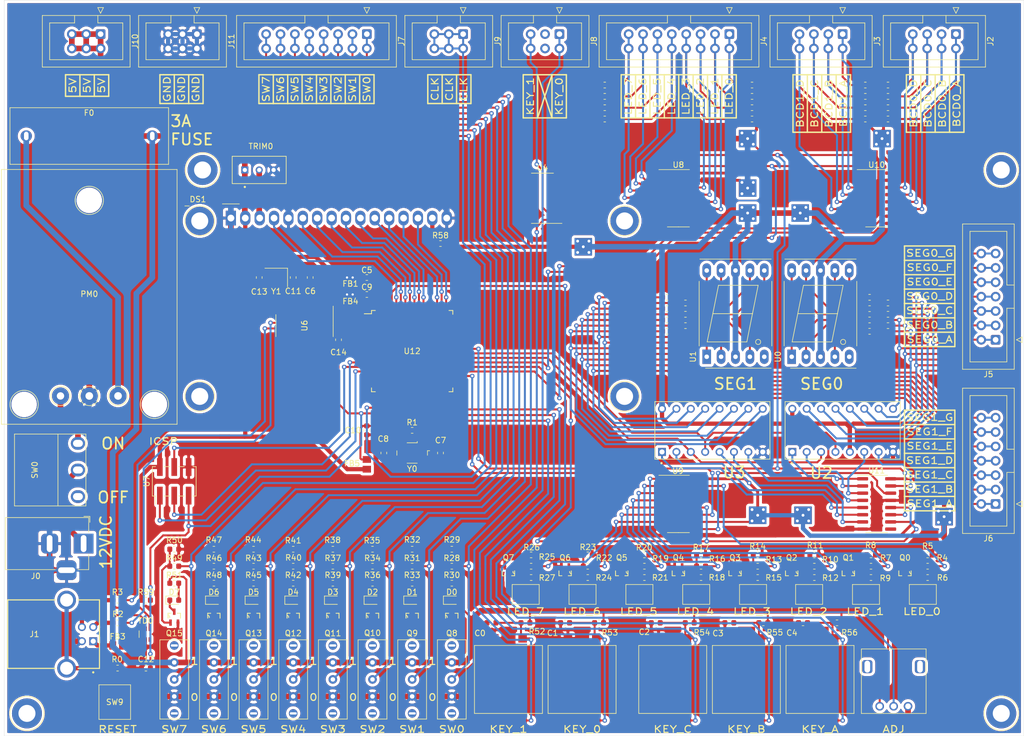
<source format=kicad_pcb>
(kicad_pcb (version 20171130) (host pcbnew "(5.1.6)-1")
  (layers (0 F.Cu signal) (31 B.Cu signal) (34 B.Paste user) (35 F.Paste user) (36 B.SilkS user) (37 F.SilkS user) (38 B.Mask user) (39 F.Mask user) (44 Edge.Cuts user))
  (net 0 "")
  (net 1 GND)
  (net 2 "Net-(C6-Pad1)")
  (net 3 "Net-(D2-Pad2)")
  (net 4 "Net-(D2-Pad1)")
  (net 5 "Net-(D3-Pad2)")
  (net 6 "Net-(D3-Pad1)")
  (net 7 "Net-(D4-Pad2)")
  (net 8 "Net-(D4-Pad1)")
  (net 9 "Net-(D5-Pad2)")
  (net 10 "Net-(D5-Pad1)")
  (net 11 "Net-(D6-Pad2)")
  (net 12 "Net-(D6-Pad1)")
  (net 13 "Net-(D7-Pad2)")
  (net 14 "Net-(D7-Pad1)")
  (net 15 /CLK_OUT)
  (net 16 "Net-(Q2-Pad1)")
  (net 17 "Net-(Q3-Pad1)")
  (net 18 "Net-(Q4-Pad1)")
  (net 19 "Net-(Q5-Pad1)")
  (net 20 "Net-(Q6-Pad1)")
  (net 21 "Net-(Q7-Pad1)")
  (net 22 "Net-(Q8-Pad1)")
  (net 23 "Net-(Q9-Pad1)")
  (net 24 "Net-(Q10-Pad1)")
  (net 25 "Net-(Q11-Pad1)")
  (net 26 "Net-(Q12-Pad1)")
  (net 27 "Net-(Q13-Pad1)")
  (net 28 "Net-(Q14-Pad1)")
  (net 29 "Net-(Q15-Pad1)")
  (net 30 /KEY0)
  (net 31 /UP_CLOCK)
  (net 32 /DOWN_CLOCK)
  (net 33 /CHANGE_CLK_SRC)
  (net 34 /MCU/RESET)
  (net 35 /MCU/VBUS)
  (net 36 /VCC5V)
  (net 37 /MCU/LCD_7)
  (net 38 /MCU/LCD_6)
  (net 39 /MCU/LCD_5)
  (net 40 /MCU/LCD_4)
  (net 41 /MCU/LCD_3)
  (net 42 /MCU/LCD_2)
  (net 43 /MCU/LCD_1)
  (net 44 /MCU/LCD_0)
  (net 45 /MCU/LCD_ENABLE)
  (net 46 /MCU/LCD_RS)
  (net 47 /GPIO_BCD_A_0)
  (net 48 /GPIO_BCD_B_0)
  (net 49 /GPIO_BCD_C_0)
  (net 50 /GPIO_BCD_D_0)
  (net 51 /SEG_G_0)
  (net 52 /SEG_F_0)
  (net 53 /SEG_E_0)
  (net 54 /SEG_D_0)
  (net 55 /SEG_C_0)
  (net 56 /SEG_B_0)
  (net 57 /SEG_A_0)
  (net 58 /GPIO_BCD_A_1)
  (net 59 /GPIO_BCD_B_1)
  (net 60 /GPIO_BCD_C_1)
  (net 61 /GPIO_BCD_D_1)
  (net 62 /SEG_G_1)
  (net 63 /SEG_F_1)
  (net 64 /SEG_E_1)
  (net 65 /SEG_D_1)
  (net 66 /SEG_C_1)
  (net 67 /SEG_B_1)
  (net 68 /SEG_A_1)
  (net 69 /GPIO_LED_8)
  (net 70 /GPIO_LED_7)
  (net 71 /GPIO_LED_1)
  (net 72 /GPIO_LED_2)
  (net 73 /GPIO_LED_3)
  (net 74 /GPIO_LED_5)
  (net 75 /GPIO_LED_6)
  (net 76 /GPIO_LED_4)
  (net 77 /SW8)
  (net 78 /SW7)
  (net 79 /SW1)
  (net 80 /SW2)
  (net 81 /SW3)
  (net 82 /SW5)
  (net 83 /SW6)
  (net 84 /SW4)
  (net 85 /KEY1)
  (net 86 "Net-(LED1-Pad2)")
  (net 87 "Net-(LED1-Pad1)")
  (net 88 "Net-(LED2-Pad2)")
  (net 89 "Net-(LED2-Pad1)")
  (net 90 "Net-(LED3-Pad2)")
  (net 91 "Net-(LED3-Pad1)")
  (net 92 "Net-(LED4-Pad2)")
  (net 93 "Net-(LED4-Pad1)")
  (net 94 "Net-(LED5-Pad2)")
  (net 95 "Net-(LED5-Pad1)")
  (net 96 "Net-(LED6-Pad2)")
  (net 97 "Net-(LED6-Pad1)")
  (net 98 "Net-(LED7-Pad2)")
  (net 99 "Net-(LED7-Pad1)")
  (net 100 /LED1)
  (net 101 /LED2)
  (net 102 /LED3)
  (net 103 /LED5)
  (net 104 /LED4)
  (net 105 /LED6)
  (net 106 /LED7)
  (net 107 /LED8)
  (net 108 /MCU/D+)
  (net 109 /MCU/D-)
  (net 110 /BCD_A_0)
  (net 111 /BCD_C_0)
  (net 112 /7SEGLED_TEST_OFF)
  (net 113 /7SEGLED_TEST_ON)
  (net 114 /BCD_D_0)
  (net 115 /BCD_B_0)
  (net 116 /BCD_A_1)
  (net 117 /BCD_D_1)
  (net 118 /BCD_C_1)
  (net 119 /BCD_B_1)
  (net 120 /ADJ_CLOCK)
  (net 121 /MCU/IC_165_CTRL)
  (net 122 /MCU/IC_165_TO_MCU)
  (net 123 /MCU/IC_CLOCK)
  (net 124 /MCU/MISO)
  (net 125 /MCU/MOSI)
  (net 126 /MCU/SCK)
  (net 127 "Net-(R63-Pad1)")
  (net 128 "Net-(R64-Pad1)")
  (net 129 "Net-(R65-Pad1)")
  (net 130 "Net-(R66-Pad1)")
  (net 131 "Net-(R67-Pad1)")
  (net 132 "Net-(R68-Pad1)")
  (net 133 "Net-(R69-Pad1)")
  (net 134 "Net-(R70-Pad1)")
  (net 135 "Net-(R71-Pad1)")
  (net 136 "Net-(R72-Pad1)")
  (net 137 "Net-(R73-Pad1)")
  (net 138 /MCU/IC_595_CTRL)
  (net 139 /MCU/MCU_TO_IC_595)
  (net 140 "Net-(C0-Pad1)")
  (net 141 "Net-(C7-Pad1)")
  (net 142 "Net-(C8-Pad1)")
  (net 143 "Net-(C9-Pad1)")
  (net 144 "Net-(C10-Pad1)")
  (net 145 "Net-(D0-Pad2)")
  (net 146 "Net-(D0-Pad1)")
  (net 147 "Net-(D1-Pad2)")
  (net 148 "Net-(D1-Pad1)")
  (net 149 "Net-(F0-Pad2)")
  (net 150 "Net-(J0-Pad1)")
  (net 151 "Net-(J1-Pad2)")
  (net 152 "Net-(J1-Pad3)")
  (net 153 "Net-(J1-PadS1)")
  (net 154 "Net-(LED0-Pad2)")
  (net 155 "Net-(LED0-Pad1)")
  (net 156 "Net-(PM0-Pad1)")
  (net 157 "Net-(Q0-Pad1)")
  (net 158 "Net-(Q1-Pad1)")
  (net 159 "Net-(R60-Pad1)")
  (net 160 "Net-(R61-Pad1)")
  (net 161 "Net-(R62-Pad1)")
  (net 162 "Net-(U10-Pad10)")
  (net 163 "Net-(U11-Pad14)")
  (net 164 "Net-(C5-Pad1)")
  (net 165 "Net-(DS1-Pad15)")
  (net 166 "Net-(DS1-Pad3)")
  (net 167 "Net-(FB3-Pad2)")
  (net 168 /MCU/XI)
  (net 169 /MCU/XO)
  (net 170 "Net-(C14-Pad2)")
  (net 171 /MCU/TXD)
  (net 172 /MCU/RXD)
  (net 173 "Net-(J8-Pad4)")
  (net 174 "Net-(J8-Pad3)")
  (net 175 "Net-(SW0-Pad3)")
  (net 176 "Net-(SW9-Pad2)")
  (net 177 "Net-(SW9-Pad4)")
  (net 178 "Net-(TD0-Pad5)")
  (net 179 "Net-(TD0-Pad3)")
  (net 180 "Net-(U0-Pad5)")
  (net 181 "Net-(U1-Pad5)")
  (net 182 "Net-(U6-Pad15)")
  (net 183 "Net-(U6-Pad14)")
  (net 184 "Net-(U6-Pad12)")
  (net 185 "Net-(U6-Pad11)")
  (net 186 "Net-(U6-Pad10)")
  (net 187 "Net-(U6-Pad9)")
  (net 188 "Net-(U8-Pad7)")
  (net 189 "Net-(U10-Pad7)")
  (net 190 "Net-(U11-Pad9)")
  (net 191 "Net-(U12-Pad48)")
  (net 192 "Net-(U12-Pad47)")
  (net 193 "Net-(U12-Pad46)")
  (net 194 "Net-(U12-Pad45)")
  (net 195 "Net-(U12-Pad44)")
  (net 196 "Net-(U12-Pad43)")
  (net 197 "Net-(U12-Pad42)")
  (net 198 "Net-(U12-Pad34)")
  (net 199 "Net-(U12-Pad33)")
  (net 200 "Net-(U12-Pad32)")
  (net 201 "Net-(U12-Pad31)")
  (net 202 "Net-(U12-Pad30)")
  (net 203 "Net-(U12-Pad29)")
  (net 204 "Net-(U12-Pad28)")
  (net 205 "Net-(U12-Pad19)")
  (net 206 "Net-(U12-Pad18)")
  (net 207 "Net-(U12-Pad16)")
  (net 208 "Net-(U12-Pad15)")
  (net 209 "Net-(U12-Pad14)")
  (net 210 "Net-(U12-Pad10)")
  (net 211 "Net-(U12-Pad9)")
  (net 212 "Net-(U12-Pad8)")
  (net 213 "Net-(U12-Pad7)")
  (net 214 "Net-(U12-Pad6)")
  (net 215 "Net-(U12-Pad5)")
  (net 216 "Net-(U12-Pad4)")
  (net 217 "Net-(U12-Pad1)")
  (module digitalSystemBoard:POWER_VIA (layer F.Cu) (at 183 121)
    (fp_text reference REF** hide)
    (fp_text value POWER_VIA)
    (fp_poly (pts (xy 1.5 1.5) (xy -1.5 1.5) (xy -1.5 -1.5) (xy 1.5 -1.5)) (layer B.Cu) (width 0.1))
    (fp_poly (pts (xy 1.5 1.5) (xy -1.5 1.5) (xy -1.5 -1.5) (xy 1.5 -1.5)) (layer F.Cu) (width 0.1))
    (pad 1 thru_hole circle (at 1 1) (size 0.75 0.75) (drill 0.5) (layers *.Cu *.Mask) (net 36 /VCC5V))
    (pad 1 thru_hole circle (at -1 1) (size 0.75 0.75) (drill 0.5) (layers *.Cu *.Mask) (net 36 /VCC5V))
    (pad 1 thru_hole circle (at -1 -1) (size 0.75 0.75) (drill 0.5) (layers *.Cu *.Mask) (net 36 /VCC5V))
    (pad 1 thru_hole circle (at 1 -1) (size 0.75 0.75) (drill 0.5) (layers *.Cu *.Mask) (net 36 /VCC5V))
    (pad 1 thru_hole circle (at 0 0) (size 0.75 0.75) (drill 0.5) (layers *.Cu *.Mask) (net 36 /VCC5V))
  )
  (module digitalSystemBoard:POWER_VIA (layer F.Cu) (at 191 121)
    (fp_text reference REF** hide)
    (fp_text value POWER_VIA)
    (fp_poly (pts (xy 1.5 1.5) (xy -1.5 1.5) (xy -1.5 -1.5) (xy 1.5 -1.5)) (layer B.Cu) (width 0.1))
    (fp_poly (pts (xy 1.5 1.5) (xy -1.5 1.5) (xy -1.5 -1.5) (xy 1.5 -1.5)) (layer F.Cu) (width 0.1))
    (pad 1 thru_hole circle (at 0 0) (size 0.75 0.75) (drill 0.5) (layers *.Cu *.Mask) (net 36 /VCC5V))
    (pad 1 thru_hole circle (at 1 -1) (size 0.75 0.75) (drill 0.5) (layers *.Cu *.Mask) (net 36 /VCC5V))
    (pad 1 thru_hole circle (at -1 -1) (size 0.75 0.75) (drill 0.5) (layers *.Cu *.Mask) (net 36 /VCC5V))
    (pad 1 thru_hole circle (at -1 1) (size 0.75 0.75) (drill 0.5) (layers *.Cu *.Mask) (net 36 /VCC5V))
    (pad 1 thru_hole circle (at 1 1) (size 0.75 0.75) (drill 0.5) (layers *.Cu *.Mask) (net 36 /VCC5V))
  )
  (module digitalSystemBoard:POWER_VIA (layer F.Cu) (at 215.91 121.25)
    (fp_text reference REF** hide)
    (fp_text value POWER_VIA)
    (fp_poly (pts (xy 1.5 1.5) (xy -1.5 1.5) (xy -1.5 -1.5) (xy 1.5 -1.5)) (layer F.Cu) (width 0.1))
    (fp_poly (pts (xy 1.5 1.5) (xy -1.5 1.5) (xy -1.5 -1.5) (xy 1.5 -1.5)) (layer B.Cu) (width 0.1))
    (pad 1 thru_hole circle (at 1 1) (size 0.75 0.75) (drill 0.5) (layers *.Cu *.Mask) (net 36 /VCC5V))
    (pad 1 thru_hole circle (at -1 1) (size 0.75 0.75) (drill 0.5) (layers *.Cu *.Mask) (net 36 /VCC5V))
    (pad 1 thru_hole circle (at -1 -1) (size 0.75 0.75) (drill 0.5) (layers *.Cu *.Mask) (net 36 /VCC5V))
    (pad 1 thru_hole circle (at 1 -1) (size 0.75 0.75) (drill 0.5) (layers *.Cu *.Mask) (net 36 /VCC5V))
    (pad 1 thru_hole circle (at 0 0) (size 0.75 0.75) (drill 0.5) (layers *.Cu *.Mask) (net 36 /VCC5V))
  )
  (module digitalSystemBoard:POWER_VIA (layer F.Cu) (at 181.22 54.46)
    (fp_text reference REF** hide)
    (fp_text value POWER_VIA)
    (fp_poly (pts (xy 1.5 1.5) (xy -1.5 1.5) (xy -1.5 -1.5) (xy 1.5 -1.5)) (layer F.Cu) (width 0.1))
    (fp_poly (pts (xy 1.5 1.5) (xy -1.5 1.5) (xy -1.5 -1.5) (xy 1.5 -1.5)) (layer B.Cu) (width 0.1))
    (pad 1 thru_hole circle (at 0 0) (size 0.75 0.75) (drill 0.5) (layers *.Cu *.Mask) (net 1 GND))
    (pad 1 thru_hole circle (at 1 -1) (size 0.75 0.75) (drill 0.5) (layers *.Cu *.Mask) (net 1 GND))
    (pad 1 thru_hole circle (at -1 -1) (size 0.75 0.75) (drill 0.5) (layers *.Cu *.Mask) (net 1 GND))
    (pad 1 thru_hole circle (at -1 1) (size 0.75 0.75) (drill 0.5) (layers *.Cu *.Mask) (net 1 GND))
    (pad 1 thru_hole circle (at 1 1) (size 0.75 0.75) (drill 0.5) (layers *.Cu *.Mask) (net 1 GND))
  )
  (module digitalSystemBoard:POWER_VIA (layer F.Cu) (at 181.22 63.2)
    (fp_text reference REF** hide)
    (fp_text value POWER_VIA)
    (fp_poly (pts (xy 1.5 1.5) (xy -1.5 1.5) (xy -1.5 -1.5) (xy 1.5 -1.5)) (layer B.Cu) (width 0.1))
    (fp_poly (pts (xy 1.5 1.5) (xy -1.5 1.5) (xy -1.5 -1.5) (xy 1.5 -1.5)) (layer F.Cu) (width 0.1))
    (pad 1 thru_hole circle (at 1 1) (size 0.75 0.75) (drill 0.5) (layers *.Cu *.Mask) (net 1 GND))
    (pad 1 thru_hole circle (at -1 1) (size 0.75 0.75) (drill 0.5) (layers *.Cu *.Mask) (net 1 GND))
    (pad 1 thru_hole circle (at -1 -1) (size 0.75 0.75) (drill 0.5) (layers *.Cu *.Mask) (net 1 GND))
    (pad 1 thru_hole circle (at 1 -1) (size 0.75 0.75) (drill 0.5) (layers *.Cu *.Mask) (net 1 GND))
    (pad 1 thru_hole circle (at 0 0) (size 0.75 0.75) (drill 0.5) (layers *.Cu *.Mask) (net 1 GND))
  )
  (module digitalSystemBoard:POWER_VIA (layer F.Cu) (at 190.51 67.61)
    (fp_text reference REF** hide)
    (fp_text value POWER_VIA)
    (fp_poly (pts (xy 1.5 1.5) (xy -1.5 1.5) (xy -1.5 -1.5) (xy 1.5 -1.5)) (layer B.Cu) (width 0.1))
    (fp_poly (pts (xy 1.5 1.5) (xy -1.5 1.5) (xy -1.5 -1.5) (xy 1.5 -1.5)) (layer F.Cu) (width 0.1))
    (pad 1 thru_hole circle (at 0 0) (size 0.75 0.75) (drill 0.5) (layers *.Cu *.Mask) (net 36 /VCC5V))
    (pad 1 thru_hole circle (at 1 -1) (size 0.75 0.75) (drill 0.5) (layers *.Cu *.Mask) (net 36 /VCC5V))
    (pad 1 thru_hole circle (at -1 -1) (size 0.75 0.75) (drill 0.5) (layers *.Cu *.Mask) (net 36 /VCC5V))
    (pad 1 thru_hole circle (at -1 1) (size 0.75 0.75) (drill 0.5) (layers *.Cu *.Mask) (net 36 /VCC5V))
    (pad 1 thru_hole circle (at 1 1) (size 0.75 0.75) (drill 0.5) (layers *.Cu *.Mask) (net 36 /VCC5V))
  )
  (module digitalSystemBoard:POWER_VIA (layer F.Cu) (at 204.95 54.46)
    (fp_text reference REF** hide)
    (fp_text value POWER_VIA)
    (fp_poly (pts (xy 1.5 1.5) (xy -1.5 1.5) (xy -1.5 -1.5) (xy 1.5 -1.5)) (layer F.Cu) (width 0.1))
    (fp_poly (pts (xy 1.5 1.5) (xy -1.5 1.5) (xy -1.5 -1.5) (xy 1.5 -1.5)) (layer B.Cu) (width 0.1))
    (pad 1 thru_hole circle (at 1 1) (size 0.75 0.75) (drill 0.5) (layers *.Cu *.Mask) (net 36 /VCC5V))
    (pad 1 thru_hole circle (at -1 1) (size 0.75 0.75) (drill 0.5) (layers *.Cu *.Mask) (net 36 /VCC5V))
    (pad 1 thru_hole circle (at -1 -1) (size 0.75 0.75) (drill 0.5) (layers *.Cu *.Mask) (net 36 /VCC5V))
    (pad 1 thru_hole circle (at 1 -1) (size 0.75 0.75) (drill 0.5) (layers *.Cu *.Mask) (net 36 /VCC5V))
    (pad 1 thru_hole circle (at 0 0) (size 0.75 0.75) (drill 0.5) (layers *.Cu *.Mask) (net 36 /VCC5V))
  )
  (module digitalSystemBoard:POWER_VIA (layer F.Cu) (at 181.22 67.61)
    (fp_text reference REF** hide)
    (fp_text value POWER_VIA)
    (fp_poly (pts (xy 1.5 1.5) (xy -1.5 1.5) (xy -1.5 -1.5) (xy 1.5 -1.5)) (layer F.Cu) (width 0.1))
    (fp_poly (pts (xy 1.5 1.5) (xy -1.5 1.5) (xy -1.5 -1.5) (xy 1.5 -1.5)) (layer B.Cu) (width 0.1))
    (pad 1 thru_hole circle (at 1 1) (size 0.75 0.75) (drill 0.5) (layers *.Cu *.Mask) (net 36 /VCC5V))
    (pad 1 thru_hole circle (at -1 1) (size 0.75 0.75) (drill 0.5) (layers *.Cu *.Mask) (net 36 /VCC5V))
    (pad 1 thru_hole circle (at -1 -1) (size 0.75 0.75) (drill 0.5) (layers *.Cu *.Mask) (net 36 /VCC5V))
    (pad 1 thru_hole circle (at 1 -1) (size 0.75 0.75) (drill 0.5) (layers *.Cu *.Mask) (net 36 /VCC5V))
    (pad 1 thru_hole circle (at 0 0) (size 0.75 0.75) (drill 0.5) (layers *.Cu *.Mask) (net 36 /VCC5V))
  )
  (module digitalSystemBoard:POWER_VIA (layer F.Cu) (at 152.21 73.57)
    (fp_text reference REF** hide)
    (fp_text value POWER_VIA)
    (fp_poly (pts (xy 1.5 1.5) (xy -1.5 1.5) (xy -1.5 -1.5) (xy 1.5 -1.5)) (layer F.Cu) (width 0.1))
    (fp_poly (pts (xy 1.5 1.5) (xy -1.5 1.5) (xy -1.5 -1.5) (xy 1.5 -1.5)) (layer B.Cu) (width 0.1))
    (pad 1 thru_hole circle (at 1 1) (size 0.75 0.75) (drill 0.5) (layers *.Cu *.Mask) (net 36 /VCC5V))
    (pad 1 thru_hole circle (at -1 1) (size 0.75 0.75) (drill 0.5) (layers *.Cu *.Mask) (net 36 /VCC5V))
    (pad 1 thru_hole circle (at -1 -1) (size 0.75 0.75) (drill 0.5) (layers *.Cu *.Mask) (net 36 /VCC5V))
    (pad 1 thru_hole circle (at 1 -1) (size 0.75 0.75) (drill 0.5) (layers *.Cu *.Mask) (net 36 /VCC5V))
    (pad 1 thru_hole circle (at 0 0) (size 0.75 0.75) (drill 0.5) (layers *.Cu *.Mask) (net 36 /VCC5V))
  )
  (module digitalSystemBoard:WC1602A (layer F.Cu) (at 90 69)
    (fp_text reference DS1 (at -5.82 -3.81) (layer F.SilkS))
    (fp_text value WC1602A)
    (pad 1 thru_hole rect (at 0 -0.5) (size 1.8 2.6) (drill 1.2) (layers *.Cu *.Mask) (net 1 GND))
    (pad 2 thru_hole oval (at 2.54 -0.5) (size 1.8 2.6) (drill 1.2) (layers *.Cu *.Mask) (net 36 /VCC5V))
    (pad 3 thru_hole oval (at 5.08 -0.5) (size 1.8 2.6) (drill 1.2) (layers *.Cu *.Mask) (net 166 "Net-(DS1-Pad3)"))
    (pad 4 thru_hole oval (at 7.62 -0.5) (size 1.8 2.6) (drill 1.2) (layers *.Cu *.Mask) (net 46 /MCU/LCD_RS))
    (pad 5 thru_hole oval (at 10.16 -0.5) (size 1.8 2.6) (drill 1.2) (layers *.Cu *.Mask) (net 1 GND))
    (pad 6 thru_hole oval (at 12.7 -0.5) (size 1.8 2.6) (drill 1.2) (layers *.Cu *.Mask) (net 45 /MCU/LCD_ENABLE))
    (pad 7 thru_hole oval (at 15.24 -0.5) (size 1.8 2.6) (drill 1.2) (layers *.Cu *.Mask) (net 44 /MCU/LCD_0))
    (pad 8 thru_hole oval (at 17.78 -0.5) (size 1.8 2.6) (drill 1.2) (layers *.Cu *.Mask) (net 43 /MCU/LCD_1))
    (pad 9 thru_hole oval (at 20.32 -0.5) (size 1.8 2.6) (drill 1.2) (layers *.Cu *.Mask) (net 42 /MCU/LCD_2))
    (pad 10 thru_hole oval (at 22.86 -0.5) (size 1.8 2.6) (drill 1.2) (layers *.Cu *.Mask) (net 41 /MCU/LCD_3))
    (pad 11 thru_hole oval (at 25.4 -0.5) (size 1.8 2.6) (drill 1.2) (layers *.Cu *.Mask) (net 40 /MCU/LCD_4))
    (pad 12 thru_hole oval (at 27.94 -0.5) (size 1.8 2.6) (drill 1.2) (layers *.Cu *.Mask) (net 39 /MCU/LCD_5))
    (pad 13 thru_hole oval (at 30.48 -0.5) (size 1.8 2.6) (drill 1.2) (layers *.Cu *.Mask) (net 38 /MCU/LCD_6))
    (pad 14 thru_hole oval (at 33.02 -0.5) (size 1.8 2.6) (drill 1.2) (layers *.Cu *.Mask) (net 37 /MCU/LCD_7))
    (pad 15 thru_hole oval (at 35.56 -0.5) (size 1.8 2.6) (drill 1.2) (layers *.Cu *.Mask) (net 165 "Net-(DS1-Pad15)"))
    (pad 16 thru_hole oval (at 38.1 -0.5) (size 1.8 2.6) (drill 1.2) (layers *.Cu *.Mask) (net 1 GND))
    (pad "" np_thru_hole circle (at -5.5 0) (size 5 5) (drill 3) (layers *.Cu *.Mask))
    (pad "" np_thru_hole circle (at -5.5 31) (size 5 5) (drill 3) (layers *.Cu *.Mask))
    (pad "" np_thru_hole circle (at 69.5 31) (size 5 5) (drill 3) (layers *.Cu *.Mask))
    (pad "" np_thru_hole circle (at 69.5 0) (size 5 5) (drill 3) (layers *.Cu *.Mask))
  )
  (module digitalSystemBoard:FerriteBead (layer F.Cu) (at 108 82)
    (fp_text reference FB4 (at 3.1 1.2) (layer F.SilkS))
    (fp_text value 80Ohm)
    (pad 1 smd rect (at -0.86 0) (size 1.2 1.47) (layers F.Cu F.Paste F.Mask) (net 36 /VCC5V))
    (pad 2 smd rect (at 0.86 0) (size 1.2 1.47) (layers F.Cu F.Paste F.Mask) (net 143 "Net-(C9-Pad1)"))
  )
  (module digitalSystemBoard:FerriteBead (layer F.Cu) (at 108 79)
    (fp_text reference FB1 (at 3.1 1.1) (layer F.SilkS))
    (fp_text value 80Ohm)
    (pad 1 smd rect (at -0.86 0) (size 1.2 1.47) (layers F.Cu F.Paste F.Mask) (net 36 /VCC5V))
    (pad 2 smd rect (at 0.86 0) (size 1.2 1.47) (layers F.Cu F.Paste F.Mask) (net 164 "Net-(C5-Pad1)"))
  )
  (module Capacitor_SMD:C_0603_1608Metric (layer F.Cu) (at 114 82 180)
    (fp_text reference C9 (at 0 1.3) (layer F.SilkS))
    (fp_text value 0.1uF)
    (pad 2 smd roundrect (at 0.7875 0 180) (size 0.875 0.95) (layers F.Cu F.Paste F.Mask) (net 1 GND))
    (pad 1 smd roundrect (at -0.7875 0 180) (size 0.875 0.95) (layers F.Cu F.Paste F.Mask) (net 143 "Net-(C9-Pad1)"))
  )
  (module Capacitor_SMD:C_0603_1608Metric (layer F.Cu) (at 114 79 180)
    (fp_text reference C5 (at 0 1.3) (layer F.SilkS))
    (fp_text value 0.1uF)
    (pad 2 smd roundrect (at 0.7875 0 180) (size 0.875 0.95) (layers F.Cu F.Paste F.Mask) (net 1 GND))
    (pad 1 smd roundrect (at -0.7875 0 180) (size 0.875 0.95) (layers F.Cu F.Paste F.Mask) (net 164 "Net-(C5-Pad1)"))
  )
  (module Crystal:Crystal_SMD_Abracon_ABM8G-4Pin_3.2x2.5mm (layer F.Cu) (at 98 79 180)
    (fp_text reference Y1 (at 0 -2.45) (layer F.SilkS))
    (fp_text value 12MHz)
    (pad 4 smd rect (at -1.1 -0.85 180) (size 1.4 1.2) (layers F.Cu F.Paste F.Mask) (net 1 GND))
    (pad 3 smd rect (at 1.1 -0.85 180) (size 1.4 1.2) (layers F.Cu F.Paste F.Mask) (net 169 /MCU/XO))
    (pad 2 smd rect (at 1.1 0.85 180) (size 1.4 1.2) (layers F.Cu F.Paste F.Mask) (net 1 GND))
    (pad 1 smd rect (at -1.1 0.85 180) (size 1.4 1.2) (layers F.Cu F.Paste F.Mask) (net 168 /MCU/XI))
  )
  (module Package_SO:SOIC-16_3.9x9.9mm_P1.27mm (layer F.Cu) (at 103 87.5 270)
    (fp_text reference U6 (at 0 0 90) (layer F.SilkS))
    (fp_text value CH340G)
    (pad 16 smd roundrect (at 2.475 -4.445 270) (size 1.95 0.6) (layers F.Cu F.Paste F.Mask) (net 36 /VCC5V))
    (pad 15 smd roundrect (at 2.475 -3.175 270) (size 1.95 0.6) (layers F.Cu F.Paste F.Mask) (net 182 "Net-(U6-Pad15)"))
    (pad 14 smd roundrect (at 2.475 -1.905 270) (size 1.95 0.6) (layers F.Cu F.Paste F.Mask) (net 183 "Net-(U6-Pad14)"))
    (pad 13 smd roundrect (at 2.475 -0.635 270) (size 1.95 0.6) (layers F.Cu F.Paste F.Mask) (net 170 "Net-(C14-Pad2)"))
    (pad 12 smd roundrect (at 2.475 0.635 270) (size 1.95 0.6) (layers F.Cu F.Paste F.Mask) (net 184 "Net-(U6-Pad12)"))
    (pad 11 smd roundrect (at 2.475 1.905 270) (size 1.95 0.6) (layers F.Cu F.Paste F.Mask) (net 185 "Net-(U6-Pad11)"))
    (pad 10 smd roundrect (at 2.475 3.175 270) (size 1.95 0.6) (layers F.Cu F.Paste F.Mask) (net 186 "Net-(U6-Pad10)"))
    (pad 9 smd roundrect (at 2.475 4.445 270) (size 1.95 0.6) (layers F.Cu F.Paste F.Mask) (net 187 "Net-(U6-Pad9)"))
    (pad 8 smd roundrect (at -2.475 4.445 270) (size 1.95 0.6) (layers F.Cu F.Paste F.Mask) (net 169 /MCU/XO))
    (pad 7 smd roundrect (at -2.475 3.175 270) (size 1.95 0.6) (layers F.Cu F.Paste F.Mask) (net 168 /MCU/XI))
    (pad 6 smd roundrect (at -2.475 1.905 270) (size 1.95 0.6) (layers F.Cu F.Paste F.Mask) (net 109 /MCU/D-))
    (pad 5 smd roundrect (at -2.475 0.635 270) (size 1.95 0.6) (layers F.Cu F.Paste F.Mask) (net 108 /MCU/D+))
    (pad 4 smd roundrect (at -2.475 -0.635 270) (size 1.95 0.6) (layers F.Cu F.Paste F.Mask) (net 2 "Net-(C6-Pad1)"))
    (pad 3 smd roundrect (at -2.475 -1.905 270) (size 1.95 0.6) (layers F.Cu F.Paste F.Mask) (net 171 /MCU/TXD))
    (pad 2 smd roundrect (at -2.475 -3.175 270) (size 1.95 0.6) (layers F.Cu F.Paste F.Mask) (net 172 /MCU/RXD))
    (pad 1 smd roundrect (at -2.475 -4.445 270) (size 1.95 0.6) (layers F.Cu F.Paste F.Mask) (net 1 GND))
  )
  (module Capacitor_SMD:C_0603_1608Metric (layer F.Cu) (at 109 90 90)
    (fp_text reference C14 (at -2.2 0 180) (layer F.SilkS))
    (fp_text value 0.1uF)
    (pad 2 smd roundrect (at 0.7875 0 90) (size 0.875 0.95) (layers F.Cu F.Paste F.Mask) (net 170 "Net-(C14-Pad2)"))
    (pad 1 smd roundrect (at -0.7875 0 90) (size 0.875 0.95) (layers F.Cu F.Paste F.Mask) (net 34 /MCU/RESET))
  )
  (module Capacitor_SMD:C_0603_1608Metric (layer F.Cu) (at 95 79 90)
    (fp_text reference C13 (at -2.5 0 180) (layer F.SilkS))
    (fp_text value 22pF)
    (pad 2 smd roundrect (at 0.7875 0 90) (size 0.875 0.95) (layers F.Cu F.Paste F.Mask) (net 1 GND))
    (pad 1 smd roundrect (at -0.7875 0 90) (size 0.875 0.95) (layers F.Cu F.Paste F.Mask) (net 169 /MCU/XO))
  )
  (module Capacitor_SMD:C_0603_1608Metric (layer F.Cu) (at 101 79 270)
    (fp_text reference C11 (at 2.4 0 180) (layer F.SilkS))
    (fp_text value 22pF)
    (pad 2 smd roundrect (at 0.7875 0 270) (size 0.875 0.95) (layers F.Cu F.Paste F.Mask) (net 1 GND))
    (pad 1 smd roundrect (at -0.7875 0 270) (size 0.875 0.95) (layers F.Cu F.Paste F.Mask) (net 168 /MCU/XI))
  )
  (module Capacitor_SMD:C_0603_1608Metric (layer F.Cu) (at 104 79 90)
    (fp_text reference C6 (at -2.4 0 180) (layer F.SilkS))
    (fp_text value 0.1uF)
    (pad 2 smd roundrect (at 0.7875 0 90) (size 0.875 0.95) (layers F.Cu F.Paste F.Mask) (net 1 GND))
    (pad 1 smd roundrect (at -0.7875 0 90) (size 0.875 0.95) (layers F.Cu F.Paste F.Mask) (net 2 "Net-(C6-Pad1)"))
  )
  (module Package_QFP:TQFP-64_14x14mm_P0.8mm (layer F.Cu) (at 122 92)
    (fp_text reference U12 (at 0 0) (layer F.SilkS))
    (fp_text value ATmega64A-AU)
    (pad 64 smd rect (at -6 -7.7 90) (size 1.5 0.55) (layers F.Cu F.Paste F.Mask) (net 143 "Net-(C9-Pad1)"))
    (pad 63 smd rect (at -5.2 -7.7 90) (size 1.5 0.55) (layers F.Cu F.Paste F.Mask) (net 1 GND))
    (pad 62 smd rect (at -4.4 -7.7 90) (size 1.5 0.55) (layers F.Cu F.Paste F.Mask) (net 164 "Net-(C5-Pad1)"))
    (pad 61 smd rect (at -3.6 -7.7 90) (size 1.5 0.55) (layers F.Cu F.Paste F.Mask) (net 120 /ADJ_CLOCK))
    (pad 60 smd rect (at -2.8 -7.7 90) (size 1.5 0.55) (layers F.Cu F.Paste F.Mask) (net 46 /MCU/LCD_RS))
    (pad 59 smd rect (at -2 -7.7 90) (size 1.5 0.55) (layers F.Cu F.Paste F.Mask) (net 45 /MCU/LCD_ENABLE))
    (pad 58 smd rect (at -1.2 -7.7 90) (size 1.5 0.55) (layers F.Cu F.Paste F.Mask) (net 44 /MCU/LCD_0))
    (pad 57 smd rect (at -0.4 -7.7 90) (size 1.5 0.55) (layers F.Cu F.Paste F.Mask) (net 43 /MCU/LCD_1))
    (pad 56 smd rect (at 0.4 -7.7 90) (size 1.5 0.55) (layers F.Cu F.Paste F.Mask) (net 42 /MCU/LCD_2))
    (pad 55 smd rect (at 1.2 -7.7 90) (size 1.5 0.55) (layers F.Cu F.Paste F.Mask) (net 41 /MCU/LCD_3))
    (pad 54 smd rect (at 2 -7.7 90) (size 1.5 0.55) (layers F.Cu F.Paste F.Mask) (net 40 /MCU/LCD_4))
    (pad 53 smd rect (at 2.8 -7.7 90) (size 1.5 0.55) (layers F.Cu F.Paste F.Mask) (net 1 GND))
    (pad 52 smd rect (at 3.6 -7.7 90) (size 1.5 0.55) (layers F.Cu F.Paste F.Mask) (net 144 "Net-(C10-Pad1)"))
    (pad 51 smd rect (at 4.4 -7.7 90) (size 1.5 0.55) (layers F.Cu F.Paste F.Mask) (net 39 /MCU/LCD_5))
    (pad 50 smd rect (at 5.2 -7.7 90) (size 1.5 0.55) (layers F.Cu F.Paste F.Mask) (net 38 /MCU/LCD_6))
    (pad 49 smd rect (at 6 -7.7 90) (size 1.5 0.55) (layers F.Cu F.Paste F.Mask) (net 37 /MCU/LCD_7))
    (pad 48 smd rect (at 7.7 -6) (size 1.5 0.55) (layers F.Cu F.Paste F.Mask) (net 191 "Net-(U12-Pad48)"))
    (pad 47 smd rect (at 7.7 -5.2) (size 1.5 0.55) (layers F.Cu F.Paste F.Mask) (net 192 "Net-(U12-Pad47)"))
    (pad 46 smd rect (at 7.7 -4.4) (size 1.5 0.55) (layers F.Cu F.Paste F.Mask) (net 193 "Net-(U12-Pad46)"))
    (pad 45 smd rect (at 7.7 -3.6) (size 1.5 0.55) (layers F.Cu F.Paste F.Mask) (net 194 "Net-(U12-Pad45)"))
    (pad 44 smd rect (at 7.7 -2.8) (size 1.5 0.55) (layers F.Cu F.Paste F.Mask) (net 195 "Net-(U12-Pad44)"))
    (pad 43 smd rect (at 7.7 -2) (size 1.5 0.55) (layers F.Cu F.Paste F.Mask) (net 196 "Net-(U12-Pad43)"))
    (pad 42 smd rect (at 7.7 -1.2) (size 1.5 0.55) (layers F.Cu F.Paste F.Mask) (net 197 "Net-(U12-Pad42)"))
    (pad 41 smd rect (at 7.7 -0.4) (size 1.5 0.55) (layers F.Cu F.Paste F.Mask) (net 123 /MCU/IC_CLOCK))
    (pad 40 smd rect (at 7.7 0.4) (size 1.5 0.55) (layers F.Cu F.Paste F.Mask) (net 112 /7SEGLED_TEST_OFF))
    (pad 39 smd rect (at 7.7 1.2) (size 1.5 0.55) (layers F.Cu F.Paste F.Mask) (net 113 /7SEGLED_TEST_ON))
    (pad 38 smd rect (at 7.7 2) (size 1.5 0.55) (layers F.Cu F.Paste F.Mask) (net 121 /MCU/IC_165_CTRL))
    (pad 37 smd rect (at 7.7 2.8) (size 1.5 0.55) (layers F.Cu F.Paste F.Mask) (net 138 /MCU/IC_595_CTRL))
    (pad 36 smd rect (at 7.7 3.6) (size 1.5 0.55) (layers F.Cu F.Paste F.Mask) (net 122 /MCU/IC_165_TO_MCU))
    (pad 35 smd rect (at 7.7 4.4) (size 1.5 0.55) (layers F.Cu F.Paste F.Mask) (net 139 /MCU/MCU_TO_IC_595))
    (pad 34 smd rect (at 7.7 5.2) (size 1.5 0.55) (layers F.Cu F.Paste F.Mask) (net 198 "Net-(U12-Pad34)"))
    (pad 33 smd rect (at 7.7 6) (size 1.5 0.55) (layers F.Cu F.Paste F.Mask) (net 199 "Net-(U12-Pad33)"))
    (pad 32 smd rect (at 6 7.7 90) (size 1.5 0.55) (layers F.Cu F.Paste F.Mask) (net 200 "Net-(U12-Pad32)"))
    (pad 31 smd rect (at 5.2 7.7 90) (size 1.5 0.55) (layers F.Cu F.Paste F.Mask) (net 201 "Net-(U12-Pad31)"))
    (pad 30 smd rect (at 4.4 7.7 90) (size 1.5 0.55) (layers F.Cu F.Paste F.Mask) (net 202 "Net-(U12-Pad30)"))
    (pad 29 smd rect (at 3.6 7.7 90) (size 1.5 0.55) (layers F.Cu F.Paste F.Mask) (net 203 "Net-(U12-Pad29)"))
    (pad 28 smd rect (at 2.8 7.7 90) (size 1.5 0.55) (layers F.Cu F.Paste F.Mask) (net 204 "Net-(U12-Pad28)"))
    (pad 27 smd rect (at 2 7.7 90) (size 1.5 0.55) (layers F.Cu F.Paste F.Mask) (net 33 /CHANGE_CLK_SRC))
    (pad 26 smd rect (at 1.2 7.7 90) (size 1.5 0.55) (layers F.Cu F.Paste F.Mask) (net 32 /DOWN_CLOCK))
    (pad 25 smd rect (at 0.4 7.7 90) (size 1.5 0.55) (layers F.Cu F.Paste F.Mask) (net 31 /UP_CLOCK))
    (pad 24 smd rect (at -0.4 7.7 90) (size 1.5 0.55) (layers F.Cu F.Paste F.Mask) (net 141 "Net-(C7-Pad1)"))
    (pad 23 smd rect (at -1.2 7.7 90) (size 1.5 0.55) (layers F.Cu F.Paste F.Mask) (net 142 "Net-(C8-Pad1)"))
    (pad 22 smd rect (at -2 7.7 90) (size 1.5 0.55) (layers F.Cu F.Paste F.Mask) (net 1 GND))
    (pad 21 smd rect (at -2.8 7.7 90) (size 1.5 0.55) (layers F.Cu F.Paste F.Mask) (net 144 "Net-(C10-Pad1)"))
    (pad 20 smd rect (at -3.6 7.7 90) (size 1.5 0.55) (layers F.Cu F.Paste F.Mask) (net 34 /MCU/RESET))
    (pad 19 smd rect (at -4.4 7.7 90) (size 1.5 0.55) (layers F.Cu F.Paste F.Mask) (net 205 "Net-(U12-Pad19)"))
    (pad 18 smd rect (at -5.2 7.7 90) (size 1.5 0.55) (layers F.Cu F.Paste F.Mask) (net 206 "Net-(U12-Pad18)"))
    (pad 17 smd rect (at -6 7.7 90) (size 1.5 0.55) (layers F.Cu F.Paste F.Mask) (net 15 /CLK_OUT))
    (pad 16 smd rect (at -7.7 6) (size 1.5 0.55) (layers F.Cu F.Paste F.Mask) (net 207 "Net-(U12-Pad16)"))
    (pad 15 smd rect (at -7.7 5.2) (size 1.5 0.55) (layers F.Cu F.Paste F.Mask) (net 208 "Net-(U12-Pad15)"))
    (pad 14 smd rect (at -7.7 4.4) (size 1.5 0.55) (layers F.Cu F.Paste F.Mask) (net 209 "Net-(U12-Pad14)"))
    (pad 13 smd rect (at -7.7 3.6) (size 1.5 0.55) (layers F.Cu F.Paste F.Mask) (net 124 /MCU/MISO))
    (pad 12 smd rect (at -7.7 2.8) (size 1.5 0.55) (layers F.Cu F.Paste F.Mask) (net 125 /MCU/MOSI))
    (pad 11 smd rect (at -7.7 2) (size 1.5 0.55) (layers F.Cu F.Paste F.Mask) (net 126 /MCU/SCK))
    (pad 10 smd rect (at -7.7 1.2) (size 1.5 0.55) (layers F.Cu F.Paste F.Mask) (net 210 "Net-(U12-Pad10)"))
    (pad 9 smd rect (at -7.7 0.4) (size 1.5 0.55) (layers F.Cu F.Paste F.Mask) (net 211 "Net-(U12-Pad9)"))
    (pad 8 smd rect (at -7.7 -0.4) (size 1.5 0.55) (layers F.Cu F.Paste F.Mask) (net 212 "Net-(U12-Pad8)"))
    (pad 7 smd rect (at -7.7 -1.2) (size 1.5 0.55) (layers F.Cu F.Paste F.Mask) (net 213 "Net-(U12-Pad7)"))
    (pad 6 smd rect (at -7.7 -2) (size 1.5 0.55) (layers F.Cu F.Paste F.Mask) (net 214 "Net-(U12-Pad6)"))
    (pad 5 smd rect (at -7.7 -2.8) (size 1.5 0.55) (layers F.Cu F.Paste F.Mask) (net 215 "Net-(U12-Pad5)"))
    (pad 4 smd rect (at -7.7 -3.6) (size 1.5 0.55) (layers F.Cu F.Paste F.Mask) (net 216 "Net-(U12-Pad4)"))
    (pad 3 smd rect (at -7.7 -4.4) (size 1.5 0.55) (layers F.Cu F.Paste F.Mask) (net 171 /MCU/TXD))
    (pad 2 smd rect (at -7.7 -5.2) (size 1.5 0.55) (layers F.Cu F.Paste F.Mask) (net 172 /MCU/RXD))
    (pad 1 smd rect (at -7.7 -6) (size 1.5 0.55) (layers F.Cu F.Paste F.Mask) (net 217 "Net-(U12-Pad1)"))
  )
  (module digitalSystemBoard:LED_3528 (layer F.Cu) (at 212.433 134.981)
    (fp_text reference LED0 hide)
    (fp_text value LED)
    (pad 2 smd rect (at 1.249909 0) (size 1.399997 2.599995) (layers F.Cu F.Paste F.Mask) (net 154 "Net-(LED0-Pad2)"))
    (pad 1 smd rect (at -1.249959 0) (size 2.399995 2.599995) (layers F.Cu F.Paste F.Mask) (net 155 "Net-(LED0-Pad1)"))
  )
  (module digitalSystemBoard:LED_3528 (layer F.Cu) (at 202.4 134.981)
    (fp_text reference LED1 hide)
    (fp_text value LED)
    (pad 2 smd rect (at 1.249909 0) (size 1.399997 2.599995) (layers F.Cu F.Paste F.Mask) (net 86 "Net-(LED1-Pad2)"))
    (pad 1 smd rect (at -1.249959 0) (size 2.399995 2.599995) (layers F.Cu F.Paste F.Mask) (net 87 "Net-(LED1-Pad1)"))
  )
  (module digitalSystemBoard:LED_3528 (layer F.Cu) (at 192.367 134.981)
    (fp_text reference LED2 hide)
    (fp_text value LED)
    (pad 2 smd rect (at 1.249909 0) (size 1.399997 2.599995) (layers F.Cu F.Paste F.Mask) (net 88 "Net-(LED2-Pad2)"))
    (pad 1 smd rect (at -1.249959 0) (size 2.399995 2.599995) (layers F.Cu F.Paste F.Mask) (net 89 "Net-(LED2-Pad1)"))
  )
  (module digitalSystemBoard:LED_3528 (layer F.Cu) (at 182.461 134.981)
    (fp_text reference LED3 hide)
    (fp_text value LED)
    (pad 2 smd rect (at 1.249909 0) (size 1.399997 2.599995) (layers F.Cu F.Paste F.Mask) (net 90 "Net-(LED3-Pad2)"))
    (pad 1 smd rect (at -1.249959 0) (size 2.399995 2.599995) (layers F.Cu F.Paste F.Mask) (net 91 "Net-(LED3-Pad1)"))
  )
  (module digitalSystemBoard:LED_3528 (layer F.Cu) (at 172.428 134.981)
    (fp_text reference LED4 hide)
    (fp_text value LED)
    (pad 2 smd rect (at 1.249909 0) (size 1.399997 2.599995) (layers F.Cu F.Paste F.Mask) (net 92 "Net-(LED4-Pad2)"))
    (pad 1 smd rect (at -1.249959 0) (size 2.399995 2.599995) (layers F.Cu F.Paste F.Mask) (net 93 "Net-(LED4-Pad1)"))
  )
  (module digitalSystemBoard:LED_3528 (layer F.Cu) (at 162.395 134.981)
    (fp_text reference LED5 hide)
    (fp_text value LED)
    (pad 2 smd rect (at 1.249909 0) (size 1.399997 2.599995) (layers F.Cu F.Paste F.Mask) (net 94 "Net-(LED5-Pad2)"))
    (pad 1 smd rect (at -1.249959 0) (size 2.399995 2.599995) (layers F.Cu F.Paste F.Mask) (net 95 "Net-(LED5-Pad1)"))
  )
  (module digitalSystemBoard:LED_3528 (layer F.Cu) (at 152.362 134.981)
    (fp_text reference LED6 hide)
    (fp_text value LED)
    (pad 2 smd rect (at 1.249909 0) (size 1.399997 2.599995) (layers F.Cu F.Paste F.Mask) (net 96 "Net-(LED6-Pad2)"))
    (pad 1 smd rect (at -1.249959 0) (size 2.399995 2.599995) (layers F.Cu F.Paste F.Mask) (net 97 "Net-(LED6-Pad1)"))
  )
  (module digitalSystemBoard:Button_CLOCK (layer F.Cu) (at 69.5 154 180)
    (fp_text reference SW9 (at 0 0) (layer F.SilkS))
    (fp_text value ButtonFirst)
    (pad 1 smd rect (at -4.15 -2.25 180) (size 2 1.5) (layers F.Cu F.Paste F.Mask) (net 34 /MCU/RESET))
    (pad 2 smd rect (at -4.15 2.25 180) (size 2 1.5) (layers F.Cu F.Paste F.Mask) (net 176 "Net-(SW9-Pad2)"))
    (pad 4 smd rect (at 4.15 -2.25 180) (size 2 1.5) (layers F.Cu F.Paste F.Mask) (net 177 "Net-(SW9-Pad4)"))
    (pad 3 smd rect (at 4.15 2.25 180) (size 2 1.5) (layers F.Cu F.Paste F.Mask) (net 1 GND))
  )
  (module digitalSystemBoard:LED_3528 (layer F.Cu) (at 142.329 134.981)
    (fp_text reference LED7 hide)
    (fp_text value LED)
    (pad 2 smd rect (at 1.249909 0) (size 1.399997 2.599995) (layers F.Cu F.Paste F.Mask) (net 98 "Net-(LED7-Pad2)"))
    (pad 1 smd rect (at -1.249959 0) (size 2.399995 2.599995) (layers F.Cu F.Paste F.Mask) (net 99 "Net-(LED7-Pad1)"))
  )
  (module digitalSystemBoard:Power_Module (layer F.Cu) (at 65 82.42 180)
    (fp_text reference PM0 (at 0 0.5) (layer F.SilkS))
    (fp_text value Power_Module)
    (pad 3 thru_hole circle (at -5.08 -17.5 180) (size 3 3) (drill 1.35) (layers *.Cu *.Mask) (net 149 "Net-(F0-Pad2)"))
    (pad 1 thru_hole circle (at 5.08 -17.5 180) (size 3 3) (drill 1.3) (layers *.Cu *.Mask) (net 156 "Net-(PM0-Pad1)"))
    (pad 2 thru_hole circle (at 0 -17.5 180) (size 3 3) (drill 1.35) (layers *.Cu *.Mask) (net 1 GND))
    (pad "" np_thru_hole circle (at -11.5 -19 180) (size 3.5 3.5) (drill 3.5) (layers *.Cu *.Mask))
    (pad "" np_thru_hole circle (at 11.5 -19 180) (size 3.5 3.5) (drill 3.5) (layers *.Cu *.Mask))
    (pad "" np_thru_hole circle (at 0 17.05 180) (size 3.5 3.5) (drill 3.5) (layers *.Cu *.Mask))
  )
  (module Package_SO:SOIC-16_3.9x9.9mm_P1.27mm (layer F.Cu) (at 204 119)
    (fp_text reference U11 (at 0 -5.9) (layer F.SilkS))
    (fp_text value 74HC595)
    (pad 16 smd roundrect (at 2.475 -4.445) (size 1.95 0.6) (layers F.Cu F.Paste F.Mask) (net 36 /VCC5V))
    (pad 15 smd roundrect (at 2.475 -3.175) (size 1.95 0.6) (layers F.Cu F.Paste F.Mask) (net 110 /BCD_A_0))
    (pad 14 smd roundrect (at 2.475 -1.905) (size 1.95 0.6) (layers F.Cu F.Paste F.Mask) (net 163 "Net-(U11-Pad14)"))
    (pad 13 smd roundrect (at 2.475 -0.635) (size 1.95 0.6) (layers F.Cu F.Paste F.Mask) (net 1 GND))
    (pad 12 smd roundrect (at 2.475 0.635) (size 1.95 0.6) (layers F.Cu F.Paste F.Mask) (net 138 /MCU/IC_595_CTRL))
    (pad 11 smd roundrect (at 2.475 1.905) (size 1.95 0.6) (layers F.Cu F.Paste F.Mask) (net 123 /MCU/IC_CLOCK))
    (pad 10 smd roundrect (at 2.475 3.175) (size 1.95 0.6) (layers F.Cu F.Paste F.Mask) (net 36 /VCC5V))
    (pad 9 smd roundrect (at 2.475 4.445) (size 1.95 0.6) (layers F.Cu F.Paste F.Mask) (net 190 "Net-(U11-Pad9)"))
    (pad 8 smd roundrect (at -2.475 4.445) (size 1.95 0.6) (layers F.Cu F.Paste F.Mask) (net 1 GND))
    (pad 7 smd roundrect (at -2.475 3.175) (size 1.95 0.6) (layers F.Cu F.Paste F.Mask) (net 117 /BCD_D_1))
    (pad 6 smd roundrect (at -2.475 1.905) (size 1.95 0.6) (layers F.Cu F.Paste F.Mask) (net 118 /BCD_C_1))
    (pad 5 smd roundrect (at -2.475 0.635) (size 1.95 0.6) (layers F.Cu F.Paste F.Mask) (net 119 /BCD_B_1))
    (pad 4 smd roundrect (at -2.475 -0.635) (size 1.95 0.6) (layers F.Cu F.Paste F.Mask) (net 116 /BCD_A_1))
    (pad 3 smd roundrect (at -2.475 -1.905) (size 1.95 0.6) (layers F.Cu F.Paste F.Mask) (net 114 /BCD_D_0))
    (pad 2 smd roundrect (at -2.475 -3.175) (size 1.95 0.6) (layers F.Cu F.Paste F.Mask) (net 111 /BCD_C_0))
    (pad 1 smd roundrect (at -2.475 -4.445) (size 1.95 0.6) (layers F.Cu F.Paste F.Mask) (net 115 /BCD_B_0))
  )
  (module Package_SO:SOIC-16_3.9x9.9mm_P1.27mm (layer F.Cu) (at 169 119)
    (fp_text reference U9 (at -0.09 -5.83) (layer F.SilkS))
    (fp_text value 74HC595)
    (pad 16 smd roundrect (at 2.475 -4.445) (size 1.95 0.6) (layers F.Cu F.Paste F.Mask) (net 36 /VCC5V))
    (pad 15 smd roundrect (at 2.475 -3.175) (size 1.95 0.6) (layers F.Cu F.Paste F.Mask) (net 100 /LED1))
    (pad 14 smd roundrect (at 2.475 -1.905) (size 1.95 0.6) (layers F.Cu F.Paste F.Mask) (net 139 /MCU/MCU_TO_IC_595))
    (pad 13 smd roundrect (at 2.475 -0.635) (size 1.95 0.6) (layers F.Cu F.Paste F.Mask) (net 1 GND))
    (pad 12 smd roundrect (at 2.475 0.635) (size 1.95 0.6) (layers F.Cu F.Paste F.Mask) (net 138 /MCU/IC_595_CTRL))
    (pad 11 smd roundrect (at 2.475 1.905) (size 1.95 0.6) (layers F.Cu F.Paste F.Mask) (net 123 /MCU/IC_CLOCK))
    (pad 10 smd roundrect (at 2.475 3.175) (size 1.95 0.6) (layers F.Cu F.Paste F.Mask) (net 36 /VCC5V))
    (pad 9 smd roundrect (at 2.475 4.445) (size 1.95 0.6) (layers F.Cu F.Paste F.Mask) (net 163 "Net-(U11-Pad14)"))
    (pad 8 smd roundrect (at -2.475 4.445) (size 1.95 0.6) (layers F.Cu F.Paste F.Mask) (net 1 GND))
    (pad 7 smd roundrect (at -2.475 3.175) (size 1.95 0.6) (layers F.Cu F.Paste F.Mask) (net 107 /LED8))
    (pad 6 smd roundrect (at -2.475 1.905) (size 1.95 0.6) (layers F.Cu F.Paste F.Mask) (net 106 /LED7))
    (pad 5 smd roundrect (at -2.475 0.635) (size 1.95 0.6) (layers F.Cu F.Paste F.Mask) (net 105 /LED6))
    (pad 4 smd roundrect (at -2.475 -0.635) (size 1.95 0.6) (layers F.Cu F.Paste F.Mask) (net 103 /LED5))
    (pad 3 smd roundrect (at -2.475 -1.905) (size 1.95 0.6) (layers F.Cu F.Paste F.Mask) (net 104 /LED4))
    (pad 2 smd roundrect (at -2.475 -3.175) (size 1.95 0.6) (layers F.Cu F.Paste F.Mask) (net 102 /LED3))
    (pad 1 smd roundrect (at -2.475 -4.445) (size 1.95 0.6) (layers F.Cu F.Paste F.Mask) (net 101 /LED2))
  )
  (module Resistor_SMD:R_0603_1608Metric (layer F.Cu) (at 202 51 180)
    (fp_text reference R89 hide)
    (fp_text value 10k)
    (pad 2 smd roundrect (at 0.7875 0 180) (size 0.875 0.95) (layers F.Cu F.Paste F.Mask) (net 61 /GPIO_BCD_D_1))
    (pad 1 smd roundrect (at -0.7875 0 180) (size 0.875 0.95) (layers F.Cu F.Paste F.Mask) (net 36 /VCC5V))
  )
  (module Resistor_SMD:R_0603_1608Metric (layer F.Cu) (at 202 49 180)
    (fp_text reference R88 hide)
    (fp_text value 10k)
    (pad 2 smd roundrect (at 0.7875 0 180) (size 0.875 0.95) (layers F.Cu F.Paste F.Mask) (net 60 /GPIO_BCD_C_1))
    (pad 1 smd roundrect (at -0.7875 0 180) (size 0.875 0.95) (layers F.Cu F.Paste F.Mask) (net 36 /VCC5V))
  )
  (module Resistor_SMD:R_0603_1608Metric (layer F.Cu) (at 202 47 180)
    (fp_text reference R87 hide)
    (fp_text value 10k)
    (pad 2 smd roundrect (at 0.7875 0 180) (size 0.875 0.95) (layers F.Cu F.Paste F.Mask) (net 59 /GPIO_BCD_B_1))
    (pad 1 smd roundrect (at -0.7875 0 180) (size 0.875 0.95) (layers F.Cu F.Paste F.Mask) (net 36 /VCC5V))
  )
  (module Resistor_SMD:R_0603_1608Metric (layer F.Cu) (at 202 45 180)
    (fp_text reference R86 hide)
    (fp_text value 10k)
    (pad 2 smd roundrect (at 0.7875 0 180) (size 0.875 0.95) (layers F.Cu F.Paste F.Mask) (net 58 /GPIO_BCD_A_1))
    (pad 1 smd roundrect (at -0.7875 0 180) (size 0.875 0.95) (layers F.Cu F.Paste F.Mask) (net 36 /VCC5V))
  )
  (module Resistor_SMD:R_0603_1608Metric (layer F.Cu) (at 206 45)
    (fp_text reference R85 hide)
    (fp_text value 10k)
    (pad 2 smd roundrect (at 0.7875 0) (size 0.875 0.95) (layers F.Cu F.Paste F.Mask) (net 50 /GPIO_BCD_D_0))
    (pad 1 smd roundrect (at -0.7875 0) (size 0.875 0.95) (layers F.Cu F.Paste F.Mask) (net 36 /VCC5V))
  )
  (module Resistor_SMD:R_0603_1608Metric (layer F.Cu) (at 206 47)
    (fp_text reference R84 hide)
    (fp_text value 10k)
    (pad 2 smd roundrect (at 0.7875 0) (size 0.875 0.95) (layers F.Cu F.Paste F.Mask) (net 49 /GPIO_BCD_C_0))
    (pad 1 smd roundrect (at -0.7875 0) (size 0.875 0.95) (layers F.Cu F.Paste F.Mask) (net 36 /VCC5V))
  )
  (module Resistor_SMD:R_0603_1608Metric (layer F.Cu) (at 206 49)
    (fp_text reference R83 hide)
    (fp_text value 10k)
    (pad 2 smd roundrect (at 0.7875 0) (size 0.875 0.95) (layers F.Cu F.Paste F.Mask) (net 48 /GPIO_BCD_B_0))
    (pad 1 smd roundrect (at -0.7875 0) (size 0.875 0.95) (layers F.Cu F.Paste F.Mask) (net 36 /VCC5V))
  )
  (module Resistor_SMD:R_0603_1608Metric (layer F.Cu) (at 206 51)
    (fp_text reference R82 hide)
    (fp_text value 10k)
    (pad 2 smd roundrect (at 0.7875 0) (size 0.875 0.95) (layers F.Cu F.Paste F.Mask) (net 47 /GPIO_BCD_A_0))
    (pad 1 smd roundrect (at -0.7875 0) (size 0.875 0.95) (layers F.Cu F.Paste F.Mask) (net 36 /VCC5V))
  )
  (module Resistor_SMD:R_0603_1608Metric (layer F.Cu) (at 156 45)
    (fp_text reference R81 hide)
    (fp_text value 47k)
    (pad 2 smd roundrect (at 0.7875 0) (size 0.875 0.95) (layers F.Cu F.Paste F.Mask) (net 69 /GPIO_LED_8))
    (pad 1 smd roundrect (at -0.7875 0) (size 0.875 0.95) (layers F.Cu F.Paste F.Mask) (net 1 GND))
  )
  (module Resistor_SMD:R_0603_1608Metric (layer F.Cu) (at 156 47)
    (fp_text reference R80 hide)
    (fp_text value 47k)
    (pad 2 smd roundrect (at 0.7875 0) (size 0.875 0.95) (layers F.Cu F.Paste F.Mask) (net 70 /GPIO_LED_7))
    (pad 1 smd roundrect (at -0.7875 0) (size 0.875 0.95) (layers F.Cu F.Paste F.Mask) (net 1 GND))
  )
  (module Resistor_SMD:R_0603_1608Metric (layer F.Cu) (at 156 49)
    (fp_text reference R79 hide)
    (fp_text value 47k)
    (pad 2 smd roundrect (at 0.7875 0) (size 0.875 0.95) (layers F.Cu F.Paste F.Mask) (net 75 /GPIO_LED_6))
    (pad 1 smd roundrect (at -0.7875 0) (size 0.875 0.95) (layers F.Cu F.Paste F.Mask) (net 1 GND))
  )
  (module Resistor_SMD:R_0603_1608Metric (layer F.Cu) (at 156 51)
    (fp_text reference R78 hide)
    (fp_text value 47k)
    (pad 2 smd roundrect (at 0.7875 0) (size 0.875 0.95) (layers F.Cu F.Paste F.Mask) (net 74 /GPIO_LED_5))
    (pad 1 smd roundrect (at -0.7875 0) (size 0.875 0.95) (layers F.Cu F.Paste F.Mask) (net 1 GND))
  )
  (module Resistor_SMD:R_0603_1608Metric (layer F.Cu) (at 182 51 180)
    (fp_text reference R77 hide)
    (fp_text value 47k)
    (pad 2 smd roundrect (at 0.7875 0 180) (size 0.875 0.95) (layers F.Cu F.Paste F.Mask) (net 76 /GPIO_LED_4))
    (pad 1 smd roundrect (at -0.7875 0 180) (size 0.875 0.95) (layers F.Cu F.Paste F.Mask) (net 1 GND))
  )
  (module Resistor_SMD:R_0603_1608Metric (layer F.Cu) (at 182 49 180)
    (fp_text reference R76 hide)
    (fp_text value 47k)
    (pad 2 smd roundrect (at 0.7875 0 180) (size 0.875 0.95) (layers F.Cu F.Paste F.Mask) (net 73 /GPIO_LED_3))
    (pad 1 smd roundrect (at -0.7875 0 180) (size 0.875 0.95) (layers F.Cu F.Paste F.Mask) (net 1 GND))
  )
  (module Resistor_SMD:R_0603_1608Metric (layer F.Cu) (at 182 47 180)
    (fp_text reference R75 hide)
    (fp_text value 47k)
    (pad 2 smd roundrect (at 0.7875 0 180) (size 0.875 0.95) (layers F.Cu F.Paste F.Mask) (net 72 /GPIO_LED_2))
    (pad 1 smd roundrect (at -0.7875 0 180) (size 0.875 0.95) (layers F.Cu F.Paste F.Mask) (net 1 GND))
  )
  (module Resistor_SMD:R_0603_1608Metric (layer F.Cu) (at 182 45 180)
    (fp_text reference R74 hide)
    (fp_text value 47k)
    (pad 2 smd roundrect (at 0.7875 0 180) (size 0.875 0.95) (layers F.Cu F.Paste F.Mask) (net 71 /GPIO_LED_1))
    (pad 1 smd roundrect (at -0.7875 0 180) (size 0.875 0.95) (layers F.Cu F.Paste F.Mask) (net 1 GND))
  )
  (module digitalSystemBoard:TRIM_3296W-1-501 (layer F.Cu) (at 95 60 90)
    (fp_text reference TRIM0 (at 4.18 0.29 180) (layer F.SilkS))
    (fp_text value Potentiometer)
    (pad 3 thru_hole circle (at 0 2.54 90) (size 1.248 1.248) (drill 0.74) (layers *.Cu *.Mask) (net 1 GND))
    (pad 2 thru_hole circle (at 0 0 90) (size 1.248 1.248) (drill 0.74) (layers *.Cu *.Mask) (net 166 "Net-(DS1-Pad3)"))
    (pad 1 thru_hole rect (at 0 -2.54 90) (size 1.248 1.248) (drill 0.74) (layers *.Cu *.Mask) (net 36 /VCC5V))
  )
  (module Resistor_SMD:R_0603_1608Metric (layer F.Cu) (at 127 73)
    (fp_text reference R58 (at 0 -1.43) (layer F.SilkS))
    (fp_text value 220)
    (pad 2 smd roundrect (at 0.7875 0) (size 0.875 0.95) (layers F.Cu F.Paste F.Mask) (net 36 /VCC5V))
    (pad 1 smd roundrect (at -0.7875 0) (size 0.875 0.95) (layers F.Cu F.Paste F.Mask) (net 165 "Net-(DS1-Pad15)"))
  )
  (module digitalSystemBoard:Fuse (layer F.Cu) (at 65 54 180)
    (fp_text reference F0 (at 0.04 4.09) (layer F.SilkS))
    (fp_text value 3A)
    (pad 1 thru_hole circle (at -11.125 0 180) (size 2 2) (drill oval 0.8 1.5) (layers *.Cu *.Mask) (net 36 /VCC5V))
    (pad 2 thru_hole circle (at 11.125 0 180) (size 2 2) (drill oval 0.8 1.5) (layers *.Cu *.Mask) (net 149 "Net-(F0-Pad2)"))
  )
  (module digitalSystemBoard:SS-12D11 (layer F.Cu) (at 63 113 270)
    (fp_text reference SW0 (at 0 7.62 90) (layer F.SilkS))
    (fp_text value SW_SPDT)
    (pad 3 thru_hole oval (at 4.7 0 270) (size 2.25 2.5) (drill oval 1.25 1.75) (layers *.Cu *.Mask) (net 175 "Net-(SW0-Pad3)"))
    (pad 1 thru_hole oval (at -4.7 0 270) (size 2.25 2.5) (drill oval 1.25 1.75) (layers *.Cu *.Mask) (net 156 "Net-(PM0-Pad1)"))
    (pad 2 thru_hole oval (at 0 0 270) (size 2.25 2.5) (drill oval 1.25 1.75) (layers *.Cu *.Mask) (net 150 "Net-(J0-Pad1)"))
  )
  (module digitalSystemBoard:Button (layer F.Cu) (at 194 150 90)
    (fp_text reference KEY4 hide)
    (fp_text value ButtonFirst)
    (pad 2 smd rect (at -7.25 2.5 90) (size 1.5 1.5) (layers F.Cu F.Paste F.Mask) (net 33 /CHANGE_CLK_SRC))
    (pad 3 smd rect (at 7.25 2.5 90) (size 1.5 1.5) (layers F.Cu F.Paste F.Mask) (net 33 /CHANGE_CLK_SRC))
    (pad 4 smd rect (at 7.25 -2.5 90) (size 1.5 1.5) (layers F.Cu F.Paste F.Mask) (net 1 GND))
    (pad 1 smd rect (at -7.25 -2.5 90) (size 1.5 1.5) (layers F.Cu F.Paste F.Mask) (net 1 GND))
  )
  (module digitalSystemBoard:Button (layer F.Cu) (at 181 150 90)
    (fp_text reference KEY3 hide)
    (fp_text value ButtonFirst)
    (pad 2 smd rect (at -7.25 2.5 90) (size 1.5 1.5) (layers F.Cu F.Paste F.Mask) (net 32 /DOWN_CLOCK))
    (pad 3 smd rect (at 7.25 2.5 90) (size 1.5 1.5) (layers F.Cu F.Paste F.Mask) (net 32 /DOWN_CLOCK))
    (pad 4 smd rect (at 7.25 -2.5 90) (size 1.5 1.5) (layers F.Cu F.Paste F.Mask) (net 1 GND))
    (pad 1 smd rect (at -7.25 -2.5 90) (size 1.5 1.5) (layers F.Cu F.Paste F.Mask) (net 1 GND))
  )
  (module digitalSystemBoard:Button (layer F.Cu) (at 168 150 90)
    (fp_text reference KEY2 hide)
    (fp_text value ButtonFirst)
    (pad 2 smd rect (at -7.25 2.5 90) (size 1.5 1.5) (layers F.Cu F.Paste F.Mask) (net 31 /UP_CLOCK))
    (pad 3 smd rect (at 7.25 2.5 90) (size 1.5 1.5) (layers F.Cu F.Paste F.Mask) (net 31 /UP_CLOCK))
    (pad 4 smd rect (at 7.25 -2.5 90) (size 1.5 1.5) (layers F.Cu F.Paste F.Mask) (net 1 GND))
    (pad 1 smd rect (at -7.25 -2.5 90) (size 1.5 1.5) (layers F.Cu F.Paste F.Mask) (net 1 GND))
  )
  (module digitalSystemBoard:Button (layer F.Cu) (at 152 150 90)
    (fp_text reference KEY0 hide)
    (fp_text value ButtonFirst)
    (pad 2 smd rect (at -7.25 2.5 90) (size 1.5 1.5) (layers F.Cu F.Paste F.Mask) (net 30 /KEY0))
    (pad 3 smd rect (at 7.25 2.5 90) (size 1.5 1.5) (layers F.Cu F.Paste F.Mask) (net 30 /KEY0))
    (pad 4 smd rect (at 7.25 -2.5 90) (size 1.5 1.5) (layers F.Cu F.Paste F.Mask) (net 1 GND))
    (pad 1 smd rect (at -7.25 -2.5 90) (size 1.5 1.5) (layers F.Cu F.Paste F.Mask) (net 1 GND))
  )
  (module digitalSystemBoard:Button (layer F.Cu) (at 139 150 90)
    (fp_text reference KEY1 hide)
    (fp_text value ButtonFirst)
    (pad 2 smd rect (at -7.25 2.5 90) (size 1.5 1.5) (layers F.Cu F.Paste F.Mask) (net 140 "Net-(C0-Pad1)"))
    (pad 3 smd rect (at 7.25 2.5 90) (size 1.5 1.5) (layers F.Cu F.Paste F.Mask) (net 140 "Net-(C0-Pad1)"))
    (pad 4 smd rect (at 7.25 -2.5 90) (size 1.5 1.5) (layers F.Cu F.Paste F.Mask) (net 1 GND))
    (pad 1 smd rect (at -7.25 -2.5 90) (size 1.5 1.5) (layers F.Cu F.Paste F.Mask) (net 1 GND))
  )
  (module digitalSystemBoard:SO65P210X100-3N (layer F.Cu) (at 80 139 90)
    (fp_text reference Q15 (at -2.85 0) (layer F.SilkS))
    (fp_text value BC847)
    (pad 1 smd rect (at -0.9652 -0.6604 90) (size 1.1176 0.4572) (layers F.Cu F.Paste F.Mask) (net 29 "Net-(Q15-Pad1)"))
    (pad 2 smd rect (at -0.9652 0.6604 90) (size 1.1176 0.4572) (layers F.Cu F.Paste F.Mask) (net 1 GND))
    (pad 3 smd rect (at 0.9652 0 90) (size 1.1176 0.4572) (layers F.Cu F.Paste F.Mask) (net 14 "Net-(D7-Pad1)"))
  )
  (module digitalSystemBoard:SO65P210X100-3N (layer F.Cu) (at 87 139 90)
    (fp_text reference Q14 (at -2.85 0 180) (layer F.SilkS))
    (fp_text value BC847)
    (pad 1 smd rect (at -0.9652 -0.6604 90) (size 1.1176 0.4572) (layers F.Cu F.Paste F.Mask) (net 28 "Net-(Q14-Pad1)"))
    (pad 2 smd rect (at -0.9652 0.6604 90) (size 1.1176 0.4572) (layers F.Cu F.Paste F.Mask) (net 1 GND))
    (pad 3 smd rect (at 0.9652 0 90) (size 1.1176 0.4572) (layers F.Cu F.Paste F.Mask) (net 12 "Net-(D6-Pad1)"))
  )
  (module digitalSystemBoard:SO65P210X100-3N (layer F.Cu) (at 94 139 90)
    (fp_text reference Q13 (at -2.85 0 180) (layer F.SilkS))
    (fp_text value BC847)
    (pad 1 smd rect (at -0.9652 -0.6604 90) (size 1.1176 0.4572) (layers F.Cu F.Paste F.Mask) (net 27 "Net-(Q13-Pad1)"))
    (pad 2 smd rect (at -0.9652 0.6604 90) (size 1.1176 0.4572) (layers F.Cu F.Paste F.Mask) (net 1 GND))
    (pad 3 smd rect (at 0.9652 0 90) (size 1.1176 0.4572) (layers F.Cu F.Paste F.Mask) (net 10 "Net-(D5-Pad1)"))
  )
  (module digitalSystemBoard:SO65P210X100-3N (layer F.Cu) (at 101 139 90)
    (fp_text reference Q12 (at -2.85 0 180) (layer F.SilkS))
    (fp_text value BC847)
    (pad 1 smd rect (at -0.9652 -0.6604 90) (size 1.1176 0.4572) (layers F.Cu F.Paste F.Mask) (net 26 "Net-(Q12-Pad1)"))
    (pad 2 smd rect (at -0.9652 0.6604 90) (size 1.1176 0.4572) (layers F.Cu F.Paste F.Mask) (net 1 GND))
    (pad 3 smd rect (at 0.9652 0 90) (size 1.1176 0.4572) (layers F.Cu F.Paste F.Mask) (net 8 "Net-(D4-Pad1)"))
  )
  (module digitalSystemBoard:SO65P210X100-3N (layer F.Cu) (at 108 139 90)
    (fp_text reference Q11 (at -2.85 0 180) (layer F.SilkS))
    (fp_text value BC847)
    (pad 1 smd rect (at -0.9652 -0.6604 90) (size 1.1176 0.4572) (layers F.Cu F.Paste F.Mask) (net 25 "Net-(Q11-Pad1)"))
    (pad 2 smd rect (at -0.9652 0.6604 90) (size 1.1176 0.4572) (layers F.Cu F.Paste F.Mask) (net 1 GND))
    (pad 3 smd rect (at 0.9652 0 90) (size 1.1176 0.4572) (layers F.Cu F.Paste F.Mask) (net 6 "Net-(D3-Pad1)"))
  )
  (module digitalSystemBoard:SO65P210X100-3N (layer F.Cu) (at 115 139 90)
    (fp_text reference Q10 (at -2.8 0 180) (layer F.SilkS))
    (fp_text value BC847)
    (pad 1 smd rect (at -0.9652 -0.6604 90) (size 1.1176 0.4572) (layers F.Cu F.Paste F.Mask) (net 24 "Net-(Q10-Pad1)"))
    (pad 2 smd rect (at -0.9652 0.6604 90) (size 1.1176 0.4572) (layers F.Cu F.Paste F.Mask) (net 1 GND))
    (pad 3 smd rect (at 0.9652 0 90) (size 1.1176 0.4572) (layers F.Cu F.Paste F.Mask) (net 4 "Net-(D2-Pad1)"))
  )
  (module digitalSystemBoard:SO65P210X100-3N (layer F.Cu) (at 122 139 90)
    (fp_text reference Q9 (at -2.85 0 180) (layer F.SilkS))
    (fp_text value BC847)
    (pad 1 smd rect (at -0.9652 -0.6604 90) (size 1.1176 0.4572) (layers F.Cu F.Paste F.Mask) (net 23 "Net-(Q9-Pad1)"))
    (pad 2 smd rect (at -0.9652 0.6604 90) (size 1.1176 0.4572) (layers F.Cu F.Paste F.Mask) (net 1 GND))
    (pad 3 smd rect (at 0.9652 0 90) (size 1.1176 0.4572) (layers F.Cu F.Paste F.Mask) (net 148 "Net-(D1-Pad1)"))
  )
  (module digitalSystemBoard:SO65P210X100-3N (layer F.Cu) (at 129 139 90)
    (fp_text reference Q8 (at -2.85 0 180) (layer F.SilkS))
    (fp_text value BC847)
    (pad 1 smd rect (at -0.9652 -0.6604 90) (size 1.1176 0.4572) (layers F.Cu F.Paste F.Mask) (net 22 "Net-(Q8-Pad1)"))
    (pad 2 smd rect (at -0.9652 0.6604 90) (size 1.1176 0.4572) (layers F.Cu F.Paste F.Mask) (net 1 GND))
    (pad 3 smd rect (at 0.9652 0 90) (size 1.1176 0.4572) (layers F.Cu F.Paste F.Mask) (net 146 "Net-(D0-Pad1)"))
  )
  (module digitalSystemBoard:SO65P210X100-3N (layer F.Cu) (at 139 131 270)
    (fp_text reference Q7 (at -2.5 0) (layer F.SilkS))
    (fp_text value BC847)
    (pad 1 smd rect (at -0.9652 -0.6604 270) (size 1.1176 0.4572) (layers F.Cu F.Paste F.Mask) (net 21 "Net-(Q7-Pad1)"))
    (pad 2 smd rect (at -0.9652 0.6604 270) (size 1.1176 0.4572) (layers F.Cu F.Paste F.Mask) (net 1 GND))
    (pad 3 smd rect (at 0.9652 0 270) (size 1.1176 0.4572) (layers F.Cu F.Paste F.Mask) (net 99 "Net-(LED7-Pad1)"))
  )
  (module digitalSystemBoard:SO65P210X100-3N (layer F.Cu) (at 149 131 270)
    (fp_text reference Q6 (at -2.5 0 180) (layer F.SilkS))
    (fp_text value BC847)
    (pad 1 smd rect (at -0.9652 -0.6604 270) (size 1.1176 0.4572) (layers F.Cu F.Paste F.Mask) (net 20 "Net-(Q6-Pad1)"))
    (pad 2 smd rect (at -0.9652 0.6604 270) (size 1.1176 0.4572) (layers F.Cu F.Paste F.Mask) (net 1 GND))
    (pad 3 smd rect (at 0.9652 0 270) (size 1.1176 0.4572) (layers F.Cu F.Paste F.Mask) (net 97 "Net-(LED6-Pad1)"))
  )
  (module digitalSystemBoard:SO65P210X100-3N (layer F.Cu) (at 159 131 270)
    (fp_text reference Q5 (at -2.5 0 180) (layer F.SilkS))
    (fp_text value BC847)
    (pad 1 smd rect (at -0.9652 -0.6604 270) (size 1.1176 0.4572) (layers F.Cu F.Paste F.Mask) (net 19 "Net-(Q5-Pad1)"))
    (pad 2 smd rect (at -0.9652 0.6604 270) (size 1.1176 0.4572) (layers F.Cu F.Paste F.Mask) (net 1 GND))
    (pad 3 smd rect (at 0.9652 0 270) (size 1.1176 0.4572) (layers F.Cu F.Paste F.Mask) (net 95 "Net-(LED5-Pad1)"))
  )
  (module digitalSystemBoard:SO65P210X100-3N (layer F.Cu) (at 169 131 270)
    (fp_text reference Q4 (at -2.5 0 180) (layer F.SilkS))
    (fp_text value BC847)
    (pad 1 smd rect (at -0.9652 -0.6604 270) (size 1.1176 0.4572) (layers F.Cu F.Paste F.Mask) (net 18 "Net-(Q4-Pad1)"))
    (pad 2 smd rect (at -0.9652 0.6604 270) (size 1.1176 0.4572) (layers F.Cu F.Paste F.Mask) (net 1 GND))
    (pad 3 smd rect (at 0.9652 0 270) (size 1.1176 0.4572) (layers F.Cu F.Paste F.Mask) (net 93 "Net-(LED4-Pad1)"))
  )
  (module digitalSystemBoard:SO65P210X100-3N (layer F.Cu) (at 179 131 270)
    (fp_text reference Q3 (at -2.5 0 180) (layer F.SilkS))
    (fp_text value BC847)
    (pad 1 smd rect (at -0.9652 -0.6604 270) (size 1.1176 0.4572) (layers F.Cu F.Paste F.Mask) (net 17 "Net-(Q3-Pad1)"))
    (pad 2 smd rect (at -0.9652 0.6604 270) (size 1.1176 0.4572) (layers F.Cu F.Paste F.Mask) (net 1 GND))
    (pad 3 smd rect (at 0.9652 0 270) (size 1.1176 0.4572) (layers F.Cu F.Paste F.Mask) (net 91 "Net-(LED3-Pad1)"))
  )
  (module digitalSystemBoard:SO65P210X100-3N (layer F.Cu) (at 189 131 270)
    (fp_text reference Q2 (at -2.5 0 180) (layer F.SilkS))
    (fp_text value BC847)
    (pad 1 smd rect (at -0.9652 -0.6604 270) (size 1.1176 0.4572) (layers F.Cu F.Paste F.Mask) (net 16 "Net-(Q2-Pad1)"))
    (pad 2 smd rect (at -0.9652 0.6604 270) (size 1.1176 0.4572) (layers F.Cu F.Paste F.Mask) (net 1 GND))
    (pad 3 smd rect (at 0.9652 0 270) (size 1.1176 0.4572) (layers F.Cu F.Paste F.Mask) (net 89 "Net-(LED2-Pad1)"))
  )
  (module digitalSystemBoard:SO65P210X100-3N (layer F.Cu) (at 199 131 270)
    (fp_text reference Q1 (at -2.5 0 180) (layer F.SilkS))
    (fp_text value BC847)
    (pad 1 smd rect (at -0.9652 -0.6604 270) (size 1.1176 0.4572) (layers F.Cu F.Paste F.Mask) (net 158 "Net-(Q1-Pad1)"))
    (pad 2 smd rect (at -0.9652 0.6604 270) (size 1.1176 0.4572) (layers F.Cu F.Paste F.Mask) (net 1 GND))
    (pad 3 smd rect (at 0.9652 0 270) (size 1.1176 0.4572) (layers F.Cu F.Paste F.Mask) (net 87 "Net-(LED1-Pad1)"))
  )
  (module digitalSystemBoard:SO65P210X100-3N (layer F.Cu) (at 209 131 270)
    (fp_text reference Q0 (at -2.5 0 180) (layer F.SilkS))
    (fp_text value BC847)
    (pad 1 smd rect (at -0.9652 -0.6604 270) (size 1.1176 0.4572) (layers F.Cu F.Paste F.Mask) (net 157 "Net-(Q0-Pad1)"))
    (pad 2 smd rect (at -0.9652 0.6604 270) (size 1.1176 0.4572) (layers F.Cu F.Paste F.Mask) (net 1 GND))
    (pad 3 smd rect (at 0.9652 0 270) (size 1.1176 0.4572) (layers F.Cu F.Paste F.Mask) (net 155 "Net-(LED0-Pad1)"))
  )
  (module Resistor_SMD:R_0603_1608Metric (layer F.Cu) (at 167 82.5 180)
    (fp_text reference R73 hide)
    (fp_text value 330)
    (pad 2 smd roundrect (at 0.7875 0 180) (size 0.875 0.95) (layers F.Cu F.Paste F.Mask) (net 62 /SEG_G_1))
    (pad 1 smd roundrect (at -0.7875 0 180) (size 0.875 0.95) (layers F.Cu F.Paste F.Mask) (net 137 "Net-(R73-Pad1)"))
  )
  (module Resistor_SMD:R_0603_1608Metric (layer F.Cu) (at 170.25 83.5 180)
    (fp_text reference R72 hide)
    (fp_text value 330)
    (pad 2 smd roundrect (at 0.7875 0 180) (size 0.875 0.95) (layers F.Cu F.Paste F.Mask) (net 63 /SEG_F_1))
    (pad 1 smd roundrect (at -0.7875 0 180) (size 0.875 0.95) (layers F.Cu F.Paste F.Mask) (net 136 "Net-(R72-Pad1)"))
  )
  (module Resistor_SMD:R_0603_1608Metric (layer F.Cu) (at 167 88.5 180)
    (fp_text reference R71 hide)
    (fp_text value 330)
    (pad 2 smd roundrect (at 0.7875 0 180) (size 0.875 0.95) (layers F.Cu F.Paste F.Mask) (net 64 /SEG_E_1))
    (pad 1 smd roundrect (at -0.7875 0 180) (size 0.875 0.95) (layers F.Cu F.Paste F.Mask) (net 135 "Net-(R71-Pad1)"))
  )
  (module Resistor_SMD:R_0603_1608Metric (layer F.Cu) (at 170.25 87.5 180)
    (fp_text reference R70 hide)
    (fp_text value 330)
    (pad 2 smd roundrect (at 0.7875 0 180) (size 0.875 0.95) (layers F.Cu F.Paste F.Mask) (net 65 /SEG_D_1))
    (pad 1 smd roundrect (at -0.7875 0 180) (size 0.875 0.95) (layers F.Cu F.Paste F.Mask) (net 134 "Net-(R70-Pad1)"))
  )
  (module Resistor_SMD:R_0603_1608Metric (layer F.Cu) (at 167 86.5 180)
    (fp_text reference R69 hide)
    (fp_text value 330)
    (pad 2 smd roundrect (at 0.7875 0 180) (size 0.875 0.95) (layers F.Cu F.Paste F.Mask) (net 66 /SEG_C_1))
    (pad 1 smd roundrect (at -0.7875 0 180) (size 0.875 0.95) (layers F.Cu F.Paste F.Mask) (net 133 "Net-(R69-Pad1)"))
  )
  (module Resistor_SMD:R_0603_1608Metric (layer F.Cu) (at 170.25 85.5 180)
    (fp_text reference R68 hide)
    (fp_text value 330)
    (pad 2 smd roundrect (at 0.7875 0 180) (size 0.875 0.95) (layers F.Cu F.Paste F.Mask) (net 67 /SEG_B_1))
    (pad 1 smd roundrect (at -0.7875 0 180) (size 0.875 0.95) (layers F.Cu F.Paste F.Mask) (net 132 "Net-(R68-Pad1)"))
  )
  (module Resistor_SMD:R_0603_1608Metric (layer F.Cu) (at 167 84.5 180)
    (fp_text reference R67 hide)
    (fp_text value 330)
    (pad 2 smd roundrect (at 0.7875 0 180) (size 0.875 0.95) (layers F.Cu F.Paste F.Mask) (net 68 /SEG_A_1))
    (pad 1 smd roundrect (at -0.7875 0 180) (size 0.875 0.95) (layers F.Cu F.Paste F.Mask) (net 131 "Net-(R67-Pad1)"))
  )
  (module Resistor_SMD:R_0603_1608Metric (layer F.Cu) (at 206 85.5)
    (fp_text reference R66 hide)
    (fp_text value 330)
    (pad 2 smd roundrect (at 0.7875 0) (size 0.875 0.95) (layers F.Cu F.Paste F.Mask) (net 51 /SEG_G_0))
    (pad 1 smd roundrect (at -0.7875 0) (size 0.875 0.95) (layers F.Cu F.Paste F.Mask) (net 130 "Net-(R66-Pad1)"))
  )
  (module Resistor_SMD:R_0603_1608Metric (layer F.Cu) (at 202.75 84.5)
    (fp_text reference R65 hide)
    (fp_text value 330)
    (pad 2 smd roundrect (at 0.7875 0) (size 0.875 0.95) (layers F.Cu F.Paste F.Mask) (net 52 /SEG_F_0))
    (pad 1 smd roundrect (at -0.7875 0) (size 0.875 0.95) (layers F.Cu F.Paste F.Mask) (net 129 "Net-(R65-Pad1)"))
  )
  (module Resistor_SMD:R_0603_1608Metric (layer F.Cu) (at 202.75 86.5)
    (fp_text reference R64 hide)
    (fp_text value 330)
    (pad 2 smd roundrect (at 0.7875 0) (size 0.875 0.95) (layers F.Cu F.Paste F.Mask) (net 53 /SEG_E_0))
    (pad 1 smd roundrect (at -0.7875 0) (size 0.875 0.95) (layers F.Cu F.Paste F.Mask) (net 128 "Net-(R64-Pad1)"))
  )
  (module Resistor_SMD:R_0603_1608Metric (layer F.Cu) (at 206 87.5)
    (fp_text reference R63 hide)
    (fp_text value 330)
    (pad 2 smd roundrect (at 0.7875 0) (size 0.875 0.95) (layers F.Cu F.Paste F.Mask) (net 54 /SEG_D_0))
    (pad 1 smd roundrect (at -0.7875 0) (size 0.875 0.95) (layers F.Cu F.Paste F.Mask) (net 127 "Net-(R63-Pad1)"))
  )
  (module Resistor_SMD:R_0603_1608Metric (layer F.Cu) (at 202.75 88.5)
    (fp_text reference R62 hide)
    (fp_text value 330)
    (pad 2 smd roundrect (at 0.7875 0) (size 0.875 0.95) (layers F.Cu F.Paste F.Mask) (net 55 /SEG_C_0))
    (pad 1 smd roundrect (at -0.7875 0) (size 0.875 0.95) (layers F.Cu F.Paste F.Mask) (net 161 "Net-(R62-Pad1)"))
  )
  (module Resistor_SMD:R_0603_1608Metric (layer F.Cu) (at 202.75 82.5)
    (fp_text reference R61 hide)
    (fp_text value 330)
    (pad 2 smd roundrect (at 0.7875 0) (size 0.875 0.95) (layers F.Cu F.Paste F.Mask) (net 56 /SEG_B_0))
    (pad 1 smd roundrect (at -0.7875 0) (size 0.875 0.95) (layers F.Cu F.Paste F.Mask) (net 160 "Net-(R61-Pad1)"))
  )
  (module Resistor_SMD:R_0603_1608Metric (layer F.Cu) (at 206 83.5)
    (fp_text reference R60 hide)
    (fp_text value 330)
    (pad 2 smd roundrect (at 0.7875 0) (size 0.875 0.95) (layers F.Cu F.Paste F.Mask) (net 57 /SEG_A_0))
    (pad 1 smd roundrect (at -0.7875 0) (size 0.875 0.95) (layers F.Cu F.Paste F.Mask) (net 159 "Net-(R60-Pad1)"))
  )
  (module Display_7Segment:7SegmentLED_LTS6760_LTS6780 (layer F.Cu) (at 174 93 90)
    (fp_text reference U1 (at 0 -2.42 90) (layer F.SilkS))
    (fp_text value KCSA02-105)
    (pad 1 thru_hole rect (at 0 0) (size 1.524 2.524) (drill 0.8) (layers *.Cu *.Mask) (net 135 "Net-(R71-Pad1)"))
    (pad 2 thru_hole oval (at 0 2.54) (size 1.524 2.524) (drill 0.8) (layers *.Cu *.Mask) (net 134 "Net-(R70-Pad1)"))
    (pad 3 thru_hole oval (at 0 5.08) (size 1.524 2.524) (drill 0.8) (layers *.Cu *.Mask) (net 36 /VCC5V))
    (pad 4 thru_hole oval (at 0 7.62) (size 1.524 2.524) (drill 0.8) (layers *.Cu *.Mask) (net 133 "Net-(R69-Pad1)"))
    (pad 5 thru_hole oval (at 0 10.16) (size 1.524 2.524) (drill 0.8) (layers *.Cu *.Mask) (net 181 "Net-(U1-Pad5)"))
    (pad 6 thru_hole oval (at 15.24 10.16) (size 1.524 2.524) (drill 0.8) (layers *.Cu *.Mask) (net 132 "Net-(R68-Pad1)"))
    (pad 7 thru_hole oval (at 15.24 7.62) (size 1.524 2.524) (drill 0.8) (layers *.Cu *.Mask) (net 131 "Net-(R67-Pad1)"))
    (pad 8 thru_hole oval (at 15.24 5.08) (size 1.524 2.524) (drill 0.8) (layers *.Cu *.Mask) (net 36 /VCC5V))
    (pad 9 thru_hole oval (at 15.24 2.54) (size 1.524 2.524) (drill 0.8) (layers *.Cu *.Mask) (net 136 "Net-(R72-Pad1)"))
    (pad 10 thru_hole oval (at 15.24 0) (size 1.524 2.524) (drill 0.8) (layers *.Cu *.Mask) (net 137 "Net-(R73-Pad1)"))
  )
  (module Connector_IDC:IDC-Header_2x03_P2.54mm_Vertical (layer F.Cu) (at 148 36 270)
    (fp_text reference J8 (at 1.27 -6.1 90) (layer F.SilkS))
    (fp_text value Conn_02x03_Odd_Even)
    (pad 6 thru_hole circle (at 2.54 5.08 270) (size 1.7 1.7) (drill 1) (layers *.Cu *.Mask) (net 85 /KEY1))
    (pad 4 thru_hole circle (at 2.54 2.54 270) (size 1.7 1.7) (drill 1) (layers *.Cu *.Mask) (net 173 "Net-(J8-Pad4)"))
    (pad 2 thru_hole circle (at 2.54 0 270) (size 1.7 1.7) (drill 1) (layers *.Cu *.Mask) (net 30 /KEY0))
    (pad 5 thru_hole circle (at 0 5.08 270) (size 1.7 1.7) (drill 1) (layers *.Cu *.Mask) (net 85 /KEY1))
    (pad 3 thru_hole circle (at 0 2.54 270) (size 1.7 1.7) (drill 1) (layers *.Cu *.Mask) (net 174 "Net-(J8-Pad3)"))
    (pad 1 thru_hole roundrect (at 0 0 270) (size 1.7 1.7) (drill 1) (layers *.Cu *.Mask) (roundrect_rratio 0.1470588235294118) (net 30 /KEY0))
  )
  (module digitalSystemBoard:DIP_16_PIN_SOCKET (layer F.Cu) (at 175 106 90)
    (fp_text reference U3 (at -7.44 3.84 180) (layer F.SilkS) (effects (font (size 2 2) (thickness 0.3))))
    (fp_text value 74LS47)
    (pad 16 thru_hole circle (at 3.81 -8.89 90) (size 1.397 1.397) (drill 0.889) (layers *.Cu *.Mask) (net 36 /VCC5V))
    (pad 15 thru_hole circle (at 3.81 -6.35 90) (size 1.397 1.397) (drill 0.889) (layers *.Cu *.Mask) (net 63 /SEG_F_1))
    (pad 8 thru_hole circle (at -3.81 8.89 90) (size 1.397 1.397) (drill 0.889) (layers *.Cu *.Mask) (net 1 GND))
    (pad 13 thru_hole circle (at 3.81 -1.27 90) (size 1.397 1.397) (drill 0.889) (layers *.Cu *.Mask) (net 68 /SEG_A_1))
    (pad 12 thru_hole circle (at 3.81 1.27 90) (size 1.397 1.397) (drill 0.889) (layers *.Cu *.Mask) (net 67 /SEG_B_1))
    (pad 11 thru_hole circle (at 3.81 3.81 90) (size 1.397 1.397) (drill 0.889) (layers *.Cu *.Mask) (net 66 /SEG_C_1))
    (pad 10 thru_hole circle (at 3.81 6.35 90) (size 1.397 1.397) (drill 0.889) (layers *.Cu *.Mask) (net 65 /SEG_D_1))
    (pad 9 thru_hole circle (at 3.81 8.89 90) (size 1.397 1.397) (drill 0.889) (layers *.Cu *.Mask) (net 64 /SEG_E_1))
    (pad 7 thru_hole circle (at -3.81 6.35 90) (size 1.397 1.397) (drill 0.889) (layers *.Cu *.Mask) (net 116 /BCD_A_1))
    (pad 6 thru_hole circle (at -3.81 3.81 90) (size 1.397 1.397) (drill 0.889) (layers *.Cu *.Mask) (net 117 /BCD_D_1))
    (pad 5 thru_hole circle (at -3.81 1.27 90) (size 1.397 1.397) (drill 0.889) (layers *.Cu *.Mask) (net 36 /VCC5V))
    (pad 14 thru_hole circle (at 3.81 -3.81 90) (size 1.397 1.397) (drill 0.889) (layers *.Cu *.Mask) (net 62 /SEG_G_1))
    (pad 4 thru_hole circle (at -3.81 -1.27 90) (size 1.397 1.397) (drill 0.889) (layers *.Cu *.Mask) (net 112 /7SEGLED_TEST_OFF))
    (pad 3 thru_hole circle (at -3.81 -3.81 90) (size 1.397 1.397) (drill 0.889) (layers *.Cu *.Mask) (net 113 /7SEGLED_TEST_ON))
    (pad 2 thru_hole circle (at -3.81 -6.35 90) (size 1.397 1.397) (drill 0.889) (layers *.Cu *.Mask) (net 118 /BCD_C_1))
    (pad 1 thru_hole rect (at -3.81 -8.89 90) (size 1.397 1.397) (drill 0.889) (layers *.Cu *.Mask) (net 119 /BCD_B_1))
  )
  (module Resistor_SMD:R_0603_1608Metric (layer F.Cu) (at 183 130)
    (fp_text reference R13 (at 2.85672 -1.18392) (layer F.SilkS))
    (fp_text value 15k)
    (pad 2 smd roundrect (at 0.7875 0) (size 0.875 0.95) (layers F.Cu F.Paste F.Mask) (net 104 /LED4))
    (pad 1 smd roundrect (at -0.7875 0) (size 0.875 0.95) (layers F.Cu F.Paste F.Mask) (net 17 "Net-(Q3-Pad1)"))
  )
  (module Resistor_SMD:R_0603_1608Metric (layer F.Cu) (at 183 132 180)
    (fp_text reference R15 (at -2.81672 -0.02608) (layer F.SilkS))
    (fp_text value 2.49k)
    (pad 2 smd roundrect (at 0.7875 0 180) (size 0.875 0.95) (layers F.Cu F.Paste F.Mask) (net 90 "Net-(LED3-Pad2)"))
    (pad 1 smd roundrect (at -0.7875 0 180) (size 0.875 0.95) (layers F.Cu F.Paste F.Mask) (net 36 /VCC5V))
  )
  (module Resistor_SMD:R_0603_1608Metric (layer F.Cu) (at 183 128 180)
    (fp_text reference R14 (at 0.01328 1.52392) (layer F.SilkS))
    (fp_text value 2.49k)
    (pad 2 smd roundrect (at 0.7875 0 180) (size 0.875 0.95) (layers F.Cu F.Paste F.Mask) (net 17 "Net-(Q3-Pad1)"))
    (pad 1 smd roundrect (at -0.7875 0 180) (size 0.875 0.95) (layers F.Cu F.Paste F.Mask) (net 1 GND))
  )
  (module digitalSystemBoard:SS-12F44G5 (layer F.Cu) (at 129 150 270)
    (fp_text reference SW1 hide)
    (fp_text value IO_Switch)
    (pad "" np_thru_hole circle (at -6 0 270) (size 1.524 1.524) (drill oval 0.41 1.21) (layers *.Cu *.Mask))
    (pad "" np_thru_hole circle (at 6 0 270) (size 1.524 1.524) (drill oval 0.41 1.21) (layers *.Cu *.Mask))
    (pad 1 thru_hole circle (at -3 0 270) (size 1.524 1.524) (drill 0.8) (layers *.Cu *.Mask) (net 36 /VCC5V))
    (pad 3 thru_hole circle (at 3 0 270) (size 1.524 1.524) (drill 0.8) (layers *.Cu *.Mask) (net 1 GND))
    (pad 2 thru_hole circle (at 0 0 270) (size 1.524 1.524) (drill 0.8) (layers *.Cu *.Mask) (net 79 /SW1))
  )
  (module LED_SMD:LED_0603_1608Metric (layer F.Cu) (at 101 136)
    (fp_text reference D4 (at 0 -1.43) (layer F.SilkS))
    (fp_text value LED)
    (pad 2 smd roundrect (at 0.7875 0) (size 0.875 0.95) (layers F.Cu F.Paste F.Mask) (net 7 "Net-(D4-Pad2)"))
    (pad 1 smd roundrect (at -0.7875 0) (size 0.875 0.95) (layers F.Cu F.Paste F.Mask) (net 8 "Net-(D4-Pad1)"))
  )
  (module Resistor_SMD:R_0603_1608Metric (layer F.Cu) (at 101 133)
    (fp_text reference R42 (at 0 -1.43) (layer F.SilkS))
    (fp_text value 1.8k)
    (pad 2 smd roundrect (at 0.7875 0) (size 0.875 0.95) (layers F.Cu F.Paste F.Mask) (net 7 "Net-(D4-Pad2)"))
    (pad 1 smd roundrect (at -0.7875 0) (size 0.875 0.95) (layers F.Cu F.Paste F.Mask) (net 36 /VCC5V))
  )
  (module Resistor_SMD:R_0603_1608Metric (layer F.Cu) (at 101 130)
    (fp_text reference R40 (at 0.05672 -1.5) (layer F.SilkS))
    (fp_text value 27k)
    (pad 2 smd roundrect (at 0.7875 0) (size 0.875 0.95) (layers F.Cu F.Paste F.Mask) (net 82 /SW5))
    (pad 1 smd roundrect (at -0.7875 0) (size 0.875 0.95) (layers F.Cu F.Paste F.Mask) (net 26 "Net-(Q12-Pad1)"))
  )
  (module Resistor_SMD:R_0603_1608Metric (layer F.Cu) (at 101 127 180)
    (fp_text reference R41 (at 0 1.55) (layer F.SilkS))
    (fp_text value 4.7k)
    (pad 2 smd roundrect (at 0.7875 0 180) (size 0.875 0.95) (layers F.Cu F.Paste F.Mask) (net 26 "Net-(Q12-Pad1)"))
    (pad 1 smd roundrect (at -0.7875 0 180) (size 0.875 0.95) (layers F.Cu F.Paste F.Mask) (net 1 GND))
  )
  (module digitalSystemBoard:SS-12F44G5 (layer F.Cu) (at 80 150 270)
    (fp_text reference SW8 hide)
    (fp_text value IO_Switch)
    (pad "" np_thru_hole circle (at -6 0 270) (size 1.524 1.524) (drill oval 0.41 1.21) (layers *.Cu *.Mask))
    (pad "" np_thru_hole circle (at 6 0 270) (size 1.524 1.524) (drill oval 0.41 1.21) (layers *.Cu *.Mask))
    (pad 1 thru_hole circle (at -3 0 270) (size 1.524 1.524) (drill 0.8) (layers *.Cu *.Mask) (net 36 /VCC5V))
    (pad 3 thru_hole circle (at 3 0 270) (size 1.524 1.524) (drill 0.8) (layers *.Cu *.Mask) (net 1 GND))
    (pad 2 thru_hole circle (at 0 0 270) (size 1.524 1.524) (drill 0.8) (layers *.Cu *.Mask) (net 77 /SW8))
  )
  (module Connector_IDC:IDC-Header_2x03_P2.54mm_Vertical (layer F.Cu) (at 84 36 270)
    (fp_text reference J11 (at 1.27 -6.1 90) (layer F.SilkS))
    (fp_text value Conn_02x03_Odd_Even)
    (pad 6 thru_hole circle (at 2.54 5.08 270) (size 1.7 1.7) (drill 1) (layers *.Cu *.Mask) (net 1 GND))
    (pad 4 thru_hole circle (at 2.54 2.54 270) (size 1.7 1.7) (drill 1) (layers *.Cu *.Mask) (net 1 GND))
    (pad 2 thru_hole circle (at 2.54 0 270) (size 1.7 1.7) (drill 1) (layers *.Cu *.Mask) (net 1 GND))
    (pad 5 thru_hole circle (at 0 5.08 270) (size 1.7 1.7) (drill 1) (layers *.Cu *.Mask) (net 1 GND))
    (pad 3 thru_hole circle (at 0 2.54 270) (size 1.7 1.7) (drill 1) (layers *.Cu *.Mask) (net 1 GND))
    (pad 1 thru_hole roundrect (at 0 0 270) (size 1.7 1.7) (drill 1) (layers *.Cu *.Mask) (roundrect_rratio 0.1470588235294118) (net 1 GND))
  )
  (module Connector_IDC:IDC-Header_2x03_P2.54mm_Vertical (layer F.Cu) (at 67 36 270)
    (fp_text reference J10 (at 1.27 -6.1 90) (layer F.SilkS))
    (fp_text value Conn_02x03_Odd_Even)
    (pad 6 thru_hole circle (at 2.54 5.08 270) (size 1.7 1.7) (drill 1) (layers *.Cu *.Mask) (net 36 /VCC5V))
    (pad 4 thru_hole circle (at 2.54 2.54 270) (size 1.7 1.7) (drill 1) (layers *.Cu *.Mask) (net 36 /VCC5V))
    (pad 2 thru_hole circle (at 2.54 0 270) (size 1.7 1.7) (drill 1) (layers *.Cu *.Mask) (net 36 /VCC5V))
    (pad 5 thru_hole circle (at 0 5.08 270) (size 1.7 1.7) (drill 1) (layers *.Cu *.Mask) (net 36 /VCC5V))
    (pad 3 thru_hole circle (at 0 2.54 270) (size 1.7 1.7) (drill 1) (layers *.Cu *.Mask) (net 36 /VCC5V))
    (pad 1 thru_hole roundrect (at 0 0 270) (size 1.7 1.7) (drill 1) (layers *.Cu *.Mask) (roundrect_rratio 0.1470588235294118) (net 36 /VCC5V))
  )
  (module Connector_IDC:IDC-Header_2x03_P2.54mm_Vertical (layer F.Cu) (at 131 36 270)
    (fp_text reference J9 (at 1.27 -6.1 90) (layer F.SilkS))
    (fp_text value Conn_02x03_Odd_Even)
    (pad 6 thru_hole circle (at 2.54 5.08 270) (size 1.7 1.7) (drill 1) (layers *.Cu *.Mask) (net 15 /CLK_OUT))
    (pad 4 thru_hole circle (at 2.54 2.54 270) (size 1.7 1.7) (drill 1) (layers *.Cu *.Mask) (net 15 /CLK_OUT))
    (pad 2 thru_hole circle (at 2.54 0 270) (size 1.7 1.7) (drill 1) (layers *.Cu *.Mask) (net 15 /CLK_OUT))
    (pad 5 thru_hole circle (at 0 5.08 270) (size 1.7 1.7) (drill 1) (layers *.Cu *.Mask) (net 15 /CLK_OUT))
    (pad 3 thru_hole circle (at 0 2.54 270) (size 1.7 1.7) (drill 1) (layers *.Cu *.Mask) (net 15 /CLK_OUT))
    (pad 1 thru_hole roundrect (at 0 0 270) (size 1.7 1.7) (drill 1) (layers *.Cu *.Mask) (roundrect_rratio 0.1470588235294118) (net 15 /CLK_OUT))
  )
  (module Connector_IDC:IDC-Header_2x08_P2.54mm_Vertical (layer F.Cu) (at 114 36 270)
    (fp_text reference J7 (at 1.27 -6.1 90) (layer F.SilkS))
    (fp_text value Conn_02x08_Odd_Even)
    (pad 16 thru_hole circle (at 2.54 17.78 270) (size 1.7 1.7) (drill 1) (layers *.Cu *.Mask) (net 77 /SW8))
    (pad 14 thru_hole circle (at 2.54 15.24 270) (size 1.7 1.7) (drill 1) (layers *.Cu *.Mask) (net 78 /SW7))
    (pad 12 thru_hole circle (at 2.54 12.7 270) (size 1.7 1.7) (drill 1) (layers *.Cu *.Mask) (net 83 /SW6))
    (pad 10 thru_hole circle (at 2.54 10.16 270) (size 1.7 1.7) (drill 1) (layers *.Cu *.Mask) (net 82 /SW5))
    (pad 8 thru_hole circle (at 2.54 7.62 270) (size 1.7 1.7) (drill 1) (layers *.Cu *.Mask) (net 84 /SW4))
    (pad 6 thru_hole circle (at 2.54 5.08 270) (size 1.7 1.7) (drill 1) (layers *.Cu *.Mask) (net 81 /SW3))
    (pad 4 thru_hole circle (at 2.54 2.54 270) (size 1.7 1.7) (drill 1) (layers *.Cu *.Mask) (net 80 /SW2))
    (pad 2 thru_hole circle (at 2.54 0 270) (size 1.7 1.7) (drill 1) (layers *.Cu *.Mask) (net 79 /SW1))
    (pad 15 thru_hole circle (at 0 17.78 270) (size 1.7 1.7) (drill 1) (layers *.Cu *.Mask) (net 77 /SW8))
    (pad 13 thru_hole circle (at 0 15.24 270) (size 1.7 1.7) (drill 1) (layers *.Cu *.Mask) (net 78 /SW7))
    (pad 11 thru_hole circle (at 0 12.7 270) (size 1.7 1.7) (drill 1) (layers *.Cu *.Mask) (net 83 /SW6))
    (pad 9 thru_hole circle (at 0 10.16 270) (size 1.7 1.7) (drill 1) (layers *.Cu *.Mask) (net 82 /SW5))
    (pad 7 thru_hole circle (at 0 7.62 270) (size 1.7 1.7) (drill 1) (layers *.Cu *.Mask) (net 84 /SW4))
    (pad 5 thru_hole circle (at 0 5.08 270) (size 1.7 1.7) (drill 1) (layers *.Cu *.Mask) (net 81 /SW3))
    (pad 3 thru_hole circle (at 0 2.54 270) (size 1.7 1.7) (drill 1) (layers *.Cu *.Mask) (net 80 /SW2))
    (pad 1 thru_hole roundrect (at 0 0 270) (size 1.7 1.7) (drill 1) (layers *.Cu *.Mask) (roundrect_rratio 0.1470588235294118) (net 79 /SW1))
  )
  (module Connector_IDC:IDC-Header_2x07_P2.54mm_Vertical (layer F.Cu) (at 225 119 180)
    (fp_text reference J6 (at 1.27 -6.1) (layer F.SilkS))
    (fp_text value Conn_02x07_Odd_Even)
    (pad 14 thru_hole circle (at 2.54 15.24 180) (size 1.7 1.7) (drill 1) (layers *.Cu *.Mask) (net 62 /SEG_G_1))
    (pad 12 thru_hole circle (at 2.54 12.7 180) (size 1.7 1.7) (drill 1) (layers *.Cu *.Mask) (net 63 /SEG_F_1))
    (pad 10 thru_hole circle (at 2.54 10.16 180) (size 1.7 1.7) (drill 1) (layers *.Cu *.Mask) (net 64 /SEG_E_1))
    (pad 8 thru_hole circle (at 2.54 7.62 180) (size 1.7 1.7) (drill 1) (layers *.Cu *.Mask) (net 65 /SEG_D_1))
    (pad 6 thru_hole circle (at 2.54 5.08 180) (size 1.7 1.7) (drill 1) (layers *.Cu *.Mask) (net 66 /SEG_C_1))
    (pad 4 thru_hole circle (at 2.54 2.54 180) (size 1.7 1.7) (drill 1) (layers *.Cu *.Mask) (net 67 /SEG_B_1))
    (pad 2 thru_hole circle (at 2.54 0 180) (size 1.7 1.7) (drill 1) (layers *.Cu *.Mask) (net 68 /SEG_A_1))
    (pad 13 thru_hole circle (at 0 15.24 180) (size 1.7 1.7) (drill 1) (layers *.Cu *.Mask) (net 62 /SEG_G_1))
    (pad 11 thru_hole circle (at 0 12.7 180) (size 1.7 1.7) (drill 1) (layers *.Cu *.Mask) (net 63 /SEG_F_1))
    (pad 9 thru_hole circle (at 0 10.16 180) (size 1.7 1.7) (drill 1) (layers *.Cu *.Mask) (net 64 /SEG_E_1))
    (pad 7 thru_hole circle (at 0 7.62 180) (size 1.7 1.7) (drill 1) (layers *.Cu *.Mask) (net 65 /SEG_D_1))
    (pad 5 thru_hole circle (at 0 5.08 180) (size 1.7 1.7) (drill 1) (layers *.Cu *.Mask) (net 66 /SEG_C_1))
    (pad 3 thru_hole circle (at 0 2.54 180) (size 1.7 1.7) (drill 1) (layers *.Cu *.Mask) (net 67 /SEG_B_1))
    (pad 1 thru_hole roundrect (at 0 0 180) (size 1.7 1.7) (drill 1) (layers *.Cu *.Mask) (roundrect_rratio 0.1470588235294118) (net 68 /SEG_A_1))
  )
  (module Connector_IDC:IDC-Header_2x07_P2.54mm_Vertical (layer F.Cu) (at 225 90 180)
    (fp_text reference J5 (at 1.27 -6.1) (layer F.SilkS))
    (fp_text value Conn_02x07_Odd_Even)
    (pad 14 thru_hole circle (at 2.54 15.24 180) (size 1.7 1.7) (drill 1) (layers *.Cu *.Mask) (net 51 /SEG_G_0))
    (pad 12 thru_hole circle (at 2.54 12.7 180) (size 1.7 1.7) (drill 1) (layers *.Cu *.Mask) (net 52 /SEG_F_0))
    (pad 10 thru_hole circle (at 2.54 10.16 180) (size 1.7 1.7) (drill 1) (layers *.Cu *.Mask) (net 53 /SEG_E_0))
    (pad 8 thru_hole circle (at 2.54 7.62 180) (size 1.7 1.7) (drill 1) (layers *.Cu *.Mask) (net 54 /SEG_D_0))
    (pad 6 thru_hole circle (at 2.54 5.08 180) (size 1.7 1.7) (drill 1) (layers *.Cu *.Mask) (net 55 /SEG_C_0))
    (pad 4 thru_hole circle (at 2.54 2.54 180) (size 1.7 1.7) (drill 1) (layers *.Cu *.Mask) (net 56 /SEG_B_0))
    (pad 2 thru_hole circle (at 2.54 0 180) (size 1.7 1.7) (drill 1) (layers *.Cu *.Mask) (net 57 /SEG_A_0))
    (pad 13 thru_hole circle (at 0 15.24 180) (size 1.7 1.7) (drill 1) (layers *.Cu *.Mask) (net 51 /SEG_G_0))
    (pad 11 thru_hole circle (at 0 12.7 180) (size 1.7 1.7) (drill 1) (layers *.Cu *.Mask) (net 52 /SEG_F_0))
    (pad 9 thru_hole circle (at 0 10.16 180) (size 1.7 1.7) (drill 1) (layers *.Cu *.Mask) (net 53 /SEG_E_0))
    (pad 7 thru_hole circle (at 0 7.62 180) (size 1.7 1.7) (drill 1) (layers *.Cu *.Mask) (net 54 /SEG_D_0))
    (pad 5 thru_hole circle (at 0 5.08 180) (size 1.7 1.7) (drill 1) (layers *.Cu *.Mask) (net 55 /SEG_C_0))
    (pad 3 thru_hole circle (at 0 2.54 180) (size 1.7 1.7) (drill 1) (layers *.Cu *.Mask) (net 56 /SEG_B_0))
    (pad 1 thru_hole roundrect (at 0 0 180) (size 1.7 1.7) (drill 1) (layers *.Cu *.Mask) (roundrect_rratio 0.1470588235294118) (net 57 /SEG_A_0))
  )
  (module Connector_IDC:IDC-Header_2x08_P2.54mm_Vertical (layer F.Cu) (at 178 36 270)
    (fp_text reference J4 (at 1.27 -6.1 90) (layer F.SilkS))
    (fp_text value Conn_02x08_Odd_Even)
    (pad 16 thru_hole circle (at 2.54 17.78 270) (size 1.7 1.7) (drill 1) (layers *.Cu *.Mask) (net 69 /GPIO_LED_8))
    (pad 14 thru_hole circle (at 2.54 15.24 270) (size 1.7 1.7) (drill 1) (layers *.Cu *.Mask) (net 70 /GPIO_LED_7))
    (pad 12 thru_hole circle (at 2.54 12.7 270) (size 1.7 1.7) (drill 1) (layers *.Cu *.Mask) (net 75 /GPIO_LED_6))
    (pad 10 thru_hole circle (at 2.54 10.16 270) (size 1.7 1.7) (drill 1) (layers *.Cu *.Mask) (net 74 /GPIO_LED_5))
    (pad 8 thru_hole circle (at 2.54 7.62 270) (size 1.7 1.7) (drill 1) (layers *.Cu *.Mask) (net 76 /GPIO_LED_4))
    (pad 6 thru_hole circle (at 2.54 5.08 270) (size 1.7 1.7) (drill 1) (layers *.Cu *.Mask) (net 73 /GPIO_LED_3))
    (pad 4 thru_hole circle (at 2.54 2.54 270) (size 1.7 1.7) (drill 1) (layers *.Cu *.Mask) (net 72 /GPIO_LED_2))
    (pad 2 thru_hole circle (at 2.54 0 270) (size 1.7 1.7) (drill 1) (layers *.Cu *.Mask) (net 71 /GPIO_LED_1))
    (pad 15 thru_hole circle (at 0 17.78 270) (size 1.7 1.7) (drill 1) (layers *.Cu *.Mask) (net 69 /GPIO_LED_8))
    (pad 13 thru_hole circle (at 0 15.24 270) (size 1.7 1.7) (drill 1) (layers *.Cu *.Mask) (net 70 /GPIO_LED_7))
    (pad 11 thru_hole circle (at 0 12.7 270) (size 1.7 1.7) (drill 1) (layers *.Cu *.Mask) (net 75 /GPIO_LED_6))
    (pad 9 thru_hole circle (at 0 10.16 270) (size 1.7 1.7) (drill 1) (layers *.Cu *.Mask) (net 74 /GPIO_LED_5))
    (pad 7 thru_hole circle (at 0 7.62 270) (size 1.7 1.7) (drill 1) (layers *.Cu *.Mask) (net 76 /GPIO_LED_4))
    (pad 5 thru_hole circle (at 0 5.08 270) (size 1.7 1.7) (drill 1) (layers *.Cu *.Mask) (net 73 /GPIO_LED_3))
    (pad 3 thru_hole circle (at 0 2.54 270) (size 1.7 1.7) (drill 1) (layers *.Cu *.Mask) (net 72 /GPIO_LED_2))
    (pad 1 thru_hole roundrect (at 0 0 270) (size 1.7 1.7) (drill 1) (layers *.Cu *.Mask) (roundrect_rratio 0.1470588235294118) (net 71 /GPIO_LED_1))
  )
  (module Connector_IDC:IDC-Header_2x04_P2.54mm_Vertical (layer F.Cu) (at 198 36 270)
    (fp_text reference J3 (at 1.27 -6.1 90) (layer F.SilkS))
    (fp_text value Conn_02x04_Odd_Even)
    (pad 8 thru_hole circle (at 2.54 7.62 270) (size 1.7 1.7) (drill 1) (layers *.Cu *.Mask) (net 61 /GPIO_BCD_D_1))
    (pad 6 thru_hole circle (at 2.54 5.08 270) (size 1.7 1.7) (drill 1) (layers *.Cu *.Mask) (net 60 /GPIO_BCD_C_1))
    (pad 4 thru_hole circle (at 2.54 2.54 270) (size 1.7 1.7) (drill 1) (layers *.Cu *.Mask) (net 59 /GPIO_BCD_B_1))
    (pad 2 thru_hole circle (at 2.54 0 270) (size 1.7 1.7) (drill 1) (layers *.Cu *.Mask) (net 58 /GPIO_BCD_A_1))
    (pad 7 thru_hole circle (at 0 7.62 270) (size 1.7 1.7) (drill 1) (layers *.Cu *.Mask) (net 61 /GPIO_BCD_D_1))
    (pad 5 thru_hole circle (at 0 5.08 270) (size 1.7 1.7) (drill 1) (layers *.Cu *.Mask) (net 60 /GPIO_BCD_C_1))
    (pad 3 thru_hole circle (at 0 2.54 270) (size 1.7 1.7) (drill 1) (layers *.Cu *.Mask) (net 59 /GPIO_BCD_B_1))
    (pad 1 thru_hole roundrect (at 0 0 270) (size 1.7 1.7) (drill 1) (layers *.Cu *.Mask) (roundrect_rratio 0.1470588235294118) (net 58 /GPIO_BCD_A_1))
  )
  (module Connector_IDC:IDC-Header_2x04_P2.54mm_Vertical (layer F.Cu) (at 218 36 270)
    (fp_text reference J2 (at 1.27 -6.1 90) (layer F.SilkS))
    (fp_text value Conn_02x04_Odd_Even)
    (pad 8 thru_hole circle (at 2.54 7.62 270) (size 1.7 1.7) (drill 1) (layers *.Cu *.Mask) (net 50 /GPIO_BCD_D_0))
    (pad 6 thru_hole circle (at 2.54 5.08 270) (size 1.7 1.7) (drill 1) (layers *.Cu *.Mask) (net 49 /GPIO_BCD_C_0))
    (pad 4 thru_hole circle (at 2.54 2.54 270) (size 1.7 1.7) (drill 1) (layers *.Cu *.Mask) (net 48 /GPIO_BCD_B_0))
    (pad 2 thru_hole circle (at 2.54 0 270) (size 1.7 1.7) (drill 1) (layers *.Cu *.Mask) (net 47 /GPIO_BCD_A_0))
    (pad 7 thru_hole circle (at 0 7.62 270) (size 1.7 1.7) (drill 1) (layers *.Cu *.Mask) (net 50 /GPIO_BCD_D_0))
    (pad 5 thru_hole circle (at 0 5.08 270) (size 1.7 1.7) (drill 1) (layers *.Cu *.Mask) (net 49 /GPIO_BCD_C_0))
    (pad 3 thru_hole circle (at 0 2.54 270) (size 1.7 1.7) (drill 1) (layers *.Cu *.Mask) (net 48 /GPIO_BCD_B_0))
    (pad 1 thru_hole roundrect (at 0 0 270) (size 1.7 1.7) (drill 1) (layers *.Cu *.Mask) (roundrect_rratio 0.1470588235294118) (net 47 /GPIO_BCD_A_0))
  )
  (module Connector_BarrelJack:BarrelJack_Horizontal (layer F.Cu) (at 64 126)
    (fp_text reference J0 (at -8.45 5.75) (layer F.SilkS))
    (fp_text value Barrel_Jack)
    (pad 3 thru_hole roundrect (at -3 4.7) (size 3.5 3.5) (drill oval 3 1) (layers *.Cu *.Mask) (net 1 GND))
    (pad 2 thru_hole roundrect (at -6 0) (size 3 3.5) (drill oval 1 3) (layers *.Cu *.Mask) (net 1 GND))
    (pad 1 thru_hole rect (at 0 0) (size 3.5 3.5) (drill oval 1 3) (layers *.Cu *.Mask) (net 150 "Net-(J0-Pad1)"))
  )
  (module Connector_PinHeader_2.54mm:PinHeader_2x03_P2.54mm_Vertical_SMD (layer F.Cu) (at 80 115 90)
    (fp_text reference U7 (at 0 -4.87 90) (layer F.SilkS))
    (fp_text value ICSP)
    (pad 6 smd rect (at 2.525 2.54 90) (size 3.15 1) (layers F.Cu F.Paste F.Mask) (net 1 GND))
    (pad 5 smd rect (at -2.525 2.54 90) (size 3.15 1) (layers F.Cu F.Paste F.Mask) (net 34 /MCU/RESET))
    (pad 4 smd rect (at 2.525 0 90) (size 3.15 1) (layers F.Cu F.Paste F.Mask) (net 125 /MCU/MOSI))
    (pad 3 smd rect (at -2.525 0 90) (size 3.15 1) (layers F.Cu F.Paste F.Mask) (net 126 /MCU/SCK))
    (pad 2 smd rect (at 2.525 -2.54 90) (size 3.15 1) (layers F.Cu F.Paste F.Mask) (net 36 /VCC5V))
    (pad 1 smd rect (at -2.525 -2.54 90) (size 3.15 1) (layers F.Cu F.Paste F.Mask) (net 124 /MCU/MISO))
  )
  (module digitalSystemBoard:SS-12F44G5 (layer F.Cu) (at 87 150 270)
    (fp_text reference SW7 hide)
    (fp_text value IO_Switch)
    (pad "" np_thru_hole circle (at -6 0 270) (size 1.524 1.524) (drill oval 0.41 1.21) (layers *.Cu *.Mask))
    (pad "" np_thru_hole circle (at 6 0 270) (size 1.524 1.524) (drill oval 0.41 1.21) (layers *.Cu *.Mask))
    (pad 1 thru_hole circle (at -3 0 270) (size 1.524 1.524) (drill 0.8) (layers *.Cu *.Mask) (net 36 /VCC5V))
    (pad 3 thru_hole circle (at 3 0 270) (size 1.524 1.524) (drill 0.8) (layers *.Cu *.Mask) (net 1 GND))
    (pad 2 thru_hole circle (at 0 0 270) (size 1.524 1.524) (drill 0.8) (layers *.Cu *.Mask) (net 78 /SW7))
  )
  (module digitalSystemBoard:SS-12F44G5 (layer F.Cu) (at 94 150 270)
    (fp_text reference SW6 hide)
    (fp_text value IO_Switch)
    (pad "" np_thru_hole circle (at -6 0 270) (size 1.524 1.524) (drill oval 0.41 1.21) (layers *.Cu *.Mask))
    (pad "" np_thru_hole circle (at 6 0 270) (size 1.524 1.524) (drill oval 0.41 1.21) (layers *.Cu *.Mask))
    (pad 1 thru_hole circle (at -3 0 270) (size 1.524 1.524) (drill 0.8) (layers *.Cu *.Mask) (net 36 /VCC5V))
    (pad 3 thru_hole circle (at 3 0 270) (size 1.524 1.524) (drill 0.8) (layers *.Cu *.Mask) (net 1 GND))
    (pad 2 thru_hole circle (at 0 0 270) (size 1.524 1.524) (drill 0.8) (layers *.Cu *.Mask) (net 83 /SW6))
  )
  (module digitalSystemBoard:SS-12F44G5 (layer F.Cu) (at 101 150 270)
    (fp_text reference SW5 hide)
    (fp_text value IO_Switch)
    (pad "" np_thru_hole circle (at -6 0 270) (size 1.524 1.524) (drill oval 0.41 1.21) (layers *.Cu *.Mask))
    (pad "" np_thru_hole circle (at 6 0 270) (size 1.524 1.524) (drill oval 0.41 1.21) (layers *.Cu *.Mask))
    (pad 1 thru_hole circle (at -3 0 270) (size 1.524 1.524) (drill 0.8) (layers *.Cu *.Mask) (net 36 /VCC5V))
    (pad 3 thru_hole circle (at 3 0 270) (size 1.524 1.524) (drill 0.8) (layers *.Cu *.Mask) (net 1 GND))
    (pad 2 thru_hole circle (at 0 0 270) (size 1.524 1.524) (drill 0.8) (layers *.Cu *.Mask) (net 82 /SW5))
  )
  (module digitalSystemBoard:SS-12F44G5 (layer F.Cu) (at 108 150 270)
    (fp_text reference SW4 hide)
    (fp_text value IO_Switch)
    (pad "" np_thru_hole circle (at -6 0 270) (size 1.524 1.524) (drill oval 0.41 1.21) (layers *.Cu *.Mask))
    (pad "" np_thru_hole circle (at 6 0 270) (size 1.524 1.524) (drill oval 0.41 1.21) (layers *.Cu *.Mask))
    (pad 1 thru_hole circle (at -3 0 270) (size 1.524 1.524) (drill 0.8) (layers *.Cu *.Mask) (net 36 /VCC5V))
    (pad 3 thru_hole circle (at 3 0 270) (size 1.524 1.524) (drill 0.8) (layers *.Cu *.Mask) (net 1 GND))
    (pad 2 thru_hole circle (at 0 0 270) (size 1.524 1.524) (drill 0.8) (layers *.Cu *.Mask) (net 84 /SW4))
  )
  (module digitalSystemBoard:SS-12F44G5 (layer F.Cu) (at 115 150 270)
    (fp_text reference SW3 hide)
    (fp_text value IO_Switch)
    (pad "" np_thru_hole circle (at -6 0 270) (size 1.524 1.524) (drill oval 0.41 1.21) (layers *.Cu *.Mask))
    (pad "" np_thru_hole circle (at 6 0 270) (size 1.524 1.524) (drill oval 0.41 1.21) (layers *.Cu *.Mask))
    (pad 1 thru_hole circle (at -3 0 270) (size 1.524 1.524) (drill 0.8) (layers *.Cu *.Mask) (net 36 /VCC5V))
    (pad 3 thru_hole circle (at 3 0 270) (size 1.524 1.524) (drill 0.8) (layers *.Cu *.Mask) (net 1 GND))
    (pad 2 thru_hole circle (at 0 0 270) (size 1.524 1.524) (drill 0.8) (layers *.Cu *.Mask) (net 81 /SW3))
  )
  (module digitalSystemBoard:SS-12F44G5 (layer F.Cu) (at 122 150 270)
    (fp_text reference SW2 hide)
    (fp_text value IO_Switch)
    (pad "" np_thru_hole circle (at -6 0 270) (size 1.524 1.524) (drill oval 0.41 1.21) (layers *.Cu *.Mask))
    (pad "" np_thru_hole circle (at 6 0 270) (size 1.524 1.524) (drill oval 0.41 1.21) (layers *.Cu *.Mask))
    (pad 1 thru_hole circle (at -3 0 270) (size 1.524 1.524) (drill 0.8) (layers *.Cu *.Mask) (net 36 /VCC5V))
    (pad 3 thru_hole circle (at 3 0 270) (size 1.524 1.524) (drill 0.8) (layers *.Cu *.Mask) (net 1 GND))
    (pad 2 thru_hole circle (at 0 0 270) (size 1.524 1.524) (drill 0.8) (layers *.Cu *.Mask) (net 80 /SW2))
  )
  (module LED_SMD:LED_0603_1608Metric (layer F.Cu) (at 80 136)
    (fp_text reference D7 (at 0 -1.43) (layer F.SilkS))
    (fp_text value LED)
    (pad 2 smd roundrect (at 0.7875 0) (size 0.875 0.95) (layers F.Cu F.Paste F.Mask) (net 13 "Net-(D7-Pad2)"))
    (pad 1 smd roundrect (at -0.7875 0) (size 0.875 0.95) (layers F.Cu F.Paste F.Mask) (net 14 "Net-(D7-Pad1)"))
  )
  (module LED_SMD:LED_0603_1608Metric (layer F.Cu) (at 87 136)
    (fp_text reference D6 (at 0 -1.43) (layer F.SilkS))
    (fp_text value LED)
    (pad 2 smd roundrect (at 0.7875 0) (size 0.875 0.95) (layers F.Cu F.Paste F.Mask) (net 11 "Net-(D6-Pad2)"))
    (pad 1 smd roundrect (at -0.7875 0) (size 0.875 0.95) (layers F.Cu F.Paste F.Mask) (net 12 "Net-(D6-Pad1)"))
  )
  (module LED_SMD:LED_0603_1608Metric (layer F.Cu) (at 94 136)
    (fp_text reference D5 (at 0 -1.43) (layer F.SilkS))
    (fp_text value LED)
    (pad 2 smd roundrect (at 0.7875 0) (size 0.875 0.95) (layers F.Cu F.Paste F.Mask) (net 9 "Net-(D5-Pad2)"))
    (pad 1 smd roundrect (at -0.7875 0) (size 0.875 0.95) (layers F.Cu F.Paste F.Mask) (net 10 "Net-(D5-Pad1)"))
  )
  (module LED_SMD:LED_0603_1608Metric (layer F.Cu) (at 108 136)
    (fp_text reference D3 (at 0 -1.43) (layer F.SilkS))
    (fp_text value LED)
    (pad 2 smd roundrect (at 0.7875 0) (size 0.875 0.95) (layers F.Cu F.Paste F.Mask) (net 5 "Net-(D3-Pad2)"))
    (pad 1 smd roundrect (at -0.7875 0) (size 0.875 0.95) (layers F.Cu F.Paste F.Mask) (net 6 "Net-(D3-Pad1)"))
  )
  (module LED_SMD:LED_0603_1608Metric (layer F.Cu) (at 115 136)
    (fp_text reference D2 (at 0 -1.43) (layer F.SilkS))
    (fp_text value LED)
    (pad 2 smd roundrect (at 0.7875 0) (size 0.875 0.95) (layers F.Cu F.Paste F.Mask) (net 3 "Net-(D2-Pad2)"))
    (pad 1 smd roundrect (at -0.7875 0) (size 0.875 0.95) (layers F.Cu F.Paste F.Mask) (net 4 "Net-(D2-Pad1)"))
  )
  (module LED_SMD:LED_0603_1608Metric (layer F.Cu) (at 122 136)
    (fp_text reference D1 (at 0 -1.43) (layer F.SilkS))
    (fp_text value LED)
    (pad 2 smd roundrect (at 0.7875 0) (size 0.875 0.95) (layers F.Cu F.Paste F.Mask) (net 147 "Net-(D1-Pad2)"))
    (pad 1 smd roundrect (at -0.7875 0) (size 0.875 0.95) (layers F.Cu F.Paste F.Mask) (net 148 "Net-(D1-Pad1)"))
  )
  (module LED_SMD:LED_0603_1608Metric (layer F.Cu) (at 129 136)
    (fp_text reference D0 (at 0 -1.43) (layer F.SilkS))
    (fp_text value LED)
    (pad 2 smd roundrect (at 0.7875 0) (size 0.875 0.95) (layers F.Cu F.Paste F.Mask) (net 145 "Net-(D0-Pad2)"))
    (pad 1 smd roundrect (at -0.7875 0) (size 0.875 0.95) (layers F.Cu F.Paste F.Mask) (net 146 "Net-(D0-Pad1)"))
  )
  (module digitalSystemBoard:RV09S (layer F.Cu) (at 207 150.93 180)
    (fp_text reference U5 hide)
    (fp_text value Potentiometer)
    (pad "" np_thru_hole roundrect (at -4.65 3.19 180) (size 1.8 2.3) (drill oval 1 2.1) (layers *.Cu *.Mask))
    (pad "" np_thru_hole roundrect (at 4.65 3.19 180) (size 1.8 2.3) (drill oval 1 2.1) (layers *.Cu *.Mask))
    (pad 2 thru_hole circle (at 0 -3.81 180) (size 1.524 1.524) (drill 1) (layers *.Cu *.Mask) (net 120 /ADJ_CLOCK))
    (pad 1 thru_hole circle (at 2.46 -3.81 180) (size 1.524 1.524) (drill 1) (layers *.Cu *.Mask) (net 36 /VCC5V))
    (pad 3 thru_hole circle (at -2.54 -3.81 180) (size 1.524 1.524) (drill 1) (layers *.Cu *.Mask) (net 1 GND))
  )
  (module digitalSystemBoard:Mountinghole_M3 (layer F.Cu) (at 226 60)
    (fp_text reference H3 (at 0 0) (layer F.SilkS))
    (fp_text value MountingHole)
    (pad "" np_thru_hole circle (at 0 0) (size 5.3 5.3) (drill 3) (layers *.Cu *.Mask))
  )
  (module digitalSystemBoard:Mountinghole_M3 (layer F.Cu) (at 85 60)
    (fp_text reference H2 (at 0 0) (layer F.SilkS))
    (fp_text value MountingHole)
    (pad "" np_thru_hole circle (at 0 0) (size 5.3 5.3) (drill 3) (layers *.Cu *.Mask))
  )
  (module digitalSystemBoard:Mountinghole_M3 (layer F.Cu) (at 226 156)
    (fp_text reference H1 (at 0 0) (layer F.SilkS))
    (fp_text value MountingHole)
    (pad "" np_thru_hole circle (at 0 0) (size 5.3 5.3) (drill 3) (layers *.Cu *.Mask))
  )
  (module digitalSystemBoard:Mountinghole_M3 (layer F.Cu) (at 54 156)
    (fp_text reference H0 (at 0 0) (layer F.SilkS))
    (fp_text value MountingHole)
    (pad "" np_thru_hole circle (at 0 0) (size 5.3 5.3) (drill 3) (layers *.Cu *.Mask))
  )
  (module Crystal:Crystal_SMD_Abracon_ABM3B-4Pin_5.0x3.2mm (layer F.Cu) (at 122 110 180)
    (fp_text reference Y0 (at 0 -2.8) (layer F.SilkS))
    (fp_text value 16MHz)
    (pad 4 smd rect (at -2 -1.2 180) (size 1.8 1.2) (layers F.Cu F.Paste F.Mask) (net 1 GND))
    (pad 3 smd rect (at 2 -1.2 180) (size 1.8 1.2) (layers F.Cu F.Paste F.Mask) (net 142 "Net-(C8-Pad1)"))
    (pad 2 smd rect (at 2 1.2 180) (size 1.8 1.2) (layers F.Cu F.Paste F.Mask) (net 1 GND))
    (pad 1 smd rect (at -2 1.2 180) (size 1.8 1.2) (layers F.Cu F.Paste F.Mask) (net 141 "Net-(C7-Pad1)"))
  )
  (module Package_SO:SOIC-16_3.9x9.9mm_P1.27mm (layer F.Cu) (at 204 65)
    (fp_text reference U10 (at 0 -5.9) (layer F.SilkS))
    (fp_text value 74HC165)
    (pad 16 smd roundrect (at 2.475 -4.445) (size 1.95 0.6) (layers F.Cu F.Paste F.Mask) (net 36 /VCC5V))
    (pad 15 smd roundrect (at 2.475 -3.175) (size 1.95 0.6) (layers F.Cu F.Paste F.Mask) (net 1 GND))
    (pad 14 smd roundrect (at 2.475 -1.905) (size 1.95 0.6) (layers F.Cu F.Paste F.Mask) (net 50 /GPIO_BCD_D_0))
    (pad 13 smd roundrect (at 2.475 -0.635) (size 1.95 0.6) (layers F.Cu F.Paste F.Mask) (net 49 /GPIO_BCD_C_0))
    (pad 12 smd roundrect (at 2.475 0.635) (size 1.95 0.6) (layers F.Cu F.Paste F.Mask) (net 48 /GPIO_BCD_B_0))
    (pad 11 smd roundrect (at 2.475 1.905) (size 1.95 0.6) (layers F.Cu F.Paste F.Mask) (net 47 /GPIO_BCD_A_0))
    (pad 10 smd roundrect (at 2.475 3.175) (size 1.95 0.6) (layers F.Cu F.Paste F.Mask) (net 162 "Net-(U10-Pad10)"))
    (pad 9 smd roundrect (at 2.475 4.445) (size 1.95 0.6) (layers F.Cu F.Paste F.Mask) (net 122 /MCU/IC_165_TO_MCU))
    (pad 8 smd roundrect (at -2.475 4.445) (size 1.95 0.6) (layers F.Cu F.Paste F.Mask) (net 1 GND))
    (pad 7 smd roundrect (at -2.475 3.175) (size 1.95 0.6) (layers F.Cu F.Paste F.Mask) (net 189 "Net-(U10-Pad7)"))
    (pad 6 smd roundrect (at -2.475 1.905) (size 1.95 0.6) (layers F.Cu F.Paste F.Mask) (net 61 /GPIO_BCD_D_1))
    (pad 5 smd roundrect (at -2.475 0.635) (size 1.95 0.6) (layers F.Cu F.Paste F.Mask) (net 60 /GPIO_BCD_C_1))
    (pad 4 smd roundrect (at -2.475 -0.635) (size 1.95 0.6) (layers F.Cu F.Paste F.Mask) (net 59 /GPIO_BCD_B_1))
    (pad 3 smd roundrect (at -2.475 -1.905) (size 1.95 0.6) (layers F.Cu F.Paste F.Mask) (net 58 /GPIO_BCD_A_1))
    (pad 2 smd roundrect (at -2.475 -3.175) (size 1.95 0.6) (layers F.Cu F.Paste F.Mask) (net 123 /MCU/IC_CLOCK))
    (pad 1 smd roundrect (at -2.475 -4.445) (size 1.95 0.6) (layers F.Cu F.Paste F.Mask) (net 121 /MCU/IC_165_CTRL))
  )
  (module Package_SO:SOIC-16_3.9x9.9mm_P1.27mm (layer F.Cu) (at 169 65)
    (fp_text reference U8 (at 0 -5.9) (layer F.SilkS))
    (fp_text value 74HC165)
    (pad 16 smd roundrect (at 2.475 -4.445) (size 1.95 0.6) (layers F.Cu F.Paste F.Mask) (net 36 /VCC5V))
    (pad 15 smd roundrect (at 2.475 -3.175) (size 1.95 0.6) (layers F.Cu F.Paste F.Mask) (net 1 GND))
    (pad 14 smd roundrect (at 2.475 -1.905) (size 1.95 0.6) (layers F.Cu F.Paste F.Mask) (net 76 /GPIO_LED_4))
    (pad 13 smd roundrect (at 2.475 -0.635) (size 1.95 0.6) (layers F.Cu F.Paste F.Mask) (net 73 /GPIO_LED_3))
    (pad 12 smd roundrect (at 2.475 0.635) (size 1.95 0.6) (layers F.Cu F.Paste F.Mask) (net 72 /GPIO_LED_2))
    (pad 11 smd roundrect (at 2.475 1.905) (size 1.95 0.6) (layers F.Cu F.Paste F.Mask) (net 71 /GPIO_LED_1))
    (pad 10 smd roundrect (at 2.475 3.175) (size 1.95 0.6) (layers F.Cu F.Paste F.Mask) (net 1 GND))
    (pad 9 smd roundrect (at 2.475 4.445) (size 1.95 0.6) (layers F.Cu F.Paste F.Mask) (net 162 "Net-(U10-Pad10)"))
    (pad 8 smd roundrect (at -2.475 4.445) (size 1.95 0.6) (layers F.Cu F.Paste F.Mask) (net 1 GND))
    (pad 7 smd roundrect (at -2.475 3.175) (size 1.95 0.6) (layers F.Cu F.Paste F.Mask) (net 188 "Net-(U8-Pad7)"))
    (pad 6 smd roundrect (at -2.475 1.905) (size 1.95 0.6) (layers F.Cu F.Paste F.Mask) (net 69 /GPIO_LED_8))
    (pad 5 smd roundrect (at -2.475 0.635) (size 1.95 0.6) (layers F.Cu F.Paste F.Mask) (net 70 /GPIO_LED_7))
    (pad 4 smd roundrect (at -2.475 -0.635) (size 1.95 0.6) (layers F.Cu F.Paste F.Mask) (net 75 /GPIO_LED_6))
    (pad 3 smd roundrect (at -2.475 -1.905) (size 1.95 0.6) (layers F.Cu F.Paste F.Mask) (net 74 /GPIO_LED_5))
    (pad 2 smd roundrect (at -2.475 -3.175) (size 1.95 0.6) (layers F.Cu F.Paste F.Mask) (net 123 /MCU/IC_CLOCK))
    (pad 1 smd roundrect (at -2.475 -4.445) (size 1.95 0.6) (layers F.Cu F.Paste F.Mask) (net 121 /MCU/IC_165_CTRL))
  )
  (module Package_SO:SOIC-14_3.9x8.7mm_P1.27mm (layer F.Cu) (at 145 65 180)
    (fp_text reference U4 (at -0.01 5.37) (layer F.SilkS))
    (fp_text value 74LS04)
    (pad 14 smd roundrect (at 2.475 -3.81 180) (size 1.95 0.6) (layers F.Cu F.Paste F.Mask) (net 36 /VCC5V))
    (pad 13 smd roundrect (at 2.475 -2.54 180) (size 1.95 0.6) (layers F.Cu F.Paste F.Mask))
    (pad 12 smd roundrect (at 2.475 -1.27 180) (size 1.95 0.6) (layers F.Cu F.Paste F.Mask))
    (pad 11 smd roundrect (at 2.475 0 180) (size 1.95 0.6) (layers F.Cu F.Paste F.Mask))
    (pad 10 smd roundrect (at 2.475 1.27 180) (size 1.95 0.6) (layers F.Cu F.Paste F.Mask))
    (pad 9 smd roundrect (at 2.475 2.54 180) (size 1.95 0.6) (layers F.Cu F.Paste F.Mask))
    (pad 8 smd roundrect (at 2.475 3.81 180) (size 1.95 0.6) (layers F.Cu F.Paste F.Mask))
    (pad 7 smd roundrect (at -2.475 3.81 180) (size 1.95 0.6) (layers F.Cu F.Paste F.Mask) (net 1 GND))
    (pad 6 smd roundrect (at -2.475 2.54 180) (size 1.95 0.6) (layers F.Cu F.Paste F.Mask))
    (pad 5 smd roundrect (at -2.475 1.27 180) (size 1.95 0.6) (layers F.Cu F.Paste F.Mask))
    (pad 4 smd roundrect (at -2.475 0 180) (size 1.95 0.6) (layers F.Cu F.Paste F.Mask))
    (pad 3 smd roundrect (at -2.475 -1.27 180) (size 1.95 0.6) (layers F.Cu F.Paste F.Mask))
    (pad 2 smd roundrect (at -2.475 -2.54 180) (size 1.95 0.6) (layers F.Cu F.Paste F.Mask) (net 85 /KEY1))
    (pad 1 smd roundrect (at -2.475 -3.81 180) (size 1.95 0.6) (layers F.Cu F.Paste F.Mask) (net 140 "Net-(C0-Pad1)"))
  )
  (module digitalSystemBoard:DIP_16_PIN_SOCKET (layer F.Cu) (at 198 106 90)
    (fp_text reference U2 (at -7.51 -3.75 180) (layer F.SilkS) (effects (font (size 2 2) (thickness 0.3))))
    (fp_text value 74LS47)
    (pad 16 thru_hole circle (at 3.81 -8.89 90) (size 1.397 1.397) (drill 0.889) (layers *.Cu *.Mask) (net 36 /VCC5V))
    (pad 15 thru_hole circle (at 3.81 -6.35 90) (size 1.397 1.397) (drill 0.889) (layers *.Cu *.Mask) (net 52 /SEG_F_0))
    (pad 8 thru_hole circle (at -3.81 8.89 90) (size 1.397 1.397) (drill 0.889) (layers *.Cu *.Mask) (net 1 GND))
    (pad 13 thru_hole circle (at 3.81 -1.27 90) (size 1.397 1.397) (drill 0.889) (layers *.Cu *.Mask) (net 57 /SEG_A_0))
    (pad 12 thru_hole circle (at 3.81 1.27 90) (size 1.397 1.397) (drill 0.889) (layers *.Cu *.Mask) (net 56 /SEG_B_0))
    (pad 11 thru_hole circle (at 3.81 3.81 90) (size 1.397 1.397) (drill 0.889) (layers *.Cu *.Mask) (net 55 /SEG_C_0))
    (pad 10 thru_hole circle (at 3.81 6.35 90) (size 1.397 1.397) (drill 0.889) (layers *.Cu *.Mask) (net 54 /SEG_D_0))
    (pad 9 thru_hole circle (at 3.81 8.89 90) (size 1.397 1.397) (drill 0.889) (layers *.Cu *.Mask) (net 53 /SEG_E_0))
    (pad 7 thru_hole circle (at -3.81 6.35 90) (size 1.397 1.397) (drill 0.889) (layers *.Cu *.Mask) (net 110 /BCD_A_0))
    (pad 6 thru_hole circle (at -3.81 3.81 90) (size 1.397 1.397) (drill 0.889) (layers *.Cu *.Mask) (net 114 /BCD_D_0))
    (pad 5 thru_hole circle (at -3.81 1.27 90) (size 1.397 1.397) (drill 0.889) (layers *.Cu *.Mask) (net 36 /VCC5V))
    (pad 14 thru_hole circle (at 3.81 -3.81 90) (size 1.397 1.397) (drill 0.889) (layers *.Cu *.Mask) (net 51 /SEG_G_0))
    (pad 4 thru_hole circle (at -3.81 -1.27 90) (size 1.397 1.397) (drill 0.889) (layers *.Cu *.Mask) (net 112 /7SEGLED_TEST_OFF))
    (pad 3 thru_hole circle (at -3.81 -3.81 90) (size 1.397 1.397) (drill 0.889) (layers *.Cu *.Mask) (net 113 /7SEGLED_TEST_ON))
    (pad 2 thru_hole circle (at -3.81 -6.35 90) (size 1.397 1.397) (drill 0.889) (layers *.Cu *.Mask) (net 111 /BCD_C_0))
    (pad 1 thru_hole rect (at -3.81 -8.89 90) (size 1.397 1.397) (drill 0.889) (layers *.Cu *.Mask) (net 115 /BCD_B_0))
  )
  (module Display_7Segment:7SegmentLED_LTS6760_LTS6780 (layer F.Cu) (at 189 93 90)
    (fp_text reference U0 (at 0 -2.42 90) (layer F.SilkS))
    (fp_text value KCSA02-105)
    (pad 1 thru_hole rect (at 0 0) (size 1.524 2.524) (drill 0.8) (layers *.Cu *.Mask) (net 128 "Net-(R64-Pad1)"))
    (pad 2 thru_hole oval (at 0 2.54) (size 1.524 2.524) (drill 0.8) (layers *.Cu *.Mask) (net 127 "Net-(R63-Pad1)"))
    (pad 3 thru_hole oval (at 0 5.08) (size 1.524 2.524) (drill 0.8) (layers *.Cu *.Mask) (net 36 /VCC5V))
    (pad 4 thru_hole oval (at 0 7.62) (size 1.524 2.524) (drill 0.8) (layers *.Cu *.Mask) (net 161 "Net-(R62-Pad1)"))
    (pad 5 thru_hole oval (at 0 10.16) (size 1.524 2.524) (drill 0.8) (layers *.Cu *.Mask) (net 180 "Net-(U0-Pad5)"))
    (pad 6 thru_hole oval (at 15.24 10.16) (size 1.524 2.524) (drill 0.8) (layers *.Cu *.Mask) (net 160 "Net-(R61-Pad1)"))
    (pad 7 thru_hole oval (at 15.24 7.62) (size 1.524 2.524) (drill 0.8) (layers *.Cu *.Mask) (net 159 "Net-(R60-Pad1)"))
    (pad 8 thru_hole oval (at 15.24 5.08) (size 1.524 2.524) (drill 0.8) (layers *.Cu *.Mask) (net 36 /VCC5V))
    (pad 9 thru_hole oval (at 15.24 2.54) (size 1.524 2.524) (drill 0.8) (layers *.Cu *.Mask) (net 129 "Net-(R65-Pad1)"))
    (pad 10 thru_hole oval (at 15.24 0) (size 1.524 2.524) (drill 0.8) (layers *.Cu *.Mask) (net 130 "Net-(R66-Pad1)"))
  )
  (module Resistor_SMD:R_0603_1608Metric (layer F.Cu) (at 122 106 180)
    (fp_text reference R1 (at -0.01 1.4) (layer F.SilkS))
    (fp_text value 1M)
    (pad 2 smd roundrect (at 0.7875 0 180) (size 0.875 0.95) (layers F.Cu F.Paste F.Mask) (net 142 "Net-(C8-Pad1)"))
    (pad 1 smd roundrect (at -0.7875 0 180) (size 0.875 0.95) (layers F.Cu F.Paste F.Mask) (net 141 "Net-(C7-Pad1)"))
  )
  (module Resistor_SMD:R_0603_1608Metric (layer F.Cu) (at 75 136)
    (fp_text reference R59 (at 0 -1.43) (layer F.SilkS))
    (fp_text value 10k)
    (pad 2 smd roundrect (at 0.7875 0) (size 0.875 0.95) (layers F.Cu F.Paste F.Mask) (net 34 /MCU/RESET))
    (pad 1 smd roundrect (at -0.7875 0) (size 0.875 0.95) (layers F.Cu F.Paste F.Mask) (net 36 /VCC5V))
  )
  (module Resistor_SMD:R_0603_1608Metric (layer F.Cu) (at 70 140 180)
    (fp_text reference R2 (at -0.05672 1.54392) (layer F.SilkS))
    (fp_text value 22)
    (pad 2 smd roundrect (at 0.7875 0 180) (size 0.875 0.95) (layers F.Cu F.Paste F.Mask) (net 151 "Net-(J1-Pad2)"))
    (pad 1 smd roundrect (at -0.7875 0 180) (size 0.875 0.95) (layers F.Cu F.Paste F.Mask) (net 109 /MCU/D-))
  )
  (module Resistor_SMD:R_0603_1608Metric (layer F.Cu) (at 70 136 180)
    (fp_text reference R3 (at 0.02328 1.43392) (layer F.SilkS))
    (fp_text value 22)
    (pad 2 smd roundrect (at 0.7875 0 180) (size 0.875 0.95) (layers F.Cu F.Paste F.Mask) (net 152 "Net-(J1-Pad3)"))
    (pad 1 smd roundrect (at -0.7875 0 180) (size 0.875 0.95) (layers F.Cu F.Paste F.Mask) (net 108 /MCU/D+))
  )
  (module Resistor_SMD:R_0603_1608Metric (layer F.Cu) (at 70 148 180)
    (fp_text reference R0 (at 0.08328 1.55392) (layer F.SilkS))
    (fp_text value 22)
    (pad 2 smd roundrect (at 0.7875 0 180) (size 0.875 0.95) (layers F.Cu F.Paste F.Mask) (net 153 "Net-(J1-PadS1)"))
    (pad 1 smd roundrect (at -0.7875 0 180) (size 0.875 0.95) (layers F.Cu F.Paste F.Mask) (net 1 GND))
  )
  (module Resistor_SMD:R_0603_1608Metric (layer F.Cu) (at 197 140)
    (fp_text reference R56 (at 2.21672 1.71608) (layer F.SilkS))
    (fp_text value 10k)
    (pad 2 smd roundrect (at 0.7875 0) (size 0.875 0.95) (layers F.Cu F.Paste F.Mask) (net 36 /VCC5V))
    (pad 1 smd roundrect (at -0.7875 0) (size 0.875 0.95) (layers F.Cu F.Paste F.Mask) (net 33 /CHANGE_CLK_SRC))
  )
  (module Resistor_SMD:R_0603_1608Metric (layer F.Cu) (at 184 140)
    (fp_text reference R55 (at 2.02672 1.70608) (layer F.SilkS))
    (fp_text value 10k)
    (pad 2 smd roundrect (at 0.7875 0) (size 0.875 0.95) (layers F.Cu F.Paste F.Mask) (net 36 /VCC5V))
    (pad 1 smd roundrect (at -0.7875 0) (size 0.875 0.95) (layers F.Cu F.Paste F.Mask) (net 32 /DOWN_CLOCK))
  )
  (module Resistor_SMD:R_0603_1608Metric (layer F.Cu) (at 171 140)
    (fp_text reference R54 (at 2.16672 1.71608) (layer F.SilkS))
    (fp_text value 10k)
    (pad 2 smd roundrect (at 0.7875 0) (size 0.875 0.95) (layers F.Cu F.Paste F.Mask) (net 36 /VCC5V))
    (pad 1 smd roundrect (at -0.7875 0) (size 0.875 0.95) (layers F.Cu F.Paste F.Mask) (net 31 /UP_CLOCK))
  )
  (module Resistor_SMD:R_0603_1608Metric (layer F.Cu) (at 142 140)
    (fp_text reference R52 (at 2.03672 1.52608) (layer F.SilkS))
    (fp_text value 10k)
    (pad 2 smd roundrect (at 0.7875 0) (size 0.875 0.95) (layers F.Cu F.Paste F.Mask) (net 36 /VCC5V))
    (pad 1 smd roundrect (at -0.7875 0) (size 0.875 0.95) (layers F.Cu F.Paste F.Mask) (net 140 "Net-(C0-Pad1)"))
  )
  (module Resistor_SMD:R_0603_1608Metric (layer F.Cu) (at 155 140)
    (fp_text reference R53 (at 1.89672 1.72608) (layer F.SilkS))
    (fp_text value 10k)
    (pad 2 smd roundrect (at 0.7875 0) (size 0.875 0.95) (layers F.Cu F.Paste F.Mask) (net 36 /VCC5V))
    (pad 1 smd roundrect (at -0.7875 0) (size 0.875 0.95) (layers F.Cu F.Paste F.Mask) (net 30 /KEY0))
  )
  (module Resistor_SMD:R_0603_1608Metric (layer F.Cu) (at 80 133)
    (fp_text reference R51 (at 0 -1.43) (layer F.SilkS))
    (fp_text value 1.8k)
    (pad 2 smd roundrect (at 0.7875 0) (size 0.875 0.95) (layers F.Cu F.Paste F.Mask) (net 13 "Net-(D7-Pad2)"))
    (pad 1 smd roundrect (at -0.7875 0) (size 0.875 0.95) (layers F.Cu F.Paste F.Mask) (net 36 /VCC5V))
  )
  (module Resistor_SMD:R_0603_1608Metric (layer F.Cu) (at 80 127 180)
    (fp_text reference R50 (at -0.02672 1.61392) (layer F.SilkS))
    (fp_text value 4.7k)
    (pad 2 smd roundrect (at 0.7875 0 180) (size 0.875 0.95) (layers F.Cu F.Paste F.Mask) (net 29 "Net-(Q15-Pad1)"))
    (pad 1 smd roundrect (at -0.7875 0 180) (size 0.875 0.95) (layers F.Cu F.Paste F.Mask) (net 1 GND))
  )
  (module Resistor_SMD:R_0603_1608Metric (layer F.Cu) (at 80 130)
    (fp_text reference R49 (at 0 -1.43) (layer F.SilkS))
    (fp_text value 27k)
    (pad 2 smd roundrect (at 0.7875 0) (size 0.875 0.95) (layers F.Cu F.Paste F.Mask) (net 77 /SW8))
    (pad 1 smd roundrect (at -0.7875 0) (size 0.875 0.95) (layers F.Cu F.Paste F.Mask) (net 29 "Net-(Q15-Pad1)"))
  )
  (module Resistor_SMD:R_0603_1608Metric (layer F.Cu) (at 87 133)
    (fp_text reference R48 (at 0 -1.43) (layer F.SilkS))
    (fp_text value 1.8k)
    (pad 2 smd roundrect (at 0.7875 0) (size 0.875 0.95) (layers F.Cu F.Paste F.Mask) (net 11 "Net-(D6-Pad2)"))
    (pad 1 smd roundrect (at -0.7875 0) (size 0.875 0.95) (layers F.Cu F.Paste F.Mask) (net 36 /VCC5V))
  )
  (module Resistor_SMD:R_0603_1608Metric (layer F.Cu) (at 87 127 180)
    (fp_text reference R47 (at 0.01328 1.63392) (layer F.SilkS))
    (fp_text value 4.7k)
    (pad 2 smd roundrect (at 0.7875 0 180) (size 0.875 0.95) (layers F.Cu F.Paste F.Mask) (net 28 "Net-(Q14-Pad1)"))
    (pad 1 smd roundrect (at -0.7875 0 180) (size 0.875 0.95) (layers F.Cu F.Paste F.Mask) (net 1 GND))
  )
  (module Resistor_SMD:R_0603_1608Metric (layer F.Cu) (at 87 130)
    (fp_text reference R46 (at 0 -1.43) (layer F.SilkS))
    (fp_text value 27k)
    (pad 2 smd roundrect (at 0.7875 0) (size 0.875 0.95) (layers F.Cu F.Paste F.Mask) (net 78 /SW7))
    (pad 1 smd roundrect (at -0.7875 0) (size 0.875 0.95) (layers F.Cu F.Paste F.Mask) (net 28 "Net-(Q14-Pad1)"))
  )
  (module Resistor_SMD:R_0603_1608Metric (layer F.Cu) (at 94 133)
    (fp_text reference R45 (at 0 -1.43) (layer F.SilkS))
    (fp_text value 1.8k)
    (pad 2 smd roundrect (at 0.7875 0) (size 0.875 0.95) (layers F.Cu F.Paste F.Mask) (net 9 "Net-(D5-Pad2)"))
    (pad 1 smd roundrect (at -0.7875 0) (size 0.875 0.95) (layers F.Cu F.Paste F.Mask) (net 36 /VCC5V))
  )
  (module Resistor_SMD:R_0603_1608Metric (layer F.Cu) (at 94 127 180)
    (fp_text reference R44 (at 0.05328 1.66392) (layer F.SilkS))
    (fp_text value 4.7k)
    (pad 2 smd roundrect (at 0.7875 0 180) (size 0.875 0.95) (layers F.Cu F.Paste F.Mask) (net 27 "Net-(Q13-Pad1)"))
    (pad 1 smd roundrect (at -0.7875 0 180) (size 0.875 0.95) (layers F.Cu F.Paste F.Mask) (net 1 GND))
  )
  (module Resistor_SMD:R_0603_1608Metric (layer F.Cu) (at 94 130)
    (fp_text reference R43 (at 0 -1.43) (layer F.SilkS))
    (fp_text value 27k)
    (pad 2 smd roundrect (at 0.7875 0) (size 0.875 0.95) (layers F.Cu F.Paste F.Mask) (net 83 /SW6))
    (pad 1 smd roundrect (at -0.7875 0) (size 0.875 0.95) (layers F.Cu F.Paste F.Mask) (net 27 "Net-(Q13-Pad1)"))
  )
  (module Resistor_SMD:R_0603_1608Metric (layer F.Cu) (at 108 133)
    (fp_text reference R39 (at 0 -1.43) (layer F.SilkS))
    (fp_text value 1.8k)
    (pad 2 smd roundrect (at 0.7875 0) (size 0.875 0.95) (layers F.Cu F.Paste F.Mask) (net 5 "Net-(D3-Pad2)"))
    (pad 1 smd roundrect (at -0.7875 0) (size 0.875 0.95) (layers F.Cu F.Paste F.Mask) (net 36 /VCC5V))
  )
  (module Resistor_SMD:R_0603_1608Metric (layer F.Cu) (at 108 127 180)
    (fp_text reference R38 (at 0.05328 1.61392) (layer F.SilkS))
    (fp_text value 4.7k)
    (pad 2 smd roundrect (at 0.7875 0 180) (size 0.875 0.95) (layers F.Cu F.Paste F.Mask) (net 25 "Net-(Q11-Pad1)"))
    (pad 1 smd roundrect (at -0.7875 0 180) (size 0.875 0.95) (layers F.Cu F.Paste F.Mask) (net 1 GND))
  )
  (module Resistor_SMD:R_0603_1608Metric (layer F.Cu) (at 108 130)
    (fp_text reference R37 (at 0 -1.43) (layer F.SilkS))
    (fp_text value 27k)
    (pad 2 smd roundrect (at 0.7875 0) (size 0.875 0.95) (layers F.Cu F.Paste F.Mask) (net 84 /SW4))
    (pad 1 smd roundrect (at -0.7875 0) (size 0.875 0.95) (layers F.Cu F.Paste F.Mask) (net 25 "Net-(Q11-Pad1)"))
  )
  (module Resistor_SMD:R_0603_1608Metric (layer F.Cu) (at 115 133)
    (fp_text reference R36 (at 0 -1.43) (layer F.SilkS))
    (fp_text value 1.8k)
    (pad 2 smd roundrect (at 0.7875 0) (size 0.875 0.95) (layers F.Cu F.Paste F.Mask) (net 3 "Net-(D2-Pad2)"))
    (pad 1 smd roundrect (at -0.7875 0) (size 0.875 0.95) (layers F.Cu F.Paste F.Mask) (net 36 /VCC5V))
  )
  (module Resistor_SMD:R_0603_1608Metric (layer F.Cu) (at 115 127 180)
    (fp_text reference R35 (at 0.08328 1.54392) (layer F.SilkS))
    (fp_text value 4.7k)
    (pad 2 smd roundrect (at 0.7875 0 180) (size 0.875 0.95) (layers F.Cu F.Paste F.Mask) (net 24 "Net-(Q10-Pad1)"))
    (pad 1 smd roundrect (at -0.7875 0 180) (size 0.875 0.95) (layers F.Cu F.Paste F.Mask) (net 1 GND))
  )
  (module Resistor_SMD:R_0603_1608Metric (layer F.Cu) (at 115 130)
    (fp_text reference R34 (at 0 -1.43) (layer F.SilkS))
    (fp_text value 27k)
    (pad 2 smd roundrect (at 0.7875 0) (size 0.875 0.95) (layers F.Cu F.Paste F.Mask) (net 81 /SW3))
    (pad 1 smd roundrect (at -0.7875 0) (size 0.875 0.95) (layers F.Cu F.Paste F.Mask) (net 24 "Net-(Q10-Pad1)"))
  )
  (module Resistor_SMD:R_0603_1608Metric (layer F.Cu) (at 122 133)
    (fp_text reference R33 (at 0 -1.43) (layer F.SilkS))
    (fp_text value 1.8k)
    (pad 2 smd roundrect (at 0.7875 0) (size 0.875 0.95) (layers F.Cu F.Paste F.Mask) (net 147 "Net-(D1-Pad2)"))
    (pad 1 smd roundrect (at -0.7875 0) (size 0.875 0.95) (layers F.Cu F.Paste F.Mask) (net 36 /VCC5V))
  )
  (module Resistor_SMD:R_0603_1608Metric (layer F.Cu) (at 122 127 180)
    (fp_text reference R32 (at -0.01672 1.67392) (layer F.SilkS))
    (fp_text value 4.7k)
    (pad 2 smd roundrect (at 0.7875 0 180) (size 0.875 0.95) (layers F.Cu F.Paste F.Mask) (net 23 "Net-(Q9-Pad1)"))
    (pad 1 smd roundrect (at -0.7875 0 180) (size 0.875 0.95) (layers F.Cu F.Paste F.Mask) (net 1 GND))
  )
  (module Resistor_SMD:R_0603_1608Metric (layer F.Cu) (at 122 130)
    (fp_text reference R31 (at 0 -1.43) (layer F.SilkS))
    (fp_text value 27k)
    (pad 2 smd roundrect (at 0.7875 0) (size 0.875 0.95) (layers F.Cu F.Paste F.Mask) (net 80 /SW2))
    (pad 1 smd roundrect (at -0.7875 0) (size 0.875 0.95) (layers F.Cu F.Paste F.Mask) (net 23 "Net-(Q9-Pad1)"))
  )
  (module Resistor_SMD:R_0603_1608Metric (layer F.Cu) (at 129 133)
    (fp_text reference R30 (at 0 -1.43) (layer F.SilkS))
    (fp_text value 1.8k)
    (pad 2 smd roundrect (at 0.7875 0) (size 0.875 0.95) (layers F.Cu F.Paste F.Mask) (net 145 "Net-(D0-Pad2)"))
    (pad 1 smd roundrect (at -0.7875 0) (size 0.875 0.95) (layers F.Cu F.Paste F.Mask) (net 36 /VCC5V))
  )
  (module Resistor_SMD:R_0603_1608Metric (layer F.Cu) (at 129 127 180)
    (fp_text reference R29 (at -0.03672 1.68392) (layer F.SilkS))
    (fp_text value 4.7k)
    (pad 2 smd roundrect (at 0.7875 0 180) (size 0.875 0.95) (layers F.Cu F.Paste F.Mask) (net 22 "Net-(Q8-Pad1)"))
    (pad 1 smd roundrect (at -0.7875 0 180) (size 0.875 0.95) (layers F.Cu F.Paste F.Mask) (net 1 GND))
  )
  (module Resistor_SMD:R_0603_1608Metric (layer F.Cu) (at 129 130)
    (fp_text reference R28 (at 0 -1.43) (layer F.SilkS))
    (fp_text value 27k)
    (pad 2 smd roundrect (at 0.7875 0) (size 0.875 0.95) (layers F.Cu F.Paste F.Mask) (net 79 /SW1))
    (pad 1 smd roundrect (at -0.7875 0) (size 0.875 0.95) (layers F.Cu F.Paste F.Mask) (net 22 "Net-(Q8-Pad1)"))
  )
  (module Resistor_SMD:R_0603_1608Metric (layer F.Cu) (at 143 132 180)
    (fp_text reference R27 (at -2.81672 -0.04608) (layer F.SilkS))
    (fp_text value 2.49k)
    (pad 2 smd roundrect (at 0.7875 0 180) (size 0.875 0.95) (layers F.Cu F.Paste F.Mask) (net 98 "Net-(LED7-Pad2)"))
    (pad 1 smd roundrect (at -0.7875 0 180) (size 0.875 0.95) (layers F.Cu F.Paste F.Mask) (net 36 /VCC5V))
  )
  (module Resistor_SMD:R_0603_1608Metric (layer F.Cu) (at 143 128 180)
    (fp_text reference R26 (at -0.09672 1.32392) (layer F.SilkS))
    (fp_text value 2.49k)
    (pad 2 smd roundrect (at 0.7875 0 180) (size 0.875 0.95) (layers F.Cu F.Paste F.Mask) (net 21 "Net-(Q7-Pad1)"))
    (pad 1 smd roundrect (at -0.7875 0 180) (size 0.875 0.95) (layers F.Cu F.Paste F.Mask) (net 1 GND))
  )
  (module Resistor_SMD:R_0603_1608Metric (layer F.Cu) (at 143 130)
    (fp_text reference R25 (at 2.80672 -1.64392) (layer F.SilkS))
    (fp_text value 15k)
    (pad 2 smd roundrect (at 0.7875 0) (size 0.875 0.95) (layers F.Cu F.Paste F.Mask) (net 107 /LED8))
    (pad 1 smd roundrect (at -0.7875 0) (size 0.875 0.95) (layers F.Cu F.Paste F.Mask) (net 21 "Net-(Q7-Pad1)"))
  )
  (module Resistor_SMD:R_0603_1608Metric (layer F.Cu) (at 153 132 180)
    (fp_text reference R24 (at -2.83672 -0.02608) (layer F.SilkS))
    (fp_text value 2.49k)
    (pad 2 smd roundrect (at 0.7875 0 180) (size 0.875 0.95) (layers F.Cu F.Paste F.Mask) (net 96 "Net-(LED6-Pad2)"))
    (pad 1 smd roundrect (at -0.7875 0 180) (size 0.875 0.95) (layers F.Cu F.Paste F.Mask) (net 36 /VCC5V))
  )
  (module Resistor_SMD:R_0603_1608Metric (layer F.Cu) (at 153 128 180)
    (fp_text reference R23 (at -0.03672 1.36392) (layer F.SilkS))
    (fp_text value 2.49k)
    (pad 2 smd roundrect (at 0.7875 0 180) (size 0.875 0.95) (layers F.Cu F.Paste F.Mask) (net 20 "Net-(Q6-Pad1)"))
    (pad 1 smd roundrect (at -0.7875 0 180) (size 0.875 0.95) (layers F.Cu F.Paste F.Mask) (net 1 GND))
  )
  (module Resistor_SMD:R_0603_1608Metric (layer F.Cu) (at 153 130)
    (fp_text reference R22 (at 2.89672 -1.46392) (layer F.SilkS))
    (fp_text value 15k)
    (pad 2 smd roundrect (at 0.7875 0) (size 0.875 0.95) (layers F.Cu F.Paste F.Mask) (net 106 /LED7))
    (pad 1 smd roundrect (at -0.7875 0) (size 0.875 0.95) (layers F.Cu F.Paste F.Mask) (net 20 "Net-(Q6-Pad1)"))
  )
  (module Resistor_SMD:R_0603_1608Metric (layer F.Cu) (at 163 132 180)
    (fp_text reference R21 (at -2.79672 -0.01608) (layer F.SilkS))
    (fp_text value 2.49k)
    (pad 2 smd roundrect (at 0.7875 0 180) (size 0.875 0.95) (layers F.Cu F.Paste F.Mask) (net 94 "Net-(LED5-Pad2)"))
    (pad 1 smd roundrect (at -0.7875 0 180) (size 0.875 0.95) (layers F.Cu F.Paste F.Mask) (net 36 /VCC5V))
  )
  (module Resistor_SMD:R_0603_1608Metric (layer F.Cu) (at 163 128 180)
    (fp_text reference R20 (at 0.03328 1.30392) (layer F.SilkS))
    (fp_text value 2.49k)
    (pad 2 smd roundrect (at 0.7875 0 180) (size 0.875 0.95) (layers F.Cu F.Paste F.Mask) (net 19 "Net-(Q5-Pad1)"))
    (pad 1 smd roundrect (at -0.7875 0 180) (size 0.875 0.95) (layers F.Cu F.Paste F.Mask) (net 1 GND))
  )
  (module Resistor_SMD:R_0603_1608Metric (layer F.Cu) (at 163 130)
    (fp_text reference R19 (at 2.85 -1.36) (layer F.SilkS))
    (fp_text value 15k)
    (pad 2 smd roundrect (at 0.7875 0) (size 0.875 0.95) (layers F.Cu F.Paste F.Mask) (net 105 /LED6))
    (pad 1 smd roundrect (at -0.7875 0) (size 0.875 0.95) (layers F.Cu F.Paste F.Mask) (net 19 "Net-(Q5-Pad1)"))
  )
  (module Resistor_SMD:R_0603_1608Metric (layer F.Cu) (at 173 132 180)
    (fp_text reference R18 (at -2.80672 0.00392) (layer F.SilkS))
    (fp_text value 2.49k)
    (pad 2 smd roundrect (at 0.7875 0 180) (size 0.875 0.95) (layers F.Cu F.Paste F.Mask) (net 92 "Net-(LED4-Pad2)"))
    (pad 1 smd roundrect (at -0.7875 0 180) (size 0.875 0.95) (layers F.Cu F.Paste F.Mask) (net 36 /VCC5V))
  )
  (module Resistor_SMD:R_0603_1608Metric (layer F.Cu) (at 173 128 180)
    (fp_text reference R17 (at -0.00672 1.33392) (layer F.SilkS))
    (fp_text value 2.49k)
    (pad 2 smd roundrect (at 0.7875 0 180) (size 0.875 0.95) (layers F.Cu F.Paste F.Mask) (net 18 "Net-(Q4-Pad1)"))
    (pad 1 smd roundrect (at -0.7875 0 180) (size 0.875 0.95) (layers F.Cu F.Paste F.Mask) (net 1 GND))
  )
  (module Resistor_SMD:R_0603_1608Metric (layer F.Cu) (at 173 130)
    (fp_text reference R16 (at 2.86 -1.29) (layer F.SilkS))
    (fp_text value 15k)
    (pad 2 smd roundrect (at 0.7875 0) (size 0.875 0.95) (layers F.Cu F.Paste F.Mask) (net 103 /LED5))
    (pad 1 smd roundrect (at -0.7875 0) (size 0.875 0.95) (layers F.Cu F.Paste F.Mask) (net 18 "Net-(Q4-Pad1)"))
  )
  (module Resistor_SMD:R_0603_1608Metric (layer F.Cu) (at 193 132 180)
    (fp_text reference R12 (at -2.83672 -0.05608) (layer F.SilkS))
    (fp_text value 2.49k)
    (pad 2 smd roundrect (at 0.7875 0 180) (size 0.875 0.95) (layers F.Cu F.Paste F.Mask) (net 88 "Net-(LED2-Pad2)"))
    (pad 1 smd roundrect (at -0.7875 0 180) (size 0.875 0.95) (layers F.Cu F.Paste F.Mask) (net 36 /VCC5V))
  )
  (module Resistor_SMD:R_0603_1608Metric (layer F.Cu) (at 193 128 180)
    (fp_text reference R11 (at -0.14672 1.69392) (layer F.SilkS))
    (fp_text value 2.49k)
    (pad 2 smd roundrect (at 0.7875 0 180) (size 0.875 0.95) (layers F.Cu F.Paste F.Mask) (net 16 "Net-(Q2-Pad1)"))
    (pad 1 smd roundrect (at -0.7875 0 180) (size 0.875 0.95) (layers F.Cu F.Paste F.Mask) (net 1 GND))
  )
  (module Resistor_SMD:R_0603_1608Metric (layer F.Cu) (at 193 130)
    (fp_text reference R10 (at 2.82672 -1.19392) (layer F.SilkS))
    (fp_text value 15k)
    (pad 2 smd roundrect (at 0.7875 0) (size 0.875 0.95) (layers F.Cu F.Paste F.Mask) (net 102 /LED3))
    (pad 1 smd roundrect (at -0.7875 0) (size 0.875 0.95) (layers F.Cu F.Paste F.Mask) (net 16 "Net-(Q2-Pad1)"))
  )
  (module Resistor_SMD:R_0603_1608Metric (layer F.Cu) (at 203 132 180)
    (fp_text reference R9 (at -2.52672 -0.11608) (layer F.SilkS))
    (fp_text value 2.49k)
    (pad 2 smd roundrect (at 0.7875 0 180) (size 0.875 0.95) (layers F.Cu F.Paste F.Mask) (net 86 "Net-(LED1-Pad2)"))
    (pad 1 smd roundrect (at -0.7875 0 180) (size 0.875 0.95) (layers F.Cu F.Paste F.Mask) (net 36 /VCC5V))
  )
  (module Resistor_SMD:R_0603_1608Metric (layer F.Cu) (at 203 128 180)
    (fp_text reference R8 (at 0.05328 1.70392) (layer F.SilkS))
    (fp_text value 2.49k)
    (pad 2 smd roundrect (at 0.7875 0 180) (size 0.875 0.95) (layers F.Cu F.Paste F.Mask) (net 158 "Net-(Q1-Pad1)"))
    (pad 1 smd roundrect (at -0.7875 0 180) (size 0.875 0.95) (layers F.Cu F.Paste F.Mask) (net 1 GND))
  )
  (module Resistor_SMD:R_0603_1608Metric (layer F.Cu) (at 203 130)
    (fp_text reference R7 (at 2.60672 -1.46392) (layer F.SilkS))
    (fp_text value 15k)
    (pad 2 smd roundrect (at 0.7875 0) (size 0.875 0.95) (layers F.Cu F.Paste F.Mask) (net 101 /LED2))
    (pad 1 smd roundrect (at -0.7875 0) (size 0.875 0.95) (layers F.Cu F.Paste F.Mask) (net 158 "Net-(Q1-Pad1)"))
  )
  (module Resistor_SMD:R_0603_1608Metric (layer F.Cu) (at 213 132 180)
    (fp_text reference R6 (at -2.62672 -0.03608) (layer F.SilkS))
    (fp_text value 2.49k)
    (pad 2 smd roundrect (at 0.7875 0 180) (size 0.875 0.95) (layers F.Cu F.Paste F.Mask) (net 154 "Net-(LED0-Pad2)"))
    (pad 1 smd roundrect (at -0.7875 0 180) (size 0.875 0.95) (layers F.Cu F.Paste F.Mask) (net 36 /VCC5V))
  )
  (module Resistor_SMD:R_0603_1608Metric (layer F.Cu) (at 213 128 180)
    (fp_text reference R5 (at -0.01672 1.56392) (layer F.SilkS))
    (fp_text value 2.49k)
    (pad 2 smd roundrect (at 0.7875 0 180) (size 0.875 0.95) (layers F.Cu F.Paste F.Mask) (net 157 "Net-(Q0-Pad1)"))
    (pad 1 smd roundrect (at -0.7875 0 180) (size 0.875 0.95) (layers F.Cu F.Paste F.Mask) (net 1 GND))
  )
  (module Resistor_SMD:R_0603_1608Metric (layer F.Cu) (at 213 130)
    (fp_text reference R4 (at 2.59672 -1.48392) (layer F.SilkS))
    (fp_text value 15k)
    (pad 2 smd roundrect (at 0.7875 0) (size 0.875 0.95) (layers F.Cu F.Paste F.Mask) (net 100 /LED1))
    (pad 1 smd roundrect (at -0.7875 0) (size 0.875 0.95) (layers F.Cu F.Paste F.Mask) (net 157 "Net-(Q0-Pad1)"))
  )
  (module digitalSystemBoard:SAMTEC_USB-B-S-X-X-TH-TR (layer F.Cu) (at 61 142 270)
    (fp_text reference J1 (at 0.00608 5.68328 180) (layer F.SilkS))
    (fp_text value USB-B)
    (pad 1 thru_hole rect (at 1.25 -4.7 270) (size 1.408 1.408) (drill 0.9) (layers *.Cu *.Mask) (net 167 "Net-(FB3-Pad2)"))
    (pad 2 thru_hole circle (at -1.25 -4.7 270) (size 1.408 1.408) (drill 0.9) (layers *.Cu *.Mask) (net 151 "Net-(J1-Pad2)"))
    (pad 3 thru_hole circle (at -1.25 -2.7 270) (size 1.408 1.408) (drill 0.9) (layers *.Cu *.Mask) (net 152 "Net-(J1-Pad3)"))
    (pad 4 thru_hole circle (at 1.25 -2.7 270) (size 1.408 1.408) (drill 0.9) (layers *.Cu *.Mask) (net 1 GND))
    (pad S1 thru_hole circle (at -6.02 0 270) (size 3.316 3.316) (drill 2.3) (layers *.Cu *.Mask) (net 153 "Net-(J1-PadS1)"))
    (pad S2 thru_hole circle (at 6.02 0 270) (size 3.316 3.316) (drill 2.3) (layers *.Cu *.Mask) (net 153 "Net-(J1-PadS1)"))
  )
  (module digitalSystemBoard:FerriteBead (layer F.Cu) (at 114 112 90)
    (fp_text reference FB5 (at 0.15 -2.62 180) (layer F.SilkS))
    (fp_text value 80Ohm)
    (pad 1 smd rect (at -0.86 0 90) (size 1.2 1.47) (layers F.Cu F.Paste F.Mask) (net 36 /VCC5V))
    (pad 2 smd rect (at 0.86 0 90) (size 1.2 1.47) (layers F.Cu F.Paste F.Mask) (net 144 "Net-(C10-Pad1)"))
  )
  (module digitalSystemBoard:FerriteBead (layer F.Cu) (at 70 144 180)
    (fp_text reference FB3 (at 0.00328 1.57392) (layer F.SilkS))
    (fp_text value 80Ohm)
    (pad 1 smd rect (at -0.86 0 180) (size 1.2 1.47) (layers F.Cu F.Paste F.Mask) (net 35 /MCU/VBUS))
    (pad 2 smd rect (at 0.86 0 180) (size 1.2 1.47) (layers F.Cu F.Paste F.Mask) (net 167 "Net-(FB3-Pad2)"))
  )
  (module digitalSystemBoard:SC70-6 (layer F.Cu) (at 75 142)
    (fp_text reference TD0 (at -0.08328 -2.37392) (layer F.SilkS) (effects (font (size 1.001709 1.001709))))
    (fp_text value SMF05C.TCT)
    (pad 6 smd rect (at -0.65 -0.95) (size 0.35 0.8) (layers F.Cu) (net 151 "Net-(J1-Pad2)"))
    (pad 5 smd rect (at 0 -0.95) (size 0.35 0.8) (layers F.Cu) (net 178 "Net-(TD0-Pad5)"))
    (pad 4 smd rect (at 0.65 -0.95) (size 0.35 0.8) (layers F.Cu) (net 152 "Net-(J1-Pad3)"))
    (pad 3 smd rect (at 0.65 0.95) (size 0.35 0.8) (layers F.Cu) (net 179 "Net-(TD0-Pad3)"))
    (pad 2 smd rect (at 0 0.95) (size 0.35 0.8) (layers F.Cu) (net 1 GND))
    (pad 1 smd rect (at -0.65 0.95) (size 0.35 0.8) (layers F.Cu) (net 35 /MCU/VBUS))
  )
  (module Capacitor_SMD:C_0603_1608Metric (layer F.Cu) (at 114 106 270)
    (fp_text reference C10 (at -0.00392 2.45328 180) (layer F.SilkS))
    (fp_text value 0.1uF)
    (pad 2 smd roundrect (at 0.7875 0 270) (size 0.875 0.95) (layers F.Cu F.Paste F.Mask) (net 1 GND))
    (pad 1 smd roundrect (at -0.7875 0 270) (size 0.875 0.95) (layers F.Cu F.Paste F.Mask) (net 144 "Net-(C10-Pad1)"))
  )
  (module Capacitor_SMD:C_0603_1608Metric (layer F.Cu) (at 117 110 90)
    (fp_text reference C8 (at 2.49 -0.1 180) (layer F.SilkS))
    (fp_text value 22pF)
    (pad 2 smd roundrect (at 0.7875 0 90) (size 0.875 0.95) (layers F.Cu F.Paste F.Mask) (net 1 GND))
    (pad 1 smd roundrect (at -0.7875 0 90) (size 0.875 0.95) (layers F.Cu F.Paste F.Mask) (net 142 "Net-(C8-Pad1)"))
  )
  (module Capacitor_SMD:C_0603_1608Metric (layer F.Cu) (at 127 110 270)
    (fp_text reference C7 (at -2.23392 -0.01672 180) (layer F.SilkS))
    (fp_text value 22pF)
    (pad 2 smd roundrect (at 0.7875 0 270) (size 0.875 0.95) (layers F.Cu F.Paste F.Mask) (net 1 GND))
    (pad 1 smd roundrect (at -0.7875 0 270) (size 0.875 0.95) (layers F.Cu F.Paste F.Mask) (net 141 "Net-(C7-Pad1)"))
  )
  (module Capacitor_SMD:C_0603_1608Metric (layer F.Cu) (at 75 148 180)
    (fp_text reference C12 (at -0.01672 1.56392) (layer F.SilkS))
    (fp_text value 0.1uF)
    (pad 2 smd roundrect (at 0.7875 0 180) (size 0.875 0.95) (layers F.Cu F.Paste F.Mask) (net 1 GND))
    (pad 1 smd roundrect (at -0.7875 0 180) (size 0.875 0.95) (layers F.Cu F.Paste F.Mask) (net 34 /MCU/RESET))
  )
  (module Capacitor_SMD:C_0603_1608Metric (layer F.Cu) (at 191 140 180)
    (fp_text reference C4 (at 1.96328 -1.77608) (layer F.SilkS))
    (fp_text value 0.1uF)
    (pad 2 smd roundrect (at 0.7875 0 180) (size 0.875 0.95) (layers F.Cu F.Paste F.Mask) (net 1 GND))
    (pad 1 smd roundrect (at -0.7875 0 180) (size 0.875 0.95) (layers F.Cu F.Paste F.Mask) (net 33 /CHANGE_CLK_SRC))
  )
  (module Capacitor_SMD:C_0603_1608Metric (layer F.Cu) (at 178 140)
    (fp_text reference C3 (at -2.00328 1.85608) (layer F.SilkS))
    (fp_text value 0.1uF)
    (pad 2 smd roundrect (at 0.7875 0) (size 0.875 0.95) (layers F.Cu F.Paste F.Mask) (net 32 /DOWN_CLOCK))
    (pad 1 smd roundrect (at -0.7875 0) (size 0.875 0.95) (layers F.Cu F.Paste F.Mask) (net 1 GND))
  )
  (module Capacitor_SMD:C_0603_1608Metric (layer F.Cu) (at 165 140 180)
    (fp_text reference C2 (at 2.02328 -1.62608) (layer F.SilkS))
    (fp_text value 0.1uF)
    (pad 2 smd roundrect (at 0.7875 0 180) (size 0.875 0.95) (layers F.Cu F.Paste F.Mask) (net 1 GND))
    (pad 1 smd roundrect (at -0.7875 0 180) (size 0.875 0.95) (layers F.Cu F.Paste F.Mask) (net 31 /UP_CLOCK))
  )
  (module Capacitor_SMD:C_0603_1608Metric (layer F.Cu) (at 136 140 180)
    (fp_text reference C0 (at 2.02328 -1.83608) (layer F.SilkS))
    (fp_text value 0.1uF)
    (pad 2 smd roundrect (at 0.7875 0 180) (size 0.875 0.95) (layers F.Cu F.Paste F.Mask) (net 1 GND))
    (pad 1 smd roundrect (at -0.7875 0 180) (size 0.875 0.95) (layers F.Cu F.Paste F.Mask) (net 140 "Net-(C0-Pad1)"))
  )
  (module Capacitor_SMD:C_0603_1608Metric (layer F.Cu) (at 149 140 180)
    (fp_text reference C1 (at 2.20328 -1.81608) (layer F.SilkS))
    (fp_text value 0.1uF)
    (pad 2 smd roundrect (at 0.7875 0 180) (size 0.875 0.95) (layers F.Cu F.Paste F.Mask) (net 1 GND))
    (pad 1 smd roundrect (at -0.7875 0 180) (size 0.875 0.95) (layers F.Cu F.Paste F.Mask) (net 30 /KEY0))
  )
  (gr_text LED_7 (at 142 138) (layer F.SilkS) (effects (font (size 1.2 1.5) (thickness 0.2))))
  (gr_text ON (at 69.215 108.33) (layer F.SilkS) (effects (font (size 2 2) (thickness 0.3))))
  (gr_line (start 73.8 141.4) (end 73.8 142.6) (layer F.SilkS) (width 0.12))
  (gr_line (start 230 160) (end 50 160) (layer Edge.Cuts) (width 0.05))
  (gr_line (start 230 30) (end 230 160) (layer Edge.Cuts) (width 0.05))
  (gr_line (start 50 30) (end 230 30) (layer Edge.Cuts) (width 0.05))
  (gr_line (start 50 160) (end 50 30) (layer Edge.Cuts) (width 0.05))
  (gr_text 0 (at 125.566 153.162) (layer F.SilkS) (effects (font (size 1.2 1.5) (thickness 0.2))))
  (gr_text 0 (at 118.566 153.162) (layer F.SilkS) (effects (font (size 1.2 1.5) (thickness 0.2))))
  (gr_text 0 (at 111.566 153.162) (layer F.SilkS) (effects (font (size 1.2 1.5) (thickness 0.2))))
  (gr_text 0 (at 104.566 153.162) (layer F.SilkS) (effects (font (size 1.2 1.5) (thickness 0.2))))
  (gr_text 0 (at 97.566 153.162) (layer F.SilkS) (effects (font (size 1.2 1.5) (thickness 0.2))))
  (gr_text 0 (at 90.566 153.162) (layer F.SilkS) (effects (font (size 1.2 1.5) (thickness 0.2))))
  (gr_text 1 (at 125.566 146.812) (layer F.SilkS) (effects (font (size 1.2 1.5) (thickness 0.2))))
  (gr_text 1 (at 118.566 146.812) (layer F.SilkS) (effects (font (size 1.2 1.5) (thickness 0.2))))
  (gr_text 1 (at 111.566 146.812) (layer F.SilkS) (effects (font (size 1.2 1.5) (thickness 0.2))))
  (gr_text 1 (at 104.566 146.812) (layer F.SilkS) (effects (font (size 1.2 1.5) (thickness 0.2))))
  (gr_text 1 (at 97.566 146.812) (layer F.SilkS) (effects (font (size 1.2 1.5) (thickness 0.2))))
  (gr_text 1 (at 90.566 146.812) (layer F.SilkS) (effects (font (size 1.2 1.5) (thickness 0.2))))
  (gr_text 0 (at 83.566 153.162) (layer F.SilkS) (effects (font (size 1.2 1.5) (thickness 0.2))))
  (gr_text 1 (at 83.566 146.812) (layer F.SilkS) (effects (font (size 1.2 1.5) (thickness 0.2))))
  (gr_text "3A\nFUSE" (at 79.16 52.99) (layer F.SilkS) (effects (font (size 2 2) (thickness 0.3)) (justify left)))
  (gr_text OFF (at 69.215 117.855) (layer F.SilkS) (effects (font (size 2 2) (thickness 0.3))))
  (gr_text ICSP (at 78.105 107.95) (layer F.SilkS) (effects (font (size 1.2 1.5) (thickness 0.2))))
  (gr_text 12VDC (at 67.945 125.73 90) (layer F.SilkS) (effects (font (size 2 2) (thickness 0.3))))
  (gr_line (start 217.805 86.125) (end 217.805 83.585) (layer F.SilkS) (width 0.25))
  (gr_line (start 208.915 81.045) (end 217.805 81.045) (layer F.SilkS) (width 0.25))
  (gr_line (start 208.915 88.665) (end 208.915 91.205) (layer F.SilkS) (width 0.25))
  (gr_line (start 217.805 88.665) (end 217.805 86.125) (layer F.SilkS) (width 0.25))
  (gr_line (start 208.915 83.585) (end 208.915 86.125) (layer F.SilkS) (width 0.25))
  (gr_line (start 208.915 78.505) (end 208.915 81.045) (layer F.SilkS) (width 0.25))
  (gr_line (start 217.805 81.045) (end 217.805 78.505) (layer F.SilkS) (width 0.25))
  (gr_line (start 217.805 78.505) (end 217.805 75.965) (layer F.SilkS) (width 0.25))
  (gr_line (start 208.915 83.585) (end 217.805 83.585) (layer F.SilkS) (width 0.25))
  (gr_line (start 208.915 78.505) (end 217.805 78.505) (layer F.SilkS) (width 0.25))
  (gr_line (start 208.915 88.665) (end 217.805 88.665) (layer F.SilkS) (width 0.25))
  (gr_line (start 208.915 81.045) (end 208.915 83.585) (layer F.SilkS) (width 0.25))
  (gr_line (start 217.805 91.205) (end 217.805 88.665) (layer F.SilkS) (width 0.25))
  (gr_line (start 208.915 75.965) (end 217.805 75.965) (layer F.SilkS) (width 0.25))
  (gr_line (start 208.915 86.125) (end 208.915 88.665) (layer F.SilkS) (width 0.25))
  (gr_line (start 208.915 86.125) (end 217.805 86.125) (layer F.SilkS) (width 0.25))
  (gr_line (start 208.915 75.965) (end 208.915 78.505) (layer F.SilkS) (width 0.25))
  (gr_line (start 217.805 83.585) (end 217.805 81.045) (layer F.SilkS) (width 0.25))
  (gr_line (start 208.915 91.205) (end 217.805 91.205) (layer F.SilkS) (width 0.25))
  (gr_text SEG0_B (at 213.36 87.395) (layer F.SilkS) (effects (font (size 1.2 1.5) (thickness 0.2))))
  (gr_text SEG0_A (at 213.36 89.935) (layer F.SilkS) (effects (font (size 1.2 1.5) (thickness 0.2))))
  (gr_text SEG0_D (at 213.36 82.315) (layer F.SilkS) (effects (font (size 1.2 1.5) (thickness 0.2))))
  (gr_text SEG0_F (at 213.36 77.235) (layer F.SilkS) (effects (font (size 1.2 1.5) (thickness 0.2))))
  (gr_text SEG0_E (at 213.36 79.775) (layer F.SilkS) (effects (font (size 1.2 1.5) (thickness 0.2))))
  (gr_text SEG0_G (at 213.36 74.695) (layer F.SilkS) (effects (font (size 1.2 1.5) (thickness 0.2))))
  (gr_text SEG0_C (at 213.36 84.855) (layer F.SilkS) (effects (font (size 1.2 1.5) (thickness 0.2))))
  (gr_line (start 208.915 73.425) (end 208.915 75.965) (layer F.SilkS) (width 0.25))
  (gr_line (start 217.805 75.965) (end 217.805 73.425) (layer F.SilkS) (width 0.25))
  (gr_line (start 208.915 73.425) (end 217.805 73.425) (layer F.SilkS) (width 0.25))
  (gr_line (start 208.915 120.215) (end 217.805 120.215) (layer F.SilkS) (width 0.25))
  (gr_text SEG1_A (at 213.36 118.945) (layer F.SilkS) (effects (font (size 1.2 1.5) (thickness 0.2))))
  (gr_text SEG1_B (at 213.36 116.405) (layer F.SilkS) (effects (font (size 1.2 1.5) (thickness 0.2))))
  (gr_text SEG1_C (at 213.36 113.865) (layer F.SilkS) (effects (font (size 1.2 1.5) (thickness 0.2))))
  (gr_text SEG1_D (at 213.36 111.325) (layer F.SilkS) (effects (font (size 1.2 1.5) (thickness 0.2))))
  (gr_text SEG1_E (at 213.36 108.785) (layer F.SilkS) (effects (font (size 1.2 1.5) (thickness 0.2))))
  (gr_text SEG1_F (at 213.36 106.245) (layer F.SilkS) (effects (font (size 1.2 1.5) (thickness 0.2))))
  (gr_line (start 208.915 117.675) (end 208.915 120.215) (layer F.SilkS) (width 0.25))
  (gr_line (start 208.915 115.135) (end 208.915 117.675) (layer F.SilkS) (width 0.25))
  (gr_line (start 208.915 112.595) (end 208.915 115.135) (layer F.SilkS) (width 0.25))
  (gr_line (start 208.915 110.055) (end 208.915 112.595) (layer F.SilkS) (width 0.25))
  (gr_line (start 208.915 107.515) (end 208.915 110.055) (layer F.SilkS) (width 0.25))
  (gr_line (start 208.915 104.975) (end 208.915 107.515) (layer F.SilkS) (width 0.25))
  (gr_line (start 217.805 120.215) (end 217.805 117.675) (layer F.SilkS) (width 0.25))
  (gr_line (start 217.805 117.675) (end 217.805 115.135) (layer F.SilkS) (width 0.25))
  (gr_line (start 217.805 115.135) (end 217.805 112.595) (layer F.SilkS) (width 0.25))
  (gr_line (start 217.805 112.595) (end 217.805 110.055) (layer F.SilkS) (width 0.25))
  (gr_line (start 217.805 110.055) (end 217.805 107.515) (layer F.SilkS) (width 0.25))
  (gr_line (start 217.805 107.515) (end 217.805 104.975) (layer F.SilkS) (width 0.25))
  (gr_line (start 208.915 117.675) (end 217.805 117.675) (layer F.SilkS) (width 0.25))
  (gr_line (start 208.915 115.135) (end 217.805 115.135) (layer F.SilkS) (width 0.25))
  (gr_line (start 208.915 112.595) (end 217.805 112.595) (layer F.SilkS) (width 0.25))
  (gr_line (start 208.915 110.055) (end 217.805 110.055) (layer F.SilkS) (width 0.25))
  (gr_line (start 208.915 107.515) (end 217.805 107.515) (layer F.SilkS) (width 0.25))
  (gr_line (start 208.915 104.975) (end 217.805 104.975) (layer F.SilkS) (width 0.25))
  (gr_line (start 217.805 104.975) (end 217.805 102.435) (layer F.SilkS) (width 0.25))
  (gr_line (start 208.915 102.435) (end 217.805 102.435) (layer F.SilkS) (width 0.25))
  (gr_line (start 208.915 102.435) (end 208.915 104.975) (layer F.SilkS) (width 0.25))
  (gr_text SEG1_G (at 213.36 103.705) (layer F.SilkS) (effects (font (size 1.2 1.5) (thickness 0.2))))
  (gr_text RESET (at 70 158.8) (layer F.SilkS) (effects (font (size 1.2 1.5) (thickness 0.2))))
  (gr_text SEG0 (at 194.31 97.79) (layer F.SilkS) (effects (font (size 2 2) (thickness 0.3))))
  (gr_text SEG1 (at 179.07 97.79) (layer F.SilkS) (effects (font (size 2 2) (thickness 0.3))))
  (gr_text BCD0_D (at 210.52 48.26 90) (layer F.SilkS) (effects (font (size 1.2 1.5) (thickness 0.2))))
  (gr_text BCD0_B (at 215.6 48.26 90) (layer F.SilkS) (effects (font (size 1.2 1.5) (thickness 0.2))))
  (gr_text BCD0_A (at 218.14 48.26 90) (layer F.SilkS) (effects (font (size 1.2 1.5) (thickness 0.2))))
  (gr_text BCD0_C (at 213.06 48.26 90) (layer F.SilkS) (effects (font (size 1.2 1.5) (thickness 0.2))))
  (gr_line (start 211.79 43.18) (end 214.33 43.18) (layer F.SilkS) (width 0.25))
  (gr_line (start 219.41 53.34) (end 219.41 43.18) (layer F.SilkS) (width 0.25))
  (gr_line (start 214.33 53.34) (end 216.87 53.34) (layer F.SilkS) (width 0.25))
  (gr_line (start 214.33 43.18) (end 214.33 53.34) (layer F.SilkS) (width 0.25))
  (gr_line (start 216.87 43.18) (end 216.87 53.34) (layer F.SilkS) (width 0.25))
  (gr_line (start 216.87 53.34) (end 219.41 53.34) (layer F.SilkS) (width 0.25))
  (gr_line (start 211.79 43.18) (end 211.79 53.34) (layer F.SilkS) (width 0.25))
  (gr_line (start 209.25 53.34) (end 211.79 53.34) (layer F.SilkS) (width 0.25))
  (gr_line (start 209.25 43.18) (end 211.79 43.18) (layer F.SilkS) (width 0.25))
  (gr_line (start 211.79 53.34) (end 214.33 53.34) (layer F.SilkS) (width 0.25))
  (gr_line (start 214.33 43.18) (end 216.87 43.18) (layer F.SilkS) (width 0.25))
  (gr_line (start 209.25 43.18) (end 209.25 53.34) (layer F.SilkS) (width 0.25))
  (gr_line (start 216.87 43.18) (end 219.41 43.18) (layer F.SilkS) (width 0.25))
  (gr_line (start 199.39 53.34) (end 199.39 43.18) (layer F.SilkS) (width 0.25))
  (gr_text BCD1_A (at 198.12 48.26 90) (layer F.SilkS) (effects (font (size 1.2 1.5) (thickness 0.2))))
  (gr_text BCD1_B (at 195.58 48.26 90) (layer F.SilkS) (effects (font (size 1.2 1.5) (thickness 0.2))))
  (gr_text BCD1_C (at 193.04 48.26 90) (layer F.SilkS) (effects (font (size 1.2 1.5) (thickness 0.2))))
  (gr_line (start 196.85 53.34) (end 199.39 53.34) (layer F.SilkS) (width 0.25))
  (gr_line (start 194.31 53.34) (end 196.85 53.34) (layer F.SilkS) (width 0.25))
  (gr_line (start 191.77 53.34) (end 194.31 53.34) (layer F.SilkS) (width 0.25))
  (gr_line (start 196.85 43.18) (end 199.39 43.18) (layer F.SilkS) (width 0.25))
  (gr_line (start 194.31 43.18) (end 196.85 43.18) (layer F.SilkS) (width 0.25))
  (gr_line (start 191.77 43.18) (end 194.31 43.18) (layer F.SilkS) (width 0.25))
  (gr_line (start 196.85 43.18) (end 196.85 53.34) (layer F.SilkS) (width 0.25))
  (gr_line (start 194.31 43.18) (end 194.31 53.34) (layer F.SilkS) (width 0.25))
  (gr_line (start 191.77 43.18) (end 191.77 53.34) (layer F.SilkS) (width 0.25))
  (gr_text BCD1_D (at 190.5 48.26 90) (layer F.SilkS) (effects (font (size 1.2 1.5) (thickness 0.2))))
  (gr_line (start 189.23 43.18) (end 191.77 43.18) (layer F.SilkS) (width 0.25))
  (gr_line (start 189.23 53.34) (end 191.77 53.34) (layer F.SilkS) (width 0.25))
  (gr_line (start 189.23 43.18) (end 189.23 53.34) (layer F.SilkS) (width 0.25))
  (gr_text LED_0 (at 212 138) (layer F.SilkS) (effects (font (size 1.2 1.5) (thickness 0.2))))
  (gr_text LED_1 (at 202 138) (layer F.SilkS) (effects (font (size 1.2 1.5) (thickness 0.2))))
  (gr_text LED_2 (at 192 138) (layer F.SilkS) (effects (font (size 1.2 1.5) (thickness 0.2))))
  (gr_text LED_3 (at 182 138) (layer F.SilkS) (effects (font (size 1.2 1.5) (thickness 0.2))))
  (gr_text LED_4 (at 172 138) (layer F.SilkS) (effects (font (size 1.2 1.5) (thickness 0.2))))
  (gr_text LED_5 (at 162 138) (layer F.SilkS) (effects (font (size 1.2 1.5) (thickness 0.2))))
  (gr_text LED_6 (at 152 138) (layer F.SilkS) (effects (font (size 1.2 1.5) (thickness 0.2))))
  (gr_line (start 179.22 43.18) (end 179.22 50.8) (layer F.SilkS) (width 0.25))
  (gr_text LED_0 (at 177.95 46.99 90) (layer F.SilkS) (effects (font (size 1.2 1.5) (thickness 0.2))))
  (gr_text LED_1 (at 175.41 46.99 90) (layer F.SilkS) (effects (font (size 1.2 1.5) (thickness 0.2))))
  (gr_text LED_2 (at 172.87 46.99 90) (layer F.SilkS) (effects (font (size 1.2 1.5) (thickness 0.2))))
  (gr_text LED_3 (at 170.33 46.99 90) (layer F.SilkS) (effects (font (size 1.2 1.5) (thickness 0.2))))
  (gr_text LED_4 (at 167.79 46.99 90) (layer F.SilkS) (effects (font (size 1.2 1.5) (thickness 0.2))))
  (gr_text LED_5 (at 165.25 46.99 90) (layer F.SilkS) (effects (font (size 1.2 1.5) (thickness 0.2))))
  (gr_text LED_6 (at 162.71 46.99 90) (layer F.SilkS) (effects (font (size 1.2 1.5) (thickness 0.2))))
  (gr_line (start 176.68 43.18) (end 176.68 50.8) (layer F.SilkS) (width 0.25))
  (gr_line (start 174.14 43.18) (end 174.14 50.8) (layer F.SilkS) (width 0.25))
  (gr_line (start 171.6 43.18) (end 171.6 50.8) (layer F.SilkS) (width 0.25))
  (gr_line (start 169.06 43.18) (end 169.06 50.8) (layer F.SilkS) (width 0.25))
  (gr_line (start 166.52 43.18) (end 166.52 50.8) (layer F.SilkS) (width 0.25))
  (gr_line (start 163.98 43.18) (end 163.98 50.8) (layer F.SilkS) (width 0.25))
  (gr_line (start 161.44 43.18) (end 161.44 50.8) (layer F.SilkS) (width 0.25))
  (gr_line (start 176.68 50.8) (end 179.22 50.8) (layer F.SilkS) (width 0.25))
  (gr_line (start 174.14 50.8) (end 176.68 50.8) (layer F.SilkS) (width 0.25))
  (gr_line (start 171.6 50.8) (end 174.14 50.8) (layer F.SilkS) (width 0.25))
  (gr_line (start 169.06 50.8) (end 171.6 50.8) (layer F.SilkS) (width 0.25))
  (gr_line (start 166.52 50.8) (end 169.06 50.8) (layer F.SilkS) (width 0.25))
  (gr_line (start 163.98 50.8) (end 166.52 50.8) (layer F.SilkS) (width 0.25))
  (gr_line (start 161.44 50.8) (end 163.98 50.8) (layer F.SilkS) (width 0.25))
  (gr_line (start 179.22 43.18) (end 176.68 43.18) (layer F.SilkS) (width 0.25))
  (gr_line (start 176.68 43.18) (end 174.14 43.18) (layer F.SilkS) (width 0.25))
  (gr_line (start 174.14 43.18) (end 171.6 43.18) (layer F.SilkS) (width 0.25))
  (gr_line (start 171.6 43.18) (end 169.06 43.18) (layer F.SilkS) (width 0.25))
  (gr_line (start 169.06 43.18) (end 166.52 43.18) (layer F.SilkS) (width 0.25))
  (gr_line (start 166.52 43.18) (end 163.98 43.18) (layer F.SilkS) (width 0.25))
  (gr_line (start 163.98 43.18) (end 161.44 43.18) (layer F.SilkS) (width 0.25))
  (gr_text LED_7 (at 160.17 46.99 90) (layer F.SilkS) (effects (font (size 1.2 1.5) (thickness 0.2))))
  (gr_line (start 161.44 43.18) (end 158.9 43.18) (layer F.SilkS) (width 0.25))
  (gr_line (start 158.9 50.8) (end 161.44 50.8) (layer F.SilkS) (width 0.25))
  (gr_line (start 158.9 43.18) (end 158.9 50.8) (layer F.SilkS) (width 0.25))
  (gr_line (start 146.685 43.18) (end 144.145 50.8) (layer F.SilkS) (width 0.25))
  (gr_line (start 144.145 43.18) (end 146.685 50.8) (layer F.SilkS) (width 0.25))
  (gr_text KEY_0 (at 147.955 46.99 90) (layer F.SilkS) (effects (font (size 1.2 1.5) (thickness 0.2))))
  (gr_text KEY_1 (at 142.875 46.99 90) (layer F.SilkS) (effects (font (size 1.2 1.5) (thickness 0.2))))
  (gr_line (start 146.685 43.18) (end 146.685 50.8) (layer F.SilkS) (width 0.25))
  (gr_line (start 144.145 43.18) (end 144.145 50.8) (layer F.SilkS) (width 0.25))
  (gr_line (start 141.605 50.8) (end 141.605 43.18) (layer F.SilkS) (width 0.25))
  (gr_line (start 149.225 50.8) (end 141.605 50.8) (layer F.SilkS) (width 0.25))
  (gr_line (start 149.225 43.18) (end 149.225 50.8) (layer F.SilkS) (width 0.25))
  (gr_line (start 141.605 43.18) (end 149.225 43.18) (layer F.SilkS) (width 0.25))
  (gr_text CLK (at 131.11 45.72 90) (layer F.SilkS) (effects (font (size 1.2 1.5) (thickness 0.2))))
  (gr_text CLK (at 128.57 45.72 90) (layer F.SilkS) (effects (font (size 1.2 1.5) (thickness 0.2))))
  (gr_text CLK (at 126.03 45.72 90) (layer F.SilkS) (effects (font (size 1.2 1.5) (thickness 0.2))))
  (gr_line (start 129.84 43.18) (end 129.84 48.26) (layer F.SilkS) (width 0.25))
  (gr_line (start 127.3 43.18) (end 127.3 48.26) (layer F.SilkS) (width 0.25))
  (gr_line (start 124.76 48.26) (end 124.76 43.18) (layer F.SilkS) (width 0.25))
  (gr_line (start 132.38 48.26) (end 124.76 48.26) (layer F.SilkS) (width 0.25))
  (gr_line (start 132.38 43.18) (end 132.38 48.26) (layer F.SilkS) (width 0.25))
  (gr_line (start 124.76 43.18) (end 132.38 43.18) (layer F.SilkS) (width 0.25))
  (gr_text SW0 (at 114 45.72 90) (layer F.SilkS) (effects (font (size 1.2 1.5) (thickness 0.2))))
  (gr_text SW1 (at 111.46 45.72 90) (layer F.SilkS) (effects (font (size 1.2 1.5) (thickness 0.2))))
  (gr_text SW2 (at 108.92 45.72 90) (layer F.SilkS) (effects (font (size 1.2 1.5) (thickness 0.2))))
  (gr_text SW3 (at 106.38 45.72 90) (layer F.SilkS) (effects (font (size 1.2 1.5) (thickness 0.2))))
  (gr_text SW4 (at 103.84 45.72 90) (layer F.SilkS) (effects (font (size 1.2 1.5) (thickness 0.2))))
  (gr_text SW5 (at 101.3 45.72 90) (layer F.SilkS) (effects (font (size 1.2 1.5) (thickness 0.2))))
  (gr_text SW6 (at 98.76 45.72 90) (layer F.SilkS) (effects (font (size 1.2 1.5) (thickness 0.2))))
  (gr_text SW7 (at 96.22 45.72 90) (layer F.SilkS) (effects (font (size 1.2 1.5) (thickness 0.2))))
  (gr_line (start 112.73 43.18) (end 112.73 48.26) (layer F.SilkS) (width 0.25))
  (gr_line (start 110.19 43.18) (end 110.19 48.26) (layer F.SilkS) (width 0.25))
  (gr_line (start 107.65 43.18) (end 107.65 48.26) (layer F.SilkS) (width 0.25))
  (gr_line (start 105.11 43.18) (end 105.11 48.26) (layer F.SilkS) (width 0.25))
  (gr_line (start 102.57 43.18) (end 102.57 48.26) (layer F.SilkS) (width 0.25))
  (gr_line (start 115.27 48.26) (end 100.03 48.26) (layer F.SilkS) (width 0.25))
  (gr_line (start 115.27 43.18) (end 115.27 48.26) (layer F.SilkS) (width 0.25))
  (gr_line (start 100.03 43.18) (end 115.27 43.18) (layer F.SilkS) (width 0.25))
  (gr_line (start 100.03 48.26) (end 97.49 48.26) (layer F.SilkS) (width 0.25))
  (gr_line (start 100.03 43.18) (end 100.03 48.26) (layer F.SilkS) (width 0.25))
  (gr_line (start 97.49 43.18) (end 100.03 43.18) (layer F.SilkS) (width 0.25))
  (gr_line (start 97.49 43.18) (end 94.95 43.18) (layer F.SilkS) (width 0.25))
  (gr_line (start 97.49 48.26) (end 97.49 43.18) (layer F.SilkS) (width 0.25))
  (gr_line (start 94.95 48.26) (end 97.49 48.26) (layer F.SilkS) (width 0.25))
  (gr_line (start 94.95 43.18) (end 94.95 48.26) (layer F.SilkS) (width 0.25))
  (gr_text GND (at 83.82 45.72 90) (layer F.SilkS) (effects (font (size 1.2 1.5) (thickness 0.2))))
  (gr_text GND (at 81.28 45.72 90) (layer F.SilkS) (effects (font (size 1.2 1.5) (thickness 0.2))))
  (gr_line (start 85.09 48.26) (end 82.55 48.26) (layer F.SilkS) (width 0.25))
  (gr_line (start 85.09 43.18) (end 85.09 48.26) (layer F.SilkS) (width 0.25))
  (gr_line (start 82.55 43.18) (end 85.09 43.18) (layer F.SilkS) (width 0.25))
  (gr_line (start 82.55 48.26) (end 80.01 48.26) (layer F.SilkS) (width 0.25))
  (gr_line (start 82.55 43.18) (end 82.55 48.26) (layer F.SilkS) (width 0.25))
  (gr_line (start 80.01 43.18) (end 82.55 43.18) (layer F.SilkS) (width 0.25))
  (gr_line (start 77.47 43.18) (end 78.105 43.18) (layer F.SilkS) (width 0.25))
  (gr_line (start 77.47 48.26) (end 77.47 43.18) (layer F.SilkS) (width 0.25))
  (gr_line (start 80.01 48.26) (end 77.47 48.26) (layer F.SilkS) (width 0.25))
  (gr_line (start 80.01 43.18) (end 80.01 48.26) (layer F.SilkS) (width 0.25))
  (gr_line (start 78.105 43.18) (end 80.01 43.18) (layer F.SilkS) (width 0.25))
  (gr_text GND (at 78.74 45.72 90) (layer F.SilkS) (effects (font (size 1.2 1.5) (thickness 0.2))))
  (gr_text 5V (at 67.16 45.085 90) (layer F.SilkS) (effects (font (size 1.2 1.5) (thickness 0.2))))
  (gr_text 5V (at 64.62 45.085 90) (layer F.SilkS) (effects (font (size 1.2 1.5) (thickness 0.2))))
  (gr_text 5V (at 62.08 45.085 90) (layer F.SilkS) (effects (font (size 1.2 1.5) (thickness 0.2))))
  (gr_line (start 68.43 46.99) (end 65.89 46.99) (layer F.SilkS) (width 0.25))
  (gr_line (start 68.43 43.18) (end 68.43 46.99) (layer F.SilkS) (width 0.25))
  (gr_line (start 65.89 43.18) (end 68.43 43.18) (layer F.SilkS) (width 0.25))
  (gr_line (start 65.89 46.99) (end 63.35 46.99) (layer F.SilkS) (width 0.25))
  (gr_line (start 65.89 43.18) (end 65.89 46.99) (layer F.SilkS) (width 0.25))
  (gr_line (start 63.35 43.18) (end 65.89 43.18) (layer F.SilkS) (width 0.25))
  (gr_line (start 63.35 43.18) (end 60.81 43.18) (layer F.SilkS) (width 0.25))
  (gr_line (start 63.35 46.99) (end 63.35 43.18) (layer F.SilkS) (width 0.25))
  (gr_line (start 60.81 46.99) (end 63.35 46.99) (layer F.SilkS) (width 0.25))
  (gr_line (start 60.81 43.18) (end 60.81 46.99) (layer F.SilkS) (width 0.25))
  (gr_text ADJ (at 207 158.8) (layer F.SilkS) (effects (font (size 1.2 1.5) (thickness 0.2))))
  (gr_text KEY_A (at 194 158.8) (layer F.SilkS) (effects (font (size 1.2 1.5) (thickness 0.2))))
  (gr_text KEY_B (at 181 158.8) (layer F.SilkS) (effects (font (size 1.2 1.5) (thickness 0.2))))
  (gr_text KEY_C (at 168 158.8) (layer F.SilkS) (effects (font (size 1.2 1.5) (thickness 0.2))))
  (gr_text KEY_0 (at 152 158.8) (layer F.SilkS) (effects (font (size 1.2 1.5) (thickness 0.2))))
  (gr_text KEY_1 (at 139 158.8) (layer F.SilkS) (effects (font (size 1.2 1.5) (thickness 0.2))))
  (gr_text SW0 (at 129 158.8) (layer F.SilkS) (effects (font (size 1.2 1.5) (thickness 0.2))))
  (gr_text SW1 (at 122 158.8) (layer F.SilkS) (effects (font (size 1.2 1.5) (thickness 0.2))))
  (gr_text SW2 (at 115 158.8) (layer F.SilkS) (effects (font (size 1.2 1.5) (thickness 0.2))))
  (gr_text SW3 (at 108 158.8) (layer F.SilkS) (effects (font (size 1.2 1.5) (thickness 0.2))))
  (gr_text SW4 (at 101 158.8) (layer F.SilkS) (effects (font (size 1.2 1.5) (thickness 0.2))))
  (gr_text SW5 (at 94 158.8) (layer F.SilkS) (effects (font (size 1.2 1.5) (thickness 0.2))))
  (gr_text SW6 (at 87 158.8) (layer F.SilkS) (effects (font (size 1.2 1.5) (thickness 0.2))))
  (gr_text SW7 (at 80 158.8) (layer F.SilkS) (effects (font (size 1.2 1.5) (thickness 0.2))))
  (via (at 110.5 79) (size 0.8) (drill 0.4) (layers F.Cu B.Cu) (net 1))
  (via (at 111.5 79) (size 0.8) (drill 0.4) (layers F.Cu B.Cu) (net 1))
  (via (at 110.5 82) (size 0.8) (drill 0.4) (layers F.Cu B.Cu) (net 1))
  (via (at 111.5 82) (size 0.8) (drill 0.4) (layers F.Cu B.Cu) (net 1))
  (segment (start 92.316046 141.10608) (end 91.10671 139.896744) (width 0.35) (layer F.Cu) (net 1))
  (segment (start 99.356046 141.09608) (end 98.086711 139.826745) (width 0.35) (layer F.Cu) (net 1))
  (segment (start 106.358206 141.10608) (end 105.05671 139.804584) (width 0.35) (layer F.Cu) (net 1))
  (segment (start 113.406046 141.10608) (end 112.11671 139.816744) (width 0.35) (layer F.Cu) (net 1))
  (segment (start 120.298206 141.09608) (end 119.026711 139.824585) (width 0.35) (layer F.Cu) (net 1))
  (segment (start 127.316046 141.10608) (end 126.06671 139.856744) (width 0.35) (layer F.Cu) (net 1))
  (segment (start 171.475 61.825) (end 170.0978 61.825) (width 0.35) (layer F.Cu) (net 1))
  (segment (start 169.5378 62.385) (end 169.5378 68.175) (width 0.35) (layer F.Cu) (net 1))
  (segment (start 170.0978 61.825) (end 169.5378 62.385) (width 0.35) (layer F.Cu) (net 1))
  (segment (start 206.475 61.825) (end 205.0978 61.825) (width 0.35) (layer F.Cu) (net 1))
  (segment (start 205.0978 61.825) (end 204.00672 62.91608) (width 0.35) (layer F.Cu) (net 1))
  (segment (start 201.525 69.445) (end 202.85564 69.445) (width 0.35) (layer F.Cu) (net 1))
  (segment (start 204.00672 68.29392) (end 204.00672 62.91608) (width 0.35) (layer F.Cu) (net 1))
  (segment (start 202.85564 69.445) (end 204.00672 68.29392) (width 0.35) (layer F.Cu) (net 1))
  (segment (start 78.92 36) (end 81.46 36) (width 0.75) (layer B.Cu) (net 1))
  (segment (start 84 36) (end 81.46 36) (width 0.75) (layer B.Cu) (net 1))
  (segment (start 78.92 36) (end 78.92 38.54) (width 0.75) (layer B.Cu) (net 1))
  (segment (start 78.92 38.54) (end 81.46 38.54) (width 0.75) (layer B.Cu) (net 1))
  (segment (start 81.46 36) (end 81.46 38.54) (width 0.75) (layer B.Cu) (net 1))
  (segment (start 84 36) (end 84 38.54) (width 0.75) (layer B.Cu) (net 1))
  (segment (start 81.46 38.54) (end 84 38.54) (width 0.75) (layer B.Cu) (net 1))
  (segment (start 74.90001 147.31249) (end 74.2125 148) (width 0.35) (layer F.Cu) (net 1))
  (segment (start 75 142.95) (end 75 142.9928) (width 0.35) (layer F.Cu) (net 1))
  (segment (start 70.7875 148) (end 74.2125 148) (width 0.5) (layer F.Cu) (net 1))
  (segment (start 120 107.91936) (end 120 108.8) (width 0.35) (layer F.Cu) (net 1))
  (segment (start 119.5875 109.2125) (end 120 108.8) (width 0.35) (layer F.Cu) (net 1))
  (segment (start 117 109.2125) (end 119.5875 109.2125) (width 0.35) (layer F.Cu) (net 1))
  (segment (start 124.4125 110.7875) (end 124 111.2) (width 0.35) (layer F.Cu) (net 1))
  (segment (start 127 110.7875) (end 124.4125 110.7875) (width 0.35) (layer F.Cu) (net 1))
  (segment (start 75 147.2125) (end 74.2125 148) (width 0.35) (layer F.Cu) (net 1))
  (segment (start 75 142.95) (end 75 147.2125) (width 0.35) (layer F.Cu) (net 1))
  (segment (start 90 44.54) (end 84 38.54) (width 1) (layer B.Cu) (net 1))
  (segment (start 80 153) (end 87 153) (width 1) (layer F.Cu) (net 1))
  (segment (start 87 153) (end 94 153) (width 1) (layer F.Cu) (net 1))
  (segment (start 94 153) (end 101 153) (width 1) (layer F.Cu) (net 1))
  (segment (start 101 153) (end 108 153) (width 1) (layer F.Cu) (net 1))
  (segment (start 108 153) (end 115 153) (width 1) (layer F.Cu) (net 1))
  (segment (start 122 153) (end 115 153) (width 1) (layer F.Cu) (net 1))
  (segment (start 122 153) (end 129 153) (width 1) (layer F.Cu) (net 1))
  (segment (start 77.11671 155.95329) (end 74.94 158.13) (width 1) (layer F.Cu) (net 1))
  (segment (start 77.11671 155.95329) (end 77.11671 153.92329) (width 1) (layer F.Cu) (net 1))
  (segment (start 78.04 153) (end 80 153) (width 1) (layer F.Cu) (net 1))
  (segment (start 77.11671 153.92329) (end 78.04 153) (width 1) (layer F.Cu) (net 1))
  (segment (start 82.54 112.475) (end 86.085 112.475) (width 0.35) (layer F.Cu) (net 1))
  (segment (start 171.475 68.175) (end 169.5378 68.175) (width 0.35) (layer F.Cu) (net 1))
  (segment (start 168.2678 69.445) (end 167.86564 69.445) (width 0.35) (layer F.Cu) (net 1))
  (segment (start 169.5378 68.175) (end 168.2678 69.445) (width 0.35) (layer F.Cu) (net 1))
  (segment (start 167.86564 69.445) (end 166.525 69.445) (width 0.35) (layer F.Cu) (net 1))
  (segment (start 124 111.2) (end 124 112.35) (width 0.35) (layer F.Cu) (net 1))
  (segment (start 124 112.35) (end 123.36 112.99) (width 0.35) (layer F.Cu) (net 1))
  (segment (start 123.36 112.99) (end 116.53 112.99) (width 0.35) (layer F.Cu) (net 1))
  (segment (start 115.3525 109.2125) (end 117 109.2125) (width 0.35) (layer F.Cu) (net 1))
  (segment (start 114 106.7875) (end 114 107.86) (width 0.35) (layer F.Cu) (net 1))
  (segment (start 114 107.86) (end 115.3525 109.2125) (width 0.35) (layer F.Cu) (net 1))
  (segment (start 115.3525 111.8125) (end 116.53 112.99) (width 0.35) (layer F.Cu) (net 1))
  (segment (start 115.3525 109.2125) (end 115.3525 111.8125) (width 0.35) (layer F.Cu) (net 1))
  (segment (start 136.64 54.46) (end 128.1 63) (width 1) (layer F.Cu) (net 1))
  (segment (start 147.475 54.495) (end 147.51 54.46) (width 0.5) (layer F.Cu) (net 1))
  (segment (start 147.475 61.19) (end 147.475 54.495) (width 0.5) (layer F.Cu) (net 1))
  (segment (start 147.51 54.46) (end 136.64 54.46) (width 1) (layer F.Cu) (net 1))
  (segment (start 181.22 54.46) (end 181.22 63.2) (width 1) (layer B.Cu) (net 1))
  (segment (start 181.22 54.46) (end 180.22 53.46) (width 1) (layer B.Cu) (net 1))
  (segment (start 181.22 54.46) (end 182.22 53.46) (width 1) (layer B.Cu) (net 1))
  (segment (start 181.22 54.46) (end 182.22 55.46) (width 1) (layer B.Cu) (net 1))
  (segment (start 181.22 54.46) (end 180.22 55.46) (width 1) (layer B.Cu) (net 1))
  (segment (start 181.22 63.2) (end 180.22 62.2) (width 1) (layer B.Cu) (net 1))
  (segment (start 181.22 63.2) (end 182.24 62.18) (width 1) (layer B.Cu) (net 1))
  (segment (start 181.22 63.2) (end 182.22 64.2) (width 1) (layer B.Cu) (net 1))
  (segment (start 181.22 63.2) (end 180.22 64.2) (width 1) (layer B.Cu) (net 1))
  (segment (start 179.845 61.825) (end 181.22 63.2) (width 0.5) (layer F.Cu) (net 1))
  (segment (start 171.475 61.825) (end 179.845 61.825) (width 0.5) (layer F.Cu) (net 1))
  (segment (start 183.89 109.81) (end 185.49 108.21) (width 0.35) (layer F.Cu) (net 1))
  (segment (start 185.49 108.21) (end 194.76 108.21) (width 0.35) (layer F.Cu) (net 1))
  (segment (start 194.76 108.21) (end 195.47 108.92) (width 0.35) (layer F.Cu) (net 1))
  (segment (start 195.47 108.92) (end 195.47 110.71) (width 0.35) (layer F.Cu) (net 1))
  (segment (start 206.89 109.81) (end 206.89 111.63) (width 0.75) (layer F.Cu) (net 1))
  (segment (start 196.39 111.63) (end 206.89 111.63) (width 0.35) (layer F.Cu) (net 1))
  (segment (start 195.47 110.71) (end 196.39 111.63) (width 0.35) (layer F.Cu) (net 1))
  (segment (start 90 65.8) (end 90 68.5) (width 1) (layer B.Cu) (net 1))
  (segment (start 100.16 66.95) (end 99.01 65.8) (width 1) (layer B.Cu) (net 1))
  (segment (start 100.16 68.5) (end 100.16 66.95) (width 1) (layer B.Cu) (net 1))
  (segment (start 128.1 63) (end 128.1 68.5) (width 1) (layer F.Cu) (net 1))
  (segment (start 90 68.5) (end 90 72.55) (width 0.75) (layer B.Cu) (net 1))
  (segment (start 58 152.06) (end 64.07 158.13) (width 1) (layer F.Cu) (net 1))
  (segment (start 58.05 143.25) (end 58 143.2) (width 1) (layer F.Cu) (net 1))
  (segment (start 63.7 143.25) (end 58.05 143.25) (width 1) (layer F.Cu) (net 1))
  (segment (start 58 143.2) (end 58 152.06) (width 1) (layer F.Cu) (net 1))
  (segment (start 78.04 153) (end 77 151.96) (width 0.75) (layer F.Cu) (net 1))
  (segment (start 77 126.95) (end 78.5 125.45) (width 0.75) (layer F.Cu) (net 1))
  (segment (start 131.25 125.45) (end 132.486079 126.686079) (width 0.75) (layer F.Cu) (net 1))
  (segment (start 77.00392 141.09608) (end 77 141.1) (width 0.35) (layer F.Cu) (net 1))
  (segment (start 77 141.1) (end 77 126.95) (width 0.75) (layer F.Cu) (net 1))
  (segment (start 77 151.96) (end 77 141.1) (width 0.75) (layer F.Cu) (net 1))
  (segment (start 74.94 158.13) (end 64.07 158.13) (width 1) (layer F.Cu) (net 1))
  (segment (start 80.7875 125.4625) (end 80.8 125.45) (width 0.35) (layer F.Cu) (net 1))
  (segment (start 80.7875 127) (end 80.7875 125.4625) (width 0.35) (layer F.Cu) (net 1))
  (segment (start 78.5 125.45) (end 80.8 125.45) (width 0.75) (layer F.Cu) (net 1))
  (segment (start 87.7875 125.4625) (end 87.8 125.45) (width 0.35) (layer F.Cu) (net 1))
  (segment (start 80.8 125.45) (end 87.8 125.45) (width 0.75) (layer F.Cu) (net 1))
  (segment (start 87.7875 127) (end 87.7875 125.4625) (width 0.35) (layer F.Cu) (net 1))
  (segment (start 87.8 114.19) (end 86.085 112.475) (width 0.35) (layer F.Cu) (net 1))
  (segment (start 87.8 125.45) (end 87.8 114.19) (width 0.35) (layer F.Cu) (net 1))
  (segment (start 84.07672 139.886754) (end 84.07672 125.45) (width 0.35) (layer F.Cu) (net 1))
  (segment (start 91.10671 139.896744) (end 91.10671 125.45) (width 0.35) (layer F.Cu) (net 1))
  (segment (start 98.086711 139.826745) (end 98.086711 125.45) (width 0.35) (layer F.Cu) (net 1))
  (segment (start 105.05671 139.804584) (end 105.05671 125.45) (width 0.35) (layer F.Cu) (net 1))
  (segment (start 112.11671 139.816744) (end 112.11671 125.45) (width 0.35) (layer F.Cu) (net 1))
  (segment (start 119.026711 139.824585) (end 119.026711 125.45) (width 0.35) (layer F.Cu) (net 1))
  (segment (start 126.06671 139.856744) (end 126.06671 125.45) (width 0.35) (layer F.Cu) (net 1))
  (segment (start 94.7875 127) (end 94.7875 125.45) (width 0.35) (layer F.Cu) (net 1))
  (segment (start 101.7875 127) (end 101.7875 125.45) (width 0.35) (layer F.Cu) (net 1))
  (segment (start 108.7875 127) (end 108.7875 125.45) (width 0.35) (layer F.Cu) (net 1))
  (segment (start 115.7875 127) (end 115.7875 125.45) (width 0.35) (layer F.Cu) (net 1))
  (segment (start 122.7875 127) (end 122.7875 125.45) (width 0.35) (layer F.Cu) (net 1))
  (segment (start 129.7875 127) (end 129.7875 125.45) (width 0.35) (layer F.Cu) (net 1))
  (segment (start 143.7875 128) (end 143.7875 126.686079) (width 0.35) (layer F.Cu) (net 1))
  (segment (start 153.7875 128) (end 153.7875 126.686079) (width 0.35) (layer F.Cu) (net 1))
  (segment (start 163.7875 128) (end 163.7875 126.686079) (width 0.35) (layer F.Cu) (net 1))
  (segment (start 173.7875 128) (end 173.7875 126.686079) (width 0.35) (layer F.Cu) (net 1))
  (segment (start 183.7875 128) (end 183.7875 126.686079) (width 0.35) (layer F.Cu) (net 1))
  (segment (start 193.7875 128) (end 193.7875 126.686079) (width 0.35) (layer F.Cu) (net 1))
  (segment (start 203.7875 128) (end 203.7875 126.686079) (width 0.35) (layer F.Cu) (net 1))
  (segment (start 80.6604 139.9652) (end 80.6604 140.7896) (width 0.35) (layer F.Cu) (net 1))
  (segment (start 80.35 141.1) (end 77 141.1) (width 0.35) (layer F.Cu) (net 1))
  (segment (start 80.6604 140.7896) (end 80.35 141.1) (width 0.35) (layer F.Cu) (net 1))
  (segment (start 84.07672 139.886754) (end 84.086754 139.886754) (width 0.35) (layer F.Cu) (net 1))
  (segment (start 84.086754 139.886754) (end 85.6 141.4) (width 0.35) (layer F.Cu) (net 1))
  (segment (start 85.6 141.4) (end 87.3 141.4) (width 0.35) (layer F.Cu) (net 1))
  (segment (start 87.6604 141.0396) (end 87.6604 139.9652) (width 0.35) (layer F.Cu) (net 1))
  (segment (start 87.3 141.4) (end 87.6604 141.0396) (width 0.35) (layer F.Cu) (net 1))
  (segment (start 92.316046 141.10608) (end 94.34392 141.10608) (width 0.35) (layer F.Cu) (net 1))
  (segment (start 94.6604 140.7896) (end 94.6604 139.9652) (width 0.35) (layer F.Cu) (net 1))
  (segment (start 94.34392 141.10608) (end 94.6604 140.7896) (width 0.35) (layer F.Cu) (net 1))
  (segment (start 99.356046 141.09608) (end 101.20392 141.09608) (width 0.35) (layer F.Cu) (net 1))
  (segment (start 101.6604 140.6396) (end 101.6604 139.9652) (width 0.35) (layer F.Cu) (net 1))
  (segment (start 101.20392 141.09608) (end 101.6604 140.6396) (width 0.35) (layer F.Cu) (net 1))
  (segment (start 106.358206 141.10608) (end 108.19392 141.10608) (width 0.35) (layer F.Cu) (net 1))
  (segment (start 108.6604 140.6396) (end 108.6604 139.9652) (width 0.35) (layer F.Cu) (net 1))
  (segment (start 108.19392 141.10608) (end 108.6604 140.6396) (width 0.35) (layer F.Cu) (net 1))
  (segment (start 113.406046 141.10608) (end 115.29392 141.10608) (width 0.35) (layer F.Cu) (net 1))
  (segment (start 115.6604 140.7396) (end 115.6604 139.9652) (width 0.35) (layer F.Cu) (net 1))
  (segment (start 115.29392 141.10608) (end 115.6604 140.7396) (width 0.35) (layer F.Cu) (net 1))
  (segment (start 120.298206 141.09608) (end 122.15392 141.09608) (width 0.35) (layer F.Cu) (net 1))
  (segment (start 122.6604 140.5896) (end 122.6604 139.9652) (width 0.35) (layer F.Cu) (net 1))
  (segment (start 122.15392 141.09608) (end 122.6604 140.5896) (width 0.35) (layer F.Cu) (net 1))
  (segment (start 127.316046 141.10608) (end 129.19392 141.10608) (width 0.35) (layer F.Cu) (net 1))
  (segment (start 129.6604 140.6396) (end 129.6604 139.9652) (width 0.35) (layer F.Cu) (net 1))
  (segment (start 129.19392 141.10608) (end 129.6604 140.6396) (width 0.35) (layer F.Cu) (net 1))
  (segment (start 138.3396 126.7104) (end 138.363921 126.686079) (width 0.35) (layer F.Cu) (net 1))
  (segment (start 132.486079 126.686079) (end 138.363921 126.686079) (width 0.75) (layer F.Cu) (net 1))
  (segment (start 138.3396 130.0348) (end 138.3396 126.7104) (width 0.35) (layer F.Cu) (net 1))
  (segment (start 148.3396 126.6896) (end 148.336079 126.686079) (width 0.35) (layer F.Cu) (net 1))
  (segment (start 138.363921 126.686079) (end 148.336079 126.686079) (width 0.75) (layer F.Cu) (net 1))
  (segment (start 148.3396 130.0348) (end 148.3396 126.6896) (width 0.35) (layer F.Cu) (net 1))
  (segment (start 158.3396 126.7104) (end 158.363921 126.686079) (width 0.35) (layer F.Cu) (net 1))
  (segment (start 158.3396 130.0348) (end 158.3396 126.7104) (width 0.35) (layer F.Cu) (net 1))
  (segment (start 148.336079 126.686079) (end 158.363921 126.686079) (width 0.75) (layer F.Cu) (net 1))
  (segment (start 158.363921 126.686079) (end 167.313921 126.686079) (width 0.75) (layer F.Cu) (net 1))
  (segment (start 168.3396 126.6896) (end 168.336079 126.686079) (width 0.35) (layer F.Cu) (net 1))
  (segment (start 168.3396 130.0348) (end 168.3396 126.6896) (width 0.35) (layer F.Cu) (net 1))
  (segment (start 167.313921 126.686079) (end 168.336079 126.686079) (width 0.75) (layer F.Cu) (net 1))
  (segment (start 178.3396 126.7604) (end 178.413921 126.686079) (width 0.35) (layer F.Cu) (net 1))
  (segment (start 178.3396 130.0348) (end 178.3396 126.7604) (width 0.35) (layer F.Cu) (net 1))
  (segment (start 188.3396 126.6896) (end 188.336079 126.686079) (width 0.35) (layer F.Cu) (net 1))
  (segment (start 188.3396 130.0348) (end 188.3396 126.6896) (width 0.35) (layer F.Cu) (net 1))
  (segment (start 178.413921 126.686079) (end 188.336079 126.686079) (width 0.75) (layer F.Cu) (net 1))
  (segment (start 198.3396 126.6896) (end 198.336079 126.686079) (width 0.35) (layer F.Cu) (net 1))
  (segment (start 198.3396 130.0348) (end 198.3396 126.6896) (width 0.35) (layer F.Cu) (net 1))
  (segment (start 188.336079 126.686079) (end 198.336079 126.686079) (width 0.75) (layer F.Cu) (net 1))
  (segment (start 208.3396 126.711758) (end 208.313921 126.686079) (width 0.35) (layer F.Cu) (net 1))
  (segment (start 208.3396 130.0348) (end 208.3396 126.711758) (width 0.35) (layer F.Cu) (net 1))
  (segment (start 198.336079 126.686079) (end 208.313921 126.686079) (width 0.75) (layer F.Cu) (net 1))
  (segment (start 208.313921 126.686079) (end 213.17672 126.686079) (width 0.75) (layer F.Cu) (net 1))
  (segment (start 129 153) (end 132.25 153) (width 1) (layer F.Cu) (net 1))
  (segment (start 132.25 153) (end 145.25 153) (width 1) (layer F.Cu) (net 1))
  (segment (start 145.25 153) (end 161.25 153) (width 1) (layer F.Cu) (net 1))
  (segment (start 174.25 153) (end 161.25 153) (width 1) (layer F.Cu) (net 1))
  (segment (start 174.25 153) (end 187.25 153) (width 1) (layer F.Cu) (net 1))
  (segment (start 187.25 153) (end 197.1 153) (width 1) (layer F.Cu) (net 1))
  (segment (start 197.1 153) (end 201.45 157.35) (width 1) (layer F.Cu) (net 1))
  (segment (start 201.45 157.35) (end 208.6 157.35) (width 1) (layer F.Cu) (net 1))
  (segment (start 209.54 156.41) (end 209.54 154.74) (width 1) (layer F.Cu) (net 1))
  (segment (start 208.6 157.35) (end 209.54 156.41) (width 1) (layer F.Cu) (net 1))
  (segment (start 135.2125 141.4625) (end 136.5 142.75) (width 0.35) (layer F.Cu) (net 1))
  (segment (start 135.2125 140) (end 135.2125 141.4625) (width 0.35) (layer F.Cu) (net 1))
  (segment (start 148.2125 141.4625) (end 149.5 142.75) (width 0.35) (layer F.Cu) (net 1))
  (segment (start 148.2125 140) (end 148.2125 141.4625) (width 0.35) (layer F.Cu) (net 1))
  (segment (start 164.2125 141.4625) (end 165.5 142.75) (width 0.35) (layer F.Cu) (net 1))
  (segment (start 164.2125 140) (end 164.2125 141.4625) (width 0.35) (layer F.Cu) (net 1))
  (segment (start 177.2125 141.4625) (end 178.5 142.75) (width 0.35) (layer F.Cu) (net 1))
  (segment (start 177.2125 140) (end 177.2125 141.4625) (width 0.35) (layer F.Cu) (net 1))
  (segment (start 190.2125 141.4625) (end 191.5 142.75) (width 0.35) (layer F.Cu) (net 1))
  (segment (start 190.2125 140) (end 190.2125 141.4625) (width 0.35) (layer F.Cu) (net 1))
  (segment (start 136.5 153) (end 136.5 157.25) (width 1) (layer F.Cu) (net 1))
  (segment (start 132.25 153) (end 136.5 153) (width 1) (layer F.Cu) (net 1))
  (segment (start 136.5 142.75) (end 136.5 153) (width 1) (layer F.Cu) (net 1))
  (segment (start 149.5 153) (end 149.5 157.25) (width 1) (layer F.Cu) (net 1))
  (segment (start 145.25 153) (end 149.5 153) (width 1) (layer F.Cu) (net 1))
  (segment (start 149.5 153) (end 149.5 142.75) (width 1) (layer F.Cu) (net 1))
  (segment (start 165.5 153) (end 165.5 157.25) (width 1) (layer F.Cu) (net 1))
  (segment (start 161.25 153) (end 165.5 153) (width 1) (layer F.Cu) (net 1))
  (segment (start 165.5 153) (end 165.5 142.75) (width 1) (layer F.Cu) (net 1))
  (segment (start 178.5 153) (end 174.25 153) (width 1) (layer F.Cu) (net 1))
  (segment (start 178.5 157.25) (end 178.5 153) (width 1) (layer F.Cu) (net 1))
  (segment (start 178.5 153) (end 178.5 142.75) (width 1) (layer F.Cu) (net 1))
  (segment (start 191.5 153) (end 191.5 157.25) (width 1) (layer F.Cu) (net 1))
  (segment (start 187.25 153) (end 191.5 153) (width 1) (layer F.Cu) (net 1))
  (segment (start 191.5 142.75) (end 191.5 153) (width 1) (layer F.Cu) (net 1))
  (segment (start 66.1 158.13) (end 64.07 158.13) (width 1) (layer F.Cu) (net 1))
  (segment (start 70.7875 148) (end 70.7875 158.13) (width 0.5) (layer F.Cu) (net 1))
  (segment (start 66.1 151.75) (end 70.7875 151.75) (width 0.35) (layer F.Cu) (net 1))
  (segment (start 126.95 65.8) (end 128.1 66.95) (width 1) (layer B.Cu) (net 1))
  (segment (start 128.1 66.95) (end 128.1 68.5) (width 1) (layer B.Cu) (net 1))
  (segment (start 126.95 65.8) (end 101.31 65.8) (width 1) (layer B.Cu) (net 1))
  (segment (start 100.16 66.95) (end 101.31 65.8) (width 1) (layer B.Cu) (net 1))
  (segment (start 90 65.8) (end 90 44.54) (width 1) (layer B.Cu) (net 1))
  (segment (start 90 65.8) (end 99.01 65.8) (width 1) (layer B.Cu) (net 1))
  (segment (start 99.01 61.47) (end 97.54 60) (width 1) (layer B.Cu) (net 1))
  (segment (start 99.01 65.8) (end 99.01 61.47) (width 1) (layer B.Cu) (net 1))
  (segment (start 183.24 56.48) (end 182.22 55.46) (width 0.35) (layer F.Cu) (net 1))
  (segment (start 204.795 61.825) (end 204.28 61.31) (width 0.35) (layer F.Cu) (net 1))
  (segment (start 205.0978 61.825) (end 204.795 61.825) (width 0.35) (layer F.Cu) (net 1))
  (segment (start 204.28 61.31) (end 204.28 59.15) (width 0.35) (layer F.Cu) (net 1))
  (segment (start 204.28 59.15) (end 201.61 56.48) (width 0.35) (layer F.Cu) (net 1))
  (segment (start 201.61 56.48) (end 183.24 56.48) (width 0.35) (layer F.Cu) (net 1))
  (segment (start 182.7875 45) (end 182.7875 47) (width 0.5) (layer F.Cu) (net 1))
  (segment (start 182.7875 47) (end 182.7875 49) (width 0.5) (layer F.Cu) (net 1))
  (segment (start 182.7875 49) (end 182.7875 51) (width 0.5) (layer F.Cu) (net 1))
  (segment (start 182.7875 52.8925) (end 182.22 53.46) (width 0.5) (layer F.Cu) (net 1))
  (segment (start 182.7875 51) (end 182.7875 52.8925) (width 0.5) (layer F.Cu) (net 1))
  (segment (start 155.2125 45) (end 155.2125 47) (width 0.5) (layer F.Cu) (net 1))
  (segment (start 155.2125 47) (end 155.2125 49) (width 0.5) (layer F.Cu) (net 1))
  (segment (start 155.2125 49) (end 155.2125 51) (width 0.5) (layer F.Cu) (net 1))
  (segment (start 155.2125 51) (end 155.2125 54.4375) (width 0.5) (layer F.Cu) (net 1))
  (segment (start 181.22 54.46) (end 155.19 54.46) (width 1) (layer F.Cu) (net 1))
  (segment (start 155.2125 54.4375) (end 155.19 54.46) (width 0.5) (layer F.Cu) (net 1))
  (segment (start 155.19 54.46) (end 147.51 54.46) (width 1) (layer F.Cu) (net 1))
  (segment (start 166.525 123.445) (end 167.945 123.445) (width 0.35) (layer F.Cu) (net 1))
  (segment (start 167.945 123.445) (end 169.01 122.38) (width 0.35) (layer F.Cu) (net 1))
  (segment (start 171.475 118.365) (end 170.315 118.365) (width 0.35) (layer F.Cu) (net 1))
  (segment (start 169.01 119.67) (end 169.01 122.38) (width 0.35) (layer F.Cu) (net 1))
  (segment (start 170.315 118.365) (end 169.01 119.67) (width 0.35) (layer F.Cu) (net 1))
  (segment (start 201.525 123.445) (end 202.735 123.445) (width 0.35) (layer F.Cu) (net 1))
  (segment (start 202.735 123.445) (end 204.09 122.09) (width 0.35) (layer F.Cu) (net 1))
  (segment (start 206.475 118.365) (end 205.335 118.365) (width 0.35) (layer F.Cu) (net 1))
  (segment (start 204.09 119.61) (end 204.09 122.09) (width 0.35) (layer F.Cu) (net 1))
  (segment (start 205.335 118.365) (end 204.09 119.61) (width 0.35) (layer F.Cu) (net 1))
  (segment (start 209.42 111.63) (end 206.89 111.63) (width 0.75) (layer F.Cu) (net 1))
  (segment (start 213.7875 128) (end 213.7875 127.29686) (width 0.75) (layer F.Cu) (net 1))
  (segment (start 213.17672 115.38672) (end 209.42 111.63) (width 0.75) (layer F.Cu) (net 1))
  (segment (start 213.7875 127.29686) (end 213.17672 126.68608) (width 0.75) (layer F.Cu) (net 1))
  (segment (start 166.525 123.445) (end 166.525 124.145) (width 0.5) (layer F.Cu) (net 1))
  (segment (start 166.525 124.145) (end 167.03 124.65) (width 0.5) (layer F.Cu) (net 1))
  (segment (start 172.02 124.65) (end 167.03 124.65) (width 0.5) (layer F.Cu) (net 1))
  (segment (start 168.336079 126.686079) (end 171.946079 126.686079) (width 0.75) (layer F.Cu) (net 1))
  (segment (start 171.946079 126.686079) (end 178.413921 126.686079) (width 0.75) (layer F.Cu) (net 1))
  (segment (start 213.17672 126.68608) (end 213.17672 115.38672) (width 0.75) (layer F.Cu) (net 1))
  (segment (start 195.085 123.445) (end 201.525 123.445) (width 0.5) (layer F.Cu) (net 1))
  (segment (start 187 123.83) (end 187 119.54) (width 0.5) (layer F.Cu) (net 1))
  (segment (start 186.18 124.65) (end 187 123.83) (width 0.5) (layer F.Cu) (net 1))
  (segment (start 192.84 118.75) (end 193.57 119.48) (width 0.5) (layer F.Cu) (net 1))
  (segment (start 172 124.65) (end 186.18 124.65) (width 0.5) (layer F.Cu) (net 1))
  (segment (start 194.625 123.445) (end 195.085 123.445) (width 0.5) (layer F.Cu) (net 1))
  (segment (start 171.946079 126.686079) (end 172 126.632158) (width 0.5) (layer F.Cu) (net 1))
  (segment (start 187 119.54) (end 187.79 118.75) (width 0.5) (layer F.Cu) (net 1))
  (segment (start 193.57 119.48) (end 193.57 122.39) (width 0.5) (layer F.Cu) (net 1))
  (segment (start 193.57 122.39) (end 194.625 123.445) (width 0.5) (layer F.Cu) (net 1))
  (segment (start 187.79 118.75) (end 192.84 118.75) (width 0.5) (layer F.Cu) (net 1))
  (segment (start 132.05 124.65) (end 131.25 125.45) (width 0.5) (layer F.Cu) (net 1))
  (segment (start 167.03 124.65) (end 132.05 124.65) (width 0.5) (layer F.Cu) (net 1))
  (segment (start 90 72.55) (end 89.97 72.55) (width 0.75) (layer B.Cu) (net 1))
  (segment (start 65 99.92) (end 65 97.16) (width 1) (layer F.Cu) (net 1))
  (segment (start 90 72.16) (end 90 68.5) (width 1) (layer F.Cu) (net 1))
  (segment (start 65 97.16) (end 90 72.16) (width 1) (layer F.Cu) (net 1))
  (segment (start 65 101.47) (end 65 99.92) (width 1) (layer B.Cu) (net 1))
  (segment (start 58 108.47) (end 65 101.47) (width 1) (layer B.Cu) (net 1))
  (segment (start 58 126) (end 58 108.47) (width 1) (layer B.Cu) (net 1))
  (segment (start 58 130) (end 58.7 130.7) (width 1) (layer F.Cu) (net 1))
  (segment (start 58 126) (end 58 130) (width 1) (layer F.Cu) (net 1))
  (segment (start 61 130.7) (end 58.7 130.7) (width 1) (layer F.Cu) (net 1))
  (segment (start 58 131.4) (end 58.7 130.7) (width 1) (layer F.Cu) (net 1))
  (segment (start 58 143.2) (end 58 131.4) (width 1) (layer F.Cu) (net 1))
  (segment (start 120 99.7) (end 120 108.8) (width 0.35) (layer F.Cu) (net 1))
  (segment (start 97.175002 78.15) (end 96.9 78.15) (width 0.35) (layer F.Cu) (net 1))
  (segment (start 98.875002 79.85) (end 97.175002 78.15) (width 0.35) (layer F.Cu) (net 1))
  (segment (start 99.1 79.85) (end 98.875002 79.85) (width 0.35) (layer F.Cu) (net 1))
  (segment (start 95.0625 78.15) (end 95 78.2125) (width 0.35) (layer F.Cu) (net 1))
  (segment (start 96.9 78.15) (end 95.0625 78.15) (width 0.35) (layer F.Cu) (net 1))
  (segment (start 100.9375 79.85) (end 101 79.7875) (width 0.35) (layer F.Cu) (net 1))
  (segment (start 99.1 79.85) (end 100.9375 79.85) (width 0.35) (layer F.Cu) (net 1))
  (segment (start 104 77.75) (end 104 78.2125) (width 0.35) (layer F.Cu) (net 1))
  (segment (start 96.9 78.15) (end 96.9 77.6) (width 0.35) (layer F.Cu) (net 1))
  (segment (start 103.25 77) (end 104 77.75) (width 0.35) (layer F.Cu) (net 1))
  (segment (start 97.5 77) (end 103.25 77) (width 0.35) (layer F.Cu) (net 1))
  (segment (start 96.9 77.6) (end 97.5 77) (width 0.35) (layer F.Cu) (net 1))
  (segment (start 124.8 85.7) (end 124.8 84.3) (width 0.35) (layer F.Cu) (net 1))
  (segment (start 123.6 86.9) (end 124.8 85.7) (width 0.35) (layer F.Cu) (net 1))
  (segment (start 118 86.9) (end 123.6 86.9) (width 0.35) (layer F.Cu) (net 1))
  (segment (start 116.8 84.3) (end 116.8 85.7) (width 0.35) (layer F.Cu) (net 1))
  (segment (start 107.445 85.025) (end 107.445 84.345) (width 0.35) (layer F.Cu) (net 1))
  (segment (start 116.8 85.7) (end 118 86.9) (width 0.35) (layer F.Cu) (net 1))
  (segment (start 123.36 125.44) (end 123.35 125.45) (width 0.5) (layer F.Cu) (net 1))
  (segment (start 123.36 112.99) (end 123.36 125.44) (width 0.5) (layer F.Cu) (net 1))
  (segment (start 87.8 125.45) (end 123.35 125.45) (width 0.75) (layer F.Cu) (net 1))
  (segment (start 123.35 125.45) (end 131.25 125.45) (width 0.75) (layer F.Cu) (net 1))
  (segment (start 110.5 79) (end 111.5 79) (width 0.5) (layer B.Cu) (net 1))
  (segment (start 110.5 82) (end 111.5 82) (width 0.5) (layer B.Cu) (net 1))
  (segment (start 110.5 79) (end 110.5 82) (width 0.5) (layer B.Cu) (net 1))
  (segment (start 111.5 79) (end 111.5 82) (width 0.5) (layer B.Cu) (net 1))
  (segment (start 113.2125 79) (end 111.5 79) (width 0.5) (layer F.Cu) (net 1))
  (segment (start 113.2125 82) (end 111.5 82) (width 0.5) (layer F.Cu) (net 1))
  (segment (start 110.4 83.4) (end 110.5 83.3) (width 0.35) (layer F.Cu) (net 1))
  (segment (start 104.6125 78.2125) (end 105.3 78.9) (width 0.35) (layer F.Cu) (net 1))
  (segment (start 110.5 82) (end 110.5 83.3) (width 0.5) (layer F.Cu) (net 1))
  (segment (start 106 83.4) (end 110.4 83.4) (width 0.35) (layer F.Cu) (net 1))
  (segment (start 104 78.2125) (end 104.6125 78.2125) (width 0.35) (layer F.Cu) (net 1))
  (segment (start 105.3 82.7) (end 106 83.4) (width 0.35) (layer F.Cu) (net 1))
  (segment (start 105.3 78.9) (end 105.3 82.7) (width 0.35) (layer F.Cu) (net 1))
  (segment (start 110.5 83.3) (end 110.5 84.2) (width 0.5) (layer F.Cu) (net 1))
  (segment (start 109.675 85.025) (end 107.445 85.025) (width 0.5) (layer F.Cu) (net 1))
  (segment (start 110.5 84.2) (end 109.675 85.025) (width 0.5) (layer F.Cu) (net 1))
  (segment (start 93.7 79) (end 110.5 79) (width 0.75) (layer B.Cu) (net 1))
  (segment (start 90 72.55) (end 90 75.3) (width 0.75) (layer B.Cu) (net 1))
  (segment (start 90 75.3) (end 93.7 79) (width 0.75) (layer B.Cu) (net 1))
  (segment (start 113.6 80.1) (end 113.2125 79.7125) (width 0.5) (layer F.Cu) (net 1))
  (segment (start 114.9 80.1) (end 113.6 80.1) (width 0.5) (layer F.Cu) (net 1))
  (segment (start 113.2125 79.7125) (end 113.2125 79) (width 0.5) (layer F.Cu) (net 1))
  (segment (start 116.8 84.3) (end 116.8 82) (width 0.5) (layer F.Cu) (net 1))
  (segment (start 116.8 82) (end 114.9 80.1) (width 0.5) (layer F.Cu) (net 1))
  (segment (start 103.635 80.1525) (end 104 79.7875) (width 0.35) (layer F.Cu) (net 2))
  (segment (start 103.635 85.025) (end 103.635 80.1525) (width 0.35) (layer F.Cu) (net 2))
  (segment (start 115.7875 133) (end 115.7875 136) (width 0.35) (layer F.Cu) (net 3))
  (segment (start 114.2125 136) (end 114.2125 137.2125) (width 0.35) (layer F.Cu) (net 4))
  (segment (start 114.2125 137.2125) (end 115 138) (width 0.35) (layer F.Cu) (net 4))
  (segment (start 108.7875 133) (end 108.7875 136) (width 0.35) (layer F.Cu) (net 5))
  (segment (start 107.2125 137.2125) (end 108 138) (width 0.35) (layer F.Cu) (net 6))
  (segment (start 107.2125 136) (end 107.2125 137.2125) (width 0.35) (layer F.Cu) (net 6))
  (segment (start 101.7875 133) (end 101.7875 136) (width 0.35) (layer F.Cu) (net 7))
  (segment (start 100.2125 136) (end 100.2125 137.2125) (width 0.35) (layer F.Cu) (net 8))
  (segment (start 100.2125 137.2125) (end 101 138) (width 0.35) (layer F.Cu) (net 8))
  (segment (start 94.7875 136) (end 94.7875 133) (width 0.35) (layer F.Cu) (net 9))
  (segment (start 93.2125 136) (end 93.2125 137.2125) (width 0.35) (layer F.Cu) (net 10))
  (segment (start 93.2125 137.2125) (end 94 138) (width 0.35) (layer F.Cu) (net 10))
  (segment (start 87.7875 133) (end 87.7875 136) (width 0.35) (layer F.Cu) (net 11))
  (segment (start 86.2125 136) (end 86.2125 137.2125) (width 0.35) (layer F.Cu) (net 12))
  (segment (start 86.2125 137.2125) (end 87 138) (width 0.35) (layer F.Cu) (net 12))
  (segment (start 80.7875 136) (end 80.7875 133) (width 0.35) (layer F.Cu) (net 13))
  (segment (start 79.2125 136) (end 79.2125 137.2125) (width 0.35) (layer F.Cu) (net 14))
  (segment (start 79.2125 137.2125) (end 80 138) (width 0.35) (layer F.Cu) (net 14))
  (via (at 114 102) (size 0.8) (drill 0.4) (layers F.Cu B.Cu) (net 15))
  (segment (start 131 36) (end 131 38.54) (width 0.35) (layer B.Cu) (net 15))
  (segment (start 128.46 36) (end 128.46 38.54) (width 0.35) (layer B.Cu) (net 15))
  (segment (start 125.92 36) (end 125.92 38.54) (width 0.35) (layer B.Cu) (net 15))
  (segment (start 125.92 36) (end 128.46 36) (width 0.35) (layer B.Cu) (net 15))
  (segment (start 131 36) (end 128.46 36) (width 0.35) (layer B.Cu) (net 15))
  (segment (start 125.92 38.54) (end 128.46 38.54) (width 0.35) (layer B.Cu) (net 15))
  (segment (start 131 38.54) (end 128.46 38.54) (width 0.35) (layer B.Cu) (net 15))
  (segment (start 115 102) (end 114 102) (width 0.35) (layer F.Cu) (net 15))
  (segment (start 116 99.7) (end 116 101) (width 0.35) (layer F.Cu) (net 15))
  (segment (start 116 101) (end 115 102) (width 0.35) (layer F.Cu) (net 15))
  (segment (start 130.99 38.55) (end 131 38.54) (width 0.35) (layer B.Cu) (net 15))
  (segment (start 130.99 72.87) (end 130.99 38.55) (width 0.35) (layer B.Cu) (net 15))
  (segment (start 134.8 76.68) (end 130.99 72.87) (width 0.35) (layer B.Cu) (net 15))
  (segment (start 134.8 111.9) (end 134.8 76.68) (width 0.35) (layer B.Cu) (net 15))
  (segment (start 114 102) (end 114 110) (width 0.35) (layer B.Cu) (net 15))
  (segment (start 114 110) (end 118.2 114.2) (width 0.35) (layer B.Cu) (net 15))
  (segment (start 118.2 114.2) (end 132.5 114.2) (width 0.35) (layer B.Cu) (net 15))
  (segment (start 132.5 114.2) (end 134.8 111.9) (width 0.35) (layer B.Cu) (net 15))
  (segment (start 192.2125 128) (end 192.2125 130) (width 0.35) (layer F.Cu) (net 16))
  (segment (start 192.1777 130.0348) (end 192.2125 130) (width 0.35) (layer F.Cu) (net 16))
  (segment (start 189.6604 130.0348) (end 192.1777 130.0348) (width 0.35) (layer F.Cu) (net 16))
  (segment (start 182.2125 128) (end 182.2125 130) (width 0.35) (layer F.Cu) (net 17))
  (segment (start 182.1777 130.0348) (end 182.2125 130) (width 0.35) (layer F.Cu) (net 17))
  (segment (start 179.6604 130.0348) (end 182.1777 130.0348) (width 0.35) (layer F.Cu) (net 17))
  (segment (start 172.2125 128) (end 172.2125 130) (width 0.35) (layer F.Cu) (net 18))
  (segment (start 172.1777 130.0348) (end 172.2125 130) (width 0.35) (layer F.Cu) (net 18))
  (segment (start 169.6604 130.0348) (end 172.1777 130.0348) (width 0.35) (layer F.Cu) (net 18))
  (segment (start 162.2125 128) (end 162.2125 130) (width 0.35) (layer F.Cu) (net 19))
  (segment (start 162.1777 130.0348) (end 162.2125 130) (width 0.35) (layer F.Cu) (net 19))
  (segment (start 159.6604 130.0348) (end 162.1777 130.0348) (width 0.35) (layer F.Cu) (net 19))
  (segment (start 152.2125 128) (end 152.2125 130) (width 0.35) (layer F.Cu) (net 20))
  (segment (start 152.1777 130.0348) (end 152.2125 130) (width 0.35) (layer F.Cu) (net 20))
  (segment (start 149.6604 130.0348) (end 152.1777 130.0348) (width 0.35) (layer F.Cu) (net 20))
  (segment (start 142.2125 128) (end 142.2125 130) (width 0.35) (layer F.Cu) (net 21))
  (segment (start 139.6952 130) (end 139.6604 130.0348) (width 0.35) (layer F.Cu) (net 21))
  (segment (start 142.2125 130) (end 139.6952 130) (width 0.35) (layer F.Cu) (net 21))
  (segment (start 128.2125 130) (end 128.2125 127) (width 0.35) (layer F.Cu) (net 22))
  (segment (start 127.54064 130) (end 126.81672 130.72392) (width 0.35) (layer F.Cu) (net 22))
  (segment (start 126.81672 130.72392) (end 126.81672 139.54608) (width 0.35) (layer F.Cu) (net 22))
  (segment (start 128.2125 130) (end 127.54064 130) (width 0.35) (layer F.Cu) (net 22))
  (segment (start 127.23584 139.9652) (end 126.81672 139.54608) (width 0.35) (layer F.Cu) (net 22))
  (segment (start 128.3396 139.9652) (end 127.23584 139.9652) (width 0.35) (layer F.Cu) (net 22))
  (segment (start 120.5228 130) (end 119.77672 130.74608) (width 0.35) (layer F.Cu) (net 23))
  (segment (start 121.2125 127) (end 121.2125 130) (width 0.35) (layer F.Cu) (net 23))
  (segment (start 121.2125 130) (end 120.5228 130) (width 0.35) (layer F.Cu) (net 23))
  (segment (start 119.77672 130.74608) (end 119.77672 139.51392) (width 0.35) (layer F.Cu) (net 23))
  (segment (start 120.228 139.9652) (end 119.77672 139.51392) (width 0.35) (layer F.Cu) (net 23))
  (segment (start 121.3396 139.9652) (end 120.228 139.9652) (width 0.35) (layer F.Cu) (net 23))
  (segment (start 114.2125 130) (end 114.2125 127) (width 0.35) (layer F.Cu) (net 24))
  (segment (start 114.2125 130) (end 113.5628 130) (width 0.35) (layer F.Cu) (net 24))
  (segment (start 113.5628 130) (end 112.86672 130.69608) (width 0.35) (layer F.Cu) (net 24))
  (segment (start 112.86672 139.50608) (end 112.86672 130.69608) (width 0.35) (layer F.Cu) (net 24))
  (segment (start 113.32584 139.9652) (end 112.86672 139.50608) (width 0.35) (layer F.Cu) (net 24))
  (segment (start 114.3396 139.9652) (end 113.32584 139.9652) (width 0.35) (layer F.Cu) (net 24))
  (segment (start 106.54064 130) (end 105.80672 130.73392) (width 0.35) (layer F.Cu) (net 25))
  (segment (start 105.80672 130.73392) (end 105.80672 139.49392) (width 0.35) (layer F.Cu) (net 25))
  (segment (start 107.2125 130) (end 107.2125 127) (width 0.35) (layer F.Cu) (net 25))
  (segment (start 107.2125 130) (end 106.54064 130) (width 0.35) (layer F.Cu) (net 25))
  (segment (start 106.278 139.9652) (end 105.80672 139.49392) (width 0.35) (layer F.Cu) (net 25))
  (segment (start 107.3396 139.9652) (end 106.278 139.9652) (width 0.35) (layer F.Cu) (net 25))
  (segment (start 99.5428 130) (end 98.83672 130.70608) (width 0.35) (layer F.Cu) (net 26))
  (segment (start 100.2125 130) (end 100.2125 127) (width 0.35) (layer F.Cu) (net 26))
  (segment (start 100.2125 130) (end 99.5428 130) (width 0.35) (layer F.Cu) (net 26))
  (segment (start 98.83672 130.70608) (end 98.83672 139.51608) (width 0.35) (layer F.Cu) (net 26))
  (segment (start 99.28584 139.9652) (end 98.83672 139.51608) (width 0.35) (layer F.Cu) (net 26))
  (segment (start 100.3396 139.9652) (end 99.28584 139.9652) (width 0.35) (layer F.Cu) (net 26))
  (segment (start 92.54064 130) (end 91.86672 130.67392) (width 0.35) (layer F.Cu) (net 27))
  (segment (start 93.2125 130) (end 93.2125 127) (width 0.35) (layer F.Cu) (net 27))
  (segment (start 91.86672 130.67392) (end 91.85672 130.67392) (width 0.35) (layer F.Cu) (net 27))
  (segment (start 93.2125 130) (end 92.54064 130) (width 0.35) (layer F.Cu) (net 27))
  (segment (start 91.85672 130.67392) (end 91.85672 139.58608) (width 0.35) (layer F.Cu) (net 27))
  (segment (start 92.23584 139.9652) (end 91.85672 139.58608) (width 0.35) (layer F.Cu) (net 27))
  (segment (start 93.3396 139.9652) (end 92.23584 139.9652) (width 0.35) (layer F.Cu) (net 27))
  (segment (start 86.2125 130) (end 85.5728 130) (width 0.35) (layer F.Cu) (net 28))
  (segment (start 84.83888 130.73392) (end 84.83672 130.73392) (width 0.35) (layer F.Cu) (net 28))
  (segment (start 84.83672 139.58608) (end 84.83672 130.73392) (width 0.35) (layer F.Cu) (net 28))
  (segment (start 86.2125 130) (end 86.2125 127) (width 0.35) (layer F.Cu) (net 28))
  (segment (start 85.5728 130) (end 84.83888 130.73392) (width 0.35) (layer F.Cu) (net 28))
  (segment (start 85.21584 139.9652) (end 84.83672 139.58608) (width 0.35) (layer F.Cu) (net 28))
  (segment (start 86.3396 139.9652) (end 85.21584 139.9652) (width 0.35) (layer F.Cu) (net 28))
  (segment (start 79.2125 130) (end 79.2125 127) (width 0.35) (layer F.Cu) (net 29))
  (segment (start 79.2125 130) (end 78.55064 130) (width 0.35) (layer F.Cu) (net 29))
  (segment (start 78.55064 130) (end 77.86672 130.68392) (width 0.35) (layer F.Cu) (net 29))
  (segment (start 77.86672 130.68392) (end 77.86672 139.56608) (width 0.35) (layer F.Cu) (net 29))
  (segment (start 78.26584 139.9652) (end 77.86672 139.56608) (width 0.35) (layer F.Cu) (net 29))
  (segment (start 79.3396 139.9652) (end 78.26584 139.9652) (width 0.35) (layer F.Cu) (net 29))
  (via (at 156 157.25) (size 0.8) (drill 0.4) (layers F.Cu B.Cu) (net 30))
  (segment (start 149.7875 140) (end 154.2125 140) (width 0.35) (layer F.Cu) (net 30))
  (segment (start 154.2125 142.4625) (end 154.5 142.75) (width 0.35) (layer F.Cu) (net 30))
  (segment (start 154.2125 140) (end 154.2125 142.4625) (width 0.35) (layer F.Cu) (net 30))
  (segment (start 155.75 142.75) (end 156 143) (width 0.35) (layer F.Cu) (net 30))
  (segment (start 154.5 142.75) (end 155.75 142.75) (width 0.35) (layer F.Cu) (net 30))
  (segment (start 156 143) (end 155.024999 142.024999) (width 0.35) (layer B.Cu) (net 30))
  (segment (start 133.950002 130.442798) (end 133.950002 130.332798) (width 0.35) (layer B.Cu) (net 30))
  (segment (start 155.024999 142.024999) (end 145.647801 142.024999) (width 0.35) (layer B.Cu) (net 30))
  (segment (start 133.950002 136.659362) (end 133.950002 133.492798) (width 0.35) (layer B.Cu) (net 30))
  (segment (start 139.315639 142.024999) (end 134.70672 137.41608) (width 0.35) (layer B.Cu) (net 30))
  (segment (start 133.950002 133.492798) (end 133.950002 130.442798) (width 0.35) (layer B.Cu) (net 30))
  (segment (start 134.70672 137.41608) (end 133.950002 136.659362) (width 0.35) (layer B.Cu) (net 30))
  (segment (start 145.647801 142.024999) (end 139.315639 142.024999) (width 0.35) (layer B.Cu) (net 30))
  (segment (start 133.950002 129.592798) (end 133.950002 129.592798) (width 0.35) (layer B.Cu) (net 30))
  (via (at 156 143) (size 0.8) (drill 0.4) (layers F.Cu B.Cu) (net 30))
  (segment (start 148 36) (end 148 38.54) (width 0.35) (layer B.Cu) (net 30))
  (segment (start 145.024999 44.605001) (end 148 41.63) (width 0.35) (layer B.Cu) (net 30))
  (segment (start 145.024999 116.575001) (end 145.024999 44.605001) (width 0.35) (layer B.Cu) (net 30))
  (segment (start 148 41.63) (end 148 38.54) (width 0.35) (layer B.Cu) (net 30))
  (segment (start 133.950002 130.442798) (end 133.950002 127.649998) (width 0.35) (layer B.Cu) (net 30))
  (segment (start 133.950002 127.649998) (end 145.024999 116.575001) (width 0.35) (layer B.Cu) (net 30))
  (segment (start 154.5 157.25) (end 156 157.25) (width 0.35) (layer F.Cu) (net 30))
  (segment (start 156 157.25) (end 156 143) (width 0.35) (layer B.Cu) (net 30))
  (via (at 172 157.25) (size 0.8) (drill 0.4) (layers F.Cu B.Cu) (net 31))
  (via (at 146 104.3) (size 0.8) (drill 0.4) (layers F.Cu B.Cu) (net 31))
  (via (at 172 143) (size 0.8) (drill 0.4) (layers F.Cu B.Cu) (net 31))
  (segment (start 165.7875 140) (end 170.2125 140) (width 0.35) (layer F.Cu) (net 31))
  (segment (start 134.925003 129.624363) (end 134.925003 129.624363) (width 0.35) (layer B.Cu) (net 31))
  (segment (start 146 117.2) (end 134.925003 128.274997) (width 0.35) (layer B.Cu) (net 31))
  (segment (start 134.925003 136.191361) (end 139.78364 141.049998) (width 0.35) (layer B.Cu) (net 31))
  (segment (start 170.049998 141.049998) (end 172 143) (width 0.35) (layer B.Cu) (net 31))
  (segment (start 146 104.3) (end 146 117.2) (width 0.35) (layer B.Cu) (net 31))
  (segment (start 134.925003 128.274997) (end 134.925003 136.191361) (width 0.35) (layer B.Cu) (net 31))
  (segment (start 139.78364 141.049998) (end 170.049998 141.049998) (width 0.35) (layer B.Cu) (net 31))
  (segment (start 170.2125 140) (end 170.2125 142.4625) (width 0.35) (layer F.Cu) (net 31))
  (segment (start 170.75 143) (end 170.5 142.75) (width 0.35) (layer F.Cu) (net 31))
  (segment (start 171.75 142.75) (end 172 143) (width 0.35) (layer F.Cu) (net 31))
  (segment (start 170.5 142.75) (end 171.75 142.75) (width 0.35) (layer F.Cu) (net 31))
  (segment (start 170.5 157.25) (end 172 157.25) (width 0.35) (layer F.Cu) (net 31))
  (segment (start 172 157.25) (end 172 143) (width 0.35) (layer B.Cu) (net 31))
  (segment (start 122.4 102.4) (end 122.4 99.7) (width 0.35) (layer F.Cu) (net 31))
  (segment (start 146 104.3) (end 124.3 104.3) (width 0.35) (layer F.Cu) (net 31))
  (segment (start 124.3 104.3) (end 122.4 102.4) (width 0.35) (layer F.Cu) (net 31))
  (via (at 185 157.25) (size 0.8) (drill 0.4) (layers F.Cu B.Cu) (net 32))
  (via (at 147 103.3) (size 0.8) (drill 0.4) (layers F.Cu B.Cu) (net 32))
  (via (at 185 143) (size 0.8) (drill 0.4) (layers F.Cu B.Cu) (net 32))
  (segment (start 183.2125 140) (end 183.2125 142.4625) (width 0.35) (layer F.Cu) (net 32))
  (segment (start 183.2125 142.4625) (end 183.5 142.75) (width 0.35) (layer F.Cu) (net 32))
  (segment (start 178.7875 140) (end 183.2125 140) (width 0.35) (layer F.Cu) (net 32))
  (segment (start 184.75 142.75) (end 185 143) (width 0.35) (layer F.Cu) (net 32))
  (segment (start 183.5 142.75) (end 184.75 142.75) (width 0.35) (layer F.Cu) (net 32))
  (segment (start 135.900004 131.685798) (end 135.900004 131.685798) (width 0.35) (layer B.Cu) (net 32))
  (segment (start 135.900004 129.642796) (end 135.900004 129.642796) (width 0.35) (layer B.Cu) (net 32))
  (segment (start 135.900004 129.642796) (end 135.900004 129.642796) (width 0.35) (layer B.Cu) (net 32))
  (segment (start 135.900004 129.642796) (end 135.900004 129.642796) (width 0.35) (layer B.Cu) (net 32))
  (segment (start 158.737803 140.074997) (end 158.737803 140.074997) (width 0.35) (layer B.Cu) (net 32))
  (segment (start 182.074997 140.074997) (end 185 143) (width 0.35) (layer B.Cu) (net 32))
  (segment (start 147 117.75) (end 135.900004 128.849996) (width 0.35) (layer B.Cu) (net 32))
  (segment (start 140.195637 140.074997) (end 182.074997 140.074997) (width 0.35) (layer B.Cu) (net 32))
  (segment (start 147 103.3) (end 147 117.75) (width 0.35) (layer B.Cu) (net 32))
  (segment (start 135.900004 128.849996) (end 135.900004 135.779364) (width 0.35) (layer B.Cu) (net 32))
  (segment (start 135.900004 135.779364) (end 140.195637 140.074997) (width 0.35) (layer B.Cu) (net 32))
  (segment (start 183.5 157.25) (end 185 157.25) (width 0.35) (layer F.Cu) (net 32))
  (segment (start 185 157.25) (end 185 143) (width 0.35) (layer B.Cu) (net 32))
  (segment (start 123.2 101.7) (end 123.2 99.7) (width 0.35) (layer F.Cu) (net 32))
  (segment (start 147 103.3) (end 124.8 103.3) (width 0.35) (layer F.Cu) (net 32))
  (segment (start 124.8 103.3) (end 123.2 101.7) (width 0.35) (layer F.Cu) (net 32))
  (via (at 198 157.25) (size 0.8) (drill 0.4) (layers F.Cu B.Cu) (net 33))
  (via (at 148 102.3) (size 0.8) (drill 0.4) (layers F.Cu B.Cu) (net 33))
  (via (at 198 143) (size 0.8) (drill 0.4) (layers F.Cu B.Cu) (net 33))
  (segment (start 196.2125 140) (end 196.2125 142.4625) (width 0.35) (layer F.Cu) (net 33))
  (segment (start 196.2125 142.4625) (end 196.5 142.75) (width 0.35) (layer F.Cu) (net 33))
  (segment (start 191.7875 140) (end 196.2125 140) (width 0.35) (layer F.Cu) (net 33))
  (segment (start 197.75 142.75) (end 198 143) (width 0.35) (layer F.Cu) (net 33))
  (segment (start 196.5 142.75) (end 197.75 142.75) (width 0.35) (layer F.Cu) (net 33))
  (segment (start 194.099996 139.099996) (end 187.242804 139.099996) (width 0.35) (layer B.Cu) (net 33))
  (segment (start 198 143) (end 194.099996 139.099996) (width 0.35) (layer B.Cu) (net 33))
  (segment (start 172.762804 139.099996) (end 160.922804 139.099996) (width 0.35) (layer B.Cu) (net 33))
  (segment (start 142.312804 139.099996) (end 140.610636 139.099996) (width 0.35) (layer B.Cu) (net 33))
  (segment (start 136.875005 135.364365) (end 136.875005 132.217795) (width 0.35) (layer B.Cu) (net 33))
  (segment (start 140.610636 139.099996) (end 138.70172 137.19108) (width 0.35) (layer B.Cu) (net 33))
  (segment (start 136.875005 130.110797) (end 136.875005 129.667795) (width 0.35) (layer B.Cu) (net 33))
  (segment (start 136.875005 129.667795) (end 136.875005 129.62608) (width 0.35) (layer B.Cu) (net 33))
  (segment (start 187.242804 139.099996) (end 172.762804 139.099996) (width 0.35) (layer B.Cu) (net 33))
  (segment (start 160.922804 139.099996) (end 145.122804 139.099996) (width 0.35) (layer B.Cu) (net 33))
  (segment (start 145.122804 139.099996) (end 142.312804 139.099996) (width 0.35) (layer B.Cu) (net 33))
  (segment (start 138.70172 137.19108) (end 136.875005 135.364365) (width 0.35) (layer B.Cu) (net 33))
  (segment (start 136.875005 132.217795) (end 136.875005 130.110797) (width 0.35) (layer B.Cu) (net 33))
  (segment (start 136.875005 129.497701) (end 136.875005 129.667795) (width 0.35) (layer B.Cu) (net 33))
  (segment (start 148 102.3) (end 148 118.372706) (width 0.35) (layer B.Cu) (net 33))
  (segment (start 148 118.372706) (end 140.916353 125.456353) (width 0.35) (layer B.Cu) (net 33))
  (segment (start 196.5 157.25) (end 198 157.25) (width 0.35) (layer F.Cu) (net 33))
  (segment (start 198 143) (end 198 157.25) (width 0.35) (layer B.Cu) (net 33))
  (segment (start 140.916353 125.456353) (end 136.875005 129.497701) (width 0.35) (layer B.Cu) (net 33))
  (segment (start 124 101.1) (end 124 99.7) (width 0.35) (layer F.Cu) (net 33))
  (segment (start 148 102.3) (end 125.2 102.3) (width 0.35) (layer F.Cu) (net 33))
  (segment (start 125.2 102.3) (end 124 101.1) (width 0.35) (layer F.Cu) (net 33))
  (via (at 113 103) (size 0.8) (drill 0.4) (layers F.Cu B.Cu) (net 34))
  (via (at 82.54 122.9) (size 0.8) (drill 0.4) (layers F.Cu B.Cu) (net 34))
  (via (at 75.7875 133.75) (size 0.8) (drill 0.4) (layers F.Cu B.Cu) (net 34))
  (via (at 75.7875 145.475) (size 0.8) (drill 0.4) (layers F.Cu B.Cu) (net 34))
  (segment (start 75.7875 148) (end 75.7875 145.475) (width 0.35) (layer F.Cu) (net 34))
  (segment (start 75.7875 145.475) (end 75.7875 133.75) (width 0.35) (layer B.Cu) (net 34))
  (segment (start 75.7875 136) (end 75.7875 133.75) (width 0.35) (layer F.Cu) (net 34))
  (segment (start 82.54 122.9) (end 82.54 117.525) (width 0.35) (layer F.Cu) (net 34))
  (segment (start 75.7875 126.8125) (end 75.7875 133.75) (width 0.35) (layer F.Cu) (net 34))
  (segment (start 81.95 124.55) (end 78.05 124.55) (width 0.35) (layer F.Cu) (net 34))
  (segment (start 82.54 123.96) (end 81.95 124.55) (width 0.35) (layer F.Cu) (net 34))
  (segment (start 78.05 124.55) (end 75.7875 126.8125) (width 0.35) (layer F.Cu) (net 34))
  (segment (start 82.54 122.9) (end 82.54 123.96) (width 0.35) (layer F.Cu) (net 34))
  (segment (start 74.95 156.25) (end 73.9 156.25) (width 0.35) (layer F.Cu) (net 34))
  (segment (start 75.7875 148) (end 75.7875 155.4125) (width 0.35) (layer F.Cu) (net 34))
  (segment (start 75.7875 155.4125) (end 74.95 156.25) (width 0.35) (layer F.Cu) (net 34))
  (segment (start 86.4 122.9) (end 82.54 122.9) (width 0.35) (layer B.Cu) (net 34))
  (segment (start 95.1 114.2) (end 86.4 122.9) (width 0.35) (layer B.Cu) (net 34))
  (segment (start 107.4 114.2) (end 95.1 114.2) (width 0.35) (layer B.Cu) (net 34))
  (segment (start 113 103) (end 113 108.6) (width 0.35) (layer B.Cu) (net 34))
  (segment (start 113 108.6) (end 107.4 114.2) (width 0.35) (layer B.Cu) (net 34))
  (segment (start 116.9 103) (end 113 103) (width 0.35) (layer F.Cu) (net 34))
  (segment (start 118.4 99.7) (end 118.4 101.5) (width 0.35) (layer F.Cu) (net 34))
  (segment (start 118.4 101.5) (end 116.9 103) (width 0.35) (layer F.Cu) (net 34))
  (segment (start 110.7 103) (end 113 103) (width 0.35) (layer F.Cu) (net 34))
  (segment (start 109 90.7875) (end 109 101.3) (width 0.35) (layer F.Cu) (net 34))
  (segment (start 109 101.3) (end 110.7 103) (width 0.35) (layer F.Cu) (net 34))
  (segment (start 74.35 142.95) (end 74.35 143.56936) (width 0.35) (layer F.Cu) (net 35))
  (segment (start 74.35 143.56936) (end 73.91936 144) (width 0.35) (layer F.Cu) (net 35))
  (segment (start 73.91936 144) (end 72.5 144) (width 0.35) (layer F.Cu) (net 35))
  (segment (start 72.5 144) (end 70.86 144) (width 0.35) (layer F.Cu) (net 35))
  (segment (start 89.16672 146.98608) (end 89.18064 147) (width 0.35) (layer F.Cu) (net 36))
  (segment (start 88.68672 131.90608) (end 89.16672 132.38608) (width 0.35) (layer F.Cu) (net 36))
  (segment (start 93.63672 131.85608) (end 95.65672 131.85608) (width 0.35) (layer F.Cu) (net 36))
  (segment (start 93.2125 132.2803) (end 93.63672 131.85608) (width 0.35) (layer F.Cu) (net 36))
  (segment (start 86.2125 133) (end 86.2125 132.2603) (width 0.35) (layer F.Cu) (net 36))
  (segment (start 79.63672 131.87608) (end 81.65672 131.87608) (width 0.35) (layer F.Cu) (net 36))
  (segment (start 86.2125 132.2603) (end 86.56672 131.90608) (width 0.35) (layer F.Cu) (net 36))
  (segment (start 96.15672 132.35608) (end 96.15672 146.88392) (width 0.35) (layer F.Cu) (net 36))
  (segment (start 93.2125 133) (end 93.2125 132.2803) (width 0.35) (layer F.Cu) (net 36))
  (segment (start 89.16672 132.38608) (end 89.16672 146.98608) (width 0.35) (layer F.Cu) (net 36))
  (segment (start 81.65672 131.87608) (end 82.1428 132.36216) (width 0.35) (layer F.Cu) (net 36))
  (segment (start 79.2125 132.3003) (end 79.63672 131.87608) (width 0.35) (layer F.Cu) (net 36))
  (segment (start 79.2125 133) (end 79.2125 132.3003) (width 0.35) (layer F.Cu) (net 36))
  (segment (start 82.1428 132.36216) (end 82.1428 147) (width 0.35) (layer F.Cu) (net 36))
  (segment (start 95.65672 131.85608) (end 96.15672 132.35608) (width 0.35) (layer F.Cu) (net 36))
  (segment (start 103.12672 132.40608) (end 103.12672 146.96392) (width 0.35) (layer F.Cu) (net 36))
  (segment (start 100.2125 133) (end 100.2125 132.2703) (width 0.35) (layer F.Cu) (net 36))
  (segment (start 102.62672 131.90608) (end 103.12672 132.40608) (width 0.35) (layer F.Cu) (net 36))
  (segment (start 100.57672 131.90608) (end 102.62672 131.90608) (width 0.35) (layer F.Cu) (net 36))
  (segment (start 100.2125 132.2703) (end 100.57672 131.90608) (width 0.35) (layer F.Cu) (net 36))
  (segment (start 110.10672 132.38608) (end 110.10672 146.93608) (width 0.35) (layer F.Cu) (net 36))
  (segment (start 109.62672 131.90608) (end 110.10672 132.38608) (width 0.35) (layer F.Cu) (net 36))
  (segment (start 107.2125 133) (end 107.2125 132.26186) (width 0.35) (layer F.Cu) (net 36))
  (segment (start 107.2125 132.26186) (end 107.56828 131.90608) (width 0.35) (layer F.Cu) (net 36))
  (segment (start 107.56828 131.90608) (end 109.62672 131.90608) (width 0.35) (layer F.Cu) (net 36))
  (segment (start 114.2125 133) (end 114.2125 132.27186) (width 0.35) (layer F.Cu) (net 36))
  (segment (start 114.2125 132.27186) (end 114.56828 131.91608) (width 0.35) (layer F.Cu) (net 36))
  (segment (start 114.56828 131.91608) (end 116.62672 131.91608) (width 0.35) (layer F.Cu) (net 36))
  (segment (start 116.62672 131.91608) (end 117.11672 132.40608) (width 0.35) (layer F.Cu) (net 36))
  (segment (start 117.11672 146.96608) (end 117.0828 147) (width 0.35) (layer F.Cu) (net 36))
  (segment (start 117.11672 132.40608) (end 117.11672 146.96608) (width 0.35) (layer F.Cu) (net 36))
  (segment (start 121.2125 133) (end 121.2125 132.27186) (width 0.35) (layer F.Cu) (net 36))
  (segment (start 121.2125 132.27186) (end 121.58828 131.89608) (width 0.35) (layer F.Cu) (net 36))
  (segment (start 121.58828 131.89608) (end 123.61672 131.89608) (width 0.35) (layer F.Cu) (net 36))
  (segment (start 123.61672 131.89608) (end 124.10672 132.38608) (width 0.35) (layer F.Cu) (net 36))
  (segment (start 124.10672 132.38608) (end 124.10672 146.92608) (width 0.35) (layer F.Cu) (net 36))
  (segment (start 86.56672 131.90608) (end 88.68672 131.90608) (width 0.35) (layer F.Cu) (net 36))
  (segment (start 61.92 38.54) (end 61.92 36) (width 1) (layer F.Cu) (net 36))
  (segment (start 61.92 38.54) (end 64.46 38.54) (width 1) (layer F.Cu) (net 36))
  (segment (start 64.46 38.54) (end 64.46 36) (width 1) (layer F.Cu) (net 36))
  (segment (start 64.46 38.54) (end 67 38.54) (width 1) (layer F.Cu) (net 36))
  (segment (start 67 38.54) (end 67 36) (width 1) (layer F.Cu) (net 36))
  (segment (start 75.765 112.475) (end 77.46 112.475) (width 0.75) (layer F.Cu) (net 36))
  (segment (start 74.2125 136) (end 74.2125 114.0275) (width 0.75) (layer F.Cu) (net 36))
  (segment (start 74.2125 114.0275) (end 75.765 112.475) (width 0.75) (layer F.Cu) (net 36))
  (segment (start 189.11 102.19) (end 189.11 104.21) (width 0.75) (layer F.Cu) (net 36))
  (segment (start 189.11 104.21) (end 189.71 104.81) (width 0.75) (layer F.Cu) (net 36))
  (segment (start 189.71 104.81) (end 198.6 104.81) (width 0.75) (layer F.Cu) (net 36))
  (segment (start 198.6 104.81) (end 199.27 105.48) (width 0.75) (layer F.Cu) (net 36))
  (segment (start 151.21 74.57) (end 152.21 73.57) (width 1) (layer B.Cu) (net 36))
  (segment (start 153.21 72.57) (end 152.21 73.57) (width 1) (layer B.Cu) (net 36))
  (segment (start 151.21 72.57) (end 152.21 73.57) (width 1) (layer B.Cu) (net 36))
  (segment (start 153.21 74.57) (end 152.21 73.57) (width 1) (layer B.Cu) (net 36))
  (segment (start 166.11 73.58) (end 166.1 73.57) (width 1) (layer B.Cu) (net 36))
  (segment (start 166.11 102.19) (end 166.11 73.58) (width 1) (layer B.Cu) (net 36))
  (segment (start 152.21 73.57) (end 166.1 73.57) (width 1) (layer B.Cu) (net 36))
  (segment (start 142.525 68.81) (end 142.525 73.485) (width 0.5) (layer F.Cu) (net 36))
  (segment (start 142.525 73.485) (end 142.61 73.57) (width 0.5) (layer F.Cu) (net 36))
  (segment (start 181.22 67.61) (end 180.22 66.61) (width 1) (layer F.Cu) (net 36))
  (segment (start 181.22 67.61) (end 182.22 66.61) (width 1) (layer F.Cu) (net 36))
  (segment (start 181.22 67.61) (end 182.22 68.61) (width 1) (layer F.Cu) (net 36))
  (segment (start 181.22 67.61) (end 180.22 68.61) (width 1) (layer F.Cu) (net 36))
  (segment (start 171.475 60.555) (end 183.405 60.555) (width 0.5) (layer F.Cu) (net 36))
  (segment (start 183.405 60.555) (end 184.07 61.22) (width 0.5) (layer F.Cu) (net 36))
  (segment (start 184.07 67.57) (end 184.03 67.61) (width 0.5) (layer F.Cu) (net 36))
  (segment (start 184.07 61.22) (end 184.07 67.57) (width 0.5) (layer F.Cu) (net 36))
  (segment (start 181.22 67.61) (end 184.03 67.61) (width 1) (layer F.Cu) (net 36))
  (segment (start 184.03 67.61) (end 190.51 67.61) (width 1) (layer F.Cu) (net 36))
  (segment (start 166.1 73.57) (end 172.54 73.57) (width 1) (layer B.Cu) (net 36))
  (segment (start 178.5 67.61) (end 181.22 67.61) (width 1) (layer B.Cu) (net 36))
  (segment (start 172.54 73.57) (end 178.5 67.61) (width 1) (layer B.Cu) (net 36))
  (segment (start 203.27 72.21) (end 204.95 70.53) (width 1) (layer B.Cu) (net 36))
  (segment (start 198.04 72.21) (end 203.27 72.21) (width 1) (layer B.Cu) (net 36))
  (segment (start 190.51 67.61) (end 193.44 67.61) (width 1) (layer B.Cu) (net 36))
  (segment (start 193.44 67.61) (end 198.04 72.21) (width 1) (layer B.Cu) (net 36))
  (segment (start 190.51 67.61) (end 191.51 66.61) (width 1) (layer B.Cu) (net 36))
  (segment (start 190.51 67.61) (end 189.51 66.61) (width 0.75) (layer B.Cu) (net 36))
  (segment (start 190.51 67.61) (end 189.51 68.61) (width 0.75) (layer B.Cu) (net 36))
  (segment (start 190.51 67.61) (end 191.51 68.61) (width 0.75) (layer B.Cu) (net 36))
  (segment (start 166.11 102.19) (end 166.11 103.84) (width 0.75) (layer F.Cu) (net 36))
  (segment (start 166.11 103.84) (end 167.09 104.82) (width 0.75) (layer F.Cu) (net 36))
  (segment (start 188.5 104.82) (end 189.11 104.21) (width 0.75) (layer F.Cu) (net 36))
  (segment (start 167.09 104.82) (end 188.5 104.82) (width 0.75) (layer F.Cu) (net 36))
  (segment (start 199.27 105.48) (end 199.27 109.81) (width 0.75) (layer F.Cu) (net 36))
  (segment (start 215.91 121.25) (end 216.91 120.25) (width 0.75) (layer F.Cu) (net 36))
  (segment (start 215.91 121.25) (end 214.91 120.25) (width 0.75) (layer F.Cu) (net 36))
  (segment (start 215.91 121.25) (end 214.91 122.25) (width 0.75) (layer F.Cu) (net 36))
  (segment (start 215.91 121.25) (end 216.91 122.25) (width 0.75) (layer F.Cu) (net 36))
  (segment (start 215.91 121.25) (end 215.91 123.93) (width 0.75) (layer B.Cu) (net 36))
  (segment (start 215.91 123.93) (end 215.23 124.61) (width 0.75) (layer B.Cu) (net 36))
  (segment (start 128.2125 132.2903) (end 128.58672 131.91608) (width 0.35) (layer F.Cu) (net 36))
  (segment (start 128.2125 133) (end 128.2125 132.2903) (width 0.35) (layer F.Cu) (net 36))
  (segment (start 128.58672 131.91608) (end 130.63672 131.91608) (width 0.35) (layer F.Cu) (net 36))
  (segment (start 130.63672 131.91608) (end 131.08672 132.36608) (width 0.35) (layer F.Cu) (net 36))
  (segment (start 80 147) (end 87 147) (width 1) (layer F.Cu) (net 36))
  (segment (start 87 147) (end 94 147) (width 1) (layer F.Cu) (net 36))
  (segment (start 94 147) (end 101 147) (width 1) (layer F.Cu) (net 36))
  (segment (start 101 147) (end 108 147) (width 1) (layer F.Cu) (net 36))
  (segment (start 108 147) (end 115 147) (width 1) (layer F.Cu) (net 36))
  (segment (start 115 147) (end 122 147) (width 1) (layer F.Cu) (net 36))
  (segment (start 122 147) (end 129 147) (width 1) (layer F.Cu) (net 36))
  (segment (start 218.51 127.56) (end 215.91 124.96) (width 1) (layer F.Cu) (net 36))
  (segment (start 218.51 135.13) (end 218.51 127.56) (width 1) (layer F.Cu) (net 36))
  (segment (start 131.26 147) (end 132.64 145.62) (width 1) (layer F.Cu) (net 36))
  (segment (start 132.64 145.62) (end 132.64 139.29) (width 1) (layer F.Cu) (net 36))
  (segment (start 129 147) (end 131.26 147) (width 1) (layer F.Cu) (net 36))
  (segment (start 132.64 139.29) (end 134.05 137.88) (width 1) (layer F.Cu) (net 36))
  (segment (start 215.91 124.96) (end 215.91 121.25) (width 1) (layer F.Cu) (net 36))
  (segment (start 215.76 137.88) (end 218.51 135.13) (width 1) (layer F.Cu) (net 36))
  (segment (start 131.08672 137.73672) (end 132.64 139.29) (width 0.35) (layer F.Cu) (net 36))
  (segment (start 131.08672 132.36608) (end 131.08672 137.73672) (width 0.35) (layer F.Cu) (net 36))
  (segment (start 142.7875 138.0075) (end 142.66 137.88) (width 0.35) (layer F.Cu) (net 36))
  (segment (start 142.7875 140) (end 142.7875 138.0075) (width 0.35) (layer F.Cu) (net 36))
  (segment (start 134.05 137.88) (end 142.66 137.88) (width 1) (layer F.Cu) (net 36))
  (segment (start 155.7875 137.9175) (end 155.75 137.88) (width 0.35) (layer F.Cu) (net 36))
  (segment (start 155.7875 140) (end 155.7875 137.9175) (width 0.35) (layer F.Cu) (net 36))
  (segment (start 171.7875 137.8875) (end 171.78 137.88) (width 0.35) (layer F.Cu) (net 36))
  (segment (start 171.7875 140) (end 171.7875 137.8875) (width 0.35) (layer F.Cu) (net 36))
  (segment (start 184.7875 137.9025) (end 184.81 137.88) (width 0.35) (layer F.Cu) (net 36))
  (segment (start 184.7875 140) (end 184.7875 137.9025) (width 0.35) (layer F.Cu) (net 36))
  (segment (start 197.7875 137.9125) (end 197.82 137.88) (width 0.35) (layer F.Cu) (net 36))
  (segment (start 184.81 137.88) (end 197.82 137.88) (width 1) (layer F.Cu) (net 36))
  (segment (start 197.7875 140) (end 197.7875 137.9125) (width 0.35) (layer F.Cu) (net 36))
  (segment (start 143.7875 132) (end 144.5 132) (width 0.35) (layer F.Cu) (net 36))
  (segment (start 145.21 132.71) (end 145.21 137.88) (width 0.35) (layer F.Cu) (net 36))
  (segment (start 144.5 132) (end 145.21 132.71) (width 0.35) (layer F.Cu) (net 36))
  (segment (start 142.66 137.88) (end 145.21 137.88) (width 1) (layer F.Cu) (net 36))
  (segment (start 153.7875 132) (end 154.55 132) (width 0.35) (layer F.Cu) (net 36))
  (segment (start 154.55 132) (end 155.27 132.72) (width 0.35) (layer F.Cu) (net 36))
  (segment (start 155.27 132.72) (end 155.27 137.88) (width 0.35) (layer F.Cu) (net 36))
  (segment (start 145.21 137.88) (end 155.27 137.88) (width 1) (layer F.Cu) (net 36))
  (segment (start 155.27 137.88) (end 155.75 137.88) (width 1) (layer F.Cu) (net 36))
  (segment (start 163.7875 132) (end 164.53 132) (width 0.35) (layer F.Cu) (net 36))
  (segment (start 165.29 132.76) (end 165.29 137.88) (width 0.35) (layer F.Cu) (net 36))
  (segment (start 164.53 132) (end 165.29 132.76) (width 0.35) (layer F.Cu) (net 36))
  (segment (start 155.75 137.88) (end 165.29 137.88) (width 1) (layer F.Cu) (net 36))
  (segment (start 165.29 137.88) (end 171.78 137.88) (width 1) (layer F.Cu) (net 36))
  (segment (start 173.7875 132) (end 174.51 132) (width 0.35) (layer F.Cu) (net 36))
  (segment (start 175.14 132.63) (end 175.14 137.88) (width 0.35) (layer F.Cu) (net 36))
  (segment (start 174.51 132) (end 175.14 132.63) (width 0.35) (layer F.Cu) (net 36))
  (segment (start 171.78 137.88) (end 175.14 137.88) (width 1) (layer F.Cu) (net 36))
  (segment (start 175.14 137.88) (end 184.81 137.88) (width 1) (layer F.Cu) (net 36))
  (segment (start 183.7875 132) (end 184.44 132) (width 0.35) (layer F.Cu) (net 36))
  (segment (start 184.44 132) (end 185.07 132.63) (width 0.35) (layer F.Cu) (net 36))
  (segment (start 185.07 137.62) (end 184.81 137.88) (width 0.35) (layer F.Cu) (net 36))
  (segment (start 185.07 132.63) (end 185.07 137.62) (width 0.35) (layer F.Cu) (net 36))
  (segment (start 193.7875 132) (end 194.5 132) (width 0.35) (layer F.Cu) (net 36))
  (segment (start 194.5 132) (end 195.23 132.73) (width 0.35) (layer F.Cu) (net 36))
  (segment (start 195.23 132.73) (end 195.23 137.88) (width 0.35) (layer F.Cu) (net 36))
  (segment (start 203.7875 132) (end 204.43 132) (width 0.35) (layer F.Cu) (net 36))
  (segment (start 204.43 132) (end 205.15 132.72) (width 0.35) (layer F.Cu) (net 36))
  (segment (start 205.15 132.72) (end 205.15 137.88) (width 0.35) (layer F.Cu) (net 36))
  (segment (start 213.7875 132) (end 218.51 132) (width 0.35) (layer F.Cu) (net 36))
  (segment (start 204.54 154.74) (end 204.54 151.88) (width 0.35) (layer F.Cu) (net 36))
  (segment (start 206.01 150.41) (end 206.01 137.88) (width 0.35) (layer F.Cu) (net 36))
  (segment (start 197.82 137.88) (end 206.01 137.88) (width 1) (layer F.Cu) (net 36))
  (segment (start 204.54 151.88) (end 206.01 150.41) (width 0.35) (layer F.Cu) (net 36))
  (segment (start 206.01 137.88) (end 215.76 137.88) (width 1) (layer F.Cu) (net 36))
  (segment (start 92.54 68.5) (end 92.54 69) (width 1) (layer F.Cu) (net 36))
  (segment (start 181.22 67.61) (end 181.22 70.73) (width 1) (layer B.Cu) (net 36))
  (segment (start 179.08 72.87) (end 179.08 77.76) (width 1) (layer B.Cu) (net 36))
  (segment (start 181.22 70.73) (end 179.08 72.87) (width 1) (layer B.Cu) (net 36))
  (segment (start 179.08 77.76) (end 179.08 93) (width 1) (layer B.Cu) (net 36))
  (segment (start 194.08 77.76) (end 194.08 93) (width 1) (layer B.Cu) (net 36))
  (segment (start 194.08 76.17) (end 198.04 72.21) (width 1) (layer B.Cu) (net 36))
  (segment (start 194.08 77.76) (end 194.08 76.17) (width 1) (layer B.Cu) (net 36))
  (segment (start 206.475 60.555) (end 206.475 58.935) (width 0.5) (layer F.Cu) (net 36))
  (segment (start 206.475 58.935) (end 204.95 57.41) (width 0.5) (layer F.Cu) (net 36))
  (segment (start 92.46 68.42) (end 92.54 68.5) (width 1) (layer F.Cu) (net 36))
  (segment (start 92.46 60) (end 92.46 68.42) (width 1) (layer F.Cu) (net 36))
  (segment (start 128.3575 73.57) (end 127.7875 73) (width 0.75) (layer F.Cu) (net 36))
  (segment (start 152.21 73.57) (end 128.3575 73.57) (width 0.75) (layer F.Cu) (net 36))
  (segment (start 205.95 55.46) (end 204.95 54.46) (width 1) (layer B.Cu) (net 36))
  (segment (start 205.95 53.46) (end 204.95 54.46) (width 1) (layer B.Cu) (net 36))
  (segment (start 203.95 53.46) (end 204.95 54.46) (width 1) (layer B.Cu) (net 36))
  (segment (start 203.95 55.46) (end 204.95 54.46) (width 1) (layer B.Cu) (net 36))
  (segment (start 204.95 54.46) (end 204.95 70.53) (width 1) (layer B.Cu) (net 36))
  (segment (start 204.95 57.41) (end 204.95 54.46) (width 0.5) (layer F.Cu) (net 36))
  (segment (start 202.7875 45) (end 202.7875 47) (width 0.5) (layer F.Cu) (net 36))
  (segment (start 202.7875 47) (end 202.7875 49) (width 0.5) (layer F.Cu) (net 36))
  (segment (start 202.7875 49) (end 202.7875 51) (width 0.5) (layer F.Cu) (net 36))
  (segment (start 205.2125 45) (end 205.2125 47) (width 0.5) (layer F.Cu) (net 36))
  (segment (start 205.2125 49) (end 205.2125 51) (width 0.5) (layer F.Cu) (net 36))
  (segment (start 205.2125 47) (end 205.2125 49) (width 0.5) (layer F.Cu) (net 36))
  (segment (start 202.7875 52.2975) (end 203.95 53.46) (width 0.5) (layer F.Cu) (net 36))
  (segment (start 202.7875 51) (end 202.7875 52.2975) (width 0.5) (layer F.Cu) (net 36))
  (segment (start 204.95 53.1) (end 204.95 54.46) (width 0.5) (layer F.Cu) (net 36))
  (segment (start 205.2125 51) (end 205.2125 52.8375) (width 0.5) (layer F.Cu) (net 36))
  (segment (start 205.2125 52.8375) (end 204.95 53.1) (width 0.5) (layer F.Cu) (net 36))
  (segment (start 215.91 118.23) (end 215.91 121.25) (width 0.75) (layer F.Cu) (net 36))
  (segment (start 214.62 116.94) (end 215.91 118.23) (width 0.75) (layer F.Cu) (net 36))
  (segment (start 199.27 105.44) (end 199.9 104.81) (width 0.75) (layer F.Cu) (net 36))
  (segment (start 199.27 109.81) (end 199.27 105.44) (width 0.75) (layer F.Cu) (net 36))
  (segment (start 211.47 104.81) (end 214.62 107.96) (width 0.75) (layer F.Cu) (net 36))
  (segment (start 214.62 107.96) (end 214.62 116.94) (width 0.75) (layer F.Cu) (net 36))
  (via (at 181.5 115.3) (size 0.8) (drill 0.4) (layers F.Cu B.Cu) (net 36))
  (segment (start 176.27 109.81) (end 176.27 110.07) (width 0.35) (layer B.Cu) (net 36))
  (segment (start 176.27 110.07) (end 181.5 115.3) (width 0.35) (layer B.Cu) (net 36))
  (segment (start 180.755 114.555) (end 181.5 115.3) (width 0.5) (layer F.Cu) (net 36))
  (segment (start 171.475 114.555) (end 180.755 114.555) (width 0.5) (layer F.Cu) (net 36))
  (segment (start 199.9 104.81) (end 211.47 104.81) (width 0.75) (layer F.Cu) (net 36))
  (segment (start 182 120) (end 183 121) (width 0.75) (layer F.Cu) (net 36))
  (segment (start 184 120) (end 183 121) (width 0.75) (layer F.Cu) (net 36))
  (segment (start 182 122) (end 183 121) (width 0.75) (layer F.Cu) (net 36))
  (segment (start 184 122) (end 183 121) (width 0.75) (layer F.Cu) (net 36))
  (segment (start 190 120) (end 191 121) (width 0.75) (layer F.Cu) (net 36))
  (segment (start 192 120) (end 191 121) (width 0.75) (layer F.Cu) (net 36))
  (segment (start 190 122) (end 191 121) (width 0.75) (layer F.Cu) (net 36))
  (segment (start 192 122) (end 191 121) (width 0.75) (layer F.Cu) (net 36))
  (segment (start 215.23 124.61) (end 192.27 124.61) (width 0.75) (layer B.Cu) (net 36))
  (segment (start 191 123.34) (end 191 121) (width 0.75) (layer B.Cu) (net 36))
  (segment (start 192.27 124.61) (end 191 123.34) (width 0.75) (layer B.Cu) (net 36))
  (segment (start 191 121) (end 187.04 121) (width 0.75) (layer B.Cu) (net 36))
  (segment (start 183 116.8) (end 181.5 115.3) (width 0.5) (layer F.Cu) (net 36))
  (segment (start 183 121) (end 183 116.8) (width 0.5) (layer F.Cu) (net 36))
  (segment (start 191 123.31) (end 191 121) (width 0.5) (layer F.Cu) (net 36))
  (segment (start 192.31 124.62) (end 191 123.31) (width 0.5) (layer F.Cu) (net 36))
  (segment (start 210.405 114.555) (end 211.28 115.43) (width 0.5) (layer F.Cu) (net 36))
  (segment (start 206.475 114.555) (end 210.405 114.555) (width 0.5) (layer F.Cu) (net 36))
  (segment (start 208.19 124.62) (end 192.31 124.62) (width 0.5) (layer F.Cu) (net 36))
  (segment (start 211.28 115.43) (end 211.28 121.53) (width 0.5) (layer F.Cu) (net 36))
  (segment (start 210.525 122.175) (end 210.58 122.23) (width 0.35) (layer F.Cu) (net 36))
  (segment (start 211.28 121.53) (end 210.58 122.23) (width 0.5) (layer F.Cu) (net 36))
  (segment (start 206.475 122.175) (end 210.525 122.175) (width 0.35) (layer F.Cu) (net 36))
  (segment (start 210.58 122.23) (end 208.19 124.62) (width 0.5) (layer F.Cu) (net 36))
  (segment (start 181.825 122.175) (end 182 122) (width 0.35) (layer F.Cu) (net 36))
  (segment (start 171.475 122.175) (end 181.825 122.175) (width 0.35) (layer F.Cu) (net 36))
  (segment (start 187.04 121) (end 183 121) (width 0.75) (layer B.Cu) (net 36))
  (segment (start 61.92 36) (end 64.46 36) (width 1) (layer F.Cu) (net 36))
  (segment (start 64.46 36) (end 67 36) (width 1) (layer F.Cu) (net 36))
  (segment (start 72.4 54) (end 76.125 54) (width 1) (layer F.Cu) (net 36))
  (segment (start 67 38.54) (end 67 48.6) (width 1) (layer F.Cu) (net 36))
  (segment (start 67 48.6) (end 72.4 54) (width 1) (layer F.Cu) (net 36))
  (segment (start 76.125 54) (end 88.95 54) (width 1) (layer F.Cu) (net 36))
  (segment (start 92.46 57.51) (end 92.46 60) (width 1) (layer F.Cu) (net 36))
  (segment (start 88.95 54) (end 92.46 57.51) (width 1) (layer F.Cu) (net 36))
  (segment (start 79.32 107.12) (end 89.74 107.12) (width 0.75) (layer F.Cu) (net 36))
  (segment (start 77.46 112.475) (end 77.46 108.98) (width 0.75) (layer F.Cu) (net 36))
  (segment (start 77.46 108.98) (end 79.32 107.12) (width 0.75) (layer F.Cu) (net 36))
  (segment (start 88.04 107.12) (end 89.74 107.12) (width 0.75) (layer F.Cu) (net 36))
  (segment (start 69.14 109.94) (end 73.31 105.77) (width 1) (layer B.Cu) (net 36))
  (segment (start 73.31 81.82) (end 76.125 79.005) (width 1) (layer B.Cu) (net 36))
  (segment (start 69.14 144.14) (end 69.14 109.94) (width 1) (layer B.Cu) (net 36))
  (segment (start 80 147) (end 72 147) (width 1) (layer B.Cu) (net 36))
  (segment (start 73.31 105.77) (end 73.31 81.82) (width 1) (layer B.Cu) (net 36))
  (segment (start 72 147) (end 69.14 144.14) (width 1) (layer B.Cu) (net 36))
  (segment (start 76.125 79.005) (end 76.125 54) (width 1) (layer B.Cu) (net 36))
  (segment (start 107.14 79) (end 107.14 82) (width 0.75) (layer F.Cu) (net 36))
  (segment (start 92.54 107) (end 92.42 107.12) (width 0.75) (layer F.Cu) (net 36))
  (segment (start 92.42 107.12) (end 89.74 107.12) (width 0.75) (layer F.Cu) (net 36))
  (segment (start 104.985 75.36) (end 92.54 75.36) (width 0.75) (layer F.Cu) (net 36))
  (segment (start 107.14 79) (end 107.14 77.515) (width 0.75) (layer F.Cu) (net 36))
  (segment (start 92.54 68.5) (end 92.54 75.36) (width 0.75) (layer F.Cu) (net 36))
  (segment (start 107.14 77.515) (end 104.985 75.36) (width 0.75) (layer F.Cu) (net 36))
  (segment (start 92.54 75.36) (end 92.54 107) (width 0.75) (layer F.Cu) (net 36))
  (segment (start 104.82 107.12) (end 92.42 107.12) (width 0.75) (layer F.Cu) (net 36))
  (segment (start 114 112.86) (end 110.56 112.86) (width 0.75) (layer F.Cu) (net 36))
  (segment (start 110.56 112.86) (end 104.82 107.12) (width 0.75) (layer F.Cu) (net 36))
  (segment (start 107.445 89.975) (end 107.445 94.855) (width 0.5) (layer F.Cu) (net 36))
  (segment (start 104.82 97.48) (end 104.82 107.12) (width 0.5) (layer F.Cu) (net 36))
  (segment (start 107.445 94.855) (end 104.82 97.48) (width 0.5) (layer F.Cu) (net 36))
  (via (at 128 82.5) (size 0.8) (drill 0.4) (layers F.Cu B.Cu) (net 37))
  (segment (start 128 82.5) (end 128 84.3) (width 0.35) (layer F.Cu) (net 37))
  (segment (start 128 78.15) (end 128 82.5) (width 0.35) (layer B.Cu) (net 37))
  (segment (start 123.02 68.5) (end 123.02 73.17) (width 0.35) (layer B.Cu) (net 37))
  (segment (start 123.02 73.17) (end 128 78.15) (width 0.35) (layer B.Cu) (net 37))
  (via (at 127.2 81.5) (size 0.8) (drill 0.4) (layers F.Cu B.Cu) (net 38))
  (segment (start 127.2 81.5) (end 127.2 84.3) (width 0.35) (layer F.Cu) (net 38))
  (segment (start 127.2 78.5) (end 127.2 81.5) (width 0.35) (layer B.Cu) (net 38))
  (segment (start 120.48 68.5) (end 120.48 71.78) (width 0.35) (layer B.Cu) (net 38))
  (segment (start 120.48 71.78) (end 127.2 78.5) (width 0.35) (layer B.Cu) (net 38))
  (via (at 126.4 82.5) (size 0.8) (drill 0.4) (layers F.Cu B.Cu) (net 39))
  (segment (start 126.4 82.5) (end 126.4 84.3) (width 0.35) (layer F.Cu) (net 39))
  (segment (start 126.4 78.861085) (end 126.4 82.5) (width 0.35) (layer B.Cu) (net 39))
  (segment (start 117.94 68.5) (end 117.94 70.401085) (width 0.35) (layer B.Cu) (net 39))
  (segment (start 117.94 70.401085) (end 126.4 78.861085) (width 0.35) (layer B.Cu) (net 39))
  (via (at 124 82.5) (size 0.8) (drill 0.4) (layers F.Cu B.Cu) (net 40))
  (segment (start 124 84.3) (end 124 82.5) (width 0.35) (layer F.Cu) (net 40))
  (segment (start 124 77.6) (end 124 82.5) (width 0.35) (layer B.Cu) (net 40))
  (segment (start 115.4 68.5) (end 115.4 69) (width 0.35) (layer B.Cu) (net 40))
  (segment (start 115.4 69) (end 124 77.6) (width 0.35) (layer B.Cu) (net 40))
  (via (at 123.2 81.5) (size 0.8) (drill 0.4) (layers F.Cu B.Cu) (net 41))
  (segment (start 123.2 81.5) (end 123.2 84.3) (width 0.35) (layer F.Cu) (net 41))
  (segment (start 123.2 77.9) (end 123.2 81.5) (width 0.35) (layer B.Cu) (net 41))
  (segment (start 117.4 72.1) (end 123.2 77.9) (width 0.35) (layer B.Cu) (net 41))
  (segment (start 112.86 68.5) (end 112.86 69.86) (width 0.35) (layer B.Cu) (net 41))
  (segment (start 115.1 72.1) (end 117.4 72.1) (width 0.35) (layer B.Cu) (net 41))
  (segment (start 112.86 69.86) (end 115.1 72.1) (width 0.35) (layer B.Cu) (net 41))
  (via (at 122.4 82.5) (size 0.8) (drill 0.4) (layers F.Cu B.Cu) (net 42))
  (segment (start 122.4 82.5) (end 122.4 84.3) (width 0.35) (layer F.Cu) (net 42))
  (segment (start 113.15 72.9) (end 117.1 72.9) (width 0.35) (layer B.Cu) (net 42))
  (segment (start 122.4 78.2) (end 122.4 82.5) (width 0.35) (layer B.Cu) (net 42))
  (segment (start 110.32 68.5) (end 110.32 70.07) (width 0.35) (layer B.Cu) (net 42))
  (segment (start 117.1 72.9) (end 122.4 78.2) (width 0.35) (layer B.Cu) (net 42))
  (segment (start 110.32 70.07) (end 113.15 72.9) (width 0.35) (layer B.Cu) (net 42))
  (via (at 121.6 81.5) (size 0.8) (drill 0.4) (layers F.Cu B.Cu) (net 43))
  (segment (start 121.6 81.5) (end 121.6 84.3) (width 0.35) (layer F.Cu) (net 43))
  (segment (start 121.6 78.6) (end 121.6 81.5) (width 0.35) (layer B.Cu) (net 43))
  (segment (start 116.7 73.7) (end 121.6 78.6) (width 0.35) (layer B.Cu) (net 43))
  (segment (start 111.4 73.7) (end 116.7 73.7) (width 0.35) (layer B.Cu) (net 43))
  (segment (start 107.78 68.5) (end 107.78 70.08) (width 0.35) (layer B.Cu) (net 43))
  (segment (start 107.78 70.08) (end 111.4 73.7) (width 0.35) (layer B.Cu) (net 43))
  (via (at 120.8 82.5) (size 0.8) (drill 0.4) (layers F.Cu B.Cu) (net 44))
  (segment (start 120.8 82.5) (end 120.8 84.3) (width 0.35) (layer F.Cu) (net 44))
  (segment (start 116.3 74.5) (end 120.8 79) (width 0.35) (layer B.Cu) (net 44))
  (segment (start 120.8 79) (end 120.8 82.5) (width 0.35) (layer B.Cu) (net 44))
  (segment (start 109.7 74.5) (end 116.3 74.5) (width 0.35) (layer B.Cu) (net 44))
  (segment (start 105.24 68.5) (end 105.24 70.04) (width 0.35) (layer B.Cu) (net 44))
  (segment (start 105.24 70.04) (end 109.7 74.5) (width 0.35) (layer B.Cu) (net 44))
  (via (at 120 81.5) (size 0.8) (drill 0.4) (layers F.Cu B.Cu) (net 45))
  (segment (start 120 81.5) (end 120 84.3) (width 0.35) (layer F.Cu) (net 45))
  (segment (start 115.9 75.3) (end 120 79.4) (width 0.35) (layer B.Cu) (net 45))
  (segment (start 107.9 75.3) (end 115.9 75.3) (width 0.35) (layer B.Cu) (net 45))
  (segment (start 102.7 68.5) (end 102.7 70.1) (width 0.35) (layer B.Cu) (net 45))
  (segment (start 120 79.4) (end 120 81.5) (width 0.35) (layer B.Cu) (net 45))
  (segment (start 102.7 70.1) (end 107.9 75.3) (width 0.35) (layer B.Cu) (net 45))
  (via (at 119.2 82.5) (size 0.8) (drill 0.4) (layers F.Cu B.Cu) (net 46))
  (segment (start 119.2 82.5) (end 119.2 84.3) (width 0.35) (layer F.Cu) (net 46))
  (segment (start 119.2 79.9) (end 119.2 82.5) (width 0.35) (layer B.Cu) (net 46))
  (segment (start 115.4 76.1) (end 119.2 79.9) (width 0.35) (layer B.Cu) (net 46))
  (segment (start 103.64 76.1) (end 115.4 76.1) (width 0.35) (layer B.Cu) (net 46))
  (segment (start 97.62 68.5) (end 97.62 70.08) (width 0.35) (layer B.Cu) (net 46))
  (segment (start 97.62 70.08) (end 103.64 76.1) (width 0.35) (layer B.Cu) (net 46))
  (via (at 212 66.905) (size 0.8) (drill 0.4) (layers F.Cu B.Cu) (net 47))
  (segment (start 218 36) (end 218 38.54) (width 0.35) (layer B.Cu) (net 47))
  (segment (start 206.475 66.905) (end 212 66.905) (width 0.35) (layer F.Cu) (net 47))
  (segment (start 218 44.06) (end 218 38.54) (width 0.35) (layer B.Cu) (net 47))
  (segment (start 212 66.905) (end 212 50.06) (width 0.35) (layer B.Cu) (net 47))
  (segment (start 212 50.06) (end 218 44.06) (width 0.35) (layer B.Cu) (net 47))
  (segment (start 218 44.85) (end 218 38.54) (width 0.35) (layer F.Cu) (net 47))
  (segment (start 206.7875 51) (end 211.85 51) (width 0.35) (layer F.Cu) (net 47))
  (segment (start 211.85 51) (end 218 44.85) (width 0.35) (layer F.Cu) (net 47))
  (via (at 211 65.635) (size 0.8) (drill 0.4) (layers F.Cu B.Cu) (net 48))
  (segment (start 215.46 36) (end 215.46 38.54) (width 0.35) (layer B.Cu) (net 48))
  (segment (start 206.475 65.635) (end 211 65.635) (width 0.35) (layer F.Cu) (net 48))
  (segment (start 215.46 44.35) (end 215.46 38.54) (width 0.35) (layer B.Cu) (net 48))
  (segment (start 211 65.635) (end 211 48.81) (width 0.35) (layer B.Cu) (net 48))
  (segment (start 211 48.81) (end 215.46 44.35) (width 0.35) (layer B.Cu) (net 48))
  (segment (start 215.46 44.21) (end 215.46 38.54) (width 0.35) (layer F.Cu) (net 48))
  (segment (start 206.7875 49) (end 210.67 49) (width 0.35) (layer F.Cu) (net 48))
  (segment (start 210.67 49) (end 215.46 44.21) (width 0.35) (layer F.Cu) (net 48))
  (via (at 210 64.365) (size 0.8) (drill 0.4) (layers F.Cu B.Cu) (net 49))
  (segment (start 212.92 36) (end 212.92 38.54) (width 0.35) (layer B.Cu) (net 49))
  (segment (start 206.475 64.365) (end 210 64.365) (width 0.35) (layer F.Cu) (net 49))
  (segment (start 210 64.365) (end 210 47.86) (width 0.35) (layer B.Cu) (net 49))
  (segment (start 212.92 44.94) (end 212.92 38.54) (width 0.35) (layer B.Cu) (net 49))
  (segment (start 210 47.86) (end 212.92 44.94) (width 0.35) (layer B.Cu) (net 49))
  (segment (start 206.7875 47) (end 209.91 47) (width 0.35) (layer F.Cu) (net 49))
  (segment (start 212.92 43.99) (end 212.92 38.54) (width 0.35) (layer F.Cu) (net 49))
  (segment (start 209.91 47) (end 212.92 43.99) (width 0.35) (layer F.Cu) (net 49))
  (via (at 209 63.095) (size 0.8) (drill 0.4) (layers F.Cu B.Cu) (net 50))
  (segment (start 210.38 36) (end 210.38 38.54) (width 0.35) (layer B.Cu) (net 50))
  (segment (start 206.475 63.095) (end 209 63.095) (width 0.35) (layer F.Cu) (net 50))
  (segment (start 209 63.095) (end 209 46.68) (width 0.35) (layer B.Cu) (net 50))
  (segment (start 210.38 45.3) (end 210.38 38.54) (width 0.35) (layer B.Cu) (net 50))
  (segment (start 209 46.68) (end 210.38 45.3) (width 0.35) (layer B.Cu) (net 50))
  (segment (start 210.38 43.82) (end 210.38 38.54) (width 0.35) (layer F.Cu) (net 50))
  (segment (start 206.7875 45) (end 209.2 45) (width 0.35) (layer F.Cu) (net 50))
  (segment (start 209.2 45) (end 210.38 43.82) (width 0.35) (layer F.Cu) (net 50))
  (via (at 213 85.5) (size 0.8) (drill 0.4) (layers F.Cu B.Cu) (net 51))
  (segment (start 212.975001 85.524999) (end 213 85.5) (width 0.35) (layer F.Cu) (net 51))
  (segment (start 213 85.5) (end 213 89.4828) (width 0.35) (layer B.Cu) (net 51))
  (via (at 213 89.5) (size 0.8) (drill 0.4) (layers F.Cu B.Cu) (net 51))
  (segment (start 222.46 74.76) (end 225 74.76) (width 0.35) (layer B.Cu) (net 51))
  (segment (start 221.03 74.76) (end 222.46 74.76) (width 0.35) (layer F.Cu) (net 51))
  (segment (start 213 91.4828) (end 213 92.31) (width 0.35) (layer B.Cu) (net 51))
  (segment (start 213 89.5) (end 213 92.31) (width 0.35) (layer B.Cu) (net 51))
  (segment (start 215.52999 80.26001) (end 216.065 79.725) (width 0.35) (layer F.Cu) (net 51))
  (segment (start 216.065 79.725) (end 221.03 74.76) (width 0.35) (layer F.Cu) (net 51))
  (segment (start 215.529991 88.820009) (end 215.529991 80.260009) (width 0.35) (layer F.Cu) (net 51))
  (segment (start 213 89.5) (end 214.85 89.5) (width 0.35) (layer F.Cu) (net 51))
  (segment (start 215.529991 80.260009) (end 216.065 79.725) (width 0.35) (layer F.Cu) (net 51))
  (segment (start 214.85 89.5) (end 215.529991 88.820009) (width 0.35) (layer F.Cu) (net 51))
  (segment (start 208.845085 106.68) (end 198.68 106.68) (width 0.35) (layer B.Cu) (net 51))
  (segment (start 213 92.31) (end 213 102.525085) (width 0.35) (layer B.Cu) (net 51))
  (segment (start 198.68 106.68) (end 194.19 102.19) (width 0.35) (layer B.Cu) (net 51))
  (segment (start 213 102.525085) (end 208.845085 106.68) (width 0.35) (layer B.Cu) (net 51))
  (segment (start 206.7875 85.5) (end 213 85.5) (width 0.35) (layer F.Cu) (net 51))
  (via (at 214 84.5) (size 0.8) (drill 0.4) (layers F.Cu B.Cu) (net 52))
  (via (at 214 90.5) (size 0.8) (drill 0.4) (layers F.Cu B.Cu) (net 52))
  (segment (start 222.46 77.3) (end 225 77.3) (width 0.35) (layer B.Cu) (net 52))
  (segment (start 214 90.5) (end 214 92.46) (width 0.35) (layer B.Cu) (net 52))
  (segment (start 214 91.5628) (end 214 92.46) (width 0.35) (layer B.Cu) (net 52))
  (segment (start 214 90.5) (end 214 88.67) (width 0.35) (layer B.Cu) (net 52))
  (segment (start 214 84.5) (end 214 88.67) (width 0.35) (layer B.Cu) (net 52))
  (segment (start 214 88.67) (end 214 89.5628) (width 0.35) (layer B.Cu) (net 52))
  (segment (start 221 77.3) (end 222.46 77.3) (width 0.35) (layer F.Cu) (net 52))
  (segment (start 216.28 82.02) (end 216.63 81.67) (width 0.35) (layer F.Cu) (net 52))
  (segment (start 216.63 81.67) (end 221 77.3) (width 0.35) (layer F.Cu) (net 52))
  (segment (start 216.30667 89.19333) (end 216.30667 81.99333) (width 0.35) (layer F.Cu) (net 52))
  (segment (start 214 90.5) (end 215 90.5) (width 0.35) (layer F.Cu) (net 52))
  (segment (start 216.30667 81.99333) (end 216.63 81.67) (width 0.35) (layer F.Cu) (net 52))
  (segment (start 215 90.5) (end 216.30667 89.19333) (width 0.35) (layer F.Cu) (net 52))
  (segment (start 196.89 107.43) (end 191.65 102.19) (width 0.35) (layer B.Cu) (net 52))
  (segment (start 209.155758 107.43) (end 196.89 107.43) (width 0.35) (layer B.Cu) (net 52))
  (segment (start 214 92.46) (end 214 102.585758) (width 0.35) (layer B.Cu) (net 52))
  (segment (start 214 102.585758) (end 209.155758 107.43) (width 0.35) (layer B.Cu) (net 52))
  (segment (start 214 84.5) (end 203.5375 84.5) (width 0.35) (layer F.Cu) (net 52))
  (via (at 208 86.5) (size 0.8) (drill 0.4) (layers F.Cu B.Cu) (net 53))
  (segment (start 208 101.08) (end 206.89 102.19) (width 0.35) (layer B.Cu) (net 53))
  (segment (start 208 91.5828) (end 208 101.08) (width 0.35) (layer B.Cu) (net 53))
  (via (at 208 91.5) (size 0.8) (drill 0.4) (layers F.Cu B.Cu) (net 53))
  (segment (start 222.46 79.84) (end 225 79.84) (width 0.35) (layer B.Cu) (net 53))
  (segment (start 208 91.5) (end 208 89.19) (width 0.35) (layer B.Cu) (net 53))
  (segment (start 208 86.5) (end 208 89.19) (width 0.35) (layer B.Cu) (net 53))
  (segment (start 208 89.19) (end 208 89.5828) (width 0.35) (layer B.Cu) (net 53))
  (segment (start 220.99 79.84) (end 222.46 79.84) (width 0.35) (layer F.Cu) (net 53))
  (segment (start 217.056679 83.773321) (end 217.575 83.255) (width 0.35) (layer F.Cu) (net 53))
  (segment (start 217.575 83.255) (end 220.99 79.84) (width 0.35) (layer F.Cu) (net 53))
  (segment (start 208 91.5) (end 215.13 91.5) (width 0.35) (layer F.Cu) (net 53))
  (segment (start 217.05668 83.77332) (end 217.575 83.255) (width 0.35) (layer F.Cu) (net 53))
  (segment (start 217.05668 89.57332) (end 217.05668 83.77332) (width 0.35) (layer F.Cu) (net 53))
  (segment (start 215.13 91.5) (end 217.05668 89.57332) (width 0.35) (layer F.Cu) (net 53))
  (segment (start 208 86.5) (end 203.5375 86.5) (width 0.35) (layer F.Cu) (net 53))
  (via (at 209 87.5) (size 0.8) (drill 0.4) (layers F.Cu B.Cu) (net 54))
  (via (at 209 92.5) (size 0.8) (drill 0.4) (layers F.Cu B.Cu) (net 54))
  (segment (start 222.46 82.38) (end 225 82.38) (width 0.35) (layer B.Cu) (net 54))
  (segment (start 209 87.5) (end 209 89.22) (width 0.35) (layer B.Cu) (net 54))
  (segment (start 209 92.5) (end 209 89.22) (width 0.35) (layer B.Cu) (net 54))
  (segment (start 209 89.22) (end 209 89.5928) (width 0.35) (layer B.Cu) (net 54))
  (segment (start 221.03 82.38) (end 222.46 82.38) (width 0.35) (layer F.Cu) (net 54))
  (segment (start 217.80669 85.60331) (end 221.03 82.38) (width 0.35) (layer F.Cu) (net 54))
  (segment (start 217.80669 89.89331) (end 217.80669 85.60331) (width 0.35) (layer F.Cu) (net 54))
  (segment (start 209 92.5) (end 215.2 92.5) (width 0.35) (layer F.Cu) (net 54))
  (segment (start 215.2 92.5) (end 217.80669 89.89331) (width 0.35) (layer F.Cu) (net 54))
  (segment (start 205.8 103.64) (end 204.35 102.19) (width 0.35) (layer B.Cu) (net 54))
  (segment (start 207.642391 103.64) (end 205.8 103.64) (width 0.35) (layer B.Cu) (net 54))
  (segment (start 209 91.5928) (end 209 102.282391) (width 0.35) (layer B.Cu) (net 54))
  (segment (start 209 102.282391) (end 207.642391 103.64) (width 0.35) (layer B.Cu) (net 54))
  (segment (start 206.7875 87.5) (end 209 87.5) (width 0.35) (layer F.Cu) (net 54))
  (via (at 210 88.5) (size 0.8) (drill 0.4) (layers F.Cu B.Cu) (net 55))
  (via (at 210 93.5) (size 0.8) (drill 0.4) (layers F.Cu B.Cu) (net 55))
  (segment (start 222.46 84.92) (end 225 84.92) (width 0.35) (layer B.Cu) (net 55))
  (segment (start 210 93.5) (end 210 89.27) (width 0.35) (layer B.Cu) (net 55))
  (segment (start 210 88.5) (end 210 89.27) (width 0.35) (layer B.Cu) (net 55))
  (segment (start 210 89.27) (end 210 89.5628) (width 0.35) (layer B.Cu) (net 55))
  (segment (start 221 84.92) (end 222.46 84.92) (width 0.35) (layer F.Cu) (net 55))
  (segment (start 218.556698 87.363302) (end 221 84.92) (width 0.35) (layer F.Cu) (net 55))
  (segment (start 218.556698 90.243302) (end 218.556698 87.363302) (width 0.35) (layer F.Cu) (net 55))
  (segment (start 210 93.5) (end 215.3 93.5) (width 0.35) (layer F.Cu) (net 55))
  (segment (start 215.3 93.5) (end 218.556698 90.243302) (width 0.35) (layer F.Cu) (net 55))
  (segment (start 204.03 104.41) (end 201.81 102.19) (width 0.35) (layer B.Cu) (net 55))
  (segment (start 207.933066 104.41) (end 204.03 104.41) (width 0.35) (layer B.Cu) (net 55))
  (segment (start 210 91.5628) (end 210 102.343066) (width 0.35) (layer B.Cu) (net 55))
  (segment (start 210 102.343066) (end 207.933066 104.41) (width 0.35) (layer B.Cu) (net 55))
  (segment (start 203.5375 88.5) (end 210 88.5) (width 0.35) (layer F.Cu) (net 55))
  (via (at 211 82.5) (size 0.8) (drill 0.4) (layers F.Cu B.Cu) (net 56))
  (via (at 211 94.5) (size 0.8) (drill 0.4) (layers F.Cu B.Cu) (net 56))
  (segment (start 222.46 87.46) (end 225 87.46) (width 0.35) (layer B.Cu) (net 56))
  (segment (start 211 94.5) (end 211 89.04) (width 0.35) (layer B.Cu) (net 56))
  (segment (start 211 89.04) (end 211 89.5528) (width 0.35) (layer B.Cu) (net 56))
  (segment (start 220.97 87.46) (end 222.46 87.46) (width 0.35) (layer F.Cu) (net 56))
  (segment (start 219.306709 90.573291) (end 219.306709 89.123291) (width 0.35) (layer F.Cu) (net 56))
  (segment (start 211 94.5) (end 215.38 94.5) (width 0.35) (layer F.Cu) (net 56))
  (segment (start 219.306709 89.123291) (end 220.97 87.46) (width 0.35) (layer F.Cu) (net 56))
  (segment (start 215.38 94.5) (end 219.306709 90.573291) (width 0.35) (layer F.Cu) (net 56))
  (segment (start 202.25 105.17) (end 199.27 102.19) (width 0.35) (layer B.Cu) (net 56))
  (segment (start 208.233739 105.17) (end 202.25 105.17) (width 0.35) (layer B.Cu) (net 56))
  (segment (start 211 102.403739) (end 208.233739 105.17) (width 0.35) (layer B.Cu) (net 56))
  (segment (start 211 91.5528) (end 211 102.403739) (width 0.35) (layer B.Cu) (net 56))
  (segment (start 211 89.04) (end 211 82.5) (width 0.35) (layer B.Cu) (net 56))
  (segment (start 203.5375 82.5) (end 211 82.5) (width 0.35) (layer F.Cu) (net 56))
  (via (at 212 83.5) (size 0.8) (drill 0.4) (layers F.Cu B.Cu) (net 57))
  (via (at 212 95.5) (size 0.8) (drill 0.4) (layers F.Cu B.Cu) (net 57))
  (segment (start 222.46 90) (end 225 90) (width 0.35) (layer B.Cu) (net 57))
  (segment (start 212 95.5) (end 212 89.07) (width 0.35) (layer B.Cu) (net 57))
  (segment (start 212 83.5) (end 212 89.07) (width 0.35) (layer B.Cu) (net 57))
  (segment (start 212 89.07) (end 212 89.7028) (width 0.35) (layer B.Cu) (net 57))
  (segment (start 212.034666 95.465334) (end 212 95.5) (width 0.35) (layer F.Cu) (net 57))
  (segment (start 215.534666 95.465334) (end 212.034666 95.465334) (width 0.35) (layer F.Cu) (net 57))
  (segment (start 222.44 89.98) (end 221.02 89.98) (width 0.35) (layer F.Cu) (net 57))
  (segment (start 221.02 89.98) (end 215.534666 95.465334) (width 0.35) (layer F.Cu) (net 57))
  (segment (start 208.544403 105.920011) (end 200.460011 105.920011) (width 0.35) (layer B.Cu) (net 57))
  (segment (start 200.460011 105.920011) (end 196.73 102.19) (width 0.35) (layer B.Cu) (net 57))
  (segment (start 212 102.464412) (end 208.544403 105.920011) (width 0.35) (layer B.Cu) (net 57))
  (segment (start 212 91.7028) (end 212 102.464412) (width 0.35) (layer B.Cu) (net 57))
  (segment (start 212 83.5) (end 206.7875 83.5) (width 0.35) (layer F.Cu) (net 57))
  (via (at 199 63.095) (size 0.8) (drill 0.4) (layers F.Cu B.Cu) (net 58))
  (segment (start 198 36) (end 198 38.54) (width 0.35) (layer B.Cu) (net 58))
  (segment (start 201.525 63.095) (end 199 63.095) (width 0.35) (layer F.Cu) (net 58))
  (segment (start 199 63.095) (end 199 41.63) (width 0.35) (layer B.Cu) (net 58))
  (segment (start 198 40.63) (end 198 38.54) (width 0.35) (layer B.Cu) (net 58))
  (segment (start 199 41.63) (end 198 40.63) (width 0.35) (layer B.Cu) (net 58))
  (segment (start 199.44 45) (end 201.2125 45) (width 0.35) (layer F.Cu) (net 58))
  (segment (start 198 38.54) (end 198 43.56) (width 0.35) (layer F.Cu) (net 58))
  (segment (start 198 43.56) (end 199.44 45) (width 0.35) (layer F.Cu) (net 58))
  (via (at 198 64.365) (size 0.8) (drill 0.4) (layers F.Cu B.Cu) (net 59))
  (segment (start 195.46 36) (end 195.46 38.54) (width 0.35) (layer B.Cu) (net 59))
  (segment (start 201.525 64.365) (end 198 64.365) (width 0.35) (layer F.Cu) (net 59))
  (segment (start 198 64.365) (end 198 47.63) (width 0.35) (layer B.Cu) (net 59))
  (segment (start 195.46 45.09) (end 195.46 38.54) (width 0.35) (layer B.Cu) (net 59))
  (segment (start 198 47.63) (end 195.46 45.09) (width 0.35) (layer B.Cu) (net 59))
  (segment (start 195.46 38.54) (end 195.46 44.1) (width 0.35) (layer F.Cu) (net 59))
  (segment (start 198.36 47) (end 201.2125 47) (width 0.35) (layer F.Cu) (net 59))
  (segment (start 195.46 44.1) (end 198.36 47) (width 0.35) (layer F.Cu) (net 59))
  (via (at 197 65.635) (size 0.8) (drill 0.4) (layers F.Cu B.Cu) (net 60))
  (segment (start 192.92 36) (end 192.92 38.54) (width 0.35) (layer B.Cu) (net 60))
  (segment (start 201.525 65.635) (end 197 65.635) (width 0.35) (layer F.Cu) (net 60))
  (segment (start 197 65.635) (end 197 53.88) (width 0.35) (layer B.Cu) (net 60))
  (segment (start 192.92 49.8) (end 192.92 38.54) (width 0.35) (layer B.Cu) (net 60))
  (segment (start 197 53.88) (end 192.92 49.8) (width 0.35) (layer B.Cu) (net 60))
  (segment (start 192.92 38.54) (end 192.92 44.6) (width 0.35) (layer F.Cu) (net 60))
  (segment (start 197.32 49) (end 201.2125 49) (width 0.35) (layer F.Cu) (net 60))
  (segment (start 192.92 44.6) (end 197.32 49) (width 0.35) (layer F.Cu) (net 60))
  (via (at 196 66.905) (size 0.8) (drill 0.4) (layers F.Cu B.Cu) (net 61))
  (segment (start 190.38 38.54) (end 190.38 36) (width 0.35) (layer B.Cu) (net 61))
  (segment (start 201.525 66.905) (end 196 66.905) (width 0.35) (layer F.Cu) (net 61))
  (segment (start 190.38 55.79) (end 190.38 38.54) (width 0.35) (layer B.Cu) (net 61))
  (segment (start 196 66.905) (end 196 61.41) (width 0.35) (layer B.Cu) (net 61))
  (segment (start 196 61.41) (end 190.38 55.79) (width 0.35) (layer B.Cu) (net 61))
  (segment (start 196.11 51) (end 201.2125 51) (width 0.35) (layer F.Cu) (net 61))
  (segment (start 190.38 38.54) (end 190.38 45.27) (width 0.35) (layer F.Cu) (net 61))
  (segment (start 190.38 45.27) (end 196.11 51) (width 0.35) (layer F.Cu) (net 61))
  (via (at 155 82.5) (size 0.8) (drill 0.4) (layers F.Cu B.Cu) (net 62))
  (segment (start 155 82.5) (end 155 85.19) (width 0.35) (layer B.Cu) (net 62))
  (segment (start 155 84.5) (end 155 85.19) (width 0.35) (layer B.Cu) (net 62))
  (via (at 155 89.5) (size 0.8) (drill 0.4) (layers F.Cu B.Cu) (net 62))
  (segment (start 218.816998 103.76) (end 222.46 103.76) (width 0.35) (layer F.Cu) (net 62))
  (segment (start 173.730998 95.79) (end 210.846998 95.79) (width 0.35) (layer F.Cu) (net 62))
  (segment (start 167.440998 89.5) (end 173.730998 95.79) (width 0.35) (layer F.Cu) (net 62))
  (segment (start 210.846998 95.79) (end 218.816998 103.76) (width 0.35) (layer F.Cu) (net 62))
  (segment (start 155 89.5) (end 167.440998 89.5) (width 0.35) (layer F.Cu) (net 62))
  (segment (start 222.46 103.76) (end 225 103.76) (width 0.35) (layer B.Cu) (net 62))
  (segment (start 155 102.00663) (end 157.683381 104.690011) (width 0.35) (layer B.Cu) (net 62))
  (segment (start 168.689989 104.690011) (end 171.19 102.19) (width 0.35) (layer B.Cu) (net 62))
  (segment (start 157.683381 104.690011) (end 168.689989 104.690011) (width 0.35) (layer B.Cu) (net 62))
  (segment (start 155 85.19) (end 155 102.00663) (width 0.35) (layer B.Cu) (net 62))
  (segment (start 166.2125 82.5) (end 155 82.5) (width 0.35) (layer F.Cu) (net 62))
  (via (at 156 83.5) (size 0.8) (drill 0.4) (layers F.Cu B.Cu) (net 63))
  (segment (start 156 83.5) (end 156 86.78) (width 0.35) (layer B.Cu) (net 63))
  (segment (start 156 85.5) (end 156 86.78) (width 0.35) (layer B.Cu) (net 63))
  (via (at 156 90.5) (size 0.8) (drill 0.4) (layers F.Cu B.Cu) (net 63))
  (segment (start 220.296324 106.3) (end 222.46 106.3) (width 0.35) (layer F.Cu) (net 63))
  (segment (start 210.536334 96.54001) (end 220.296324 106.3) (width 0.35) (layer F.Cu) (net 63))
  (segment (start 173.420334 96.540011) (end 210.536334 96.54001) (width 0.35) (layer F.Cu) (net 63))
  (segment (start 167.380324 90.5) (end 173.420334 96.540011) (width 0.35) (layer F.Cu) (net 63))
  (segment (start 156 90.5) (end 167.380324 90.5) (width 0.35) (layer F.Cu) (net 63))
  (segment (start 222.46 106.3) (end 225 106.3) (width 0.35) (layer B.Cu) (net 63))
  (segment (start 166.9 103.94) (end 168.65 102.19) (width 0.35) (layer B.Cu) (net 63))
  (segment (start 156 101.945956) (end 157.994044 103.94) (width 0.35) (layer B.Cu) (net 63))
  (segment (start 156 86.78) (end 156 101.945956) (width 0.35) (layer B.Cu) (net 63))
  (segment (start 157.994044 103.94) (end 166.9 103.94) (width 0.35) (layer B.Cu) (net 63))
  (segment (start 165.897794 83.5) (end 156 83.5) (width 0.35) (layer F.Cu) (net 63))
  (segment (start 169.4625 83.5) (end 165.897794 83.5) (width 0.35) (layer F.Cu) (net 63))
  (via (at 150 88.5) (size 0.8) (drill 0.4) (layers F.Cu B.Cu) (net 64))
  (segment (start 150 88.5) (end 150 89.75) (width 0.35) (layer B.Cu) (net 64))
  (segment (start 150 90.5) (end 150 91.22) (width 0.35) (layer B.Cu) (net 64))
  (segment (start 150 89.75) (end 150 91.22) (width 0.35) (layer B.Cu) (net 64))
  (via (at 150 91.5) (size 0.8) (drill 0.4) (layers F.Cu B.Cu) (net 64))
  (segment (start 222.46 108.84) (end 220.47 108.84) (width 0.35) (layer F.Cu) (net 64))
  (segment (start 220.47 108.84) (end 220.43 108.84) (width 0.35) (layer F.Cu) (net 64))
  (segment (start 167.31965 91.5) (end 150 91.5) (width 0.35) (layer F.Cu) (net 64))
  (segment (start 173.109671 97.290021) (end 167.31965 91.5) (width 0.35) (layer F.Cu) (net 64))
  (segment (start 219.19 107.62) (end 219.19 106.25435) (width 0.35) (layer F.Cu) (net 64))
  (segment (start 210.22567 97.29002) (end 173.109671 97.290021) (width 0.35) (layer F.Cu) (net 64))
  (segment (start 220.41 108.84) (end 219.19 107.62) (width 0.35) (layer F.Cu) (net 64))
  (segment (start 220.47 108.84) (end 220.41 108.84) (width 0.35) (layer F.Cu) (net 64))
  (segment (start 219.19 106.25435) (end 210.22567 97.29002) (width 0.35) (layer F.Cu) (net 64))
  (segment (start 222.46 108.84) (end 225 108.84) (width 0.35) (layer B.Cu) (net 64))
  (segment (start 150 102.31) (end 156.130066 108.440066) (width 0.35) (layer B.Cu) (net 64))
  (segment (start 150 91.22) (end 150 101.5) (width 0.35) (layer B.Cu) (net 64))
  (segment (start 177.639934 108.440066) (end 183.89 102.19) (width 0.35) (layer B.Cu) (net 64))
  (segment (start 156.130066 108.440066) (end 177.639934 108.440066) (width 0.35) (layer B.Cu) (net 64))
  (segment (start 166.2125 88.5) (end 150 88.5) (width 0.35) (layer F.Cu) (net 64))
  (segment (start 150 101.5) (end 150 102.31) (width 0.35) (layer B.Cu) (net 64))
  (via (at 151 87.5) (size 0.8) (drill 0.4) (layers F.Cu B.Cu) (net 65))
  (segment (start 151 87.5) (end 151 89.82) (width 0.35) (layer B.Cu) (net 65))
  (segment (start 151 89.5) (end 151 90.13) (width 0.35) (layer B.Cu) (net 65))
  (segment (start 151 89.82) (end 151 90.13) (width 0.35) (layer B.Cu) (net 65))
  (via (at 151 92.5) (size 0.8) (drill 0.4) (layers F.Cu B.Cu) (net 65))
  (segment (start 220.49 111.38) (end 220.51 111.38) (width 0.35) (layer F.Cu) (net 65))
  (segment (start 218.43999 109.32999) (end 220.49 111.38) (width 0.35) (layer F.Cu) (net 65))
  (segment (start 220.51 111.38) (end 222.46 111.38) (width 0.35) (layer F.Cu) (net 65))
  (segment (start 167.258978 92.5) (end 172.799008 98.04003) (width 0.35) (layer F.Cu) (net 65))
  (segment (start 209.915005 98.040029) (end 218.43999 106.565014) (width 0.35) (layer F.Cu) (net 65))
  (segment (start 218.43999 106.565014) (end 218.43999 109.32999) (width 0.35) (layer F.Cu) (net 65))
  (segment (start 151 92.5) (end 167.258978 92.5) (width 0.35) (layer F.Cu) (net 65))
  (segment (start 172.799008 98.04003) (end 209.915005 98.040029) (width 0.35) (layer F.Cu) (net 65))
  (segment (start 222.46 111.38) (end 225 111.38) (width 0.35) (layer B.Cu) (net 65))
  (segment (start 151 90.13) (end 151 102.249326) (width 0.35) (layer B.Cu) (net 65))
  (segment (start 175.849945 107.690055) (end 181.35 102.19) (width 0.35) (layer B.Cu) (net 65))
  (segment (start 156.440729 107.690055) (end 175.849945 107.690055) (width 0.35) (layer B.Cu) (net 65))
  (segment (start 151 102.249326) (end 156.440729 107.690055) (width 0.35) (layer B.Cu) (net 65))
  (segment (start 169.4625 87.5) (end 151 87.5) (width 0.35) (layer F.Cu) (net 65))
  (via (at 152 86.5) (size 0.8) (drill 0.4) (layers F.Cu B.Cu) (net 66))
  (segment (start 152 86.5) (end 152 89.37) (width 0.35) (layer B.Cu) (net 66))
  (segment (start 152 88.5) (end 152 89.37) (width 0.35) (layer B.Cu) (net 66))
  (via (at 152 93.5) (size 0.8) (drill 0.4) (layers F.Cu B.Cu) (net 66))
  (segment (start 220.48 113.92) (end 222.46 113.92) (width 0.35) (layer F.Cu) (net 66))
  (segment (start 217.68998 111.12998) (end 220.48 113.92) (width 0.35) (layer F.Cu) (net 66))
  (segment (start 217.68998 106.875678) (end 217.68998 111.12998) (width 0.35) (layer F.Cu) (net 66))
  (segment (start 152 93.5) (end 167.198304 93.5) (width 0.35) (layer F.Cu) (net 66))
  (segment (start 167.198304 93.5) (end 172.488345 98.790039) (width 0.35) (layer F.Cu) (net 66))
  (segment (start 172.488345 98.790039) (end 209.60434 98.790038) (width 0.35) (layer F.Cu) (net 66))
  (segment (start 209.60434 98.790038) (end 217.68998 106.875678) (width 0.35) (layer F.Cu) (net 66))
  (segment (start 222.46 113.92) (end 225 113.92) (width 0.35) (layer B.Cu) (net 66))
  (segment (start 174.059956 106.940044) (end 178.81 102.19) (width 0.35) (layer B.Cu) (net 66))
  (segment (start 152 102.188652) (end 156.751392 106.940044) (width 0.35) (layer B.Cu) (net 66))
  (segment (start 152 89.37) (end 152 102.188652) (width 0.35) (layer B.Cu) (net 66))
  (segment (start 156.751392 106.940044) (end 174.059956 106.940044) (width 0.35) (layer B.Cu) (net 66))
  (segment (start 152.852998 86.5) (end 152 86.5) (width 0.35) (layer F.Cu) (net 66))
  (segment (start 166.2125 86.5) (end 152.852998 86.5) (width 0.35) (layer F.Cu) (net 66))
  (via (at 153 85.5) (size 0.8) (drill 0.4) (layers F.Cu B.Cu) (net 67))
  (segment (start 153 87.5) (end 153 88.57) (width 0.35) (layer B.Cu) (net 67))
  (segment (start 153 85.5) (end 153 88.57) (width 0.35) (layer B.Cu) (net 67))
  (via (at 153 94.5) (size 0.8) (drill 0.4) (layers F.Cu B.Cu) (net 67))
  (segment (start 220.48 116.46) (end 222.46 116.46) (width 0.35) (layer F.Cu) (net 67))
  (segment (start 172.177682 99.540048) (end 209.293675 99.540047) (width 0.35) (layer F.Cu) (net 67))
  (segment (start 216.93997 112.91997) (end 220.48 116.46) (width 0.35) (layer F.Cu) (net 67))
  (segment (start 167.137634 94.5) (end 172.177682 99.540048) (width 0.35) (layer F.Cu) (net 67))
  (segment (start 209.293675 99.540047) (end 216.93997 107.186342) (width 0.35) (layer F.Cu) (net 67))
  (segment (start 153 94.5) (end 167.137634 94.5) (width 0.35) (layer F.Cu) (net 67))
  (segment (start 216.93997 107.186342) (end 216.93997 112.91997) (width 0.35) (layer F.Cu) (net 67))
  (segment (start 222.46 116.46) (end 225 116.46) (width 0.35) (layer B.Cu) (net 67))
  (segment (start 153 102.127978) (end 157.062055 106.190033) (width 0.35) (layer B.Cu) (net 67))
  (segment (start 172.269967 106.190033) (end 176.27 102.19) (width 0.35) (layer B.Cu) (net 67))
  (segment (start 157.062055 106.190033) (end 172.269967 106.190033) (width 0.35) (layer B.Cu) (net 67))
  (segment (start 153 88.57) (end 153 102.127978) (width 0.35) (layer B.Cu) (net 67))
  (segment (start 169.4625 85.5) (end 153 85.5) (width 0.35) (layer F.Cu) (net 67))
  (via (at 154 84.5) (size 0.8) (drill 0.4) (layers F.Cu B.Cu) (net 68))
  (segment (start 154 84.5) (end 154 87.35) (width 0.35) (layer B.Cu) (net 68))
  (segment (start 154 86.5) (end 154 87.35) (width 0.35) (layer B.Cu) (net 68))
  (via (at 154 95.5) (size 0.8) (drill 0.4) (layers F.Cu B.Cu) (net 68))
  (segment (start 220.49 119) (end 222.46 119) (width 0.35) (layer F.Cu) (net 68))
  (segment (start 216.18996 114.69996) (end 220.49 119) (width 0.35) (layer F.Cu) (net 68))
  (segment (start 167.07696 95.5) (end 171.867019 100.290057) (width 0.35) (layer F.Cu) (net 68))
  (segment (start 154 95.5) (end 167.07696 95.5) (width 0.35) (layer F.Cu) (net 68))
  (segment (start 171.867019 100.290057) (end 208.98301 100.290056) (width 0.35) (layer F.Cu) (net 68))
  (segment (start 208.98301 100.290056) (end 216.18996 107.497006) (width 0.35) (layer F.Cu) (net 68))
  (segment (start 216.18996 107.497006) (end 216.18996 114.69996) (width 0.35) (layer F.Cu) (net 68))
  (segment (start 222.46 119) (end 225 119) (width 0.35) (layer B.Cu) (net 68))
  (segment (start 154 102.067304) (end 157.372718 105.440022) (width 0.35) (layer B.Cu) (net 68))
  (segment (start 170.479978 105.440022) (end 173.73 102.19) (width 0.35) (layer B.Cu) (net 68))
  (segment (start 157.372718 105.440022) (end 170.479978 105.440022) (width 0.35) (layer B.Cu) (net 68))
  (segment (start 154 87.35) (end 154 102.067304) (width 0.35) (layer B.Cu) (net 68))
  (segment (start 166.2125 84.5) (end 154 84.5) (width 0.35) (layer F.Cu) (net 68))
  (via (at 159.5 64.905) (size 0.8) (drill 0.4) (layers F.Cu B.Cu) (net 69))
  (segment (start 160.22 36) (end 160.22 38.54) (width 0.35) (layer B.Cu) (net 69))
  (segment (start 159.5 64.905) (end 161.655 64.905) (width 0.35) (layer F.Cu) (net 69))
  (segment (start 163.655 66.905) (end 166.525 66.905) (width 0.35) (layer F.Cu) (net 69))
  (segment (start 161.655 64.905) (end 163.655 66.905) (width 0.35) (layer F.Cu) (net 69))
  (segment (start 160.22 56.5) (end 160.22 38.54) (width 0.35) (layer B.Cu) (net 69))
  (segment (start 159.5 64.905) (end 159.5 57.22) (width 0.35) (layer B.Cu) (net 69))
  (segment (start 159.5 57.22) (end 160.22 56.5) (width 0.35) (layer B.Cu) (net 69))
  (segment (start 158.86 45) (end 156.7875 45) (width 0.35) (layer F.Cu) (net 69))
  (segment (start 160.22 38.54) (end 160.22 43.64) (width 0.35) (layer F.Cu) (net 69))
  (segment (start 160.22 43.64) (end 158.86 45) (width 0.35) (layer F.Cu) (net 69))
  (via (at 160.5 63.635) (size 0.8) (drill 0.4) (layers F.Cu B.Cu) (net 70))
  (segment (start 162.76 36) (end 162.76 38.54) (width 0.35) (layer B.Cu) (net 70))
  (segment (start 160.5 63.635) (end 161.885 63.635) (width 0.35) (layer F.Cu) (net 70))
  (segment (start 163.885 65.635) (end 166.525 65.635) (width 0.35) (layer F.Cu) (net 70))
  (segment (start 161.885 63.635) (end 163.885 65.635) (width 0.35) (layer F.Cu) (net 70))
  (segment (start 162.76 55.38) (end 162.76 38.54) (width 0.35) (layer B.Cu) (net 70))
  (segment (start 160.5 63.635) (end 160.5 57.64) (width 0.35) (layer B.Cu) (net 70))
  (segment (start 160.5 57.64) (end 162.76 55.38) (width 0.35) (layer B.Cu) (net 70))
  (segment (start 156.7875 47) (end 160.65 47) (width 0.35) (layer F.Cu) (net 70))
  (segment (start 162.76 44.89) (end 162.76 38.54) (width 0.35) (layer F.Cu) (net 70))
  (segment (start 160.65 47) (end 162.76 44.89) (width 0.35) (layer F.Cu) (net 70))
  (via (at 176.5 66.905) (size 0.8) (drill 0.4) (layers F.Cu B.Cu) (net 71))
  (segment (start 178 36) (end 178 38.54) (width 0.35) (layer B.Cu) (net 71))
  (segment (start 171.475 66.905) (end 176.5 66.905) (width 0.35) (layer F.Cu) (net 71))
  (segment (start 176.5 66.905) (end 176.5 46.16) (width 0.35) (layer B.Cu) (net 71))
  (segment (start 178 44.66) (end 178 38.54) (width 0.35) (layer B.Cu) (net 71))
  (segment (start 176.5 46.16) (end 178 44.66) (width 0.35) (layer B.Cu) (net 71))
  (segment (start 179.25 45) (end 181.2125 45) (width 0.35) (layer F.Cu) (net 71))
  (segment (start 178 38.54) (end 178 43.75) (width 0.35) (layer F.Cu) (net 71))
  (segment (start 178 43.75) (end 179.25 45) (width 0.35) (layer F.Cu) (net 71))
  (segment (start 175.46 36) (end 175.46 38.54) (width 0.35) (layer B.Cu) (net 72))
  (via (at 175.5 65.635) (size 0.8) (drill 0.4) (layers F.Cu B.Cu) (net 72))
  (segment (start 171.475 65.635) (end 175.5 65.635) (width 0.35) (layer F.Cu) (net 72))
  (segment (start 175.5 38.58) (end 175.46 38.54) (width 0.35) (layer B.Cu) (net 72))
  (segment (start 175.5 65.635) (end 175.5 38.58) (width 0.35) (layer B.Cu) (net 72))
  (segment (start 175.46 38.54) (end 175.46 44.58) (width 0.35) (layer F.Cu) (net 72))
  (segment (start 177.88 47) (end 181.2125 47) (width 0.35) (layer F.Cu) (net 72))
  (segment (start 175.46 44.58) (end 177.88 47) (width 0.35) (layer F.Cu) (net 72))
  (via (at 174.5 64.365) (size 0.8) (drill 0.4) (layers F.Cu B.Cu) (net 73))
  (segment (start 172.92 36) (end 172.92 38.54) (width 0.35) (layer B.Cu) (net 73))
  (segment (start 171.475 64.365) (end 174.5 64.365) (width 0.35) (layer F.Cu) (net 73))
  (segment (start 174.5 64.365) (end 174.5 46.16) (width 0.35) (layer B.Cu) (net 73))
  (segment (start 172.92 44.58) (end 172.92 38.54) (width 0.35) (layer B.Cu) (net 73))
  (segment (start 174.5 46.16) (end 172.92 44.58) (width 0.35) (layer B.Cu) (net 73))
  (segment (start 172.92 38.54) (end 172.92 46.04) (width 0.35) (layer F.Cu) (net 73))
  (segment (start 175.88 49) (end 181.2125 49) (width 0.35) (layer F.Cu) (net 73))
  (segment (start 172.92 46.04) (end 175.88 49) (width 0.35) (layer F.Cu) (net 73))
  (via (at 162.5 61.095) (size 0.8) (drill 0.4) (layers F.Cu B.Cu) (net 74))
  (segment (start 167.84 36) (end 167.84 38.54) (width 0.35) (layer B.Cu) (net 74))
  (segment (start 162.505 61.095) (end 162.5 61.095) (width 0.35) (layer F.Cu) (net 74))
  (segment (start 166.525 63.095) (end 164.505 63.095) (width 0.35) (layer F.Cu) (net 74))
  (segment (start 164.505 63.095) (end 162.505 61.095) (width 0.35) (layer F.Cu) (net 74))
  (segment (start 167.84 53.06) (end 167.84 38.54) (width 0.35) (layer B.Cu) (net 74))
  (segment (start 162.5 61.095) (end 162.5 58.4) (width 0.35) (layer B.Cu) (net 74))
  (segment (start 162.5 58.4) (end 167.84 53.06) (width 0.35) (layer B.Cu) (net 74))
  (segment (start 156.7875 51) (end 164.24 51) (width 0.35) (layer F.Cu) (net 74))
  (segment (start 167.84 47.4) (end 167.84 38.54) (width 0.35) (layer F.Cu) (net 74))
  (segment (start 164.24 51) (end 167.84 47.4) (width 0.35) (layer F.Cu) (net 74))
  (via (at 161.5 62.365) (size 0.8) (drill 0.4) (layers F.Cu B.Cu) (net 75))
  (segment (start 165.3 36) (end 165.3 38.54) (width 0.35) (layer B.Cu) (net 75))
  (segment (start 164.165 64.365) (end 166.525 64.365) (width 0.35) (layer F.Cu) (net 75))
  (segment (start 161.5 62.365) (end 162.165 62.365) (width 0.35) (layer F.Cu) (net 75))
  (segment (start 162.165 62.365) (end 164.165 64.365) (width 0.35) (layer F.Cu) (net 75))
  (segment (start 161.5 57.98) (end 161.5 62.365) (width 0.35) (layer B.Cu) (net 75))
  (segment (start 165.3 38.54) (end 165.3 54.18) (width 0.35) (layer B.Cu) (net 75))
  (segment (start 165.3 54.18) (end 161.5 57.98) (width 0.35) (layer B.Cu) (net 75))
  (segment (start 156.7875 49) (end 162.61 49) (width 0.35) (layer F.Cu) (net 75))
  (segment (start 165.3 46.31) (end 165.3 38.54) (width 0.35) (layer F.Cu) (net 75))
  (segment (start 162.61 49) (end 165.3 46.31) (width 0.35) (layer F.Cu) (net 75))
  (via (at 173.5 63.095) (size 0.8) (drill 0.4) (layers F.Cu B.Cu) (net 76))
  (segment (start 170.38 36) (end 170.38 38.54) (width 0.35) (layer B.Cu) (net 76))
  (segment (start 171.475 63.095) (end 173.5 63.095) (width 0.35) (layer F.Cu) (net 76))
  (segment (start 173.5 63.095) (end 173.5 47.55) (width 0.35) (layer B.Cu) (net 76))
  (segment (start 170.38 44.43) (end 170.38 38.54) (width 0.35) (layer B.Cu) (net 76))
  (segment (start 173.5 47.55) (end 170.38 44.43) (width 0.35) (layer B.Cu) (net 76))
  (segment (start 170.38 38.54) (end 170.38 47.42) (width 0.35) (layer F.Cu) (net 76))
  (segment (start 173.96 51) (end 170.38 47.42) (width 0.35) (layer F.Cu) (net 76))
  (segment (start 181.2125 51) (end 173.96 51) (width 0.35) (layer F.Cu) (net 76))
  (via (at 132 54) (size 0.8) (drill 0.4) (layers F.Cu B.Cu) (net 77))
  (via (at 83 130) (size 0.8) (drill 0.4) (layers F.Cu B.Cu) (net 77))
  (segment (start 80.7875 130) (end 83 130) (width 0.35) (layer F.Cu) (net 77))
  (segment (start 83 147) (end 80 150) (width 0.35) (layer B.Cu) (net 77))
  (segment (start 83 130) (end 83 147) (width 0.35) (layer B.Cu) (net 77))
  (segment (start 96.22 36) (end 96.22 38.54) (width 0.35) (layer B.Cu) (net 77))
  (segment (start 132 54) (end 108 54) (width 0.35) (layer F.Cu) (net 77))
  (segment (start 96.22 42.22) (end 96.22 38.54) (width 0.35) (layer F.Cu) (net 77))
  (segment (start 108 54) (end 96.22 42.22) (width 0.35) (layer F.Cu) (net 77))
  (segment (start 132 72.4) (end 132 54) (width 0.35) (layer B.Cu) (net 77))
  (segment (start 135.85 76.25) (end 132 72.4) (width 0.35) (layer B.Cu) (net 77))
  (segment (start 83 127.95) (end 95.65 115.3) (width 0.35) (layer B.Cu) (net 77))
  (segment (start 83 130) (end 83 127.95) (width 0.35) (layer B.Cu) (net 77))
  (segment (start 95.65 115.3) (end 132.8 115.3) (width 0.35) (layer B.Cu) (net 77))
  (segment (start 132.8 115.3) (end 135.85 112.25) (width 0.35) (layer B.Cu) (net 77))
  (segment (start 135.85 112.25) (end 135.85 76.25) (width 0.35) (layer B.Cu) (net 77))
  (via (at 133 53) (size 0.8) (drill 0.4) (layers F.Cu B.Cu) (net 78))
  (via (at 90 130) (size 0.8) (drill 0.4) (layers F.Cu B.Cu) (net 78))
  (segment (start 87.7875 130) (end 90 130) (width 0.35) (layer F.Cu) (net 78))
  (segment (start 90 147) (end 87 150) (width 0.35) (layer B.Cu) (net 78))
  (segment (start 90 130) (end 90 147) (width 0.35) (layer B.Cu) (net 78))
  (segment (start 98.76 36) (end 98.76 38.54) (width 0.35) (layer B.Cu) (net 78))
  (segment (start 98.76 42.31) (end 98.76 38.54) (width 0.35) (layer F.Cu) (net 78))
  (segment (start 133 53) (end 109.45 53) (width 0.35) (layer F.Cu) (net 78))
  (segment (start 109.45 53) (end 98.76 42.31) (width 0.35) (layer F.Cu) (net 78))
  (segment (start 133 72.05) (end 133 53) (width 0.35) (layer B.Cu) (net 78))
  (segment (start 136.85 75.9) (end 133 72.05) (width 0.35) (layer B.Cu) (net 78))
  (segment (start 90 127.8) (end 101.4 116.4) (width 0.35) (layer B.Cu) (net 78))
  (segment (start 90 130) (end 90 127.8) (width 0.35) (layer B.Cu) (net 78))
  (segment (start 101.4 116.4) (end 133.15 116.4) (width 0.35) (layer B.Cu) (net 78))
  (segment (start 133.15 116.4) (end 136.85 112.7) (width 0.35) (layer B.Cu) (net 78))
  (segment (start 136.85 112.7) (end 136.85 75.9) (width 0.35) (layer B.Cu) (net 78))
  (via (at 139 47) (size 0.8) (drill 0.4) (layers F.Cu B.Cu) (net 79))
  (via (at 132 130) (size 0.8) (drill 0.4) (layers F.Cu B.Cu) (net 79))
  (segment (start 129.7875 130) (end 132 130) (width 0.35) (layer F.Cu) (net 79))
  (segment (start 132 147) (end 132 136.5228) (width 0.35) (layer B.Cu) (net 79))
  (segment (start 129 150) (end 132 147) (width 0.35) (layer B.Cu) (net 79))
  (segment (start 114 36) (end 114 38.54) (width 0.35) (layer B.Cu) (net 79))
  (segment (start 132 136.5228) (end 132 130) (width 0.35) (layer B.Cu) (net 79))
  (segment (start 114 43.45) (end 114 38.54) (width 0.35) (layer F.Cu) (net 79))
  (segment (start 139 47) (end 117.55 47) (width 0.35) (layer F.Cu) (net 79))
  (segment (start 117.55 47) (end 114 43.45) (width 0.35) (layer F.Cu) (net 79))
  (segment (start 142.95 73.85) (end 139 69.9) (width 0.35) (layer B.Cu) (net 79))
  (segment (start 142.95 115.55) (end 142.95 73.85) (width 0.35) (layer B.Cu) (net 79))
  (segment (start 139 69.9) (end 139 47) (width 0.35) (layer B.Cu) (net 79))
  (segment (start 132 130) (end 132 126.5) (width 0.35) (layer B.Cu) (net 79))
  (segment (start 132 126.5) (end 142.95 115.55) (width 0.35) (layer B.Cu) (net 79))
  (via (at 138 48) (size 0.8) (drill 0.4) (layers F.Cu B.Cu) (net 80))
  (via (at 125 130) (size 0.8) (drill 0.4) (layers F.Cu B.Cu) (net 80))
  (segment (start 122.7875 130) (end 125 130) (width 0.35) (layer F.Cu) (net 80))
  (segment (start 125 147) (end 125 130) (width 0.35) (layer B.Cu) (net 80))
  (segment (start 122 150) (end 125 147) (width 0.35) (layer B.Cu) (net 80))
  (segment (start 111.46 36) (end 111.46 38.54) (width 0.35) (layer B.Cu) (net 80))
  (segment (start 111.46 43.41) (end 111.46 38.54) (width 0.35) (layer F.Cu) (net 80))
  (segment (start 138 48) (end 116.05 48) (width 0.35) (layer F.Cu) (net 80))
  (segment (start 116.05 48) (end 111.46 43.41) (width 0.35) (layer F.Cu) (net 80))
  (segment (start 141.9 115.05) (end 141.9 74.25) (width 0.35) (layer B.Cu) (net 80))
  (segment (start 125 127.2) (end 130.6 121.6) (width 0.35) (layer B.Cu) (net 80))
  (segment (start 130.6 121.6) (end 135.35 121.6) (width 0.35) (layer B.Cu) (net 80))
  (segment (start 135.35 121.6) (end 141.9 115.05) (width 0.35) (layer B.Cu) (net 80))
  (segment (start 141.9 74.25) (end 137.975001 70.325001) (width 0.35) (layer B.Cu) (net 80))
  (segment (start 125 130) (end 125 127.2) (width 0.35) (layer B.Cu) (net 80))
  (segment (start 137.975001 70.325001) (end 137.975001 48.024999) (width 0.35) (layer B.Cu) (net 80))
  (segment (start 137.975001 48.024999) (end 138 48) (width 0.35) (layer B.Cu) (net 80))
  (via (at 137 49) (size 0.8) (drill 0.4) (layers F.Cu B.Cu) (net 81))
  (via (at 118 130) (size 0.8) (drill 0.4) (layers F.Cu B.Cu) (net 81))
  (segment (start 115.7875 130) (end 118 130) (width 0.35) (layer F.Cu) (net 81))
  (segment (start 118 147) (end 118 130) (width 0.35) (layer B.Cu) (net 81))
  (segment (start 115 150) (end 118 147) (width 0.35) (layer B.Cu) (net 81))
  (segment (start 108.92 36) (end 108.92 38.54) (width 0.35) (layer B.Cu) (net 81))
  (segment (start 137 70.7) (end 137 49) (width 0.35) (layer B.Cu) (net 81))
  (segment (start 140.9 74.6) (end 137 70.7) (width 0.35) (layer B.Cu) (net 81))
  (segment (start 118 127.4) (end 124.8 120.6) (width 0.35) (layer B.Cu) (net 81))
  (segment (start 118 130) (end 118 127.4) (width 0.35) (layer B.Cu) (net 81))
  (segment (start 124.8 120.6) (end 134.8 120.6) (width 0.35) (layer B.Cu) (net 81))
  (segment (start 134.8 120.6) (end 140.9 114.5) (width 0.35) (layer B.Cu) (net 81))
  (segment (start 140.9 114.5) (end 140.9 74.6) (width 0.35) (layer B.Cu) (net 81))
  (segment (start 108.92 43.02) (end 108.92 38.54) (width 0.35) (layer F.Cu) (net 81))
  (segment (start 137 49) (end 114.9 49) (width 0.35) (layer F.Cu) (net 81))
  (segment (start 114.9 49) (end 108.92 43.02) (width 0.35) (layer F.Cu) (net 81))
  (via (at 135 51) (size 0.8) (drill 0.4) (layers F.Cu B.Cu) (net 82))
  (via (at 104 130) (size 0.8) (drill 0.4) (layers F.Cu B.Cu) (net 82))
  (segment (start 101.7875 130) (end 104 130) (width 0.35) (layer F.Cu) (net 82))
  (segment (start 104 147) (end 104 130) (width 0.35) (layer B.Cu) (net 82))
  (segment (start 101 150) (end 104 147) (width 0.35) (layer B.Cu) (net 82))
  (segment (start 103.84 36) (end 103.84 38.54) (width 0.35) (layer B.Cu) (net 82))
  (segment (start 135 71.45) (end 135 51) (width 0.35) (layer B.Cu) (net 82))
  (segment (start 138.9 75.35) (end 135 71.45) (width 0.35) (layer B.Cu) (net 82))
  (segment (start 104 127.65) (end 113.2 118.45) (width 0.35) (layer B.Cu) (net 82))
  (segment (start 104 130) (end 104 127.65) (width 0.35) (layer B.Cu) (net 82))
  (segment (start 138.9 113.5) (end 138.9 75.35) (width 0.35) (layer B.Cu) (net 82))
  (segment (start 113.2 118.45) (end 133.95 118.45) (width 0.35) (layer B.Cu) (net 82))
  (segment (start 133.95 118.45) (end 138.9 113.5) (width 0.35) (layer B.Cu) (net 82))
  (segment (start 103.84 42.74) (end 103.84 38.54) (width 0.35) (layer F.Cu) (net 82))
  (segment (start 135 51) (end 112.1 51) (width 0.35) (layer F.Cu) (net 82))
  (segment (start 112.1 51) (end 103.84 42.74) (width 0.35) (layer F.Cu) (net 82))
  (via (at 134 52) (size 0.8) (drill 0.4) (layers F.Cu B.Cu) (net 83))
  (via (at 97 130) (size 0.8) (drill 0.4) (layers F.Cu B.Cu) (net 83))
  (segment (start 94.7875 130) (end 97 130) (width 0.35) (layer F.Cu) (net 83))
  (segment (start 97 147) (end 97 130) (width 0.35) (layer B.Cu) (net 83))
  (segment (start 94 150) (end 97 147) (width 0.35) (layer B.Cu) (net 83))
  (segment (start 101.3 36) (end 101.3 38.54) (width 0.35) (layer B.Cu) (net 83))
  (segment (start 134 71.75) (end 134 52) (width 0.35) (layer B.Cu) (net 83))
  (segment (start 137.9 75.65) (end 134 71.75) (width 0.35) (layer B.Cu) (net 83))
  (segment (start 97 127.7) (end 107.25 117.45) (width 0.35) (layer B.Cu) (net 83))
  (segment (start 137.9 113) (end 137.9 75.65) (width 0.35) (layer B.Cu) (net 83))
  (segment (start 97 130) (end 97 127.7) (width 0.35) (layer B.Cu) (net 83))
  (segment (start 107.25 117.45) (end 133.45 117.45) (width 0.35) (layer B.Cu) (net 83))
  (segment (start 133.45 117.45) (end 137.9 113) (width 0.35) (layer B.Cu) (net 83))
  (segment (start 101.3 42.45) (end 101.3 38.54) (width 0.35) (layer F.Cu) (net 83))
  (segment (start 134 52) (end 110.85 52) (width 0.35) (layer F.Cu) (net 83))
  (segment (start 110.85 52) (end 101.3 42.45) (width 0.35) (layer F.Cu) (net 83))
  (via (at 136 50) (size 0.8) (drill 0.4) (layers F.Cu B.Cu) (net 84))
  (via (at 111 130) (size 0.8) (drill 0.4) (layers F.Cu B.Cu) (net 84))
  (segment (start 108.7875 130) (end 111 130) (width 0.35) (layer F.Cu) (net 84))
  (segment (start 111 147) (end 111 130) (width 0.35) (layer B.Cu) (net 84))
  (segment (start 108 150) (end 111 147) (width 0.35) (layer B.Cu) (net 84))
  (segment (start 106.38 36) (end 106.38 38.54) (width 0.35) (layer B.Cu) (net 84))
  (segment (start 136 71.05) (end 136 50) (width 0.35) (layer B.Cu) (net 84))
  (segment (start 139.9 74.95) (end 136 71.05) (width 0.35) (layer B.Cu) (net 84))
  (segment (start 111 127.5) (end 118.95 119.55) (width 0.35) (layer B.Cu) (net 84))
  (segment (start 111 130) (end 111 127.5) (width 0.35) (layer B.Cu) (net 84))
  (segment (start 134.3 119.55) (end 139.9 113.95) (width 0.35) (layer B.Cu) (net 84))
  (segment (start 118.95 119.55) (end 134.3 119.55) (width 0.35) (layer B.Cu) (net 84))
  (segment (start 139.9 113.95) (end 139.9 74.95) (width 0.35) (layer B.Cu) (net 84))
  (segment (start 106.38 42.98) (end 106.38 38.54) (width 0.35) (layer F.Cu) (net 84))
  (segment (start 136 50) (end 113.4 50) (width 0.35) (layer F.Cu) (net 84))
  (segment (start 113.4 50) (end 106.38 42.98) (width 0.35) (layer F.Cu) (net 84))
  (via (at 144 59) (size 0.8) (drill 0.4) (layers F.Cu B.Cu) (net 85))
  (segment (start 142.92 36) (end 142.92 38.54) (width 0.35) (layer B.Cu) (net 85))
  (segment (start 145.03 60.03) (end 144 59) (width 0.35) (layer F.Cu) (net 85))
  (segment (start 145.03 66.63) (end 145.03 60.03) (width 0.35) (layer F.Cu) (net 85))
  (segment (start 147.475 67.54) (end 145.94 67.54) (width 0.35) (layer F.Cu) (net 85))
  (segment (start 145.94 67.54) (end 145.03 66.63) (width 0.35) (layer F.Cu) (net 85))
  (segment (start 142.92 41) (end 142.92 38.54) (width 0.35) (layer B.Cu) (net 85))
  (segment (start 144 59) (end 144 42.08) (width 0.35) (layer B.Cu) (net 85))
  (segment (start 144 42.08) (end 142.92 41) (width 0.35) (layer B.Cu) (net 85))
  (segment (start 203.35 133.1375) (end 203.35 135) (width 0.35) (layer F.Cu) (net 86))
  (segment (start 202.2125 132) (end 203.35 133.1375) (width 0.35) (layer F.Cu) (net 86))
  (segment (start 199 133.35) (end 200.65 135) (width 0.35) (layer F.Cu) (net 87))
  (segment (start 199 132) (end 199 133.35) (width 0.35) (layer F.Cu) (net 87))
  (segment (start 193.35 133.1375) (end 193.35 135) (width 0.35) (layer F.Cu) (net 88))
  (segment (start 192.2125 132) (end 193.35 133.1375) (width 0.35) (layer F.Cu) (net 88))
  (segment (start 189 133.35) (end 190.65 135) (width 0.35) (layer F.Cu) (net 89))
  (segment (start 189 132) (end 189 133.35) (width 0.35) (layer F.Cu) (net 89))
  (segment (start 183.35 133.1375) (end 183.35 135) (width 0.35) (layer F.Cu) (net 90))
  (segment (start 182.2125 132) (end 183.35 133.1375) (width 0.35) (layer F.Cu) (net 90))
  (segment (start 179 133.35) (end 180.65 135) (width 0.35) (layer F.Cu) (net 91))
  (segment (start 179 132) (end 179 133.35) (width 0.35) (layer F.Cu) (net 91))
  (segment (start 173.35 133.1375) (end 173.35 135) (width 0.35) (layer F.Cu) (net 92))
  (segment (start 172.2125 132) (end 173.35 133.1375) (width 0.35) (layer F.Cu) (net 92))
  (segment (start 169 133.35) (end 170.65 135) (width 0.35) (layer F.Cu) (net 93))
  (segment (start 169 132) (end 169 133.35) (width 0.35) (layer F.Cu) (net 93))
  (segment (start 163.35 133.1375) (end 163.35 135) (width 0.35) (layer F.Cu) (net 94))
  (segment (start 162.2125 132) (end 163.35 133.1375) (width 0.35) (layer F.Cu) (net 94))
  (segment (start 159 133.35) (end 160.65 135) (width 0.35) (layer F.Cu) (net 95))
  (segment (start 159 132) (end 159 133.35) (width 0.35) (layer F.Cu) (net 95))
  (segment (start 153.35 133.1375) (end 153.35 135) (width 0.35) (layer F.Cu) (net 96))
  (segment (start 152.2125 132) (end 153.35 133.1375) (width 0.35) (layer F.Cu) (net 96))
  (segment (start 149 133.35) (end 150.65 135) (width 0.35) (layer F.Cu) (net 97))
  (segment (start 149 132) (end 149 133.35) (width 0.35) (layer F.Cu) (net 97))
  (segment (start 143.35 133.1375) (end 143.35 135) (width 0.35) (layer F.Cu) (net 98))
  (segment (start 142.2125 132) (end 143.35 133.1375) (width 0.35) (layer F.Cu) (net 98))
  (segment (start 139 133.35) (end 140.65 135) (width 0.35) (layer F.Cu) (net 99))
  (segment (start 139 132) (end 139 133.35) (width 0.35) (layer F.Cu) (net 99))
  (via (at 177 115.825) (size 0.8) (drill 0.4) (layers F.Cu B.Cu) (net 100))
  (via (at 216 130) (size 0.8) (drill 0.4) (layers F.Cu B.Cu) (net 100))
  (segment (start 213.7875 130) (end 216 130) (width 0.35) (layer F.Cu) (net 100))
  (segment (start 216 130) (end 212.091079 126.091079) (width 0.35) (layer B.Cu) (net 100))
  (segment (start 212.091079 126.091079) (end 197.871719 126.091079) (width 0.35) (layer B.Cu) (net 100))
  (segment (start 197.871719 126.091079) (end 197.801721 126.091079) (width 0.35) (layer B.Cu) (net 100))
  (segment (start 171.475 115.825) (end 177 115.825) (width 0.35) (layer F.Cu) (net 100))
  (segment (start 179.941079 126.091079) (end 197.871719 126.091079) (width 0.35) (layer B.Cu) (net 100))
  (segment (start 177 115.825) (end 177 123.15) (width 0.35) (layer B.Cu) (net 100))
  (segment (start 177 123.15) (end 179.941079 126.091079) (width 0.35) (layer B.Cu) (net 100))
  (via (at 206 130) (size 0.8) (drill 0.4) (layers F.Cu B.Cu) (net 101))
  (via (at 164 114.555) (size 0.8) (drill 0.4) (layers F.Cu B.Cu) (net 101))
  (segment (start 203.7875 130) (end 206 130) (width 0.35) (layer F.Cu) (net 101))
  (segment (start 167.40608 126.86608) (end 164 123.46) (width 0.35) (layer B.Cu) (net 101))
  (segment (start 206 130) (end 202.86608 126.86608) (width 0.35) (layer B.Cu) (net 101))
  (segment (start 202.86608 126.86608) (end 167.40608 126.86608) (width 0.35) (layer B.Cu) (net 101))
  (segment (start 164 114.555) (end 166.525 114.555) (width 0.35) (layer F.Cu) (net 101))
  (segment (start 164 114.555) (end 164 123.46) (width 0.35) (layer B.Cu) (net 101))
  (via (at 196 130) (size 0.8) (drill 0.4) (layers F.Cu B.Cu) (net 102))
  (via (at 163 115.825) (size 0.8) (drill 0.4) (layers F.Cu B.Cu) (net 102))
  (segment (start 193.7875 130) (end 196 130) (width 0.35) (layer F.Cu) (net 102))
  (segment (start 163 115.825) (end 166.525 115.825) (width 0.35) (layer F.Cu) (net 102))
  (segment (start 167.084997 127.674997) (end 163 123.59) (width 0.35) (layer B.Cu) (net 102))
  (segment (start 196 130) (end 193.674997 127.674997) (width 0.35) (layer B.Cu) (net 102))
  (segment (start 193.674997 127.674997) (end 167.084997 127.674997) (width 0.35) (layer B.Cu) (net 102))
  (segment (start 163 117.54) (end 163 115.825) (width 0.35) (layer B.Cu) (net 102))
  (segment (start 163 123.59) (end 163 117.54) (width 0.35) (layer B.Cu) (net 102))
  (via (at 176 130) (size 0.8) (drill 0.4) (layers F.Cu B.Cu) (net 103))
  (segment (start 173.7875 130) (end 176 130) (width 0.35) (layer F.Cu) (net 103))
  (via (at 161 118.365) (size 0.8) (drill 0.4) (layers F.Cu B.Cu) (net 103))
  (segment (start 166.372001 129.224999) (end 165.318501 128.171499) (width 0.35) (layer B.Cu) (net 103))
  (segment (start 175.224999 129.224999) (end 166.372001 129.224999) (width 0.35) (layer B.Cu) (net 103))
  (segment (start 176 130) (end 175.224999 129.224999) (width 0.35) (layer B.Cu) (net 103))
  (segment (start 165.318501 128.171499) (end 165.623915 128.476913) (width 0.35) (layer B.Cu) (net 103))
  (segment (start 166.525 118.365) (end 161 118.365) (width 0.35) (layer F.Cu) (net 103))
  (segment (start 165.318501 128.171499) (end 161 123.852998) (width 0.35) (layer B.Cu) (net 103))
  (segment (start 161 123.852998) (end 161 118.365) (width 0.35) (layer B.Cu) (net 103))
  (via (at 162 117.095) (size 0.8) (drill 0.4) (layers F.Cu B.Cu) (net 104))
  (segment (start 183.7875 130) (end 186 130) (width 0.35) (layer F.Cu) (net 104))
  (via (at 186 130) (size 0.8) (drill 0.4) (layers F.Cu B.Cu) (net 104))
  (segment (start 166.525 117.095) (end 162 117.095) (width 0.35) (layer F.Cu) (net 104))
  (segment (start 166.744002 128.449998) (end 162 123.705996) (width 0.35) (layer B.Cu) (net 104))
  (segment (start 186 130) (end 184.449998 128.449998) (width 0.35) (layer B.Cu) (net 104))
  (segment (start 184.449998 128.449998) (end 166.744002 128.449998) (width 0.35) (layer B.Cu) (net 104))
  (segment (start 162 123.705996) (end 162 117.095) (width 0.35) (layer B.Cu) (net 104))
  (via (at 160 119.635) (size 0.8) (drill 0.4) (layers F.Cu B.Cu) (net 105))
  (segment (start 163.7875 130) (end 166 130) (width 0.35) (layer F.Cu) (net 105))
  (via (at 166 130) (size 0.8) (drill 0.4) (layers F.Cu B.Cu) (net 105))
  (segment (start 166.525 119.635) (end 160 119.635) (width 0.35) (layer F.Cu) (net 105))
  (segment (start 166 130) (end 160 124) (width 0.35) (layer B.Cu) (net 105))
  (segment (start 160 124) (end 160 119.635) (width 0.35) (layer B.Cu) (net 105))
  (via (at 159 120.905) (size 0.8) (drill 0.4) (layers F.Cu B.Cu) (net 106))
  (segment (start 153.7875 130) (end 156 130) (width 0.35) (layer F.Cu) (net 106))
  (via (at 156 130) (size 0.8) (drill 0.4) (layers F.Cu B.Cu) (net 106))
  (segment (start 166.525 120.905) (end 159 120.905) (width 0.35) (layer F.Cu) (net 106))
  (segment (start 156 130) (end 156 126.99) (width 0.35) (layer B.Cu) (net 106))
  (segment (start 156 126.99) (end 159 123.99) (width 0.35) (layer B.Cu) (net 106))
  (segment (start 159 123.99) (end 159 120.905) (width 0.35) (layer B.Cu) (net 106))
  (segment (start 143.7875 130) (end 146 130) (width 0.35) (layer F.Cu) (net 107))
  (via (at 146 130) (size 0.8) (drill 0.4) (layers F.Cu B.Cu) (net 107))
  (segment (start 146.775001 129.224999) (end 146 130) (width 0.35) (layer B.Cu) (net 107))
  (segment (start 152.617999 129.224999) (end 152.325001 129.224999) (width 0.35) (layer B.Cu) (net 107))
  (segment (start 158 123.842998) (end 152.617999 129.224999) (width 0.35) (layer B.Cu) (net 107))
  (segment (start 152.655001 129.224999) (end 152.325001 129.224999) (width 0.35) (layer B.Cu) (net 107))
  (segment (start 152.325001 129.224999) (end 146.775001 129.224999) (width 0.35) (layer B.Cu) (net 107))
  (via (at 158 122.175) (size 0.8) (drill 0.4) (layers F.Cu B.Cu) (net 107))
  (segment (start 166.525 122.175) (end 158 122.175) (width 0.35) (layer F.Cu) (net 107))
  (segment (start 158 123.842998) (end 158 122.175) (width 0.35) (layer B.Cu) (net 107))
  (via (at 96 88) (size 0.8) (drill 0.4) (layers F.Cu B.Cu) (net 108))
  (via (at 72.5 136) (size 0.8) (drill 0.4) (layers F.Cu B.Cu) (net 108))
  (segment (start 70.7875 136) (end 72.5 136) (width 0.35) (layer F.Cu) (net 108))
  (segment (start 102.365 86.235) (end 102.365 85.025) (width 0.35) (layer F.Cu) (net 108))
  (segment (start 100.6 88) (end 102.365 86.235) (width 0.35) (layer F.Cu) (net 108))
  (segment (start 96 88) (end 100.6 88) (width 0.35) (layer F.Cu) (net 108))
  (segment (start 96 104.4) (end 93.5 106.9) (width 0.35) (layer B.Cu) (net 108))
  (segment (start 73.5 135) (end 72.5 136) (width 0.35) (layer B.Cu) (net 108))
  (segment (start 96 88) (end 96 104.4) (width 0.35) (layer B.Cu) (net 108))
  (segment (start 93.5 106.9) (end 78.721996 106.9) (width 0.35) (layer B.Cu) (net 108))
  (segment (start 78.721996 106.9) (end 73.5 112.121996) (width 0.35) (layer B.Cu) (net 108))
  (segment (start 73.5 112.121996) (end 73.5 135) (width 0.35) (layer B.Cu) (net 108))
  (via (at 97 87) (size 0.8) (drill 0.4) (layers F.Cu B.Cu) (net 109))
  (via (at 72.5 140) (size 0.8) (drill 0.4) (layers F.Cu B.Cu) (net 109))
  (segment (start 70.7875 140) (end 72.5 140) (width 0.35) (layer F.Cu) (net 109))
  (segment (start 79.435999 107.924999) (end 79.435999 107.924999) (width 0.35) (layer B.Cu) (net 109))
  (segment (start 101.095 86.205) (end 101.095 85.025) (width 0.35) (layer F.Cu) (net 109))
  (segment (start 100.3 87) (end 101.095 86.205) (width 0.35) (layer F.Cu) (net 109))
  (segment (start 97 87) (end 100.3 87) (width 0.35) (layer F.Cu) (net 109))
  (segment (start 74.612499 137.887501) (end 72.5 140) (width 0.35) (layer B.Cu) (net 109))
  (segment (start 97 105.1) (end 94.1 108) (width 0.35) (layer B.Cu) (net 109))
  (segment (start 74.612499 112.748499) (end 74.612499 137.887501) (width 0.35) (layer B.Cu) (net 109))
  (segment (start 97 87) (end 97 105.1) (width 0.35) (layer B.Cu) (net 109))
  (segment (start 79.360998 108) (end 74.612499 112.748499) (width 0.35) (layer B.Cu) (net 109))
  (segment (start 94.1 108) (end 79.360998 108) (width 0.35) (layer B.Cu) (net 109))
  (via (at 210 115.825) (size 0.8) (drill 0.4) (layers F.Cu B.Cu) (net 110))
  (segment (start 206.475 115.825) (end 210 115.825) (width 0.35) (layer F.Cu) (net 110))
  (segment (start 210 113.392998) (end 210 115.825) (width 0.35) (layer B.Cu) (net 110))
  (segment (start 208.627002 112.02) (end 210 113.392998) (width 0.35) (layer B.Cu) (net 110))
  (segment (start 205.02 112.02) (end 208.627002 112.02) (width 0.35) (layer B.Cu) (net 110))
  (segment (start 204.35 109.81) (end 204.35 111.35) (width 0.35) (layer B.Cu) (net 110))
  (segment (start 204.35 111.35) (end 205.02 112.02) (width 0.35) (layer B.Cu) (net 110))
  (via (at 198 115.825) (size 0.8) (drill 0.4) (layers F.Cu B.Cu) (net 111))
  (segment (start 198 115.825) (end 201.525 115.825) (width 0.35) (layer F.Cu) (net 111))
  (segment (start 198 114.407998) (end 198 115.825) (width 0.35) (layer B.Cu) (net 111))
  (segment (start 191.65 111.30936) (end 191.69936 111.30936) (width 0.35) (layer B.Cu) (net 111))
  (segment (start 191.65 109.81) (end 191.65 111.30936) (width 0.35) (layer B.Cu) (net 111))
  (segment (start 191.69936 111.30936) (end 193.674999 113.284999) (width 0.35) (layer B.Cu) (net 111))
  (segment (start 193.674999 113.284999) (end 196.877001 113.284999) (width 0.35) (layer B.Cu) (net 111))
  (segment (start 196.877001 113.284999) (end 198 114.407998) (width 0.35) (layer B.Cu) (net 111))
  (segment (start 196.73 108.04) (end 196.73 109.81) (width 0.35) (layer F.Cu) (net 112))
  (segment (start 195.11 106.42) (end 196.73 108.04) (width 0.35) (layer F.Cu) (net 112))
  (segment (start 175.16 106.42) (end 195.11 106.42) (width 0.35) (layer F.Cu) (net 112))
  (segment (start 173.73 109.81) (end 173.73 107.85) (width 0.35) (layer F.Cu) (net 112))
  (segment (start 173.73 107.85) (end 175.16 106.42) (width 0.35) (layer F.Cu) (net 112))
  (segment (start 172.3 106.42) (end 173.73 107.85) (width 0.35) (layer F.Cu) (net 112))
  (segment (start 160.82 106.42) (end 172.3 106.42) (width 0.35) (layer F.Cu) (net 112))
  (segment (start 129.7 92.4) (end 146.8 92.4) (width 0.35) (layer F.Cu) (net 112))
  (segment (start 146.8 92.4) (end 160.82 106.42) (width 0.35) (layer F.Cu) (net 112))
  (segment (start 173.03 111.65) (end 171.19 109.81) (width 0.35) (layer F.Cu) (net 113))
  (segment (start 194.19 109.81) (end 194.19 110.98) (width 0.35) (layer F.Cu) (net 113))
  (segment (start 193.52 111.65) (end 173.03 111.65) (width 0.35) (layer F.Cu) (net 113))
  (segment (start 194.19 110.98) (end 193.52 111.65) (width 0.35) (layer F.Cu) (net 113))
  (segment (start 168.84 107.46) (end 171.19 109.81) (width 0.35) (layer F.Cu) (net 113))
  (segment (start 160.16 107.46) (end 168.84 107.46) (width 0.35) (layer F.Cu) (net 113))
  (segment (start 129.7 93.2) (end 145.9 93.2) (width 0.35) (layer F.Cu) (net 113))
  (segment (start 145.9 93.2) (end 160.16 107.46) (width 0.35) (layer F.Cu) (net 113))
  (segment (start 201.81 111.56) (end 199 114.37) (width 0.35) (layer B.Cu) (net 114))
  (via (at 199 117.095) (size 0.8) (drill 0.4) (layers F.Cu B.Cu) (net 114))
  (segment (start 201.81 109.81) (end 201.81 111.56) (width 0.35) (layer B.Cu) (net 114))
  (segment (start 199 114.37) (end 199 117.095) (width 0.35) (layer B.Cu) (net 114))
  (segment (start 199 117.095) (end 201.525 117.095) (width 0.35) (layer F.Cu) (net 114))
  (via (at 197 114.555) (size 0.8) (drill 0.4) (layers F.Cu B.Cu) (net 115))
  (segment (start 197 114.555) (end 201.525 114.555) (width 0.35) (layer F.Cu) (net 115))
  (segment (start 191.8472 114.06) (end 189.11 111.3228) (width 0.35) (layer B.Cu) (net 115))
  (segment (start 189.11 111.3228) (end 189.11 109.81) (width 0.35) (layer B.Cu) (net 115))
  (segment (start 197 114.555) (end 196.505 114.06) (width 0.35) (layer B.Cu) (net 115))
  (segment (start 196.505 114.06) (end 194.54 114.06) (width 0.35) (layer B.Cu) (net 115))
  (segment (start 194.54 114.06) (end 191.8472 114.06) (width 0.35) (layer B.Cu) (net 115))
  (via (at 199 118.365) (size 0.8) (drill 0.4) (layers F.Cu B.Cu) (net 116))
  (segment (start 201.525 118.365) (end 199 118.365) (width 0.35) (layer F.Cu) (net 116))
  (segment (start 181.35 109.81) (end 181.35 111.31936) (width 0.35) (layer B.Cu) (net 116))
  (segment (start 181.35 111.31936) (end 184.91676 114.88612) (width 0.35) (layer B.Cu) (net 116))
  (segment (start 199 118.13) (end 199 118.365) (width 0.35) (layer B.Cu) (net 116))
  (segment (start 195.52112 114.88612) (end 196.8425 116.2075) (width 0.35) (layer B.Cu) (net 116))
  (segment (start 184.91676 114.88612) (end 190.36388 114.88612) (width 0.35) (layer B.Cu) (net 116))
  (segment (start 196.9725 116.3375) (end 199 118.365) (width 0.35) (layer B.Cu) (net 116))
  (segment (start 190.83388 114.88612) (end 193.55388 114.88612) (width 0.35) (layer B.Cu) (net 116))
  (segment (start 193.55388 114.88612) (end 195.52112 114.88612) (width 0.35) (layer B.Cu) (net 116))
  (segment (start 190.36388 114.88612) (end 190.83388 114.88612) (width 0.35) (layer B.Cu) (net 116))
  (segment (start 196.8425 116.2075) (end 196.9725 116.3375) (width 0.35) (layer B.Cu) (net 116))
  (via (at 198 122.175) (size 0.8) (drill 0.4) (layers F.Cu B.Cu) (net 117))
  (segment (start 201.525 122.175) (end 198 122.175) (width 0.35) (layer F.Cu) (net 117))
  (segment (start 198 122.175) (end 198 118.512002) (width 0.35) (layer B.Cu) (net 117))
  (segment (start 195.217998 115.73) (end 196.043999 116.556001) (width 0.35) (layer B.Cu) (net 117))
  (segment (start 198 118.512002) (end 197.508999 118.021001) (width 0.35) (layer B.Cu) (net 117))
  (segment (start 196.043999 116.556001) (end 195.9 116.412002) (width 0.35) (layer B.Cu) (net 117))
  (segment (start 183.2072 115.73) (end 193.62 115.73) (width 0.35) (layer B.Cu) (net 117))
  (segment (start 178.81 109.81) (end 178.81 111.3328) (width 0.35) (layer B.Cu) (net 117))
  (segment (start 178.81 111.3328) (end 183.2072 115.73) (width 0.35) (layer B.Cu) (net 117))
  (segment (start 197.508999 118.021001) (end 196.043999 116.556001) (width 0.35) (layer B.Cu) (net 117))
  (segment (start 193.62 115.73) (end 195.217998 115.73) (width 0.35) (layer B.Cu) (net 117))
  (via (at 197 120.905) (size 0.8) (drill 0.4) (layers F.Cu B.Cu) (net 118))
  (segment (start 201.525 120.905) (end 197 120.905) (width 0.35) (layer F.Cu) (net 118))
  (segment (start 197 118.659004) (end 197 120.905) (width 0.35) (layer B.Cu) (net 118))
  (segment (start 194.900996 116.56) (end 195.7 117.33) (width 0.35) (layer B.Cu) (net 118))
  (segment (start 168.65 110.93) (end 169.62 111.9) (width 0.35) (layer B.Cu) (net 118))
  (segment (start 169.62 111.9) (end 176.74 111.9) (width 0.35) (layer B.Cu) (net 118))
  (segment (start 176.74 111.9) (end 177.99 113.13) (width 0.35) (layer B.Cu) (net 118))
  (segment (start 168.65 109.81) (end 168.65 110.93) (width 0.35) (layer B.Cu) (net 118))
  (segment (start 181.4 116.56) (end 193.98 116.56) (width 0.35) (layer B.Cu) (net 118))
  (segment (start 195.7 117.33) (end 197 118.659004) (width 0.35) (layer B.Cu) (net 118))
  (segment (start 193.98 116.56) (end 194.900996 116.56) (width 0.35) (layer B.Cu) (net 118))
  (segment (start 177.99 113.13) (end 181.4 116.56) (width 0.35) (layer B.Cu) (net 118))
  (via (at 196 119.635) (size 0.8) (drill 0.4) (layers F.Cu B.Cu) (net 119))
  (segment (start 201.525 119.635) (end 196 119.635) (width 0.35) (layer F.Cu) (net 119))
  (segment (start 166.11 110.91) (end 167.9 112.7) (width 0.35) (layer B.Cu) (net 119))
  (segment (start 166.11 109.81) (end 166.11 110.91) (width 0.35) (layer B.Cu) (net 119))
  (segment (start 194.484999 117.335001) (end 196 118.850002) (width 0.35) (layer B.Cu) (net 119))
  (segment (start 167.9 112.7) (end 176.412998 112.7) (width 0.35) (layer B.Cu) (net 119))
  (segment (start 196 118.850002) (end 196 119.635) (width 0.35) (layer B.Cu) (net 119))
  (segment (start 181.047999 117.335001) (end 194.484999 117.335001) (width 0.35) (layer B.Cu) (net 119))
  (segment (start 176.412998 112.7) (end 181.047999 117.335001) (width 0.35) (layer B.Cu) (net 119))
  (via (at 149 80.5) (size 0.8) (drill 0.4) (layers F.Cu B.Cu) (net 120))
  (segment (start 207 144.78) (end 207 154.74) (width 0.35) (layer B.Cu) (net 120))
  (segment (start 200.344995 138.124995) (end 207 144.78) (width 0.35) (layer B.Cu) (net 120))
  (segment (start 149 119.05) (end 144.76 123.29) (width 0.35) (layer B.Cu) (net 120))
  (segment (start 141.078637 138.124995) (end 200.344995 138.124995) (width 0.35) (layer B.Cu) (net 120))
  (segment (start 137.850006 130.199994) (end 137.850006 134.896364) (width 0.35) (layer B.Cu) (net 120))
  (segment (start 137.850006 134.896364) (end 141.078637 138.124995) (width 0.35) (layer B.Cu) (net 120))
  (segment (start 142.53 125.52) (end 137.850006 130.199994) (width 0.35) (layer B.Cu) (net 120))
  (segment (start 144.76 123.29) (end 142.53 125.52) (width 0.35) (layer B.Cu) (net 120))
  (segment (start 149 80.5) (end 149 84) (width 0.35) (layer B.Cu) (net 120))
  (segment (start 149 83.5) (end 149 84) (width 0.35) (layer B.Cu) (net 120))
  (segment (start 149 84) (end 149 119.05) (width 0.35) (layer B.Cu) (net 120))
  (segment (start 118.4 81.6) (end 118.4 84.3) (width 0.35) (layer F.Cu) (net 120))
  (segment (start 149 80.5) (end 119.5 80.5) (width 0.35) (layer F.Cu) (net 120))
  (segment (start 119.5 80.5) (end 118.4 81.6) (width 0.35) (layer F.Cu) (net 120))
  (via (at 146 78) (size 0.8) (drill 0.4) (layers F.Cu B.Cu) (net 121))
  (via (at 185.5 71.99) (size 0.8) (drill 0.4) (layers F.Cu B.Cu) (net 121))
  (via (at 146 95) (size 0.8) (drill 0.4) (layers F.Cu B.Cu) (net 121))
  (segment (start 166.525 60.555) (end 166.525 59.7678) (width 0.35) (layer F.Cu) (net 121))
  (segment (start 166.525 59.7678) (end 166.97672 59.31608) (width 0.35) (layer F.Cu) (net 121))
  (segment (start 166.97672 59.31608) (end 185.26392 59.31608) (width 0.35) (layer F.Cu) (net 121))
  (segment (start 201.525 59.84436) (end 201.525 60.555) (width 0.35) (layer F.Cu) (net 121))
  (segment (start 200.99672 59.31608) (end 201.525 59.84436) (width 0.35) (layer F.Cu) (net 121))
  (segment (start 185.26392 59.31608) (end 200.99672 59.31608) (width 0.35) (layer F.Cu) (net 121))
  (via (at 185.5 59.31608) (size 0.8) (drill 0.4) (layers F.Cu B.Cu) (net 121))
  (segment (start 162.28 78) (end 146 78) (width 0.35) (layer F.Cu) (net 121))
  (segment (start 185.5 71.99) (end 168.29 71.99) (width 0.35) (layer F.Cu) (net 121))
  (segment (start 168.29 71.99) (end 162.28 78) (width 0.35) (layer F.Cu) (net 121))
  (segment (start 185.5 71.99) (end 186.21 71.28) (width 0.35) (layer B.Cu) (net 121))
  (segment (start 186.21 60.02608) (end 185.5 59.31608) (width 0.35) (layer B.Cu) (net 121))
  (segment (start 186.21 71.28) (end 186.21 60.02608) (width 0.35) (layer B.Cu) (net 121))
  (segment (start 146 95) (end 146 93.7) (width 0.35) (layer B.Cu) (net 121))
  (segment (start 146 94) (end 146 93.7) (width 0.35) (layer B.Cu) (net 121))
  (segment (start 146 93.7) (end 146 78) (width 0.35) (layer B.Cu) (net 121))
  (segment (start 146 94.9) (end 146 95) (width 0.35) (layer F.Cu) (net 121))
  (segment (start 129.7 94) (end 145.1 94) (width 0.35) (layer F.Cu) (net 121))
  (segment (start 145.1 94) (end 146 94.9) (width 0.35) (layer F.Cu) (net 121))
  (via (at 148 77) (size 0.8) (drill 0.4) (layers F.Cu B.Cu) (net 122))
  (via (at 148 100.3) (size 0.8) (drill 0.4) (layers F.Cu B.Cu) (net 122))
  (segment (start 161.88 77) (end 148 77) (width 0.35) (layer F.Cu) (net 122))
  (segment (start 167.80998 71.07002) (end 161.88 77) (width 0.35) (layer F.Cu) (net 122))
  (segment (start 203.481294 71.07002) (end 167.80998 71.07002) (width 0.35) (layer F.Cu) (net 122))
  (segment (start 206.475 69.445) (end 205.106314 69.445) (width 0.35) (layer F.Cu) (net 122))
  (segment (start 205.106314 69.445) (end 203.481294 71.07002) (width 0.35) (layer F.Cu) (net 122))
  (segment (start 148 100.3) (end 148 77) (width 0.35) (layer B.Cu) (net 122))
  (segment (start 143.6 95.6) (end 148 100) (width 0.35) (layer F.Cu) (net 122))
  (segment (start 129.7 95.6) (end 143.6 95.6) (width 0.35) (layer F.Cu) (net 122))
  (segment (start 148 100) (end 148 100.3) (width 0.35) (layer F.Cu) (net 122))
  (via (at 133.7 91.6) (size 0.8) (drill 0.4) (layers F.Cu B.Cu) (net 123))
  (via (at 209 120.905) (size 0.8) (drill 0.4) (layers F.Cu B.Cu) (net 123))
  (via (at 209 113.54) (size 0.8) (drill 0.4) (layers F.Cu B.Cu) (net 123))
  (via (at 175 120.905) (size 0.8) (drill 0.4) (layers F.Cu B.Cu) (net 123))
  (via (at 175 113.54) (size 0.8) (drill 0.4) (layers F.Cu B.Cu) (net 123))
  (via (at 186.5 57.36) (size 0.8) (drill 0.4) (layers F.Cu B.Cu) (net 123))
  (segment (start 202.89564 61.825) (end 201.525 61.825) (width 0.35) (layer F.Cu) (net 123))
  (segment (start 203.45672 59.54608) (end 203.45672 61.26392) (width 0.35) (layer F.Cu) (net 123))
  (segment (start 203.45672 61.26392) (end 202.89564 61.825) (width 0.35) (layer F.Cu) (net 123))
  (segment (start 186.5 57.36) (end 201.27064 57.36) (width 0.35) (layer F.Cu) (net 123))
  (segment (start 201.27064 57.36) (end 203.45672 59.54608) (width 0.35) (layer F.Cu) (net 123))
  (segment (start 164.74672 61.22608) (end 165.34564 61.825) (width 0.35) (layer F.Cu) (net 123))
  (segment (start 164.74672 59.53608) (end 164.74672 61.22608) (width 0.35) (layer F.Cu) (net 123))
  (segment (start 165.34564 61.825) (end 166.525 61.825) (width 0.35) (layer F.Cu) (net 123))
  (segment (start 186.5 57.36) (end 166.9228 57.36) (width 0.35) (layer F.Cu) (net 123))
  (segment (start 166.9228 57.36) (end 164.74672 59.53608) (width 0.35) (layer F.Cu) (net 123))
  (via (at 186.5 112.74) (size 0.8) (drill 0.4) (layers F.Cu B.Cu) (net 123))
  (segment (start 187.74 58.6) (end 186.5 57.36) (width 0.35) (layer B.Cu) (net 123))
  (segment (start 186.5 112.74) (end 186.5 74.54) (width 0.35) (layer B.Cu) (net 123))
  (segment (start 187.74 73.3) (end 187.74 58.6) (width 0.35) (layer B.Cu) (net 123))
  (segment (start 186.5 74.54) (end 187.74 73.3) (width 0.35) (layer B.Cu) (net 123))
  (segment (start 206.475 120.905) (end 209 120.905) (width 0.35) (layer F.Cu) (net 123))
  (segment (start 209 120.905) (end 209 113.54) (width 0.35) (layer B.Cu) (net 123))
  (segment (start 208.2 112.74) (end 209 113.54) (width 0.35) (layer F.Cu) (net 123))
  (segment (start 186.5 112.74) (end 208.2 112.74) (width 0.35) (layer F.Cu) (net 123))
  (segment (start 171.475 120.905) (end 175 120.905) (width 0.35) (layer F.Cu) (net 123))
  (segment (start 174.2 112.74) (end 175 113.54) (width 0.35) (layer F.Cu) (net 123))
  (segment (start 174.2 112.74) (end 186.5 112.74) (width 0.35) (layer F.Cu) (net 123))
  (segment (start 175 113.54) (end 175 120.905) (width 0.35) (layer B.Cu) (net 123))
  (segment (start 133.7 93.2) (end 133.7 111) (width 0.35) (layer B.Cu) (net 123))
  (segment (start 174.2 112.74) (end 135.44 112.74) (width 0.35) (layer F.Cu) (net 123))
  (segment (start 133.7 93.2) (end 133.7 91.6) (width 0.35) (layer B.Cu) (net 123))
  (segment (start 133.7 91.6) (end 129.7 91.6) (width 0.35) (layer F.Cu) (net 123))
  (via (at 133.7 111) (size 0.8) (drill 0.4) (layers F.Cu B.Cu) (net 123))
  (segment (start 135.44 112.74) (end 133.7 111) (width 0.35) (layer F.Cu) (net 123))
  (via (at 112 95.6) (size 0.8) (drill 0.4) (layers F.Cu B.Cu) (net 124))
  (segment (start 77.46 117.525) (end 77.46 121.9) (width 0.35) (layer F.Cu) (net 124))
  (via (at 77.46 121.9) (size 0.8) (drill 0.4) (layers F.Cu B.Cu) (net 124))
  (segment (start 114.3 95.6) (end 112 95.6) (width 0.35) (layer F.Cu) (net 124))
  (segment (start 94.4 113.1) (end 85.6 121.9) (width 0.35) (layer B.Cu) (net 124))
  (segment (start 85.6 121.9) (end 77.46 121.9) (width 0.35) (layer B.Cu) (net 124))
  (segment (start 106.8 113.1) (end 94.4 113.1) (width 0.35) (layer B.Cu) (net 124))
  (segment (start 112 95.6) (end 112 107.9) (width 0.35) (layer B.Cu) (net 124))
  (segment (start 112 107.9) (end 106.8 113.1) (width 0.35) (layer B.Cu) (net 124))
  (via (at 110 94.8) (size 0.8) (drill 0.4) (layers F.Cu B.Cu) (net 125))
  (via (at 80 109.1) (size 0.8) (drill 0.4) (layers F.Cu B.Cu) (net 125))
  (segment (start 80 112.475) (end 80 109.1) (width 0.35) (layer F.Cu) (net 125))
  (segment (start 114.3 94.8) (end 110 94.8) (width 0.35) (layer F.Cu) (net 125))
  (segment (start 107.3 109.1) (end 110 106.4) (width 0.35) (layer B.Cu) (net 125))
  (segment (start 80 109.1) (end 107.3 109.1) (width 0.35) (layer B.Cu) (net 125))
  (segment (start 110 106.4) (end 110 94.8) (width 0.35) (layer B.Cu) (net 125))
  (via (at 111 94) (size 0.8) (drill 0.4) (layers F.Cu B.Cu) (net 126))
  (segment (start 80 117.525) (end 80 120.9) (width 0.35) (layer F.Cu) (net 126))
  (via (at 80 120.9) (size 0.8) (drill 0.4) (layers F.Cu B.Cu) (net 126))
  (segment (start 114.3 94) (end 111 94) (width 0.35) (layer F.Cu) (net 126))
  (segment (start 93.7 112) (end 84.8 120.9) (width 0.35) (layer B.Cu) (net 126))
  (segment (start 84.8 120.9) (end 80 120.9) (width 0.35) (layer B.Cu) (net 126))
  (segment (start 106.1 112) (end 93.7 112) (width 0.35) (layer B.Cu) (net 126))
  (segment (start 111 94) (end 111 107.1) (width 0.35) (layer B.Cu) (net 126))
  (segment (start 111 107.1) (end 106.1 112) (width 0.35) (layer B.Cu) (net 126))
  (segment (start 191.54 91.0128) (end 191.54 93) (width 0.35) (layer F.Cu) (net 127))
  (segment (start 195.0528 87.5) (end 191.54 91.0128) (width 0.35) (layer F.Cu) (net 127))
  (segment (start 195.0528 87.5) (end 205.2125 87.5) (width 0.35) (layer F.Cu) (net 127))
  (segment (start 189 91) (end 189 93) (width 0.35) (layer F.Cu) (net 128))
  (segment (start 201.9625 86.5) (end 193.5 86.5) (width 0.35) (layer F.Cu) (net 128))
  (segment (start 193.5 86.5) (end 189 91) (width 0.35) (layer F.Cu) (net 128))
  (segment (start 195.62064 84.5) (end 201.9625 84.5) (width 0.35) (layer F.Cu) (net 129))
  (segment (start 191.54 77.76) (end 191.54 80.41936) (width 0.35) (layer F.Cu) (net 129))
  (segment (start 191.54 80.41936) (end 195.62064 84.5) (width 0.35) (layer F.Cu) (net 129))
  (segment (start 189 80.78468) (end 189 77.76) (width 0.35) (layer F.Cu) (net 130))
  (segment (start 205.2125 85.5) (end 193.71532 85.5) (width 0.35) (layer F.Cu) (net 130))
  (segment (start 193.71532 85.5) (end 189 80.78468) (width 0.35) (layer F.Cu) (net 130))
  (segment (start 181.62 80.2928) (end 181.62 77.76) (width 0.35) (layer F.Cu) (net 131))
  (segment (start 177.4128 84.5) (end 181.62 80.2928) (width 0.35) (layer F.Cu) (net 131))
  (segment (start 171.5 84.5) (end 167.7875 84.5) (width 0.35) (layer F.Cu) (net 131))
  (segment (start 177.4128 84.5) (end 171.5 84.5) (width 0.35) (layer F.Cu) (net 131))
  (segment (start 184.16 80.4728) (end 184.16 77.76) (width 0.35) (layer F.Cu) (net 132))
  (segment (start 179.1328 85.5) (end 184.16 80.4728) (width 0.35) (layer F.Cu) (net 132))
  (segment (start 177.5 85.5) (end 171.0375 85.5) (width 0.35) (layer F.Cu) (net 132))
  (segment (start 179.1328 85.5) (end 177.5 85.5) (width 0.35) (layer F.Cu) (net 132))
  (segment (start 181.62 90.63936) (end 181.62 93) (width 0.35) (layer F.Cu) (net 133))
  (segment (start 177.48064 86.5) (end 181.62 90.63936) (width 0.35) (layer F.Cu) (net 133))
  (segment (start 177.48064 86.5) (end 167.7875 86.5) (width 0.35) (layer F.Cu) (net 133))
  (segment (start 176.54 90.66936) (end 176.54 93) (width 0.35) (layer F.Cu) (net 134))
  (segment (start 173.37064 87.5) (end 176.54 90.66936) (width 0.35) (layer F.Cu) (net 134))
  (segment (start 173.37064 87.5) (end 171.0375 87.5) (width 0.35) (layer F.Cu) (net 134))
  (segment (start 174 90.85936) (end 174 93) (width 0.35) (layer F.Cu) (net 135))
  (segment (start 171.64064 88.5) (end 174 90.85936) (width 0.35) (layer F.Cu) (net 135))
  (segment (start 171.64064 88.5) (end 167.7875 88.5) (width 0.35) (layer F.Cu) (net 135))
  (segment (start 176.54 80.3128) (end 176.54 77.76) (width 0.35) (layer F.Cu) (net 136))
  (segment (start 173.3528 83.5) (end 176.54 80.3128) (width 0.35) (layer F.Cu) (net 136))
  (segment (start 173.3528 83.5) (end 171.0375 83.5) (width 0.35) (layer F.Cu) (net 136))
  (segment (start 174 80.2528) (end 174 77.76) (width 0.35) (layer F.Cu) (net 137))
  (segment (start 171.7528 82.5) (end 174 80.2528) (width 0.35) (layer F.Cu) (net 137))
  (segment (start 171.7528 82.5) (end 167.7875 82.5) (width 0.35) (layer F.Cu) (net 137))
  (via (at 211 123.445) (size 0.8) (drill 0.4) (layers F.Cu B.Cu) (net 138))
  (via (at 174 125.595) (size 0.8) (drill 0.4) (layers F.Cu B.Cu) (net 138))
  (via (at 150 104.3) (size 0.8) (drill 0.4) (layers F.Cu B.Cu) (net 138))
  (via (at 210 119.635) (size 0.8) (drill 0.4) (layers F.Cu B.Cu) (net 138))
  (via (at 174 119.635) (size 0.8) (drill 0.4) (layers F.Cu B.Cu) (net 138))
  (segment (start 206.475 119.635) (end 210 119.635) (width 0.35) (layer F.Cu) (net 138))
  (segment (start 144.125 125.595) (end 144.125 125.595) (width 0.35) (layer B.Cu) (net 138))
  (via (at 144.125 125.595) (size 0.8) (drill 0.4) (layers F.Cu B.Cu) (net 138))
  (segment (start 144.125 125.485) (end 144.125 125.595) (width 0.35) (layer B.Cu) (net 138))
  (segment (start 150 104.3) (end 150 119.61) (width 0.35) (layer B.Cu) (net 138))
  (segment (start 150 119.61) (end 144.125 125.485) (width 0.35) (layer B.Cu) (net 138))
  (segment (start 171.475 119.635) (end 174 119.635) (width 0.35) (layer F.Cu) (net 138))
  (segment (start 174 125.595) (end 174 119.635) (width 0.35) (layer B.Cu) (net 138))
  (segment (start 170 125.595) (end 144.125 125.595) (width 0.35) (layer F.Cu) (net 138))
  (segment (start 208.85 125.595) (end 211 123.445) (width 0.35) (layer F.Cu) (net 138))
  (segment (start 174 125.595) (end 208.85 125.595) (width 0.35) (layer F.Cu) (net 138))
  (segment (start 210 122.445) (end 211 123.445) (width 0.35) (layer B.Cu) (net 138))
  (segment (start 210 119.635) (end 210 122.445) (width 0.35) (layer B.Cu) (net 138))
  (segment (start 170 125.595) (end 174 125.595) (width 0.35) (layer F.Cu) (net 138))
  (segment (start 150 100.4) (end 150 104.3) (width 0.35) (layer F.Cu) (net 138))
  (segment (start 129.7 94.8) (end 144.4 94.8) (width 0.35) (layer F.Cu) (net 138))
  (segment (start 144.4 94.8) (end 150 100.4) (width 0.35) (layer F.Cu) (net 138))
  (via (at 132.6 96.4) (size 0.8) (drill 0.4) (layers F.Cu B.Cu) (net 139))
  (segment (start 129.7 96.4) (end 132.6 96.4) (width 0.35) (layer F.Cu) (net 139))
  (segment (start 167.65 113.54) (end 134.14 113.54) (width 0.35) (layer F.Cu) (net 139))
  (segment (start 171.475 117.095) (end 170.205 117.095) (width 0.35) (layer F.Cu) (net 139))
  (segment (start 168.96 114.85) (end 167.65 113.54) (width 0.35) (layer F.Cu) (net 139))
  (segment (start 168.96 115.85) (end 168.96 114.85) (width 0.35) (layer F.Cu) (net 139))
  (segment (start 170.205 117.095) (end 168.96 115.85) (width 0.35) (layer F.Cu) (net 139))
  (segment (start 132.6 96.4) (end 132.6 112) (width 0.35) (layer B.Cu) (net 139))
  (via (at 132.6 112) (size 0.8) (drill 0.4) (layers F.Cu B.Cu) (net 139))
  (segment (start 134.14 113.54) (end 132.6 112) (width 0.35) (layer F.Cu) (net 139))
  (via (at 143 157.25) (size 0.8) (drill 0.4) (layers F.Cu B.Cu) (net 140))
  (via (at 143 143) (size 0.8) (drill 0.4) (layers F.Cu B.Cu) (net 140))
  (segment (start 136.7875 140) (end 141.2125 140) (width 0.35) (layer F.Cu) (net 140))
  (segment (start 132.975001 130.468001) (end 132.975001 130.468001) (width 0.35) (layer B.Cu) (net 140))
  (segment (start 143 143) (end 138.91064 143) (width 0.35) (layer B.Cu) (net 140))
  (segment (start 132.975001 137.064361) (end 132.975001 134.787799) (width 0.35) (layer B.Cu) (net 140))
  (segment (start 138.91064 143) (end 134.28672 138.37608) (width 0.35) (layer B.Cu) (net 140))
  (segment (start 134.28672 138.37608) (end 132.975001 137.064361) (width 0.35) (layer B.Cu) (net 140))
  (segment (start 132.975001 134.787799) (end 132.975001 130.477799) (width 0.35) (layer B.Cu) (net 140))
  (segment (start 132.975001 130.477799) (end 132.975001 130.468001) (width 0.35) (layer B.Cu) (net 140))
  (segment (start 132.975001 129.617799) (end 132.975001 129.617799) (width 0.35) (layer B.Cu) (net 140))
  (via (at 144 71) (size 0.8) (drill 0.4) (layers F.Cu B.Cu) (net 140))
  (segment (start 144 71) (end 144 116.1) (width 0.35) (layer B.Cu) (net 140))
  (segment (start 144 116.1) (end 132.975001 127.124999) (width 0.35) (layer B.Cu) (net 140))
  (segment (start 132.975001 127.124999) (end 132.975001 130.477799) (width 0.35) (layer B.Cu) (net 140))
  (segment (start 147.475 68.81) (end 146.36 68.81) (width 0.35) (layer F.Cu) (net 140))
  (segment (start 144 71) (end 144 70.06) (width 0.35) (layer F.Cu) (net 140))
  (segment (start 145.25 68.81) (end 146.36 68.81) (width 0.35) (layer F.Cu) (net 140))
  (segment (start 144 70.06) (end 145.25 68.81) (width 0.35) (layer F.Cu) (net 140))
  (segment (start 142.75 142.75) (end 143 143) (width 0.35) (layer F.Cu) (net 140))
  (segment (start 141.5 142.75) (end 142.75 142.75) (width 0.35) (layer F.Cu) (net 140))
  (segment (start 141.2125 142.4625) (end 141.5 142.75) (width 0.35) (layer F.Cu) (net 140))
  (segment (start 141.2125 140) (end 141.2125 142.4625) (width 0.35) (layer F.Cu) (net 140))
  (segment (start 141.5 157.25) (end 143 157.25) (width 0.35) (layer F.Cu) (net 140))
  (segment (start 143 143) (end 143 157.25) (width 0.35) (layer B.Cu) (net 140))
  (segment (start 124 108.8) (end 124 107.9128) (width 0.35) (layer F.Cu) (net 141))
  (segment (start 122.7875 106.7003) (end 124 107.9128) (width 0.35) (layer F.Cu) (net 141))
  (segment (start 122.7875 106) (end 122.7875 106.7003) (width 0.35) (layer F.Cu) (net 141))
  (segment (start 124.4125 109.2125) (end 124 108.8) (width 0.35) (layer F.Cu) (net 141))
  (segment (start 127 109.2125) (end 124.4125 109.2125) (width 0.35) (layer F.Cu) (net 141))
  (segment (start 122.7875 105.0875) (end 122.7875 106) (width 0.35) (layer F.Cu) (net 141))
  (segment (start 121.6 99.7) (end 121.6 103.9) (width 0.35) (layer F.Cu) (net 141))
  (segment (start 121.6 103.9) (end 122.7875 105.0875) (width 0.35) (layer F.Cu) (net 141))
  (segment (start 121.2 105.9875) (end 121.2125 106) (width 0.35) (layer F.Cu) (net 142))
  (segment (start 119.5875 110.7875) (end 120 111.2) (width 0.35) (layer F.Cu) (net 142))
  (segment (start 117 110.7875) (end 119.5875 110.7875) (width 0.35) (layer F.Cu) (net 142))
  (segment (start 121.0828 111.2) (end 121.0828 111.18) (width 0.35) (layer F.Cu) (net 142))
  (segment (start 121.2125 106.73186) (end 121.2125 106) (width 0.35) (layer F.Cu) (net 142))
  (segment (start 120 111.2) (end 121.0828 111.2) (width 0.35) (layer F.Cu) (net 142))
  (segment (start 122.06 110.2028) (end 122.06 107.57936) (width 0.35) (layer F.Cu) (net 142))
  (segment (start 121.0828 111.18) (end 122.06 110.2028) (width 0.35) (layer F.Cu) (net 142))
  (segment (start 122.06 107.57936) (end 121.2125 106.73186) (width 0.35) (layer F.Cu) (net 142))
  (segment (start 120.8 105.5875) (end 121.2125 106) (width 0.35) (layer F.Cu) (net 142))
  (segment (start 120.8 99.7) (end 120.8 105.5875) (width 0.35) (layer F.Cu) (net 142))
  (segment (start 109.3 80.9) (end 114.1 80.9) (width 0.35) (layer F.Cu) (net 143))
  (segment (start 114.7875 81.5875) (end 114.7875 82) (width 0.35) (layer F.Cu) (net 143))
  (segment (start 114.1 80.9) (end 114.7875 81.5875) (width 0.35) (layer F.Cu) (net 143))
  (segment (start 108.86 82) (end 108.86 81.34) (width 0.35) (layer F.Cu) (net 143))
  (segment (start 108.86 81.34) (end 109.3 80.9) (width 0.35) (layer F.Cu) (net 143))
  (segment (start 115.3 82) (end 114.7875 82) (width 0.35) (layer F.Cu) (net 143))
  (segment (start 116 84.3) (end 116 82.7) (width 0.35) (layer F.Cu) (net 143))
  (segment (start 116 82.7) (end 115.3 82) (width 0.35) (layer F.Cu) (net 143))
  (segment (start 114 105.2125) (end 113.2903 105.2125) (width 0.35) (layer F.Cu) (net 144))
  (segment (start 113.2903 105.2125) (end 112.86672 105.63608) (width 0.35) (layer F.Cu) (net 144))
  (segment (start 114 111.14) (end 113.06064 111.14) (width 0.35) (layer F.Cu) (net 144))
  (segment (start 112.86672 110.94608) (end 113.06064 111.14) (width 0.35) (layer F.Cu) (net 144))
  (segment (start 112.86672 105.63608) (end 112.86672 110.94608) (width 0.35) (layer F.Cu) (net 144))
  (segment (start 119.2 99.7) (end 119.2 103.3) (width 0.35) (layer F.Cu) (net 144))
  (segment (start 117.2875 105.2125) (end 114 105.2125) (width 0.35) (layer F.Cu) (net 144))
  (segment (start 119.2 103.3) (end 117.2875 105.2125) (width 0.35) (layer F.Cu) (net 144))
  (segment (start 119.2 95.3) (end 119.2 99.7) (width 0.35) (layer F.Cu) (net 144))
  (segment (start 125.6 84.3) (end 125.6 88.9) (width 0.35) (layer F.Cu) (net 144))
  (segment (start 125.6 88.9) (end 119.2 95.3) (width 0.35) (layer F.Cu) (net 144))
  (segment (start 129.7875 133) (end 129.7875 136) (width 0.35) (layer F.Cu) (net 145))
  (segment (start 128.2125 136) (end 128.2125 137.2125) (width 0.35) (layer F.Cu) (net 146))
  (segment (start 128.2125 137.2125) (end 129 138) (width 0.35) (layer F.Cu) (net 146))
  (segment (start 122.7875 133) (end 122.7875 136) (width 0.35) (layer F.Cu) (net 147))
  (segment (start 121.2125 137.2125) (end 122 138) (width 0.35) (layer F.Cu) (net 148))
  (segment (start 121.2125 136) (end 121.2125 137.2125) (width 0.35) (layer F.Cu) (net 148))
  (segment (start 53.875 66.285) (end 53.875 54) (width 1) (layer B.Cu) (net 149))
  (segment (start 70.08 82.49) (end 53.875 66.285) (width 1) (layer B.Cu) (net 149))
  (segment (start 70.08 99.92) (end 70.08 82.49) (width 1) (layer B.Cu) (net 149))
  (segment (start 59.91 116.09) (end 63 113) (width 1) (layer F.Cu) (net 150))
  (segment (start 59.91 121.91) (end 59.91 116.09) (width 1) (layer F.Cu) (net 150))
  (segment (start 64 126) (end 59.91 121.91) (width 1) (layer F.Cu) (net 150))
  (segment (start 66.45 140) (end 65.7 140.75) (width 0.75) (layer F.Cu) (net 151))
  (segment (start 66.45 140) (end 69.2125 140) (width 0.75) (layer F.Cu) (net 151))
  (segment (start 74.35 140.47936) (end 74.35 141.05) (width 0.35) (layer F.Cu) (net 151))
  (segment (start 74.35 139.09936) (end 74.35 140.47936) (width 0.35) (layer F.Cu) (net 151))
  (segment (start 69.2125 140) (end 69.2125 139.2403) (width 0.35) (layer F.Cu) (net 151))
  (segment (start 69.2125 139.2403) (end 69.79672 138.65608) (width 0.35) (layer F.Cu) (net 151))
  (segment (start 73.90672 138.65608) (end 74.35 139.09936) (width 0.35) (layer F.Cu) (net 151))
  (segment (start 69.79672 138.65608) (end 73.90672 138.65608) (width 0.35) (layer F.Cu) (net 151))
  (segment (start 63.7 137.3028) (end 63.7 140.75) (width 0.75) (layer F.Cu) (net 152))
  (segment (start 65.0028 136) (end 63.7 137.3028) (width 0.75) (layer F.Cu) (net 152))
  (segment (start 65.0028 136) (end 69.2125 136) (width 0.75) (layer F.Cu) (net 152))
  (segment (start 75.65 141.05) (end 75.65 138.99936) (width 0.35) (layer F.Cu) (net 152))
  (segment (start 69.2125 136) (end 69.2125 136.79186) (width 0.35) (layer F.Cu) (net 152))
  (segment (start 69.2125 136.79186) (end 69.75672 137.33608) (width 0.35) (layer F.Cu) (net 152))
  (segment (start 73.98672 137.33608) (end 75.65 138.99936) (width 0.35) (layer F.Cu) (net 152))
  (segment (start 69.75672 137.33608) (end 73.98672 137.33608) (width 0.35) (layer F.Cu) (net 152))
  (segment (start 69.12314 148.02) (end 69.13922 148.03608) (width 0.35) (layer F.Cu) (net 153))
  (segment (start 61 135.98) (end 61 148.02) (width 0.75) (layer B.Cu) (net 153))
  (segment (start 69.1925 148.02) (end 69.2125 148) (width 0.75) (layer F.Cu) (net 153))
  (segment (start 61 148.02) (end 69.1925 148.02) (width 0.75) (layer F.Cu) (net 153))
  (segment (start 213.35 133.1375) (end 213.35 135) (width 0.35) (layer F.Cu) (net 154))
  (segment (start 212.2125 132) (end 213.35 133.1375) (width 0.35) (layer F.Cu) (net 154))
  (segment (start 209 133.35) (end 210.65 135) (width 0.35) (layer F.Cu) (net 155))
  (segment (start 209 132) (end 209 133.35) (width 0.35) (layer F.Cu) (net 155))
  (segment (start 63 105.55) (end 63 108.3) (width 1) (layer F.Cu) (net 156))
  (segment (start 59.92 102.47) (end 63 105.55) (width 1) (layer F.Cu) (net 156))
  (segment (start 59.92 99.92) (end 59.92 102.47) (width 1) (layer F.Cu) (net 156))
  (segment (start 212.2125 128) (end 212.2125 130) (width 0.35) (layer F.Cu) (net 157))
  (segment (start 209.6952 130) (end 209.6604 130.0348) (width 0.35) (layer F.Cu) (net 157))
  (segment (start 212.2125 130) (end 209.6952 130) (width 0.35) (layer F.Cu) (net 157))
  (segment (start 202.2125 128) (end 202.2125 130) (width 0.35) (layer F.Cu) (net 158))
  (segment (start 202.1777 130.0348) (end 202.2125 130) (width 0.35) (layer F.Cu) (net 158))
  (segment (start 199.6604 130.0348) (end 202.1777 130.0348) (width 0.35) (layer F.Cu) (net 158))
  (segment (start 196.62 80.62) (end 196.62 77.76) (width 0.35) (layer F.Cu) (net 159))
  (segment (start 205.2125 83.5) (end 199.5 83.5) (width 0.35) (layer F.Cu) (net 159))
  (segment (start 199.5 83.5) (end 196.62 80.62) (width 0.35) (layer F.Cu) (net 159))
  (segment (start 201 82.5) (end 201.9625 82.5) (width 0.35) (layer F.Cu) (net 160))
  (segment (start 199.16 77.76) (end 199.16 80.66) (width 0.35) (layer F.Cu) (net 160))
  (segment (start 199.16 80.66) (end 201 82.5) (width 0.35) (layer F.Cu) (net 160))
  (segment (start 196.62 90.8728) (end 196.62 93) (width 0.35) (layer F.Cu) (net 161))
  (segment (start 201.9625 88.5) (end 198.9928 88.5) (width 0.35) (layer F.Cu) (net 161))
  (segment (start 198.9928 88.5) (end 196.62 90.8728) (width 0.35) (layer F.Cu) (net 161))
  (segment (start 171.475 69.445) (end 172.69564 69.445) (width 0.35) (layer F.Cu) (net 162))
  (segment (start 206.475 68.175) (end 205.31564 68.175) (width 0.35) (layer F.Cu) (net 162))
  (segment (start 173.57065 70.32001) (end 172.69564 69.445) (width 0.35) (layer F.Cu) (net 162))
  (segment (start 203.17063 70.32001) (end 173.57065 70.32001) (width 0.35) (layer F.Cu) (net 162))
  (segment (start 205.31564 68.175) (end 203.17063 70.32001) (width 0.35) (layer F.Cu) (net 162))
  (via (at 176 113.54) (size 0.8) (drill 0.4) (layers F.Cu B.Cu) (net 163))
  (via (at 176 123.445) (size 0.8) (drill 0.4) (layers F.Cu B.Cu) (net 163))
  (segment (start 204.08 114.91) (end 204.08 115.82) (width 0.35) (layer F.Cu) (net 163))
  (segment (start 205.355 117.095) (end 206.475 117.095) (width 0.35) (layer F.Cu) (net 163))
  (segment (start 204.08 115.82) (end 205.355 117.095) (width 0.35) (layer F.Cu) (net 163))
  (segment (start 202.71 113.54) (end 204.08 114.91) (width 0.35) (layer F.Cu) (net 163))
  (segment (start 176 113.54) (end 202.71 113.54) (width 0.35) (layer F.Cu) (net 163))
  (segment (start 171.475 123.445) (end 176 123.445) (width 0.35) (layer F.Cu) (net 163))
  (segment (start 176 123.445) (end 176 113.54) (width 0.35) (layer B.Cu) (net 163))
  (segment (start 114.7875 78.4875) (end 114.7875 79) (width 0.35) (layer F.Cu) (net 164))
  (segment (start 114.2 77.9) (end 114.7875 78.4875) (width 0.35) (layer F.Cu) (net 164))
  (segment (start 109.3 77.9) (end 114.2 77.9) (width 0.35) (layer F.Cu) (net 164))
  (segment (start 108.86 79) (end 108.86 78.34) (width 0.35) (layer F.Cu) (net 164))
  (segment (start 108.86 78.34) (end 109.3 77.9) (width 0.35) (layer F.Cu) (net 164))
  (segment (start 115.4 79) (end 114.7875 79) (width 0.35) (layer F.Cu) (net 164))
  (segment (start 117.6 84.3) (end 117.6 81.2) (width 0.35) (layer F.Cu) (net 164))
  (segment (start 117.6 81.2) (end 115.4 79) (width 0.35) (layer F.Cu) (net 164))
  (segment (start 125.56 72.3475) (end 126.2125 73) (width 0.75) (layer F.Cu) (net 165))
  (segment (start 125.56 68.5) (end 125.56 72.3475) (width 0.75) (layer F.Cu) (net 165))
  (segment (start 95 68.42) (end 95.08 68.5) (width 1) (layer F.Cu) (net 166))
  (segment (start 95 60) (end 95 68.42) (width 1) (layer F.Cu) (net 166))
  (segment (start 66.45 144) (end 65.7 143.25) (width 0.75) (layer F.Cu) (net 167))
  (segment (start 69.14 144) (end 66.45 144) (width 0.75) (layer F.Cu) (net 167))
  (segment (start 100.9375 78.15) (end 101 78.2125) (width 0.35) (layer F.Cu) (net 168))
  (segment (start 99.1 78.15) (end 100.9375 78.15) (width 0.35) (layer F.Cu) (net 168))
  (segment (start 102.2 80.7) (end 102.2 78.7) (width 0.35) (layer F.Cu) (net 168))
  (segment (start 101.7125 78.2125) (end 101 78.2125) (width 0.35) (layer F.Cu) (net 168))
  (segment (start 102.2 78.7) (end 101.7125 78.2125) (width 0.35) (layer F.Cu) (net 168))
  (segment (start 99.825 83.075) (end 102.2 80.7) (width 0.35) (layer F.Cu) (net 168))
  (segment (start 99.825 83.075) (end 99.825 85.025) (width 0.35) (layer F.Cu) (net 168))
  (segment (start 95.0625 79.85) (end 95 79.7875) (width 0.35) (layer F.Cu) (net 169))
  (segment (start 96.9 79.85) (end 95.0625 79.85) (width 0.35) (layer F.Cu) (net 169))
  (segment (start 96.9 81.15) (end 96.9 79.85) (width 0.35) (layer F.Cu) (net 169))
  (segment (start 98.555 82.805) (end 96.9 81.15) (width 0.35) (layer F.Cu) (net 169))
  (segment (start 98.555 82.805) (end 98.555 85.025) (width 0.35) (layer F.Cu) (net 169))
  (segment (start 109 88.8) (end 109 89.2125) (width 0.35) (layer F.Cu) (net 170))
  (segment (start 108.6 88.4) (end 109 88.8) (width 0.35) (layer F.Cu) (net 170))
  (segment (start 104.1175 88.4) (end 108.6 88.4) (width 0.35) (layer F.Cu) (net 170))
  (segment (start 103.635 89.975) (end 103.635 88.8825) (width 0.35) (layer F.Cu) (net 170))
  (segment (start 103.635 88.8825) (end 104.1175 88.4) (width 0.35) (layer F.Cu) (net 170))
  (segment (start 106.3525 87.6) (end 114.3 87.6) (width 0.35) (layer F.Cu) (net 171))
  (segment (start 104.905 85.025) (end 104.905 86.1525) (width 0.35) (layer F.Cu) (net 171))
  (segment (start 104.905 86.1525) (end 106.3525 87.6) (width 0.35) (layer F.Cu) (net 171))
  (segment (start 106.175 86.075) (end 106.175 85.025) (width 0.35) (layer F.Cu) (net 172))
  (segment (start 114.3 86.8) (end 106.9 86.8) (width 0.35) (layer F.Cu) (net 172))
  (segment (start 106.9 86.8) (end 106.175 86.075) (width 0.35) (layer F.Cu) (net 172))
  (zone (net 1) (net_name GND) (layer F.Cu) (connect_pads (clearance 0.508)) (min_thickness 0.254) (fill yes (arc_segments 32) (thermal_gap 0.508) (thermal_bridge_width 0.508))
    (polygon (pts (xy 230 160) (xy 50 160) (xy 50 30) (xy 230 30)))
  )
  (zone (net 1) (net_name GND) (layer B.Cu) (connect_pads (clearance 0.508)) (min_thickness 0.254) (fill yes (arc_segments 32) (thermal_gap 0.508) (thermal_bridge_width 0.508))
    (polygon (pts (xy 230 160) (xy 50 160) (xy 50 30) (xy 230 30)))
  )
)
</source>
